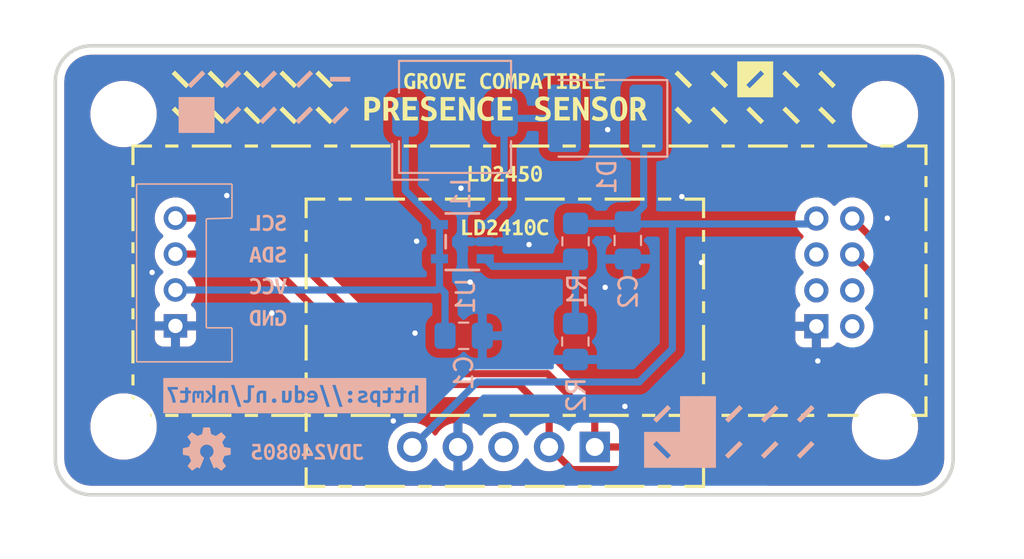
<source format=kicad_pcb>
(kicad_pcb (version 20240108) (generator "pcbnew") (generator_version "8.0")
  (layers (0 "F.Cu" signal) (31 "B.Cu" signal) (34 "B.Paste" user) (35 "F.Paste" user) (36 "B.SilkS" user "B.Silkscreen") (37 "F.SilkS" user "F.Silkscreen") (38 "B.Mask" user) (39 "F.Mask" user) (44 "Edge.Cuts" user))
  (net 0 "")
  (net 1 "+3.3V")
  (net 2 "GND")
  (net 3 "+5V")
  (net 4 "Net-(D1-A)")
  (net 6 "TX")
  (net 7 "RX")
  (net 10 "Net-(U1-FB)")
  (footprint "MountingHole:MountingHole_3.2mm_M3" (layer "F.Cu") (at 103.8 103.8)
    (property "Reference" "H1" (hide yes))
    (property "Value" "MountingHole")
  )
  (footprint "Connector_PinSocket_2.00mm:PinSocket_2x04_P2.00mm_Vertical" (layer "F.Cu") (at 142.38 115.62 180)
    (property "Reference" "J4" (hide yes))
    (property "Value" "Conn_02x04_Odd_Even")
  )
  (footprint "MountingHole:MountingHole_3.2mm_M3" (layer "F.Cu") (at 103.8 121.2)
    (property "Reference" "H4" (hide yes))
    (property "Value" "MountingHole")
  )
  (footprint "MountingHole:MountingHole_3.2mm_M3" (layer "F.Cu") (at 146.2 121.2)
    (property "Reference" "H3" (hide yes))
    (property "Value" "MountingHole")
  )
  (footprint "Connector_PinHeader_2.54mm:PinHeader_1x05_P2.54mm_Vertical" (layer "F.Cu") (at 130.04 122.34 -90)
    (property "Reference" "J3" (hide yes))
    (property "Value" "Conn_01x05_Pin")
  )
  (footprint "MountingHole:MountingHole_3.2mm_M3" (layer "F.Cu") (at 146.2 103.8)
    (property "Reference" "H2" (hide yes))
    (property "Value" "MountingHole")
  )
  (footprint "Capacitor_SMD:C_0805_2012Metric_Pad1.18x1.45mm_HandSolder" (layer "B.Cu") (at 131.88 110.84 -90)
    (property "Reference" "C2")
    (property "Value" "22uF")
  )
  (footprint "Resistor_SMD:R_0805_2012Metric_Pad1.20x1.40mm_HandSolder" (layer "B.Cu") (at 128.96 116.47 -90)
    (property "Reference" "R2")
    (property "Value" "1.87k")
  )
  (footprint "Inductor_SMD:L_TDK_SLF6045" (layer "B.Cu") (at 122.26 103.96)
    (property "Reference" "L1")
    (property "Value" "4.7 uH")
  )
  (footprint "Capacitor_SMD:C_0805_2012Metric_Pad1.18x1.45mm_HandSolder" (layer "B.Cu") (at 122.74 116.15)
    (property "Reference" "C1")
    (property "Value" "4.7uF")
  )
  (footprint "GROVE connector:SEEED_110990030" (layer "B.Cu") (at 106.69 112.5975 90)
    (property "Reference" "J1" (hide yes))
    (property "Value" "110990030")
  )
  (footprint "MIC2288YD5:TSOT-23-5_D5_MCH" (layer "B.Cu") (at 122.66635 110.91 180)
    (property "Reference" "U1")
    (property "Value" "MIC2288YD5-TR")
  )
  (footprint "Diode_SMD:D_2114_3652Metric_Pad1.85x3.75mm_HandSolder" (layer "B.Cu") (at 130.62 104.04 180)
    (property "Reference" "D1")
    (property "Value" "schottky 1a 40v")
  )
  (footprint "Resistor_SMD:R_0805_2012Metric_Pad1.20x1.40mm_HandSolder" (layer "B.Cu") (at 128.97 110.89 -90)
    (property "Reference" "R1")
    (property "Value" "5.62k")
  )
  (gr_poly (pts (xy 142.279379 122.192815) (xy 141.478641 122.993556) (xy 141.291551 122.806465) (xy 142.092288 122.005725)) (stroke (width -0.000001)) (fill solid) (layer "B.SilkS"))
  (gr_poly (pts (xy 113.614485 119.344232) (xy 113.61836 119.344386) (xy 113.622172 119.344642) (xy 113.625919 119.345) (xy 113.629602 119.345459) (xy 113.63322 119.346017) (xy 113.636772 119.346676) (xy 113.640258 119.347432) (xy 113.643676 119.348288) (xy 113.647027 119.34924) (xy 113.650309 119.35029) (xy 113.653522 119.351436) (xy 113.656665 119.352677) (xy 113.659737 119.354013) (xy 113.662739 119.355444) (xy 113.665669 119.356968) (xy 113.668527 119.358586) (xy 113.671311 119.360296) (xy 113.674022 119.362097) (xy 113.676659 119.36399) (xy 113.679221 119.365973) (xy 113.681707 119.368045) (xy 113.684117 119.370207) (xy 113.68645 119.372458) (xy 113.688705 119.374796) (xy 113.690883 119.377221) (xy 113.692981 119.379733) (xy 113.695001 119.382331) (xy 113.69694 119.385014) (xy 113.698798 119.387782) (xy 113.700575 119.390634) (xy 113.70227 119.393569) (xy 113.705493 119.399727) (xy 113.708547 119.406288) (xy 113.711424 119.413242) (xy 113.714121 119.420579) (xy 113.716631 119.428287) (xy 113.718951 119.436357) (xy 113.721074 119.444779) (xy 113.722995 119.453541) (xy 113.72471 119.462635) (xy 113.726213 119.472048) (xy 113.727499 119.481772) (xy 113.728563 119.491796) (xy 113.729399 119.502109) (xy 113.730003 119.512701) (xy 113.730369 119.523561) (xy 113.730492 119.53468) (xy 113.730368 119.545761) (xy 113.729996 119.556522) (xy 113.729376 119.566973) (xy 113.728508 119.577124) (xy 113.727391 119.586985) (xy 113.726027 119.596568) (xy 113.724415 119.605882) (xy 113.722554 119.614937) (xy 113.720446 119.623745) (xy 113.718089 119.632314) (xy 113.715485 119.640657) (xy 113.712632 119.648782) (xy 113.709532 119.6567) (xy 113.706183 119.664423) (xy 113.702586 119.671959) (xy 113.698742 119.679319) (xy 113.694608 119.686348) (xy 113.690143 119.692886) (xy 113.685347 119.698938) (xy 113.680221 119.70451) (xy 113.674764 119.709606) (xy 113.668976 119.714232) (xy 113.662858 119.718393) (xy 113.656409 119.722094) (xy 113.649629 119.72534) (xy 113.642518 119.728136) (xy 113.635077 119.730488) (xy 113.627304 119.732401) (xy 113.619202 119.73388) (xy 113.610768 119.73493) (xy 113.602004 119.735556) (xy 113.592909 119.735764) (xy 113.554103 119.735764) (xy 113.551342 119.735143) (xy 113.548384 119.734599) (xy 113.545282 119.734128) (xy 113.542086 119.733724) (xy 113.53885 119.733382) (xy 113.535623 119.733097) (xy 113.529409 119.732677) (xy 113.523855 119.732422) (xy 113.519376 119.732291) (xy 113.515297 119.732236) (xy 113.515297 119.372403) (xy 113.51177 119.368875) (xy 113.522408 119.363638) (xy 113.527831 119.361123) (xy 113.533378 119.358732) (xy 113.53909 119.356507) (xy 113.54202 119.355469) (xy 113.545008 119.354488) (xy 113.548058 119.353569) (xy 113.551175 119.352717) (xy 113.554364 119.351938) (xy 113.557631 119.351236) (xy 113.560938 119.349994) (xy 113.564245 119.348907) (xy 113.567553 119.347965) (xy 113.57086 119.347157) (xy 113.574167 119.346473) (xy 113.577475 119.345903) (xy 113.580782 119.345436) (xy 113.584089 119.345062) (xy 113.587396 119.344771) (xy 113.590704 119.344552) (xy 113.597318 119.344291) (xy 113.603933 119.344194) (xy 113.610547 119.34418)) (stroke (width -0.000001)) (fill solid) (layer "B.SilkS"))
  (gr_poly (pts (xy 112.356914 101.558185) (xy 111.556173 102.358924) (xy 111.369085 102.171836) (xy 112.169824 101.371097)) (stroke (width -0.000001)) (fill solid) (layer "B.SilkS"))
  (gr_poly (pts (xy 112.551446 109.407225) (xy 112.568018 109.408088) (xy 112.584166 109.409518) (xy 112.599885 109.411512) (xy 112.61517 109.414064) (xy 112.630015 109.417169) (xy 112.644417 109.420822) (xy 112.658369 109.425017) (xy 112.671866 109.42975) (xy 112.684903 109.435015) (xy 112.697475 109.440807) (xy 112.709576 109.447121) (xy 112.721203 109.453951) (xy 112.732348 109.461294) (xy 112.743008 109.469143) (xy 112.753177 109.477493) (xy 112.762808 109.486299) (xy 112.771856 109.495518) (xy 112.780314 109.50515) (xy 112.788179 109.515196) (xy 112.795443 109.525655) (xy 112.802104 109.536528) (xy 112.808154 109.547814) (xy 112.81359 109.559514) (xy 112.818405 109.571627) (xy 112.822595 109.584153) (xy 112.826155 109.597093) (xy 112.829079 109.610446) (xy 112.831362 109.624213) (xy 112.832999 109.638393) (xy 112.833985 109.652986) (xy 112.834315 109.667993) (xy 112.834233 109.675847) (xy 112.833985 109.683531) (xy 112.833571 109.691038) (xy 112.832993 109.698365) (xy 112.832248 109.705506) (xy 112.831339 109.712455) (xy 112.830264 109.719209) (xy 112.829024 109.72576) (xy 112.827618 109.732105) (xy 112.826048 109.738238) (xy 112.824311 109.744155) (xy 112.82241 109.749848) (xy 112.820342 109.755315) (xy 112.81811 109.760549) (xy 112.815712 109.765545) (xy 112.813149 109.770299) (xy 112.810422 109.77551) (xy 112.80754 109.780565) (xy 112.804514 109.785476) (xy 112.801353 109.790253) (xy 112.798068 109.794905) (xy 112.794669 109.799444) (xy 112.791167 109.80388) (xy 112.787572 109.808223) (xy 112.783895 109.812482) (xy 112.780145 109.81667) (xy 112.772469 109.824869) (xy 112.764628 109.832903) (xy 112.756704 109.840855) (xy 112.738128 109.853974) (xy 112.728737 109.860326) (xy 112.719222 109.866431) (xy 112.714405 109.869364) (xy 112.709541 109.872205) (xy 112.704626 109.874942) (xy 112.699653 109.877566) (xy 112.694619 109.880065) (xy 112.689518 109.88243) (xy 112.684344 109.88465) (xy 112.679093 109.886716) (xy 112.668516 109.890829) (xy 112.657981 109.895149) (xy 112.6372 109.903913) (xy 112.627037 109.908109) (xy 112.617081 109.912016) (xy 112.607373 109.91551) (xy 112.602625 109.917062) (xy 112.597954 109.918465) (xy 112.590168 109.921118) (xy 112.58263 109.923812) (xy 112.575257 109.926589) (xy 112.567968 109.92949) (xy 112.560678 109.932556) (xy 112.553306 109.935829) (xy 112.545768 109.93935) (xy 112.537982 109.94316) (xy 112.508879 109.957271) (xy 112.502429 109.960592) (xy 112.496311 109.963996) (xy 112.493375 109.965754) (xy 112.490523 109.967565) (xy 112.487753 109.969437) (xy 112.485066 109.971382) (xy 112.482421 109.973407) (xy 112.479781 109.975509) (xy 112.477151 109.977684) (xy 112.474537 109.979926) (xy 112.471944 109.98223) (xy 112.469376 109.984591) (xy 112.46684 109.987003) (xy 112.464339 109.989462) (xy 112.46188 109.991962) (xy 112.459468 109.994499) (xy 112.457107 109.997066) (xy 112.454803 109.99966) (xy 112.452562 110.002274) (xy 112.450387 110.004903) (xy 112.448285 110.007543) (xy 112.44626 110.010188) (xy 112.444358 110.012874) (xy 112.442615 110.015638) (xy 112.441028 110.018474) (xy 112.43959 110.021378) (xy 112.438298 110.024343) (xy 112.437144 110.027365) (xy 112.436125 110.030439) (xy 112.435236 110.033559) (xy 112.43447 110.036721) (xy 112.433823 110.039919) (xy 112.43329 110.043148) (xy 112.432865 110.046403) (xy 112.432544 110.049678) (xy 112.432321 110.052969) (xy 112.432191 110.05627) (xy 112.432148 110.059577) (xy 112.432162 110.064868) (xy 112.432259 110.07016) (xy 112.432521 110.075452) (xy 112.432739 110.078097) (xy 112.43303 110.080743) (xy 112.433404 110.083389) (xy 112.433871 110.086035) (xy 112.434441 110.088681) (xy 112.435125 110.091327) (xy 112.435933 110.093973) (xy 112.436875 110.096618) (xy 112.437962 110.099264) (xy 112.439204 110.10191) (xy 112.439908 110.104516) (xy 112.440699 110.107044) (xy 112.441584 110.109499) (xy 112.442566 110.111887) (xy 112.443652 110.114214) (xy 112.444847 110.116483) (xy 112.446155 110.118701) (xy 112.447582 110.120872) (xy 112.449133 110.123002) (xy 112.450813 110.125096) (xy 112.452628 110.127158) (xy 112.454582 110.129195) (xy 112.456681 110.131211) (xy 112.45893 110.133212) (xy 112.461334 110.135203) (xy 112.463898 110.137188) (xy 112.465963 110.139132) (xy 112.468184 110.140998) (xy 112.470549 110.142792) (xy 112.473048 110.144519) (xy 112.475672 110.146184) (xy 112.478409 110.147792) (xy 112.481249 110.149348) (xy 112.484183 110.150858) (xy 112.487199 110.152327) (xy 112.490288 110.153759) (xy 112.496641 110.156536) (xy 112.503159 110.15923) (xy 112.50976 110.161882) (xy 112.51315 110.163164) (xy 112.516705 110.164363) (xy 112.520426 110.165479) (xy 112.524312 110.166513) (xy 112.528363 110.167463) (xy 112.53258 110.168332) (xy 112.536962 110.169117) (xy 112.54151 110.16982) (xy 112.546222 110.17044) (xy 112.551101 110.170977) (xy 112.556144 110.171432) (xy 112.561353 110.171804) (xy 112.566727 110.172094) (xy 112.572267 110.1723) (xy 112.577972 110.172424) (xy 112.583842 110.172466) (xy 112.602184 110.172135) (xy 112.620112 110.171143) (xy 112.637545 110.169489) (xy 112.654398 110.167174) (xy 112.662582 110.165769) (xy 112.67059 110.164198) (xy 112.678412 110.162461) (xy 112.686038 110.16056) (xy 112.693457 110.158493) (xy 112.700659 110.15626) (xy 112.707633 110.153862) (xy 112.71437 110.151299) (xy 112.707315 110.151297) (xy 112.720372 110.146006) (xy 112.733057 110.140714) (xy 112.745329 110.135422) (xy 112.757145 110.130131) (xy 112.768466 110.124839) (xy 112.779249 110.119547) (xy 112.789453 110.114256) (xy 112.799037 110.108964) (xy 112.848426 110.250074) (xy 112.844332 110.25272) (xy 112.839985 110.255366) (xy 112.83538 110.258012) (xy 112.830511 110.260658) (xy 112.825374 110.263304) (xy 112.819962 110.26595) (xy 112.814272 110.268596) (xy 112.808297 110.271242) (xy 112.802033 110.273887) (xy 112.795474 110.276533) (xy 112.788616 110.279179) (xy 112.781453 110.281825) (xy 112.766191 110.287117) (xy 112.749648 110.292409) (xy 112.741506 110.295011) (xy 112.73296 110.297521) (xy 112.724022 110.299928) (xy 112.714701 110.30222) (xy 112.705009 110.304389) (xy 112.694954 110.306423) (xy 112.684548 110.308313) (xy 112.673801 110.310047) (xy 112.662723 110.311616) (xy 112.651325 110.31301) (xy 112.639617 110.314217) (xy 112.627609 110.315228) (xy 112.615312 110.316033) (xy 112.602735 110.31662) (xy 112.58989 110.31698) (xy 112.576786 110.317102) (xy 112.556612 110.316854) (xy 112.537099 110.316103) (xy 112.518247 110.314847) (xy 112.500057 110.313079) (xy 112.482529 110.310794) (xy 112.465662 110.307987) (xy 112.449456 110.304653) (xy 112.433912 110.300787) (xy 112.419029 110.296383) (xy 112.404808 110.291437) (xy 112.391248 110.285942) (xy 112.37835 110.279895) (xy 112.366113 110.27329) (xy 112.354537 110.266122) (xy 112.343623 110.258385) (xy 112.333371 110.250074) (xy 112.323739 110.241269) (xy 112.314691 110.23205) (xy 112.306233 110.222418) (xy 112.298368 110.212372) (xy 112.291103 110.201912) (xy 112.284443 110.19104) (xy 112.278393 110.179754) (xy 112.272957 110.168054) (xy 112.268142 110.155941) (xy 112.263952 110.143415) (xy 112.260392 110.130475) (xy 112.257468 110.117122) (xy 112.255185 110.103355) (xy 112.253548 110.089175) (xy 112.252562 110.074581) (xy 112.252232 110.059574) (xy 112.25257 110.041543) (xy 112.253 110.032886) (xy 112.25361 110.024462) (xy 112.254407 110.016265) (xy 112.255395 110.008291) (xy 112.256579 110.000533) (xy 112.257965 109.992988) (xy 112.259557 109.985649) (xy 112.261362 109.978512) (xy 112.263383 109.971571) (xy 112.265627 109.964821) (xy 112.268098 109.958257) (xy 112.270802 109.951874) (xy 112.273743 109.945667) (xy 112.276927 109.93963) (xy 112.283555 109.928048) (xy 112.290266 109.917085) (xy 112.293678 109.911824) (xy 112.297142 109.906702) (xy 112.300668 109.901714) (xy 112.304267 109.896856) (xy 112.307948 109.892122) (xy 112.311722 109.887506) (xy 112.315599 109.883004) (xy 112.31959 109.878611) (xy 112.323705 109.874321) (xy 112.327955 109.870129) (xy 112.332349 109.86603) (xy 112.336898 109.862019) (xy 112.341569 109.858093) (xy 112.346317 109.854254) (xy 112.351138 109.850508) (xy 112.356026 109.846861) (xy 112.360975 109.843317) (xy 112.365982 109.839881) (xy 112.37104 109.836559) (xy 112.376145 109.833356) (xy 112.381291 109.830277) (xy 112.386473 109.827327) (xy 112.391687 109.824512) (xy 112.396926 109.821836) (xy 112.402185 109.819304) (xy 112.407461 109.816923) (xy 112.412746 109.814697) (xy 112.418037 109.81263) (xy 112.428764 109.80851) (xy 112.439699 109.804142) (xy 112.461692 109.794992) (xy 112.502704 109.777353) (xy 112.555621 109.756186) (xy 112.562229 109.753389) (xy 112.568795 109.750343) (xy 112.575279 109.747133) (xy 112.581638 109.743839) (xy 112.59382 109.737335) (xy 112.59956 109.734289) (xy 112.60501 109.731492) (xy 112.610288 109.727516) (xy 112.615484 109.723499) (xy 112.620513 109.719399) (xy 112.62294 109.717306) (xy 112.625295 109.715176) (xy 112.627567 109.713005) (xy 112.629746 109.710787) (xy 112.631822 109.708517) (xy 112.633783 109.706191) (xy 112.635621 109.703803) (xy 112.637325 109.701347) (xy 112.638883 109.69882) (xy 112.640287 109.696214) (xy 112.64219 109.693567) (xy 112.643932 109.690915) (xy 112.645519 109.688253) (xy 112.646957 109.685575) (xy 112.64825 109.682877) (xy 112.649403 109.680153) (xy 112.650422 109.677398) (xy 112.651312 109.674606) (xy 112.652078 109.671774) (xy 112.652724 109.668894) (xy 112.653258 109.665964) (xy 112.653682 109.662976) (xy 112.654004 109.659926) (xy 112.654227 109.656809) (xy 112.654357 109.65362) (xy 112.654399 109.650353) (xy 112.654265 109.644173) (xy 112.653862 109.638198) (xy 112.65319 109.632429) (xy 112.652249 109.626865) (xy 112.65104 109.621504) (xy 112.649562 109.616347) (xy 112.647815 109.611394) (xy 112.6458 109.606642) (xy 112.643516 109.602091) (xy 112.640963 109.597742) (xy 112.638141 109.593593) (xy 112.635051 109.589644) (xy 112.631692 109.585893) (xy 112.628065 109.582341) (xy 112.624168 109.578986) (xy 112.620003 109.575829) (xy 112.615569 109.572867) (xy 112.610867 109.570102) (xy 112.605895 109.567532) (xy 112.600655 109.565156) (xy 112.595147 109.562973) (xy 112.589369 109.560984) (xy 112.583323 109.559188) (xy 112.577008 109.557583) (xy 112.570425 109.55617) (xy 112.563572 109.554947) (xy 112.556451 109.553914) (xy 112.549062 109.55307) (xy 112.541403 109.552415) (xy 112.533476 109.551948) (xy 112.516816 109.551575) (xy 112.502587 109.551747) (xy 112.488979 109.552292) (xy 112.47595 109.553249) (xy 112.463458 109.554662) (xy 112.457401 109.555552) (xy 112.451462 109.556571) (xy 112.445637 109.557724) (xy 112.439921 109.559017) (xy 112.434308 109.560454) (xy 112.428794 109.562042) (xy 112.423372 109.563784) (xy 112.418038 109.565687) (xy 112.396982 109.573679) (xy 112.38666 109.577779) (xy 112.376587 109.582003) (xy 112.366844 109.586392) (xy 112.357515 109.590987) (xy 112.353031 109.593376) (xy 112.348681 109.595831) (xy 112.344476 109.598359) (xy 112.340427 109.600964) (xy 112.291038 109.466909) (xy 112.301801 109.461617) (xy 112.312977 109.456326) (xy 112.324649 109.451034) (xy 112.336899 109.445742) (xy 112.349812 109.440451) (xy 112.363468 109.435159) (xy 112.377951 109.429867) (xy 112.393344 109.424575) (xy 112.408379 109.420779) (xy 112.424322 109.417355) (xy 112.441093 109.414344) (xy 112.458608 109.411787) (xy 112.476785 109.409727) (xy 112.49554 109.408205) (xy 112.514791 109.407261) (xy 112.534456 109.406937)) (stroke (width -0.000001)) (fill solid) (layer "B.SilkS"))
  (gr_poly (pts (xy 109.835706 117.644296) (xy 104.526402 117.644296) (xy 104.526402 117.556102) (xy 109.835706 117.556102)) (stroke (width -0.000001)) (fill solid) (layer "B.SilkS"))
  (gr_poly (pts (xy 111.928697 122.498638) (xy 111.933086 122.499004) (xy 111.937319 122.499608) (xy 111.941402 122.500444) (xy 111.94534 122.501508) (xy 111.949139 122.502794) (xy 111.952804 122.504297) (xy 111.95634 122.506012) (xy 111.959751 122.507934) (xy 111.963044 122.510057) (xy 111.966223 122.512376) (xy 111.969293 122.514887) (xy 111.97226 122.517584) (xy 111.975129 122.520462) (xy 111.977905 122.523515) (xy 111.980593 122.526739) (xy 111.983156 122.530127) (xy 111.985554 122.53367) (xy 111.987786 122.537358) (xy 111.989854 122.541181) (xy 111.991755 122.545127) (xy 111.993492 122.549187) (xy 111.995063 122.55335) (xy 111.996468 122.557607) (xy 111.997709 122.561946) (xy 111.998784 122.566357) (xy 111.999693 122.57083) (xy 112.000437 122.575355) (xy 112.001016 122.579922) (xy 112.00143 122.584519) (xy 112.001678 122.589137) (xy 112.00176 122.593765) (xy 112.001678 122.598355) (xy 112.00143 122.602867) (xy 112.001016 122.607307) (xy 112.000437 122.61168) (xy 111.999693 122.61599) (xy 111.998784 122.620244) (xy 111.997709 122.624446) (xy 111.996468 122.628602) (xy 111.995063 122.632716) (xy 111.993492 122.636794) (xy 111.991755 122.640842) (xy 111.989854 122.644863) (xy 111.987786 122.648864) (xy 111.985554 122.65285) (xy 111.983156 122.656825) (xy 111.980593 122.660795) (xy 111.977905 122.664018) (xy 111.975129 122.667072) (xy 111.97226 122.669949) (xy 111.969293 122.672646) (xy 111.966223 122.675157) (xy 111.963044 122.677476) (xy 111.959751 122.6796) (xy 111.95634 122.681521) (xy 111.952804 122.683236) (xy 111.949139 122.684739) (xy 111.94534 122.686025) (xy 111.943389 122.686585) (xy 111.941402 122.687089) (xy 111.939379 122.687536) (xy 111.937319 122.687925) (xy 111.935221 122.688257) (xy 111.933086 122.688529) (xy 111.928697 122.688895) (xy 111.924149 122.689018) (xy 111.920182 122.688895) (xy 111.916225 122.688529) (xy 111.912289 122.687925) (xy 111.908384 122.687089) (xy 111.90452 122.686025) (xy 111.900708 122.684739) (xy 111.896958 122.683236) (xy 111.893281 122.681521) (xy 111.889686 122.6796) (xy 111.886184 122.677476) (xy 111.882785 122.675157) (xy 111.879501 122.672646) (xy 111.87634 122.669949) (xy 111.873313 122.667072) (xy 111.870431 122.664018) (xy 111.867704 122.660795) (xy 111.865141 122.657445) (xy 111.862743 122.654008) (xy 111.860511 122.650477) (xy 111.858444 122.646849) (xy 111.856542 122.643117) (xy 111.854806 122.639276) (xy 111.853235 122.635322) (xy 111.851829 122.631249) (xy 111.850589 122.627052) (xy 111.849514 122.622726) (xy 111.848605 122.618265) (xy 111.847861 122.613665) (xy 111.847282 122.60892) (xy 111.846869 122.604025) (xy 111.846621 122.598975) (xy 111.846538 122.593765) (xy 111.846621 122.588594) (xy 111.846869 122.583651) (xy 111.847282 122.578914) (xy 111.847861 122.574363) (xy 111.848605 122.569978) (xy 111.849514 122.565737) (xy 111.850589 122.56162) (xy 111.851829 122.557607) (xy 111.853235 122.553676) (xy 111.854806 122.549807) (xy 111.856542 122.545979) (xy 111.858444 122.542173) (xy 111.860511 122.538366) (xy 111.862743 122.534538) (xy 111.865141 122.530669) (xy 111.867704 122.526739) (xy 111.870393 122.523515) (xy 111.873168 122.520462) (xy 111.876037 122.517584) (xy 111.879005 122.514887) (xy 111.882075 122.512376) (xy 111.885254 122.510057) (xy 111.888547 122.507934) (xy 111.891958 122.506012) (xy 111.895494 122.504297) (xy 111.899158 122.502794) (xy 111.902957 122.501508) (xy 111.904909 122.500948) (xy 111.906896 122.500444) (xy 111.908919 122.499997) (xy 111.910979 122.499608) (xy 111.913077 122.499277) (xy 111.915212 122.499004) (xy 111.919601 122.498638) (xy 111.924149 122.498515)) (stroke (width -0.000001)) (fill solid) (layer "B.SilkS"))
  (gr_poly (pts (xy 109.835706 107.741826) (xy 104.526402 107.741826) (xy 104.526402 107.653631) (xy 109.835706 107.653631)) (stroke (width -0.000001)) (fill solid) (layer "B.SilkS"))
  (gr_poly (pts (xy 114.295957 119.337166) (xy 114.300351 119.33729) (xy 114.304601 119.337497) (xy 114.308716 119.337786) (xy 114.312707 119.338158) (xy 114.316584 119.338613) (xy 114.320358 119.339151) (xy 114.32404 119.339771) (xy 114.327638 119.340474) (xy 114.331164 119.341259) (xy 114.334628 119.342127) (xy 114.33804 119.343078) (xy 114.341411 119.344112) (xy 114.344751 119.345228) (xy 114.348071 119.346427) (xy 114.35138 119.347708) (xy 114.353053 119.34842) (xy 114.354762 119.349228) (xy 114.356501 119.350123) (xy 114.358263 119.351098) (xy 114.361837 119.353258) (xy 114.365436 119.355646) (xy 114.369015 119.358199) (xy 114.372526 119.360855) (xy 114.375924 119.363552) (xy 114.379161 119.366229) (xy 114.382192 119.368823) (xy 114.38497 119.371273) (xy 114.389579 119.375489) (xy 114.393713 119.379458) (xy 114.395656 119.382105) (xy 114.397523 119.384757) (xy 114.399317 119.387419) (xy 114.401044 119.390097) (xy 114.404317 119.395519) (xy 114.407383 119.401066) (xy 114.410284 119.406778) (xy 114.41306 119.412697) (xy 114.415754 119.418863) (xy 114.418407 119.425319) (xy 114.419875 119.431934) (xy 114.421549 119.438549) (xy 114.425022 119.451778) (xy 114.426572 119.458392) (xy 114.427247 119.4617) (xy 114.427833 119.465007) (xy 114.428317 119.468314) (xy 114.428681 119.471621) (xy 114.428911 119.474929) (xy 114.428991 119.478236) (xy 114.164407 119.478236) (xy 114.164448 119.474347) (xy 114.164566 119.470609) (xy 114.164756 119.467004) (xy 114.165014 119.463519) (xy 114.165333 119.460136) (xy 114.16571 119.456842) (xy 114.166612 119.450455) (xy 114.16768 119.444233) (xy 114.168872 119.438052) (xy 114.171463 119.425319) (xy 114.172166 119.422053) (xy 114.172952 119.418863) (xy 114.17382 119.415746) (xy 114.174771 119.412696) (xy 114.175804 119.409709) (xy 114.17692 119.406778) (xy 114.178119 119.403899) (xy 114.179401 119.401066) (xy 114.180765 119.398274) (xy 114.182212 119.395519) (xy 114.183741 119.392795) (xy 114.185354 119.390097) (xy 114.187049 119.387419) (xy 114.188826 119.384757) (xy 114.190687 119.382105) (xy 114.19263 119.379458) (xy 114.194655 119.376854) (xy 114.196757 119.374332) (xy 114.198932 119.371893) (xy 114.201174 119.369536) (xy 114.203477 119.367263) (xy 114.205838 119.365071) (xy 114.208251 119.362963) (xy 114.21071 119.360937) (xy 114.21321 119.358994) (xy 114.215746 119.357134) (xy 114.218314 119.355356) (xy 114.220907 119.353661) (xy 114.223521 119.352049) (xy 114.226151 119.350519) (xy 114.22879 119.349072) (xy 114.231435 119.347708) (xy 114.238064 119.345228) (xy 114.241404 119.344112) (xy 114.244775 119.343078) (xy 114.248187 119.342127) (xy 114.251651 119.341259) (xy 114.255177 119.340474) (xy 114.258776 119.339771) (xy 114.262457 119.339151) (xy 114.266231 119.338613) (xy 114.270108 119.338158) (xy 114.274099 119.337786) (xy 114.278215 119.337497) (xy 114.282464 119.33729) (xy 114.286858 119.337166) (xy 114.291408 119.337125)) (stroke (width -0.000001)) (fill solid) (layer "B.SilkS"))
  (gr_poly (pts (xy 113.339808 122.498638) (xy 113.344196 122.499004) (xy 113.348429 122.499608) (xy 113.352513 122.500444) (xy 113.356451 122.501508) (xy 113.36025 122.502794) (xy 113.363915 122.504297) (xy 113.36745 122.506012) (xy 113.370862 122.507934) (xy 113.374155 122.510057) (xy 113.377333 122.512376) (xy 113.380404 122.514887) (xy 113.383371 122.517584) (xy 113.38624 122.520462) (xy 113.389016 122.523515) (xy 113.391704 122.526739) (xy 113.394267 122.530127) (xy 113.396665 122.53367) (xy 113.398897 122.537358) (xy 113.400964 122.541181) (xy 113.402866 122.545127) (xy 113.404603 122.549187) (xy 113.406174 122.55335) (xy 113.407579 122.557607) (xy 113.40882 122.561946) (xy 113.409895 122.566357) (xy 113.410804 122.57083) (xy 113.411548 122.575355) (xy 113.412127 122.579922) (xy 113.412541 122.584519) (xy 113.412789 122.589137) (xy 113.412871 122.593765) (xy 113.412789 122.598355) (xy 113.412541 122.602867) (xy 113.412127 122.607307) (xy 113.411548 122.61168) (xy 113.410804 122.61599) (xy 113.409895 122.620244) (xy 113.40882 122.624446) (xy 113.407579 122.628602) (xy 113.406174 122.632716) (xy 113.404603 122.636794) (xy 113.402866 122.640842) (xy 113.400964 122.644863) (xy 113.398897 122.648864) (xy 113.396665 122.65285) (xy 113.394267 122.656825) (xy 113.391704 122.660795) (xy 113.389016 122.664018) (xy 113.38624 122.667072) (xy 113.383371 122.669949) (xy 113.380404 122.672646) (xy 113.377333 122.675157) (xy 113.374155 122.677476) (xy 113.370862 122.6796) (xy 113.36745 122.681521) (xy 113.363915 122.683236) (xy 113.36025 122.684739) (xy 113.356451 122.686025) (xy 113.3545 122.686585) (xy 113.352513 122.687089) (xy 113.350489 122.687536) (xy 113.348429 122.687925) (xy 113.346332 122.688257) (xy 113.344196 122.688529) (xy 113.339808 122.688895) (xy 113.33526 122.689018) (xy 113.331293 122.688895) (xy 113.327336 122.688529) (xy 113.3234 122.687925) (xy 113.319495 122.687089) (xy 113.315631 122.686025) (xy 113.311819 122.684739) (xy 113.308069 122.683236) (xy 113.304392 122.681521) (xy 113.300797 122.6796) (xy 113.297295 122.677476) (xy 113.293896 122.675157) (xy 113.290611 122.672646) (xy 113.287451 122.669949) (xy 113.284424 122.667072) (xy 113.281542 122.664018) (xy 113.278815 122.660795) (xy 113.276252 122.657445) (xy 113.273854 122.654008) (xy 113.271621 122.650477) (xy 113.269554 122.646849) (xy 113.267653 122.643117) (xy 113.265916 122.639276) (xy 113.264345 122.635322) (xy 113.262939 122.631249) (xy 113.261699 122.627052) (xy 113.260624 122.622726) (xy 113.259715 122.618265) (xy 113.25897 122.613665) (xy 113.258392 122.60892) (xy 113.257978 122.604025) (xy 113.25773 122.598975) (xy 113.257647 122.593765) (xy 113.25773 122.588594) (xy 113.257978 122.583651) (xy 113.258392 122.578914) (xy 113.25897 122.574363) (xy 113.259715 122.569978) (xy 113.260624 122.565737) (xy 113.261699 122.56162) (xy 113.262939 122.557607) (xy 113.264345 122.553676) (xy 113.265916 122.549807) (xy 113.267653 122.545979) (xy 113.269554 122.542173) (xy 113.271621 122.538366) (xy 113.273854 122.534538) (xy 113.276252 122.530669) (xy 113.278815 122.526739) (xy 113.281503 122.523515) (xy 113.284279 122.520462) (xy 113.287148 122.517584) (xy 113.290115 122.514887) (xy 113.293186 122.512376) (xy 113.296365 122.510057) (xy 113.299657 122.507934) (xy 113.303069 122.506012) (xy 113.306604 122.504297) (xy 113.310269 122.502794) (xy 113.314068 122.501508) (xy 113.31602 122.500948) (xy 113.318007 122.500444) (xy 113.32003 122.499997) (xy 113.32209 122.499608) (xy 113.324188 122.499277) (xy 113.326323 122.499004) (xy 113.330712 122.498638) (xy 113.33526 122.498515)) (stroke (width -0.000001)) (fill solid) (layer "B.SilkS"))
  (gr_poly (pts (xy 111.070388 112.931311) (xy 111.080847 112.931683) (xy 111.091224 112.932303) (xy 111.101518 112.933171) (xy 111.111729 112.934287) (xy 111.121858 112.935652) (xy 111.131903 112.937264) (xy 111.141867 112.939124) (xy 111.151747 112.941233) (xy 111.161545 112.943589) (xy 111.17126 112.946194) (xy 111.180893 112.949046) (xy 111.190442 112.952147) (xy 111.199909 112.955496) (xy 111.209294 112.959093) (xy 111.218596 112.962938) (xy 111.227773 112.96699) (xy 111.236786 112.971213) (xy 111.245633 112.975611) (xy 111.254314 112.98019) (xy 111.262831 112.984956) (xy 111.271182 112.989912) (xy 111.279367 112.995065) (xy 111.287387 113.00042) (xy 111.295242 113.005981) (xy 111.302932 113.011754) (xy 111.310456 113.017744) (xy 111.317815 113.023957) (xy 111.325008 113.030396) (xy 111.332037 113.037069) (xy 111.338899 113.043979) (xy 111.345597 113.051132) (xy 111.352128 113.058531) (xy 111.358488 113.066173) (xy 111.364673 113.074053) (xy 111.370677 113.082166) (xy 111.376495 113.090505) (xy 111.382121 113.099067) (xy 111.387552 113.107846) (xy 111.392781 113.116837) (xy 111.397803 113.126034) (xy 111.402613 113.135433) (xy 111.407206 113.145029) (xy 111.411577 113.154815) (xy 111.415721 113.164788) (xy 111.419632 113.174941) (xy 111.423305 113.185271) (xy 111.426736 113.19577) (xy 111.430541 113.206437) (xy 111.434025 113.217275) (xy 111.4372 113.228288) (xy 111.440075 113.239482) (xy 111.442661 113.250862) (xy 111.444967 113.262433) (xy 111.447005 113.2742) (xy 111.448784 113.28617) (xy 111.450316 113.298345) (xy 111.451609 113.310733) (xy 111.453525 113.336165) (xy 111.454614 113.362506) (xy 111.454958 113.389798) (xy 111.454585 113.416546) (xy 111.453463 113.442549) (xy 111.451586 113.467809) (xy 111.44895 113.492324) (xy 111.445549 113.516095) (xy 111.441378 113.539122) (xy 111.436431 113.561405) (xy 111.430705 113.582944) (xy 111.424193 113.603738) (xy 111.41689 113.623789) (xy 111.408791 113.643095) (xy 111.399892 113.661657) (xy 111.390186 113.679475) (xy 111.379669 113.696549) (xy 111.368335 113.712879) (xy 111.35618 113.728465) (xy 111.343903 113.742602) (xy 111.330887 113.755901) (xy 111.317136 113.768354) (xy 111.302658 113.779948) (xy 111.287455 113.790674) (xy 111.271535 113.800522) (xy 111.254901 113.809481) (xy 111.237559 113.817541) (xy 111.219515 113.824691) (xy 111.200772 113.830922) (xy 111.181338 113.836222) (xy 111.161216 113.840582) (xy 111.140412 113.84399) (xy 111.118931 113.846438) (xy 111.096778 113.847914) (xy 111.073959 113.848409) (xy 111.053274 113.848085) (xy 111.033499 113.847141) (xy 111.014551 113.845618) (xy 110.996347 113.843558) (xy 110.978805 113.841002) (xy 110.961841 113.837991) (xy 110.945374 113.834566) (xy 110.92932 113.83077) (xy 110.932844 113.827241) (xy 110.917459 113.82195) (xy 110.903024 113.816658) (xy 110.889499 113.811366) (xy 110.876841 113.806075) (xy 110.865011 113.800783) (xy 110.853966 113.795491) (xy 110.843665 113.7902) (xy 110.834067 113.784908) (xy 110.8764 113.647326) (xy 110.883338 113.651294) (xy 110.890897 113.655263) (xy 110.899034 113.659232) (xy 110.907709 113.6632) (xy 110.91688 113.667169) (xy 110.926506 113.671138) (xy 110.936545 113.675107) (xy 110.946956 113.679076) (xy 110.952371 113.680978) (xy 110.958029 113.682721) (xy 110.963924 113.684308) (xy 110.970052 113.685745) (xy 110.976408 113.687038) (xy 110.982985 113.688192) (xy 110.98978 113.689211) (xy 110.996786 113.6901) (xy 111.003999 113.690866) (xy 111.011414 113.691513) (xy 111.026827 113.692471) (xy 111.042984 113.693015) (xy 111.059845 113.693188) (xy 111.074149 113.692858) (xy 111.087956 113.691871) (xy 111.101268 113.690234) (xy 111.114084 113.687951) (xy 111.126404 113.685027) (xy 111.138227 113.681467) (xy 111.149555 113.677277) (xy 111.160386 113.672461) (xy 111.170721 113.667026) (xy 111.18056 113.660975) (xy 111.189903 113.654315) (xy 111.19875 113.64705) (xy 111.207101 113.639185) (xy 111.214956 113.630727) (xy 111.222315 113.621679) (xy 111.229178 113.612048) (xy 111.235586 113.601837) (xy 111.24158 113.591053) (xy 111.247161 113.579701) (xy 111.252329 113.567785) (xy 111.257083 113.555312) (xy 111.261424 113.542285) (xy 111.265352 113.528711) (xy 111.268866 113.514594) (xy 111.271966 113.499939) (xy 111.274654 113.484752) (xy 111.276927 113.469038) (xy 111.278788 113.452802) (xy 111.280235 113.43605) (xy 111.281268 113.418785) (xy 111.281888 113.401015) (xy 111.282095 113.382742) (xy 111.281771 113.361913) (xy 111.280827 113.341787) (xy 111.279304 113.322405) (xy 111.277244 113.303808) (xy 111.274688 113.286038) (xy 111.271677 113.269137) (xy 111.268252 113.253144) (xy 111.264456 113.238103) (xy 111.26239 113.230911) (xy 111.260164 113.223889) (xy 111.257783 113.217042) (xy 111.255251 113.210377) (xy 111.252576 113.203898) (xy 111.24976 113.19761) (xy 111.24681 113.191518) (xy 111.243731 113.185628) (xy 111.240528 113.179944) (xy 111.237206 113.174472) (xy 111.233771 113.169218) (xy 111.230227 113.164185) (xy 111.226579 113.15938) (xy 111.222834 113.154808) (xy 111.218995 113.150473) (xy 111.215068 113.146381) (xy 111.207117 113.138616) (xy 111.203116 113.134871) (xy 111.199083 113.131224) (xy 111.195009 113.127679) (xy 111.190884 113.124244) (xy 111.186696 113.120922) (xy 111.182436 113.117719) (xy 111.178093 113.11464) (xy 111.173658 113.11169) (xy 111.169119 113.108874) (xy 111.164466 113.106198) (xy 111.159689 113.103667) (xy 111.154778 113.101286) (xy 111.149722 113.09906) (xy 111.144512 113.096994) (xy 111.139841 113.095091) (xy 111.135093 113.093349) (xy 111.130273 113.091761) (xy 111.125385 113.090324) (xy 111.120435 113.089031) (xy 111.115429 113.087878) (xy 111.11037 113.086859) (xy 111.105266 113.085969) (xy 111.10012 113.085203) (xy 111.094937 113.084556) (xy 111.089724 113.084023) (xy 111.084485 113.083599) (xy 111.07395 113.083054) (xy 111.063373 113.082882) (xy 111.048986 113.083054) (xy 111.03493 113.083598) (xy 111.021205 113.084556) (xy 111.007811 113.085969) (xy 110.994747 113.087877) (xy 110.988339 113.089031) (xy 110.982014 113.090323) (xy 110.975772 113.091761) (xy 110.969612 113.093348) (xy 110.963535 113.095091) (xy 110.957541 113.096994) (xy 110.945958 113.100969) (xy 110.934996 113.104986) (xy 110.924612 113.109085) (xy 110.914766 113.113309) (xy 110.905416 113.117698) (xy 110.896521 113.122294) (xy 110.888039 113.127138) (xy 110.879929 113.132271) (xy 110.834069 112.994687) (xy 110.844211 112.988514) (xy 110.853416 112.982781) (xy 110.858039 112.979832) (xy 110.86229 112.977048) (xy 110.872929 112.971757) (xy 110.883898 112.966465) (xy 110.88961 112.96382) (xy 110.895529 112.961174) (xy 110.901696 112.958528) (xy 110.908152 112.955882) (xy 110.915083 112.953243) (xy 110.922593 112.950645) (xy 110.9306 112.94813) (xy 110.939019 112.945739) (xy 110.94777 112.943513) (xy 110.956769 112.941495) (xy 110.965933 112.939724) (xy 110.97518 112.938243) (xy 110.994362 112.935652) (xy 111.004449 112.93446) (xy 111.014867 112.933392) (xy 111.025615 112.932489) (xy 111.036695 112.931793) (xy 111.048105 112.931345) (xy 111.059846 112.931187)) (stroke (width -0.000001)) (fill solid) (layer "B.SilkS"))
  (gr_poly (pts (xy 109.881567 109.593909) (xy 109.793373 109.593909) (xy 109.793373 107.695965) (xy 109.881567 107.695965)) (stroke (width -0.000001)) (fill solid) (layer "B.SilkS"))
  (gr_poly (pts (xy 114.769742 122.156445) (xy 114.779002 122.156811) (xy 114.788263 122.157414) (xy 114.797523 122.158251) (xy 114.806783 122.159314) (xy 114.816044 122.1606) (xy 114.825304 122.162103) (xy 114.834565 122.163818) (xy 114.853086 122.167862) (xy 114.871606 122.172693) (xy 114.890127 122.178267) (xy 114.908648 122.184545) (xy 114.917827 122.188016) (xy 114.926845 122.191807) (xy 114.935708 122.195908) (xy 114.944422 122.200309) (xy 114.952991 122.204999) (xy 114.96142 122.209969) (xy 114.969715 122.215207) (xy 114.97788 122.220703) (xy 114.985922 122.226448) (xy 114.993845 122.23243) (xy 115.001654 122.23864) (xy 115.009355 122.245067) (xy 115.016952 122.251701) (xy 115.024451 122.258531) (xy 115.031857 122.265547) (xy 115.039175 122.272738) (xy 114.954508 122.392683) (xy 114.949177 122.386852) (xy 114.943773 122.381265) (xy 114.938307 122.375916) (xy 114.93279 122.370799) (xy 114.927231 122.365909) (xy 114.921641 122.361242) (xy 114.916031 122.356792) (xy 114.910411 122.352554) (xy 114.90479 122.348522) (xy 114.89918 122.344692) (xy 114.89359 122.341058) (xy 114.888032 122.337616) (xy 114.882514 122.33436) (xy 114.877049 122.331284) (xy 114.866314 122.325656) (xy 114.860983 122.323093) (xy 114.855585 122.320695) (xy 114.850136 122.318463) (xy 114.84465 122.316396) (xy 114.839144 122.314495) (xy 114.833633 122.312758) (xy 114.828132 122.311187) (xy 114.822657 122.309782) (xy 114.817223 122.308541) (xy 114.811846 122.307466) (xy 114.806542 122.306557) (xy 114.801325 122.305812) (xy 114.796212 122.305234) (xy 114.791217 122.30482) (xy 114.786357 122.304572) (xy 114.781647 122.304489) (xy 114.775736 122.304612) (xy 114.769912 122.304978) (xy 114.764182 122.305582) (xy 114.75855 122.306418) (xy 114.753022 122.307482) (xy 114.747602 122.308768) (xy 114.742296 122.310271) (xy 114.737108 122.311985) (xy 114.732045 122.313907) (xy 114.727111 122.31603) (xy 114.722311 122.318349) (xy 114.717651 122.320859) (xy 114.713135 122.323556) (xy 114.708769 122.326433) (xy 114.704559 122.329487) (xy 114.700508 122.33271) (xy 114.696663 122.336141) (xy 114.693066 122.339814) (xy 114.689717 122.343726) (xy 114.686617 122.347869) (xy 114.683764 122.35224) (xy 114.68116 122.356834) (xy 114.678803 122.361644) (xy 114.676695 122.366666) (xy 114.674834 122.371895) (xy 114.673222 122.377325) (xy 114.671858 122.382952) (xy 114.670741 122.38877) (xy 114.669873 122.394773) (xy 114.669253 122.400958) (xy 114.668881 122.407318) (xy 114.668757 122.413849) (xy 114.668879 122.41848) (xy 114.669239 122.42311) (xy 114.669827 122.42774) (xy 114.670631 122.432371) (xy 114.671642 122.437001) (xy 114.67285 122.441631) (xy 114.674243 122.446262) (xy 114.675813 122.450892) (xy 114.677547 122.455522) (xy 114.679437 122.460152) (xy 114.681471 122.464782) (xy 114.68364 122.469413) (xy 114.685933 122.474043) (xy 114.688339 122.478673) (xy 114.693452 122.487933) (xy 114.700239 122.4972) (xy 114.707397 122.506509) (xy 114.71497 122.5159) (xy 114.722997 122.525416) (xy 114.73152 122.535097) (xy 114.74058 122.544984) (xy 114.75022 122.55512) (xy 114.760479 122.565544) (xy 114.845146 122.646683) (xy 114.856887 122.657425) (xy 114.868297 122.668456) (xy 114.879376 122.679736) (xy 114.890125 122.691222) (xy 114.900543 122.702873) (xy 114.910631 122.714648) (xy 114.920387 122.726506) (xy 114.929813 122.738406) (xy 114.935023 122.74444) (xy 114.940073 122.750629) (xy 114.944968 122.756962) (xy 114.949713 122.76343) (xy 114.954313 122.770022) (xy 114.958773 122.776728) (xy 114.963099 122.783537) (xy 114.967296 122.790439) (xy 114.975323 122.804481) (xy 114.982896 122.818772) (xy 114.990054 122.833227) (xy 114.996841 122.847766) (xy 115.000025 122.855084) (xy 115.002966 122.86249) (xy 115.00567 122.869989) (xy 115.008141 122.877587) (xy 115.010384 122.885288) (xy 115.012406 122.893097) (xy 115.01421 122.90102) (xy 115.015802 122.909062) (xy 115.017188 122.917228) (xy 115.018372 122.925523) (xy 115.01936 122.933952) (xy 115.020157 122.942521) (xy 115.020768 122.951234) (xy 115.021197 122.960098) (xy 115.021452 122.969116) (xy 115.021535 122.978294) (xy 115.021535 123.006518) (xy 115.02148 123.016495) (xy 115.021349 123.021091) (xy 115.021094 123.02548) (xy 115.020907 123.02761) (xy 115.020674 123.029704) (xy 115.020389 123.031766) (xy 115.020047 123.033803) (xy 115.019643 123.03582) (xy 115.019172 123.03782) (xy 115.018629 123.039811) (xy 115.018008 123.041796) (xy 114.446509 123.041796) (xy 114.446509 122.897156) (xy 114.820454 122.897156) (xy 114.819737 122.89247) (xy 114.818779 122.887296) (xy 114.818132 122.884199) (xy 114.817367 122.880839) (xy 114.816477 122.877273) (xy 114.815458 122.873556) (xy 114.814305 122.869747) (xy 114.813012 122.865902) (xy 114.811574 122.862077) (xy 114.809987 122.85833) (xy 114.808244 122.854717) (xy 114.807313 122.852979) (xy 114.806342 122.851296) (xy 114.798349 122.83812) (xy 114.79425 122.831636) (xy 114.790026 122.825277) (xy 114.785637 122.819083) (xy 114.783368 122.81606) (xy 114.781041 122.813095) (xy 114.778653 122.810192) (xy 114.776198 122.807356) (xy 114.77367 122.804592) (xy 114.771065 122.801905) (xy 114.765766 122.795442) (xy 114.760426 122.789228) (xy 114.755003 122.783178) (xy 114.749457 122.777212) (xy 114.743745 122.771245) (xy 114.737826 122.765196) (xy 114.725203 122.752518) (xy 114.718754 122.747233) (xy 114.712635 122.741989) (xy 114.706848 122.736828) (xy 114.701391 122.731791) (xy 114.696264 122.72692) (xy 114.691469 122.722255) (xy 114.68287 122.713712) (xy 114.673617 122.705616) (xy 114.664405 122.697231) (xy 114.655275 122.688598) (xy 114.64627 122.679758) (xy 114.63743 122.670753) (xy 114.628796 122.661623) (xy 114.620411 122.652411) (xy 114.612315 122.643158) (xy 114.579241 122.605675) (xy 114.571076 122.595994) (xy 114.567095 122.591079) (xy 114.563201 122.586107) (xy 114.55941 122.581073) (xy 114.555739 122.575971) (xy 114.552201 122.570798) (xy 114.548814 122.565547) (xy 114.535696 122.544931) (xy 114.529343 122.534912) (xy 114.523238 122.524977) (xy 114.517464 122.515041) (xy 114.514727 122.510047) (xy 114.512103 122.505023) (xy 114.509604 122.499957) (xy 114.507239 122.49484) (xy 114.505018 122.48966) (xy 114.502953 122.484408) (xy 114.499156 122.473818) (xy 114.495732 122.463186) (xy 114.492722 122.452471) (xy 114.491384 122.44707) (xy 114.490165 122.441633) (xy 114.489071 122.436154) (xy 114.488105 122.430629) (xy 114.487274 122.425053) (xy 114.486582 122.419419) (xy 114.486036 122.413723) (xy 114.485638 122.40796) (xy 114.485396 122.402125) (xy 114.485315 122.396212) (xy 114.485397 122.388357) (xy 114.485645 122.380661) (xy 114.486059 122.373121) (xy 114.486638 122.36573) (xy 114.487382 122.358484) (xy 114.488291 122.351378) (xy 114.489366 122.344406) (xy 114.490606 122.337563) (xy 114.492012 122.330844) (xy 114.493583 122.324244) (xy 114.495319 122.317758) (xy 114.497221 122.31138) (xy 114.499288 122.305105) (xy 114.50152 122.298929) (xy 114.503918 122.292846) (xy 114.506481 122.28685) (xy 114.51001 122.293905) (xy 114.512737 122.288034) (xy 114.515625 122.282323) (xy 114.518668 122.276767) (xy 114.521861 122.271361) (xy 114.525198 122.266099) (xy 114.528675 122.260977) (xy 114.532287 122.255989) (xy 114.536027 122.251131) (xy 114.539892 122.246396) (xy 114.543875 122.241781) (xy 114.547972 122.237279) (xy 114.552177 122.232885) (xy 114.556486 122.228595) (xy 114.560894 122.224403) (xy 114.565394 122.220304) (xy 114.569982 122.216294) (xy 114.574654 122.212407) (xy 114.579414 122.20868) (xy 114.584267 122.205108) (xy 114.589219 122.201687) (xy 114.594274 122.19841) (xy 114.599437 122.195272) (xy 114.604714 122.192269) (xy 114.61011 122.189395) (xy 114.61563 122.186645) (xy 114.621279 122.184014) (xy 114.627062 122.181497) (xy 114.632985 122.179088) (xy 114.639053 122.176782) (xy 114.645271 122.174575) (xy 114.651643 122.17246) (xy 114.658176 122.170433) (xy 114.664751 122.168531) (xy 114.671254 122.166788) (xy 114.684083 122.163763) (xy 114.696747 122.161317) (xy 114.709328 122.159408) (xy 114.72191 122.157996) (xy 114.734574 122.157038) (xy 114.747404 122.156494) (xy 114.760481 122.156321)) (stroke (width -0.000001)) (fill solid) (layer "B.SilkS"))
  (gr_poly (pts (xy 112.649066 122.149602) (xy 112.6584 122.150032) (xy 112.667518 122.150643) (xy 112.676428 122.151439) (xy 112.685143 122.152427) (xy 112.693671 122.153612) (xy 112.702024 122.154998) (xy 112.710211 122.15659) (xy 112.718243 122.158395) (xy 112.726131 122.160417) (xy 112.733884 122.16266) (xy 112.741513 122.165131) (xy 112.749029 122.167835) (xy 112.756441 122.170776) (xy 112.76376 122.173961) (xy 112.770292 122.176688) (xy 112.776658 122.179576) (xy 112.782859 122.182619) (xy 112.788895 122.185812) (xy 112.794766 122.189149) (xy 112.800471 122.192626) (xy 112.806011 122.196237) (xy 112.811385 122.199977) (xy 112.816594 122.203841) (xy 112.821638 122.207825) (xy 112.826516 122.211921) (xy 112.831229 122.216127) (xy 112.835777 122.220435) (xy 112.840159 122.224842) (xy 112.844376 122.229342) (xy 112.848427 122.23393) (xy 112.852353 122.238601) (xy 112.856186 122.24335) (xy 112.859915 122.24817) (xy 112.863531 122.253058) (xy 112.867023 122.258008) (xy 112.87038 122.263015) (xy 112.873592 122.268073) (xy 112.87665 122.273178) (xy 112.879542 122.278324) (xy 112.882258 122.283506) (xy 112.884789 122.288719) (xy 112.887123 122.293958) (xy 112.88925 122.299218) (xy 112.891161 122.304493) (xy 112.892843 122.309778) (xy 112.894289 122.315069) (xy 112.896191 122.320982) (xy 112.897934 122.326817) (xy 112.899521 122.33258) (xy 112.900959 122.338275) (xy 112.902251 122.343909) (xy 112.903405 122.349486) (xy 112.905313 122.360489) (xy 112.906726 122.371328) (xy 112.907684 122.382042) (xy 112.908228 122.392674) (xy 112.908401 122.403265) (xy 112.908318 122.409878) (xy 112.90807 122.416487) (xy 112.907656 122.423085) (xy 112.907078 122.429668) (xy 112.906333 122.43623) (xy 112.905424 122.442766) (xy 112.904349 122.449272) (xy 112.903109 122.455741) (xy 112.901703 122.462168) (xy 112.900132 122.46855) (xy 112.898395 122.474879) (xy 112.896494 122.481152) (xy 112.894427 122.487362) (xy 112.892194 122.493505) (xy 112.889796 122.499576) (xy 112.887233 122.50557) (xy 112.884422 122.511522) (xy 112.88128 122.517469) (xy 112.877807 122.523406) (xy 112.874004 122.529327) (xy 112.86987 122.535228) (xy 112.865405 122.541103) (xy 112.860609 122.546946) (xy 112.855483 122.552754) (xy 112.850026 122.55852) (xy 112.844238 122.56424) (xy 112.83812 122.569908) (xy 112.83167 122.575519) (xy 112.82489 122.581068) (xy 112.817779 122.58655) (xy 112.810338 122.59196) (xy 112.802566 122.597293) (xy 112.810419 122.602666) (xy 112.818096 122.6082) (xy 112.825587 122.613888) (xy 112.832882 122.619727) (xy 112.839971 122.62571) (xy 112.846842 122.631833) (xy 112.853486 122.63809) (xy 112.859892 122.644476) (xy 112.86605 122.650986) (xy 112.87195 122.657616) (xy 112.877581 122.664359) (xy 112.882933 122.67121) (xy 112.887995 122.678165) (xy 112.892758 122.685218) (xy 112.897211 122.692364) (xy 112.901343 122.699598) (xy 112.905188 122.706914) (xy 112.908785 122.714308) (xy 112.912133 122.721775) (xy 112.915234 122.729309) (xy 112.918086 122.736904) (xy 112.920691 122.744557) (xy 112.923047 122.752261) (xy 112.925156 122.760012) (xy 112.927016 122.767804) (xy 112.928628 122.775632) (xy 112.929993 122.783491) (xy 112.931109 122.791376) (xy 112.931977 122.799281) (xy 112.932597 122.807202) (xy 112.932969 122.815133) (xy 112.933093 122.823069) (xy 112.93301 122.829682) (xy 112.932762 122.836285) (xy 112.932349 122.842867) (xy 112.93177 122.849417) (xy 112.931026 122.855927) (xy 112.930116 122.862385) (xy 112.929042 122.86878) (xy 112.927801 122.875104) (xy 112.926396 122.881344) (xy 112.924825 122.887492) (xy 112.923088 122.893536) (xy 112.921187 122.899467) (xy 112.91912 122.905274) (xy 112.916887 122.910946) (xy 112.91449 122.916474) (xy 112.911927 122.921847) (xy 112.909199 122.927098) (xy 112.906311 122.932265) (xy 112.903268 122.937351) (xy 112.900075 122.942353) (xy 112.896738 122.947273) (xy 112.893261 122.95211) (xy 112.889649 122.956864) (xy 112.885909 122.961535) (xy 112.882044 122.966124) (xy 112.878061 122.97063) (xy 112.873964 122.975053) (xy 112.869758 122.979394) (xy 112.865449 122.983651) (xy 112.861042 122.987827) (xy 112.856542 122.991919) (xy 112.851954 122.995928) (xy 112.847243 122.999815) (xy 112.84237 123.003542) (xy 112.837343 123.007114) (xy 112.832166 123.010536) (xy 112.826844 123.013813) (xy 112.821383 123.01695) (xy 112.815787 123.019954) (xy 112.810062 123.022828) (xy 112.804213 123.025578) (xy 112.798246 123.028209) (xy 112.792164 123.030726) (xy 112.785974 123.033135) (xy 112.779681 123.035441) (xy 112.773289 123.037648) (xy 112.760233 123.041789) (xy 112.746687 123.045586) (xy 112.732562 123.049011) (xy 112.717941 123.052022) (xy 112.702907 123.054579) (xy 112.687541 123.056639) (xy 112.671928 123.058162) (xy 112.65615 123.059107) (xy 112.648224 123.059349) (xy 112.640288 123.05943) (xy 112.619611 123.0591) (xy 112.599884 123.058108) (xy 112.581067 123.056454) (xy 112.563118 123.054139) (xy 112.545996 123.051163) (xy 112.529659 123.047525) (xy 112.521772 123.045458) (xy 112.514066 123.043225) (xy 112.506536 123.040827) (xy 112.499176 123.038264) (xy 112.491983 123.035537) (xy 112.484955 123.032655) (xy 112.478092 123.029629) (xy 112.471395 123.026468) (xy 112.464863 123.023183) (xy 112.458497 123.019784) (xy 112.452296 123.016282) (xy 112.44626 123.012687) (xy 112.44039 123.009009) (xy 112.434685 123.005259) (xy 112.423771 122.997584) (xy 112.413518 122.989743) (xy 112.403927 122.981819) (xy 112.39938 122.977188) (xy 112.394997 122.972551) (xy 112.390781 122.967904) (xy 112.386729 122.963242) (xy 112.382843 122.958559) (xy 112.379122 122.953851) (xy 112.375567 122.949111) (xy 112.372177 122.944335) (xy 112.368953 122.939518) (xy 112.365893 122.934655) (xy 112.362999 122.92974) (xy 112.360271 122.924768) (xy 112.357708 122.919734) (xy 112.35531 122.914632) (xy 112.353077 122.909459) (xy 112.35101 122.904208) (xy 112.347213 122.893624) (xy 112.343789 122.88304) (xy 112.340778 122.872457) (xy 112.33944 122.867165) (xy 112.338222 122.861873) (xy 112.337127 122.856581) (xy 112.336161 122.85129) (xy 112.33533 122.845998) (xy 112.334639 122.840707) (xy 112.334092 122.835415) (xy 112.333695 122.830124) (xy 112.333453 122.824833) (xy 112.333371 122.819542) (xy 112.492124 122.819542) (xy 112.492289 122.824792) (xy 112.492779 122.82996) (xy 112.493589 122.835044) (xy 112.494715 122.840046) (xy 112.496151 122.844966) (xy 112.497891 122.849803) (xy 112.499932 122.854557) (xy 112.502267 122.859228) (xy 112.504891 122.863817) (xy 112.507799 122.868323) (xy 112.510987 122.872746) (xy 112.514448 122.877087) (xy 112.518179 122.881345) (xy 112.522172 122.885521) (xy 112.526425 122.889613) (xy 112.53093 122.893623) (xy 112.530927 122.890099) (xy 112.535681 122.893943) (xy 112.540677 122.897539) (xy 112.545911 122.900888) (xy 112.551377 122.903988) (xy 112.557071 122.90684) (xy 112.562987 122.909445) (xy 112.56912 122.911801) (xy 112.575465 122.913909) (xy 112.582016 122.91577) (xy 112.58877 122.917382) (xy 112.595719 122.918746) (xy 112.60286 122.919863) (xy 112.610187 122.920731) (xy 112.617695 122.921351) (xy 112.625378 122.921723) (xy 112.633233 122.921847) (xy 112.639806 122.921724) (xy 112.646296 122.921358) (xy 112.652704 122.920754) (xy 112.659029 122.919918) (xy 112.665272 122.918854) (xy 112.671432 122.917568) (xy 112.677509 122.916065) (xy 112.683503 122.91435) (xy 112.689415 122.912428) (xy 112.695244 122.910305) (xy 112.700991 122.907986) (xy 112.706655 122.905475) (xy 112.712236 122.902778) (xy 112.717734 122.899901) (xy 112.72315 122.896847) (xy 112.728483 122.893623) (xy 112.731077 122.891939) (xy 112.73357 122.890192) (xy 112.735961 122.888383) (xy 112.738253 122.886513) (xy 112.740447 122.88458) (xy 112.742544 122.882585) (xy 112.744546 122.880529) (xy 112.746453 122.87841) (xy 112.748267 122.876229) (xy 112.749989 122.873986) (xy 112.751621 122.871682) (xy 112.753164 122.869315) (xy 112.754619 122.866886) (xy 112.755987 122.864395) (xy 112.75727 122.861843) (xy 112.758469 122.859228) (xy 112.759586 122.856551) (xy 112.760621 122.853812) (xy 112.761576 122.851011) (xy 112.762452 122.848149) (xy 112.763973 122.842237) (xy 112.765194 122.836077) (xy 112.766126 122.829669) (xy 112.766779 122.823013) (xy 112.767163 122.81611) (xy 112.767289 122.808957) (xy 112.767206 122.804327) (xy 112.766958 122.79969) (xy 112.766544 122.795044) (xy 112.765966 122.790382) (xy 112.765221 122.785699) (xy 112.764312 122.780991) (xy 112.763237 122.776251) (xy 112.761997 122.771476) (xy 112.760591 122.766658) (xy 112.75902 122.761795) (xy 112.757284 122.756879) (xy 112.755382 122.751907) (xy 112.753315 122.746873) (xy 112.751083 122.741772) (xy 112.748685 122.736598) (xy 112.746122 122.731346) (xy 112.743394 122.726134) (xy 112.740506 122.721073) (xy 112.737463 122.716145) (xy 112.734271 122.711337) (xy 112.730933 122.706632) (xy 112.727456 122.702014) (xy 112.723845 122.697469) (xy 112.720104 122.692982) (xy 112.71624 122.688535) (xy 112.712256 122.684114) (xy 112.703954 122.675288) (xy 112.695238 122.666379) (xy 112.68615 122.657262) (xy 112.66096 122.667295) (xy 112.649253 122.672022) (xy 112.638084 122.676666) (xy 112.627411 122.681311) (xy 112.617193 122.686038) (xy 112.607388 122.69093) (xy 112.597955 122.69607) (xy 112.564001 122.715031) (xy 112.556649 122.719255) (xy 112.549834 122.723354) (xy 112.543599 122.727371) (xy 112.537983 122.731346) (xy 112.535339 122.733371) (xy 112.532706 122.735473) (xy 112.530093 122.737648) (xy 112.527511 122.739889) (xy 112.52497 122.742193) (xy 112.522481 122.744554) (xy 112.520054 122.746966) (xy 112.517699 122.749425) (xy 112.515427 122.751926) (xy 112.513248 122.754462) (xy 112.511172 122.75703) (xy 112.50921 122.759623) (xy 112.507372 122.762237) (xy 112.505669 122.764867) (xy 112.50411 122.767507) (xy 112.502706 122.770152) (xy 112.501425 122.772838) (xy 112.500226 122.775602) (xy 112.49911 122.778438) (xy 112.498076 122.781342) (xy 112.497125 122.784307) (xy 112.496257 122.787329) (xy 112.495472 122.790403) (xy 112.494769 122.793523) (xy 112.494149 122.796685) (xy 112.493612 122.799883) (xy 112.493158 122.803112) (xy 112.492786 122.806367) (xy 112.492496 122.809642) (xy 112.49229 122.812933) (xy 112.492166 122.816235) (xy 112.492124 122.819542) (xy 112.333371 122.819542) (xy 112.333495 122.811025) (xy 112.333867 122.802668) (xy 112.334487 122.794466) (xy 112.335355 122.786414) (xy 112.336471 122.778507) (xy 112.337835 122.770739) (xy 112.339448 122.763106) (xy 112.341308 122.755602) (xy 112.343417 122.748221) (xy 112.345773 122.74096) (xy 112.348377 122.733812) (xy 112.35123 122.726773) (xy 112.35433 122.719837) (xy 112.357679 122.712999) (xy 112.361276 122.706255) (xy 112.36512 122.699598) (xy 112.369295 122.692984) (xy 112.373878 122.686375) (xy 112.378864 122.679777) (xy 112.384248 122.673195) (xy 112.390025 122.666633) (xy 112.396189 122.660096) (xy 112.402735 122.653591) (xy 112.409659 122.647122) (xy 112.416955 122.640695) (xy 112.424618 122.634314) (xy 112.432642 122.627984) (xy 112.441023 122.621712) (xy 112.449756 122.615501) (xy 112.458834 122.609358) (xy 112.468254 122.603286) (xy 112.47801 122.597293) (xy 112.470197 122.59254) (xy 112.462638 122.587549) (xy 112.455337 122.582332) (xy 112.4483 122.576897) (xy 112.441531 122.571256) (xy 112.435036 122.565418) (xy 112.42882 122.559394) (xy 112.422889 122.553195) (xy 112.417247 122.54683) (xy 112.411899 122.54031) (xy 112.406851 122.533646) (xy 112.402108 122.526847) (xy 112.397675 122.519924) (xy 112.393557 122.512888) (xy 112.38976 122.505748) (xy 112.386288 122.498515) (xy 112.382483 122.491238) (xy 112.378998 122.483956) (xy 112.375823 122.476664) (xy 112.372948 122.469356) (xy 112.370363 122.462027) (xy 112.368056 122.454673) (xy 112.366018 122.447287) (xy 112.364239 122.439866) (xy 112.362708 122.432403) (xy 112.361414 122.424893) (xy 112.360348 122.417332) (xy 112.359499 122.409714) (xy 112.358856 122.402034) (xy 112.35841 122.394287) (xy 112.358357 122.392683) (xy 112.516817 122.392683) (xy 112.516899 122.397313) (xy 112.517141 122.401943) (xy 112.517538 122.406573) (xy 112.518085 122.411203) (xy 112.518776 122.415834) (xy 112.519608 122.420464) (xy 112.520573 122.425094) (xy 112.521668 122.429725) (xy 112.522886 122.434355) (xy 112.524224 122.438985) (xy 112.525675 122.443615) (xy 112.527235 122.448246) (xy 112.53066 122.457506) (xy 112.534456 122.466767) (xy 112.536564 122.471396) (xy 112.53892 122.47602) (xy 112.541525 122.480634) (xy 112.544377 122.485232) (xy 112.547478 122.489809) (xy 112.550826 122.494361) (xy 112.554423 122.498882) (xy 112.558268 122.503366) (xy 112.562361 122.50781) (xy 112.566702 122.512206) (xy 112.57129 122.516551) (xy 112.576127 122.520839) (xy 112.581212 122.525066) (xy 112.586545 122.529225) (xy 112.592126 122.533311) (xy 112.597955 122.537321) (xy 112.618447 122.529238) (xy 112.637533 122.520949) (xy 112.65513 122.512578) (xy 112.671157 122.504247) (xy 112.68553 122.496082) (xy 112.698166 122.488207) (xy 112.708984 122.480745) (xy 112.7179 122.473821) (xy 112.721784 122.469809) (xy 112.725493 122.465704) (xy 112.729016 122.461495) (xy 112.732342 122.457173) (xy 112.735461 122.452727) (xy 112.738364 122.448147) (xy 112.741039 122.443422) (xy 112.743476 122.438542) (xy 112.745665 122.433497) (xy 112.747596 122.428276) (xy 112.749258 122.422869) (xy 112.750641 122.417266) (xy 112.751735 122.411456) (xy 112.752529 122.405429) (xy 112.753013 122.399174) (xy 112.753177 122.392683) (xy 112.753052 122.386231) (xy 112.752674 122.380094) (xy 112.752037 122.374257) (xy 112.751137 122.368704) (xy 112.749969 122.36342) (xy 112.748526 122.35839) (xy 112.746805 122.353597) (xy 112.744799 122.349026) (xy 112.742504 122.344662) (xy 112.739914 122.340489) (xy 112.737024 122.336492) (xy 112.73383 122.332655) (xy 112.730325 122.328962) (xy 112.726506 122.325399) (xy 112.722366 122.32195) (xy 112.7179 122.318599) (xy 112.713229 122.315414) (xy 112.708481 122.312473) (xy 112.70366 122.30977) (xy 112.698773 122.307299) (xy 112.693823 122.305055) (xy 112.688816 122.303034) (xy 112.683758 122.301229) (xy 112.678653 122.299637) (xy 112.673507 122.298251) (xy 112.668325 122.297067) (xy 112.663111 122.296079) (xy 112.657872 122.295283) (xy 112.652612 122.294672) (xy 112.647337 122.294242) (xy 112.642052 122.293988) (xy 112.636761 122.293905) (xy 112.631432 122.293988) (xy 112.62604 122.294242) (xy 112.620608 122.294672) (xy 112.615154 122.295283) (xy 112.609701 122.296079) (xy 112.604268 122.297067) (xy 112.598876 122.298251) (xy 112.593547 122.299637) (xy 112.5883 122.301229) (xy 112.583156 122.303034) (xy 112.578137 122.305055) (xy 112.573262 122.307299) (xy 112.568552 122.30977) (xy 112.564029 122.312473) (xy 112.559712 122.315414) (xy 112.555623 122.318599) (xy 112.552094 122.318599) (xy 112.547628 122.321989) (xy 112.543488 122.325544) (xy 112.541539 122.327384) (xy 112.539669 122.329265) (xy 112.537877 122.331187) (xy 112.536164 122.333151) (xy 112.534529 122.335156) (xy 112.53297 122.337202) (xy 112.531487 122.33929) (xy 112.53008 122.341419) (xy 112.528748 122.343589) (xy 112.52749 122.345801) (xy 112.525195 122.350349) (xy 112.523189 122.355062) (xy 112.521468 122.35994) (xy 112.520025 122.364983) (xy 112.518856 122.370193) (xy 112.517956 122.375567) (xy 112.51732 122.381107) (xy 112.516942 122.386812) (xy 112.516817 122.392683) (xy 112.358357 122.392683) (xy 112.35815 122.386468) (xy 112.358066 122.378571) (xy 112.358355 122.365546) (xy 112.359223 122.352925) (xy 112.36067 122.340697) (xy 112.362696 122.328851) (xy 112.3653 122.317377) (xy 112.368484 122.306265) (xy 112.372246 122.295504) (xy 112.376586 122.285084) (xy 112.381506 122.274995) (xy 112.387004 122.265227) (xy 112.393081 122.255768) (xy 112.399737 122.246609) (xy 112.406972 122.23774) (xy 112.414785 122.229149) (xy 112.423177 122.220827) (xy 112.432148 122.212764) (xy 112.428621 122.212766) (xy 112.438088 122.205077) (xy 112.447969 122.197883) (xy 112.458263 122.191186) (xy 112.46897 122.184985) (xy 112.480091 122.17928) (xy 112.491625 122.17407) (xy 112.503573 122.169357) (xy 112.515934 122.16514) (xy 112.528708 122.161419) (xy 112.541896 122.158195) (xy 112.555497 122.155466) (xy 112.569512 122.153233) (xy 112.58394 122.151497) (xy 112.598781 122.150257) (xy 112.614036 122.149512) (xy 112.629704 122.149264)) (stroke (width -0.000001)) (fill solid) (layer "B.SilkS"))
  (gr_poly (pts (xy 111.775944 112.931311) (xy 111.786403 112.931683) (xy 111.796779 112.932303) (xy 111.807073 112.933171) (xy 111.817285 112.934287) (xy 111.827413 112.935652) (xy 111.837459 112.937264) (xy 111.847422 112.939124) (xy 111.857303 112.941233) (xy 111.867101 112.943589) (xy 111.876816 112.946194) (xy 111.886448 112.949046) (xy 111.895998 112.952147) (xy 111.905465 112.955496) (xy 111.91485 112.959093) (xy 111.924152 112.962938) (xy 111.933329 112.96699) (xy 111.942342 112.971213) (xy 111.951189 112.975611) (xy 111.95987 112.98019) (xy 111.968387 112.984956) (xy 111.976738 112.989912) (xy 111.984923 112.995065) (xy 111.992943 113.00042) (xy 112.000798 113.005981) (xy 112.008487 113.011754) (xy 112.016012 113.017744) (xy 112.02337 113.023957) (xy 112.030564 113.030396) (xy 112.037592 113.037069) (xy 112.044454 113.043979) (xy 112.051152 113.051132) (xy 112.057683 113.058531) (xy 112.064043 113.066173) (xy 112.070228 113.074053) (xy 112.076232 113.082166) (xy 112.08205 113.090505) (xy 112.087676 113.099067) (xy 112.093107 113.107846) (xy 112.098335 113.116837) (xy 112.103357 113.126034) (xy 112.108168 113.135433) (xy 112.112761 113.145029) (xy 112.117132 113.154815) (xy 112.121275 113.164788) (xy 112.125187 113.174941) (xy 112.12886 113.185271) (xy 112.13229 113.19577) (xy 112.136096 113.206437) (xy 112.139581 113.217275) (xy 112.142755 113.228288) (xy 112.14563 113.239482) (xy 112.148216 113.250862) (xy 112.150522 113.262433) (xy 112.15256 113.2742) (xy 112.15434 113.28617) (xy 112.155871 113.298345) (xy 112.157164 113.310733) (xy 112.15908 113.336165) (xy 112.160168 113.362506) (xy 112.160513 113.389798) (xy 112.16014 113.416546) (xy 112.159018 113.442549) (xy 112.157141 113.467809) (xy 112.154505 113.492324) (xy 112.151103 113.516095) (xy 112.146932 113.539122) (xy 112.141986 113.561405) (xy 112.13626 113.582944) (xy 112.129748 113.603738) (xy 112.122445 113.623789) (xy 112.114347 113.643095) (xy 112.105447 113.661657) (xy 112.095742 113.679475) (xy 112.085225 113.696549) (xy 112.073891 113.712879) (xy 112.061736 113.728465) (xy 112.049459 113.742602) (xy 112.036442 113.755901) (xy 112.022692 113.768354) (xy 112.008213 113.779948) (xy 111.99301 113.790674) (xy 111.97709 113.800522) (xy 111.960456 113.809481) (xy 111.943114 113.817541) (xy 111.925069 113.824691) (xy 111.906327 113.830922) (xy 111.886893 113.836222) (xy 111.866771 113.840582) (xy 111.845967 113.84399) (xy 111.824486 113.846438) (xy 111.802333 113.847914) (xy 111.779514 113.848409) (xy 111.75883 113.848085) (xy 111.739055 113.847141) (xy 111.720107 113.845618) (xy 111.701903 113.843558) (xy 111.684361 113.841002) (xy 111.667397 113.837991) (xy 111.65093 113.834566) (xy 111.634876 113.83077) (xy 111.6384 113.827241) (xy 111.623015 113.82195) (xy 111.60858 113.816658) (xy 111.595054 113.811366) (xy 111.582397 113.806075) (xy 111.570566 113.800783) (xy 111.559521 113.795491) (xy 111.549221 113.7902) (xy 111.539623 113.784908) (xy 111.581956 113.647326) (xy 111.588894 113.651294) (xy 111.596452 113.655263) (xy 111.604589 113.659232) (xy 111.613264 113.6632) (xy 111.622435 113.667169) (xy 111.632061 113.671138) (xy 111.6421 113.675107) (xy 111.652511 113.679076) (xy 111.657926 113.680978) (xy 111.663584 113.682721) (xy 111.669479 113.684308) (xy 111.675608 113.685745) (xy 111.681963 113.687038) (xy 111.688541 113.688192) (xy 111.695335 113.689211) (xy 111.702342 113.6901) (xy 111.709555 113.690866) (xy 111.716969 113.691513) (xy 111.732383 113.692471) (xy 111.74854 113.693015) (xy 111.765401 113.693188) (xy 111.779705 113.692858) (xy 111.793513 113.691871) (xy 111.806824 113.690234) (xy 111.81964 113.687951) (xy 111.83196 113.685027) (xy 111.843783 113.681467) (xy 111.855111 113.677277) (xy 111.865942 113.672461) (xy 111.876277 113.667026) (xy 111.886116 113.660975) (xy 111.895459 113.654315) (xy 111.904306 113.64705) (xy 111.912657 113.639185) (xy 111.920512 113.630727) (xy 111.927871 113.621679) (xy 111.934734 113.612048) (xy 111.941141 113.601837) (xy 111.947136 113.591053) (xy 111.952717 113.579701) (xy 111.957884 113.567785) (xy 111.962638 113.555312) (xy 111.966979 113.542285) (xy 111.970907 113.528711) (xy 111.974421 113.514594) (xy 111.977521 113.499939) (xy 111.980208 113.484752) (xy 111.982482 113.469038) (xy 111.984343 113.452802) (xy 111.985789 113.43605) (xy 111.986823 113.418785) (xy 111.987443 113.401015) (xy 111.98765 113.382742) (xy 111.987326 113.361913) (xy 111.986382 113.341787) (xy 111.98486 113.322405) (xy 111.9828 113.303808) (xy 111.980244 113.286038) (xy 111.977233 113.269137) (xy 111.973808 113.253144) (xy 111.970012 113.238103) (xy 111.967946 113.230911) (xy 111.965719 113.223889) (xy 111.963338 113.217042) (xy 111.960807 113.210377) (xy 111.95813 113.203898) (xy 111.955315 113.19761) (xy 111.952365 113.191518) (xy 111.949286 113.185628) (xy 111.946083 113.179944) (xy 111.942761 113.174472) (xy 111.939325 113.169218) (xy 111.935781 113.164185) (xy 111.932133 113.15938) (xy 111.928388 113.154808) (xy 111.924549 113.150473) (xy 111.920623 113.146381) (xy 111.912672 113.138616) (xy 111.908671 113.134871) (xy 111.904639 113.131224) (xy 111.900565 113.127679) (xy 111.896439 113.124244) (xy 111.892252 113.120922) (xy 111.887992 113.117719) (xy 111.883649 113.11464) (xy 111.879214 113.11169) (xy 111.874675 113.108874) (xy 111.870022 113.106198) (xy 111.865245 113.103667) (xy 111.860334 113.101286) (xy 111.855278 113.09906) (xy 111.850068 113.096994) (xy 111.845397 113.095091) (xy 111.840649 113.093349) (xy 111.835828 113.091761) (xy 111.83094 113.090324) (xy 111.82599 113.089031) (xy 111.820984 113.087878) (xy 111.815925 113.086859) (xy 111.810821 113.085969) (xy 111.805675 113.085203) (xy 111.800492 113.084556) (xy 111.795279 113.084023) (xy 111.79004 113.083599) (xy 111.779505 113.083054) (xy 111.768929 113.082882) (xy 111.754542 113.083054) (xy 111.740486 113.083598) (xy 111.72676 113.084556) (xy 111.713366 113.085969) (xy 111.700302 113.087877) (xy 111.693894 113.089031) (xy 111.687569 113.090323) (xy 111.681327 113.091761) (xy 111.675167 113.093348) (xy 111.66909 113.095091) (xy 111.663095 113.096994) (xy 111.651513 113.100969) (xy 111.640551 113.104986) (xy 111.630167 113.109085) (xy 111.620321 113.113309) (xy 111.610971 113.117698) (xy 111.602076 113.122294) (xy 111.593594 113.127138) (xy 111.585484 113.132271) (xy 111.539623 112.994687) (xy 111.549765 112.988514) (xy 111.55897 112.982781) (xy 111.563593 112.979832) (xy 111.567845 112.977048) (xy 111.578484 112.971757) (xy 111.589454 112.966465) (xy 111.595166 112.96382) (xy 111.601084 112.961174) (xy 111.607251 112.958528) (xy 111.613707 112.955882) (xy 111.620638 112.953243) (xy 111.628149 112.950645) (xy 111.636155 112.94813) (xy 111.644575 112.945739) (xy 111.653325 112.943513) (xy 111.662324 112.941495) (xy 111.671488 112.939724) (xy 111.680735 112.938243) (xy 111.699917 112.935652) (xy 111.710004 112.93446) (xy 111.720422 112.933392) (xy 111.731171 112.932489) (xy 111.74225 112.931793) (xy 111.753661 112.931345) (xy 111.765402 112.931187)) (stroke (width -0.000001)) (fill solid) (layer "B.SilkS"))
  (gr_poly (pts (xy 138.280657 120.189821) (xy 137.479921 120.99056) (xy 137.292831 120.803471) (xy 138.093569 120.002732)) (stroke (width -0.000001)) (fill solid) (layer "B.SilkS"))
  (gr_poly (pts (xy 112.13229 115.587601) (xy 111.977069 115.587601) (xy 111.977069 115.009047) (xy 111.937988 115.081035) (xy 111.899898 115.153685) (xy 111.825374 115.298324) (xy 111.807322 115.334194) (xy 111.790096 115.370313) (xy 111.773532 115.406596) (xy 111.757464 115.442963) (xy 111.694846 115.587601) (xy 111.557261 115.587601) (xy 111.557261 114.716241) (xy 111.712483 114.716241) (xy 111.712483 115.252464) (xy 111.71794 115.239063) (xy 111.723728 115.225289) (xy 111.736295 115.196461) (xy 111.750186 115.165648) (xy 111.765401 115.132519) (xy 111.781386 115.098068) (xy 111.798032 115.063287) (xy 111.80681 115.045668) (xy 111.816002 115.027843) (xy 111.825689 115.00977) (xy 111.835956 114.991408) (xy 111.854532 114.954917) (xy 111.873438 114.919088) (xy 111.893007 114.883259) (xy 111.913567 114.846768) (xy 111.922979 114.828565) (xy 111.93264 114.81094) (xy 111.942465 114.793811) (xy 111.952373 114.777096) (xy 111.972107 114.744574) (xy 111.991178 114.712713) (xy 112.13229 114.712713)) (stroke (width -0.000001)) (fill solid) (layer "B.SilkS"))
  (gr_poly (pts (xy 111.394983 110.299464) (xy 110.844651 110.299464) (xy 110.844651 110.154825) (xy 111.218594 110.154825) (xy 111.218594 109.424575) (xy 111.394983 109.424575)) (stroke (width -0.000001)) (fill solid) (layer "B.SilkS"))
  (gr_poly (pts (xy 136.787918 123.503934) (xy 134.787669 123.503934) (xy 134.787669 121.503685) (xy 136.787918 121.503685)) (stroke (width -0.000001)) (fill solid) (layer "B.SilkS"))
  (gr_poly (pts (xy 136.787918 121.51) (xy 134.787669 121.51) (xy 134.787669 119.50975) (xy 136.787918 119.50975)) (stroke (width -0.000001)) (fill solid) (layer "B.SilkS"))
  (gr_poly (pts (xy 116.250418 122.163434) (xy 116.274781 122.16382) (xy 116.2875 122.16424) (xy 116.300468 122.164867) (xy 116.313601 122.165742) (xy 116.326816 122.166906) (xy 116.353384 122.169662) (xy 116.366875 122.171246) (xy 116.380614 122.173079) (xy 116.394684 122.175243) (xy 116.409167 122.17782) (xy 116.424146 122.180893) (xy 116.439704 122.184545) (xy 116.439704 123.038267) (xy 116.389434 123.048409) (xy 116.377693 123.050635) (xy 116.366282 123.052654) (xy 116.355203 123.054424) (xy 116.344454 123.055906) (xy 116.252732 123.059436) (xy 116.230567 123.059098) (xy 116.209021 123.058058) (xy 116.188055 123.056273) (xy 116.167625 123.053703) (xy 116.157599 123.052111) (xy 116.147692 123.050307) (xy 116.137898 123.048285) (xy 116.128213 123.046042) (xy 116.118632 123.043571) (xy 116.109148 123.040867) (xy 116.099758 123.037926) (xy 116.090455 123.034742) (xy 116.081277 123.03135) (xy 116.072265 123.027789) (xy 116.063418 123.024051) (xy 116.054736 123.020133) (xy 116.04622 123.016029) (xy 116.037869 123.011734) (xy 116.029684 123.007242) (xy 116.021663 123.002549) (xy 116.013809 122.997649) (xy 116.006119 122.992538) (xy 115.998595 122.987209) (xy 115.991236 122.981658) (xy 115.984043 122.97588) (xy 115.977015 122.96987) (xy 115.970152 122.963622) (xy 115.963455 122.95713) (xy 115.956923 122.950392) (xy 115.950557 122.943405) (xy 115.944355 122.93617) (xy 115.93832 122.928687) (xy 115.932449 122.920956) (xy 115.926744 122.912977) (xy 115.921205 122.90475) (xy 115.91583 122.896275) (xy 115.910621 122.887552) (xy 115.905577 122.878581) (xy 115.900699 122.869362) (xy 115.895986 122.859895) (xy 115.891438 122.85018) (xy 115.887056 122.840217) (xy 115.882839 122.830006) (xy 115.878788 122.819547) (xy 115.874943 122.808799) (xy 115.871346 122.797725) (xy 115.867998 122.786331) (xy 115.864897 122.774622) (xy 115.862045 122.762602) (xy 115.85944 122.750278) (xy 115.857084 122.737655) (xy 115.854975 122.724737) (xy 115.853115 122.711529) (xy 115.851503 122.698038) (xy 115.850138 122.684267) (xy 115.849022 122.670222) (xy 115.848154 122.655909) (xy 115.847534 122.641333) (xy 115.847096 122.614932) (xy 116.026954 122.614932) (xy 116.02712 122.646572) (xy 116.027512 122.662186) (xy 116.028277 122.67755) (xy 116.029538 122.692584) (xy 116.030393 122.699952) (xy 116.031418 122.707205) (xy 116.03263 122.714335) (xy 116.034043 122.72133) (xy 116.035673 122.72818) (xy 116.037536 122.734876) (xy 116.040354 122.747939) (xy 116.043545 122.760672) (xy 116.047148 122.773074) (xy 116.049118 122.779151) (xy 116.051206 122.785146) (xy 116.053419 122.791057) (xy 116.055761 122.796886) (xy 116.058237 122.802633) (xy 116.060852 122.808296) (xy 116.063613 122.813877) (xy 116.066523 122.819376) (xy 116.069588 122.824791) (xy 116.072813 122.830124) (xy 116.076162 122.834713) (xy 116.079593 122.839219) (xy 116.083107 122.843642) (xy 116.086704 122.847983) (xy 116.090384 122.852241) (xy 116.094146 122.856416) (xy 116.097991 122.860509) (xy 116.101918 122.864519) (xy 116.105928 122.868447) (xy 116.110021 122.872291) (xy 116.114197 122.876053) (xy 116.118455 122.879733) (xy 116.122796 122.883329) (xy 116.127219 122.886843) (xy 116.131725 122.890275) (xy 116.136314 122.893623) (xy 116.141066 122.896768) (xy 116.146056 122.899597) (xy 116.151274 122.902127) (xy 116.156708 122.904372) (xy 116.16235 122.906349) (xy 116.168187 122.908072) (xy 116.174211 122.909558) (xy 116.18041 122.910821) (xy 116.186775 122.911878) (xy 116.193295 122.912744) (xy 116.19996 122.913433) (xy 116.206759 122.913963) (xy 116.213682 122.914348) (xy 116.220718 122.914604) (xy 116.235092 122.91479) (xy 116.263314 122.91479) (xy 116.263314 122.329178) (xy 116.263315 122.318599) (xy 116.213926 122.318599) (xy 116.206733 122.318682) (xy 116.199705 122.318936) (xy 116.192842 122.319366) (xy 116.186145 122.319977) (xy 116.179613 122.320774) (xy 116.173247 122.321762) (xy 116.167046 122.322946) (xy 116.16101 122.324332) (xy 116.155139 122.325925) (xy 116.149434 122.327729) (xy 116.143895 122.329751) (xy 116.13852 122.331995) (xy 116.133311 122.334466) (xy 116.128267 122.337169) (xy 116.123389 122.340111) (xy 116.118676 122.343295) (xy 116.114128 122.346644) (xy 116.10974 122.350081) (xy 116.105507 122.353611) (xy 116.101423 122.35724) (xy 116.097485 122.360972) (xy 116.093686 122.364812) (xy 116.090021 122.368766) (xy 116.086486 122.372839) (xy 116.083074 122.377036) (xy 116.079781 122.381362) (xy 116.076603 122.385823) (xy 116.073532 122.390423) (xy 116.070565 122.395168) (xy 116.067696 122.400062) (xy 116.06492 122.405112) (xy 116.062233 122.410322) (xy 116.057113 122.421071) (xy 116.05469 122.426569) (xy 116.052365 122.43215) (xy 116.050144 122.437814) (xy 116.048031 122.443561) (xy 116.046032 122.44939) (xy 116.044152 122.455301) (xy 116.042396 122.461296) (xy 116.040769 122.467373) (xy 116.039276 122.473533) (xy 116.037923 122.479775) (xy 116.036714 122.4861) (xy 116.035656 122.492508) (xy 116.034752 122.498999) (xy 116.034009 122.505572) (xy 116.032767 122.512226) (xy 116.03168 122.518952) (xy 116.02993 122.532581) (xy 116.028677 122.546374) (xy 116.027836 122.560251) (xy 116.027326 122.574128) (xy 116.027064 122.587922) (xy 116.026954 122.614932) (xy 115.847096 122.614932) (xy 115.847038 122.61141) (xy 115.847527 122.581644) (xy 115.848967 122.553201) (xy 115.851317 122.526081) (xy 115.854534 122.500284) (xy 115.858579 122.47581) (xy 115.863409 122.452658) (xy 115.868983 122.43083) (xy 115.87526 122.410324) (xy 115.871732 122.406794) (xy 115.875123 122.396335) (xy 115.878684 122.386124) (xy 115.882421 122.376161) (xy 115.886339 122.366445) (xy 115.890443 122.356978) (xy 115.894738 122.347759) (xy 115.89923 122.338788) (xy 115.903923 122.330065) (xy 115.908822 122.32159) (xy 115.913934 122.313364) (xy 115.919263 122.305385) (xy 115.924814 122.297654) (xy 115.930592 122.290171) (xy 115.936603 122.282936) (xy 115.942851 122.27595) (xy 115.949343 122.269211) (xy 115.955419 122.26268) (xy 115.961732 122.25632) (xy 115.968272 122.250135) (xy 115.97503 122.244132) (xy 115.981994 122.238314) (xy 115.989155 122.232687) (xy 115.996502 122.227257) (xy 116.004024 122.222028) (xy 116.011712 122.217006) (xy 116.019555 122.212196) (xy 116.027542 122.207602) (xy 116.035664 122.203231) (xy 116.04391 122.199088) (xy 116.05227 122.195176) (xy 116.060732 122.191503) (xy 116.069288 122.188072) (xy 116.07797 122.184888) (xy 116.086817 122.181947) (xy 116.09583 122.179243) (xy 116.105007 122.176773) (xy 116.11435 122.174529) (xy 116.123859 122.172508) (xy 116.133532 122.170703) (xy 116.143371 122.169111) (xy 116.153376 122.167725) (xy 116.163546 122.166541) (xy 116.173881 122.165553) (xy 116.184382 122.164757) (xy 116.205879 122.163716) (xy 116.228038 122.163379)) (stroke (width -0.000001)) (fill solid) (layer "B.SilkS"))
  (gr_poly (pts (xy 111.775944 109.403534) (xy 111.786403 109.403906) (xy 111.796779 109.404526) (xy 111.807073 109.405395) (xy 111.817285 109.406511) (xy 111.827413 109.407875) (xy 111.837459 109.409488) (xy 111.847422 109.411348) (xy 111.857303 109.413456) (xy 111.867101 109.415813) (xy 111.876816 109.418417) (xy 111.886448 109.42127) (xy 111.895998 109.424371) (xy 111.905465 109.427719) (xy 111.91485 109.431316) (xy 111.924152 109.435161) (xy 111.933329 109.439213) (xy 111.942342 109.443436) (xy 111.951189 109.447834) (xy 111.95987 109.452414) (xy 111.968387 109.457179) (xy 111.976738 109.462136) (xy 111.984923 109.467289) (xy 111.992943 109.472643) (xy 112.000798 109.478204) (xy 112.008487 109.483978) (xy 112.016012 109.489968) (xy 112.02337 109.49618) (xy 112.030564 109.50262) (xy 112.037592 109.509292) (xy 112.044454 109.516202) (xy 112.051152 109.523355) (xy 112.057683 109.530754) (xy 112.064043 109.538396) (xy 112.070228 109.546276) (xy 112.076232 109.554389) (xy 112.08205 109.562728) (xy 112.087676 109.57129) (xy 112.093107 109.580069) (xy 112.098335 109.58906) (xy 112.103357 109.598257) (xy 112.108168 109.607657) (xy 112.112761 109.617252) (xy 112.117132 109.627039) (xy 112.121275 109.637011) (xy 112.125187 109.647165) (xy 112.12886 109.657494) (xy 112.13229 109.667994) (xy 112.136096 109.678661) (xy 112.139581 109.689498) (xy 112.142755 109.700511) (xy 112.14563 109.711705) (xy 112.148216 109.723085) (xy 112.150522 109.734656) (xy 112.15256 109.746424) (xy 112.15434 109.758393) (xy 112.155871 109.770569) (xy 112.157164 109.782956) (xy 112.15908 109.808388) (xy 112.160168 109.834729) (xy 112.160513 109.862021) (xy 112.16014 109.888769) (xy 112.159018 109.914772) (xy 112.157141 109.940032) (xy 112.154505 109.964547) (xy 112.151103 109.988318) (xy 112.146932 110.011345) (xy 112.141986 110.033628) (xy 112.13626 110.055167) (xy 112.129748 110.075961) (xy 112.122445 110.096012) (xy 112.114347 110.115318) (xy 112.105447 110.13388) (xy 112.095742 110.151698) (xy 112.085225 110.168772) (xy 112.073891 110.185102) (xy 112.061736 110.200687) (xy 112.049459 110.214824) (xy 112.036442 110.228124) (xy 112.022692 110.240576) (xy 112.008213 110.252171) (xy 111.99301 110.262897) (xy 111.97709 110.272745) (xy 111.960456 110.281704) (xy 111.943114 110.289764) (xy 111.925069 110.296914) (xy 111.906327 110.303144) (xy 111.886893 110.308445) (xy 111.866771 110.312804) (xy 111.845967 110.316213) (xy 111.824486 110.318661) (xy 111.802333 110.320137) (xy 111.779514 110.320632) (xy 111.75883 110.320308) (xy 111.739055 110.319364) (xy 111.720107 110.317841) (xy 111.701903 110.315781) (xy 111.684361 110.313225) (xy 111.667397 110.310214) (xy 111.65093 110.30679) (xy 111.634876 110.302993) (xy 111.6384 110.299464) (xy 111.623015 110.294172) (xy 111.60858 110.288881) (xy 111.595054 110.283589) (xy 111.582397 110.278297) (xy 111.570566 110.273006) (xy 111.559521 110.267714) (xy 111.549221 110.262422) (xy 111.539623 110.25713) (xy 111.581956 110.119548) (xy 111.588894 110.123516) (xy 111.596452 110.127485) (xy 111.604589 110.131454) (xy 111.613264 110.135422) (xy 111.622435 110.139391) (xy 111.632061 110.14336) (xy 111.6421 110.147329) (xy 111.652511 110.151297) (xy 111.657926 110.1532) (xy 111.663584 110.154942) (xy 111.669479 110.15653) (xy 111.675608 110.157967) (xy 111.681963 110.15926) (xy 111.688541 110.160413) (xy 111.695335 110.161432) (xy 111.702342 110.162322) (xy 111.709555 110.163088) (xy 111.716969 110.163735) (xy 111.732383 110.164693) (xy 111.74854 110.165237) (xy 111.765401 110.165409) (xy 111.779705 110.165079) (xy 111.793513 110.164093) (xy 111.806824 110.162456) (xy 111.81964 110.160173) (xy 111.83196 110.157249) (xy 111.843783 110.153689) (xy 111.855111 110.149499) (xy 111.865942 110.144683) (xy 111.876277 110.139248) (xy 111.886116 110.133197) (xy 111.895459 110.126537) (xy 111.904306 110.119272) (xy 111.912657 110.111408) (xy 111.920512 110.102949) (xy 111.927871 110.093902) (xy 111.934734 110.08427) (xy 111.941141 110.07406) (xy 111.947136 110.063276) (xy 111.952717 110.051923) (xy 111.957884 110.040007) (xy 111.962638 110.027534) (xy 111.966979 110.014507) (xy 111.970907 110.000932) (xy 111.974421 109.986815) (xy 111.977521 109.972161) (xy 111.980208 109.956974) (xy 111.982482 109.94126) (xy 111.984343 109.925024) (xy 111.985789 109.908271) (xy 111.986823 109.891007) (xy 111.987443 109.873237) (xy 111.98765 109.854965) (xy 111.987326 109.834136) (xy 111.986382 109.81401) (xy 111.98486 109.794628) (xy 111.9828 109.776031) (xy 111.980244 109.758261) (xy 111.977233 109.741359) (xy 111.973808 109.725367) (xy 111.970012 109.710326) (xy 111.967946 109.703134) (xy 111.965719 109.696112) (xy 111.963338 109.689265) (xy 111.960807 109.6826) (xy 111.95813 109.67612) (xy 111.955315 109.669832) (xy 111.952365 109.66374) (xy 111.949286 109.65785) (xy 111.946083 109.652167) (xy 111.942761 109.646695) (xy 111.939325 109.64144) (xy 111.935781 109.636408) (xy 111.932133 109.631603) (xy 111.928388 109.62703) (xy 111.924549 109.622695) (xy 111.920623 109.618604) (xy 111.912672 109.610838) (xy 111.908671 109.607093) (xy 111.904639 109.603445) (xy 111.900565 109.599901) (xy 111.896439 109.596465) (xy 111.892252 109.593144) (xy 111.887992 109.589941) (xy 111.883649 109.586861) (xy 111.879214 109.583912) (xy 111.874675 109.581096) (xy 111.870022 109.57842) (xy 111.865245 109.575889) (xy 111.860334 109.573508) (xy 111.855278 109.571281) (xy 111.850068 109.569215) (xy 111.845397 109.567313) (xy 111.840649 109.56557) (xy 111.835828 109.563983) (xy 111.83094 109.562545) (xy 111.82599 109.561252) (xy 111.820984 109.560099) (xy 111.815925 109.55908) (xy 111.810821 109.55819) (xy 111.805675 109.557425) (xy 111.800492 109.556778) (xy 111.795279 109.556245) (xy 111.79004 109.55582) (xy 111.779505 109.555276) (xy 111.768929 109.555104) (xy 111.754542 109.555276) (xy 111.740486 109.55582) (xy 111.72676 109.556778) (xy 111.713366 109.55819) (xy 111.700302 109.560099) (xy 111.693894 109.561252) (xy 111.687569 109.562545) (xy 111.681327 109.563983) (xy 111.675167 109.56557) (xy 111.66909 109.567313) (xy 111.663095 109.569215) (xy 111.651513 109.573191) (xy 111.640551 109.577208) (xy 111.630167 109.581308) (xy 111.620321 109.585531) (xy 111.610971 109.58992) (xy 111.602076 109.594516) (xy 111.593594 109.59936) (xy 111.585484 109.604493) (xy 111.539623 109.46691) (xy 111.549765 109.460736) (xy 111.55897 109.455004) (xy 111.563593 109.452055) (xy 111.567845 109.449271) (xy 111.578484 109.44398) (xy 111.589454 109.438688) (xy 111.595166 109.436042) (xy 111.601084 109.433396) (xy 111.607251 109.43075) (xy 111.613707 109.428105) (xy 111.620638 109.425466) (xy 111.628149 109.422868) (xy 111.636155 109.420353) (xy 111.644575 109.417962) (xy 111.653325 109.415737) (xy 111.662324 109.413718) (xy 111.671488 109.411947) (xy 111.680735 109.410466) (xy 111.699917 109.407875) (xy 111.710004 109.406683) (xy 111.720422 109.405615) (xy 111.731171 109.404713) (xy 111.74225 109.404017) (xy 111.753661 109.403569) (xy 111.765402 109.40341)) (stroke (width -0.000001)) (fill solid) (layer "B.SilkS"))
  (gr_poly (pts (xy 116.355632 103.561178) (xy 115.554894 104.361916) (xy 115.367805 104.174828) (xy 116.168544 103.374089)) (stroke (width -0.000001)) (fill solid) (layer "B.SilkS"))
  (gr_poly (pts (xy 114.355633 103.560929) (xy 113.554894 104.361668) (xy 113.367806 104.174579) (xy 114.168544 103.37384)) (stroke (width -0.000001)) (fill solid) (layer "B.SilkS"))
  (gr_poly (pts (xy 117.695733 119.550674) (xy 117.695714 119.552319) (xy 117.695712 119.548791)) (stroke (width -0.000001)) (fill solid) (layer "B.SilkS"))
  (gr_poly (pts (xy 112.355631 103.560681) (xy 111.554893 104.36142) (xy 111.367804 104.174331) (xy 112.168541 103.373592)) (stroke (width -0.000001)) (fill solid) (layer "B.SilkS"))
  (gr_poly (pts (xy 111.942381 122.153248) (xy 111.96004 122.154606) (xy 111.97713 122.156864) (xy 111.993657 122.160015) (xy 112.009626 122.164055) (xy 112.025042 122.168979) (xy 112.03991 122.174782) (xy 112.054236 122.181457) (xy 112.068024 122.189001) (xy 112.08128 122.197408) (xy 112.094009 122.206673) (xy 112.106216 122.216791) (xy 112.117906 122.227755) (xy 112.129084 122.239563) (xy 112.139756 122.252207) (xy 112.149927 122.265684) (xy 112.159519 122.280068) (xy 112.168455 122.295435) (xy 112.176739 122.311773) (xy 112.184378 122.329072) (xy 112.191376 122.347323) (xy 112.197738 122.366513) (xy 112.20347 122.386634) (xy 112.208576 122.407675) (xy 112.213063 122.429626) (xy 112.216934 122.452475) (xy 112.220196 122.476214) (xy 112.222853 122.500831) (xy 112.224911 122.526316) (xy 112.226374 122.552659) (xy 112.227248 122.57985) (xy 112.227538 122.607877) (xy 112.227248 122.635906) (xy 112.226374 122.663102) (xy 112.224911 122.689462) (xy 112.222853 122.714979) (xy 112.220196 122.739648) (xy 112.216934 122.763465) (xy 112.213063 122.786424) (xy 112.208576 122.80852) (xy 112.20347 122.829748) (xy 112.197738 122.850103) (xy 112.191376 122.869579) (xy 112.184378 122.888171) (xy 112.176739 122.905875) (xy 112.168455 122.922684) (xy 112.159519 122.938595) (xy 112.149927 122.953601) (xy 112.139756 122.967077) (xy 112.129084 122.979722) (xy 112.117905 122.991529) (xy 112.106215 123.002494) (xy 112.094008 123.012611) (xy 112.081279 123.021876) (xy 112.068023 123.030283) (xy 112.061196 123.034163) (xy 112.054235 123.037827) (xy 112.04714 123.041274) (xy 112.03991 123.044503) (xy 112.025041 123.050305) (xy 112.009626 123.055229) (xy 111.993657 123.059269) (xy 111.97713 123.062421) (xy 111.96004 123.064678) (xy 111.942381 123.066036) (xy 111.924149 123.06649) (xy 111.905917 123.066036) (xy 111.888258 123.064678) (xy 111.871168 123.062421) (xy 111.854641 123.059269) (xy 111.838672 123.055229) (xy 111.823256 123.050305) (xy 111.808388 123.044503) (xy 111.794062 123.037827) (xy 111.780274 123.030283) (xy 111.767018 123.021876) (xy 111.754289 123.012611) (xy 111.742082 123.002494) (xy 111.730392 122.991529) (xy 111.719214 122.979722) (xy 111.708542 122.967077) (xy 111.698371 122.953601) (xy 111.688779 122.939215) (xy 111.679843 122.923842) (xy 111.671559 122.907487) (xy 111.66392 122.890155) (xy 111.656922 122.871852) (xy 111.65056 122.852583) (xy 111.644828 122.832352) (xy 111.639722 122.811166) (xy 111.635235 122.789028) (xy 111.631364 122.765945) (xy 111.628102 122.741922) (xy 111.625445 122.716963) (xy 111.623388 122.691074) (xy 111.621924 122.66426) (xy 111.62105 122.636526) (xy 111.62076 122.607877) (xy 111.775983 122.607877) (xy 111.776637 122.644933) (xy 111.778573 122.679425) (xy 111.780009 122.695736) (xy 111.78175 122.711437) (xy 111.78379 122.726538) (xy 111.786125 122.741051) (xy 111.78875 122.754985) (xy 111.791658 122.76835) (xy 111.794846 122.781157) (xy 111.798307 122.793417) (xy 111.802037 122.805139) (xy 111.806031 122.816334) (xy 111.810283 122.827012) (xy 111.814788 122.837184) (xy 111.819543 122.846776) (xy 111.824552 122.855712) (xy 111.829818 122.863996) (xy 111.835349 122.871635) (xy 111.841148 122.878633) (xy 111.84415 122.881893) (xy 111.847221 122.884995) (xy 111.850361 122.88794) (xy 111.853573 122.890727) (xy 111.856855 122.893358) (xy 111.860209 122.895833) (xy 111.863635 122.898154) (xy 111.867134 122.90032) (xy 111.870707 122.902332) (xy 111.874354 122.904191) (xy 111.878076 122.905898) (xy 111.881874 122.907453) (xy 111.885748 122.908856) (xy 111.889699 122.91011) (xy 111.893727 122.911213) (xy 111.897834 122.912167) (xy 111.902019 122.912973) (xy 111.906284 122.913631) (xy 111.915054 122.914505) (xy 111.92415 122.914795) (xy 111.933247 122.914505) (xy 111.942017 122.913631) (xy 111.950467 122.912167) (xy 111.958602 122.91011) (xy 111.966427 122.907453) (xy 111.970224 122.905898) (xy 111.973947 122.904191) (xy 111.977594 122.902332) (xy 111.981167 122.90032) (xy 111.988092 122.895833) (xy 111.994728 122.890727) (xy 112.00108 122.884995) (xy 112.007153 122.878633) (xy 112.012952 122.871635) (xy 112.018482 122.863996) (xy 112.023748 122.855712) (xy 112.028756 122.846776) (xy 112.033511 122.837184) (xy 112.038017 122.826973) (xy 112.042269 122.816189) (xy 112.046263 122.804836) (xy 112.049993 122.792921) (xy 112.053454 122.780447) (xy 112.056642 122.76742) (xy 112.059551 122.753845) (xy 112.062175 122.739728) (xy 112.06451 122.725073) (xy 112.06655 122.709887) (xy 112.068291 122.694173) (xy 112.069726 122.677937) (xy 112.070852 122.661184) (xy 112.071662 122.64392) (xy 112.072153 122.626149) (xy 112.072317 122.607877) (xy 112.071662 122.571835) (xy 112.069726 122.537818) (xy 112.068291 122.521582) (xy 112.06655 122.505868) (xy 112.06451 122.490681) (xy 112.062175 122.476026) (xy 112.059551 122.461909) (xy 112.056642 122.448335) (xy 112.053454 122.435308) (xy 112.049993 122.422834) (xy 112.046263 122.410918) (xy 112.042269 122.399565) (xy 112.038017 122.388781) (xy 112.033511 122.378571) (xy 112.028756 122.368979) (xy 112.023748 122.360043) (xy 112.018482 122.351758) (xy 112.012952 122.344119) (xy 112.007153 122.337122) (xy 112.004151 122.333861) (xy 112.00108 122.330759) (xy 111.997939 122.327815) (xy 111.994728 122.325028) (xy 111.991446 122.322396) (xy 111.988092 122.319921) (xy 111.984666 122.317601) (xy 111.981167 122.315435) (xy 111.977594 122.313422) (xy 111.973947 122.311563) (xy 111.970224 122.309857) (xy 111.966427 122.308302) (xy 111.962553 122.306898) (xy 111.958602 122.305645) (xy 111.954574 122.304541) (xy 111.950467 122.303587) (xy 111.946282 122.302782) (xy 111.942017 122.302124) (xy 111.933247 122.30125) (xy 111.92415 122.300959) (xy 111.915054 122.30125) (xy 111.906284 122.302124) (xy 111.897834 122.303587) (xy 111.889699 122.305645) (xy 111.881874 122.308302) (xy 111.878076 122.309857) (xy 111.874354 122.311563) (xy 111.870707 122.313422) (xy 111.867134 122.315435) (xy 111.860209 122.319921) (xy 111.853573 122.325028) (xy 111.847221 122.330759) (xy 111.841148 122.337122) (xy 111.835349 122.344119) (xy 111.829818 122.351758) (xy 111.824552 122.360043) (xy 111.819543 122.368979) (xy 111.814788 122.378571) (xy 111.810283 122.388743) (xy 111.806031 122.399421) (xy 111.802037 122.410616) (xy 111.798307 122.422338) (xy 111.794846 122.434597) (xy 111.791658 122.447405) (xy 111.78875 122.46077) (xy 111.786125 122.474704) (xy 111.78379 122.489216) (xy 111.78175 122.504318) (xy 111.780009 122.520019) (xy 111.778573 122.53633) (xy 111.777448 122.553261) (xy 111.776637 122.570822) (xy 111.776147 122.589024) (xy 111.775983 122.607877) (xy 111.62076 122.607877) (xy 111.62105 122.579268) (xy 111.621924 122.551646) (xy 111.623388 122.525006) (xy 111.625445 122.499343) (xy 111.628102 122.474651) (xy 111.631364 122.450926) (xy 111.635235 122.428162) (xy 111.639722 122.406353) (xy 111.644828 122.385496) (xy 111.65056 122.365584) (xy 111.656922 122.346613) (xy 111.66392 122.328577) (xy 111.671559 122.311472) (xy 111.679843 122.295291) (xy 111.688779 122.28003) (xy 111.698371 122.265684) (xy 111.708542 122.252207) (xy 111.719214 122.239563) (xy 111.730393 122.227755) (xy 111.742083 122.216791) (xy 111.75429 122.206673) (xy 111.767019 122.197408) (xy 111.780274 122.189001) (xy 111.787102 122.185121) (xy 111.794063 122.181457) (xy 111.801158 122.178011) (xy 111.808388 122.174782) (xy 111.823256 122.168979) (xy 111.838672 122.164055) (xy 111.854641 122.160015) (xy 111.871168 122.156864) (xy 111.888258 122.154606) (xy 111.905917 122.153248) (xy 111.924149 122.152794)) (stroke (width -0.000001)) (fill solid) (layer "B.SilkS"))
  (gr_poly (pts (xy 112.498474 114.698725) (xy 112.508271 114.699091) (xy 112.517987 114.699695) (xy 112.527619 114.700531) (xy 112.537169 114.701595) (xy 112.546636 114.70288) (xy 112.55602 114.704383) (xy 112.565322 114.706098) (xy 112.574541 114.70802) (xy 112.583677 114.710143) (xy 112.592731 114.712462) (xy 112.601702 114.714973) (xy 112.619396 114.720547) (xy 112.636759 114.726824) (xy 112.645276 114.730295) (xy 112.653632 114.734087) (xy 112.661834 114.738188) (xy 112.669886 114.742589) (xy 112.677794 114.74728) (xy 112.685562 114.752249) (xy 112.693195 114.757488) (xy 112.700699 114.762984) (xy 112.70808 114.768729) (xy 112.715341 114.774711) (xy 112.722489 114.780921) (xy 112.729528 114.787348) (xy 112.736464 114.793981) (xy 112.743302 114.800811) (xy 112.750046 114.807827) (xy 112.756703 114.815018) (xy 112.763195 114.822418) (xy 112.769449 114.83006) (xy 112.775477 114.83794) (xy 112.781287 114.846052) (xy 112.78689 114.854392) (xy 112.792297 114.862954) (xy 112.797518 114.871733) (xy 112.802564 114.880723) (xy 112.807444 114.889921) (xy 112.812169 114.89932) (xy 112.816749 114.908916) (xy 112.821195 114.918702) (xy 112.829725 114.938829) (xy 112.837841 114.959658) (xy 112.841647 114.970364) (xy 112.845132 114.981313) (xy 112.848306 114.9925) (xy 112.851181 115.00392) (xy 112.853767 115.015567) (xy 112.856074 115.027436) (xy 112.858112 115.039522) (xy 112.859891 115.05182) (xy 112.861423 115.064325) (xy 112.862716 115.077032) (xy 112.864632 115.103028) (xy 112.865721 115.129769) (xy 112.866065 115.157213) (xy 112.865727 115.184657) (xy 112.864687 115.211398) (xy 112.862902 115.237395) (xy 112.860332 115.262606) (xy 112.856935 115.286991) (xy 112.85267 115.310507) (xy 112.847495 115.333113) (xy 112.844554 115.344062) (xy 112.84137 115.354769) (xy 112.834432 115.375591) (xy 112.826874 115.395669) (xy 112.822875 115.405403) (xy 112.818736 115.41492) (xy 112.814463 115.42421) (xy 112.810062 115.433262) (xy 112.805535 115.442066) (xy 112.800891 115.450612) (xy 112.796132 115.458889) (xy 112.791265 115.466887) (xy 112.786294 115.474595) (xy 112.781226 115.482004) (xy 112.776064 115.489102) (xy 112.770815 115.495881) (xy 112.764818 115.503033) (xy 112.758729 115.509937) (xy 112.752537 115.516593) (xy 112.746231 115.523001) (xy 112.7398 115.52916) (xy 112.733236 115.535072) (xy 112.726526 115.540736) (xy 112.719662 115.546152) (xy 112.712632 115.551319) (xy 112.705427 115.556239) (xy 112.698035 115.560911) (xy 112.690448 115.565334) (xy 112.682653 115.56951) (xy 112.674642 115.573437) (xy 112.666403 115.577117) (xy 112.657926 115.580548) (xy 112.640708 115.586825) (xy 112.63206 115.589703) (xy 112.623365 115.5924) (xy 112.614608 115.594911) (xy 112.605774 115.59723) (xy 112.596847 115.599353) (xy 112.587812 115.601275) (xy 112.578652 115.60299) (xy 112.569353 115.604493) (xy 112.559899 115.605779) (xy 112.550274 115.606842) (xy 112.540463 115.607679) (xy 112.530451 115.608282) (xy 112.520222 115.608648) (xy 112.50976 115.608772) (xy 112.486443 115.608599) (xy 112.464119 115.608055) (xy 112.442787 115.607097) (xy 112.422447 115.605685) (xy 112.4031 115.603776) (xy 112.384744 115.60133) (xy 112.367381 115.598305) (xy 112.35101 115.59466) (xy 112.295448 115.58099) (xy 112.273619 115.575312) (xy 112.264193 115.572618) (xy 112.255759 115.569966) (xy 112.255759 115.132521) (xy 112.428621 115.132521) (xy 112.428621 115.45002) (xy 112.432149 115.450076) (xy 112.436063 115.450206) (xy 112.440969 115.450461) (xy 112.446536 115.450882) (xy 112.449464 115.451167) (xy 112.452434 115.451509) (xy 112.455403 115.451912) (xy 112.458331 115.452384) (xy 112.461177 115.452927) (xy 112.463898 115.453548) (xy 112.499175 115.453548) (xy 112.510915 115.453258) (xy 112.52232 115.45239) (xy 112.533383 115.450943) (xy 112.5441 115.448918) (xy 112.554465 115.446313) (xy 112.564474 115.44313) (xy 112.574121 115.439368) (xy 112.583401 115.435027) (xy 112.59231 115.430108) (xy 112.600841 115.424609) (xy 112.608989 115.418532) (xy 112.61675 115.411876) (xy 112.624118 115.404642) (xy 112.631088 115.396828) (xy 112.637656 115.388436) (xy 112.643814 115.379465) (xy 112.649601 115.369875) (xy 112.655052 115.359628) (xy 112.660162 115.348731) (xy 112.664926 115.337187) (xy 112.669338 115.325002) (xy 112.673394 115.312182) (xy 112.677088 115.298732) (xy 112.680415 115.284656) (xy 112.68337 115.26996) (xy 112.685948 115.254649) (xy 112.688143 115.238728) (xy 112.689951 115.222203) (xy 112.691366 115.205078) (xy 112.692383 115.187359) (xy 112.692998 115.169051) (xy 112.693203 115.150159) (xy 112.693038 115.133278) (xy 112.692542 115.116975) (xy 112.691715 115.101169) (xy 112.690558 115.085776) (xy 112.689069 115.070715) (xy 112.68725 115.055901) (xy 112.685101 115.041253) (xy 112.68262 115.026687) (xy 112.681215 115.019494) (xy 112.67965 115.012466) (xy 112.67793 115.005603) (xy 112.67606 114.998906) (xy 112.674046 114.992374) (xy 112.671892 114.986007) (xy 112.669603 114.979806) (xy 112.667186 114.97377) (xy 112.664644 114.9679) (xy 112.661983 114.962195) (xy 112.659209 114.956655) (xy 112.656327 114.951281) (xy 112.653341 114.946072) (xy 112.650257 114.941028) (xy 112.647079 114.93615) (xy 112.643814 114.931437) (xy 112.640425 114.926848) (xy 112.636876 114.922342) (xy 112.633172 114.917918) (xy 112.629317 114.913578) (xy 112.625319 114.90932) (xy 112.62118 114.905144) (xy 112.616907 114.901052) (xy 112.612506 114.897041) (xy 112.60798 114.893114) (xy 112.603335 114.889269) (xy 112.598576 114.885507) (xy 112.593709 114.881828) (xy 112.588739 114.878231) (xy 112.58367 114.874717) (xy 112.578509 114.871286) (xy 112.573259 114.867937) (xy 112.567885 114.864793) (xy 112.562345 114.861963) (xy 112.556639 114.859434) (xy 112.550769 114.857188) (xy 112.544733 114.855212) (xy 112.538532 114.853488) (xy 112.532165 114.852002) (xy 112.525633 114.850739) (xy 112.518936 114.849682) (xy 112.512073 114.848816) (xy 112.505046 114.848126) (xy 112.497852 114.847596) (xy 112.490494 114.847211) (xy 112.48297 114.846956) (xy 112.467425 114.846769) (xy 112.455526 114.846942) (xy 112.443668 114.847486) (xy 112.431893 114.848444) (xy 112.420242 114.849856) (xy 112.414476 114.850746) (xy 112.408756 114.851765) (xy 112.403088 114.852918) (xy 112.397477 114.854211) (xy 112.391928 114.855649) (xy 112.386446 114.857236) (xy 112.381036 114.858979) (xy 112.375704 114.860881) (xy 112.372176 114.864407) (xy 112.360594 114.868383) (xy 112.349632 114.8724) (xy 112.339248 114.8765) (xy 112.329402 114.880723) (xy 112.320052 114.885112) (xy 112.311157 114.889708) (xy 112.302675 114.894551) (xy 112.294565 114.899684) (xy 112.248704 114.762101) (xy 112.258846 114.755928) (xy 112.268052 114.750196) (xy 112.272676 114.747247) (xy 112.276927 114.744463) (xy 112.287621 114.739171) (xy 112.293174 114.736525) (xy 112.298975 114.733879) (xy 112.305108 114.731233) (xy 112.311653 114.728587) (xy 112.318695 114.725941) (xy 112.326315 114.723295) (xy 112.3423 114.718059) (xy 112.3505 114.715544) (xy 112.358947 114.713153) (xy 112.367725 114.710928) (xy 112.376917 114.708909) (xy 112.381693 114.70799) (xy 112.386605 114.707139) (xy 112.39166 114.706359) (xy 112.396871 114.705658) (xy 112.418148 114.703067) (xy 112.428993 114.701875) (xy 112.440086 114.700807) (xy 112.45151 114.699904) (xy 112.463347 114.699208) (xy 112.475681 114.69876) (xy 112.488593 114.698602)) (stroke (width -0.000001)) (fill solid) (layer "B.SilkS"))
  (gr_poly (pts (xy 138.279377 122.192319) (xy 137.47864 122.993057) (xy 137.291552 122.805967) (xy 138.092289 122.005229)) (stroke (width -0.000001)) (fill solid) (layer "B.SilkS"))
  (gr_poly (pts (xy 109.839234 115.749878) (xy 108.406957 115.749878) (xy 108.406957 115.661684) (xy 109.839234 115.661684)) (stroke (width -0.000001)) (fill solid) (layer "B.SilkS"))
  (gr_poly (pts (xy 112.406298 112.991599) (xy 112.413188 113.029963) (xy 112.428622 113.11463) (xy 112.437111 113.160216) (xy 112.446261 113.206793) (xy 112.455411 113.254032) (xy 112.459779 113.277797) (xy 112.463899 113.301603) (xy 112.468178 113.325408) (xy 112.472995 113.349172) (xy 112.478224 113.372854) (xy 112.483744 113.396411) (xy 112.506232 113.488574) (xy 112.516871 113.532836) (xy 112.522294 113.554368) (xy 112.52784 113.575446) (xy 112.533553 113.596027) (xy 112.539471 113.61607) (xy 112.545638 113.635535) (xy 112.552094 113.654379) (xy 112.575025 113.576769) (xy 112.580964 113.555919) (xy 112.586821 113.534325) (xy 112.592512 113.511904) (xy 112.597955 113.488574) (xy 112.640288 113.301603) (xy 112.65032 113.254584) (xy 112.659691 113.208557) (xy 112.669062 113.163192) (xy 112.673954 113.140654) (xy 112.679094 113.118158) (xy 112.694088 113.033491) (xy 112.697216 113.013978) (xy 112.699931 112.995127) (xy 112.702149 112.976937) (xy 112.703789 112.959408) (xy 112.887233 112.959408) (xy 112.884263 112.97726) (xy 112.880673 112.996394) (xy 112.876505 113.016769) (xy 112.871799 113.038342) (xy 112.86094 113.084919) (xy 112.848427 113.135797) (xy 112.834592 113.191469) (xy 112.819765 113.247803) (xy 112.788456 113.365102) (xy 112.771974 113.425956) (xy 112.754501 113.48681) (xy 112.7179 113.608518) (xy 112.699434 113.667994) (xy 112.681299 113.724494) (xy 112.647344 113.82724) (xy 112.467428 113.82724) (xy 112.463899 113.827241) (xy 112.453474 113.799302) (xy 112.443339 113.771073) (xy 112.423771 113.713912) (xy 112.404864 113.656089) (xy 112.386288 113.597936) (xy 112.367823 113.539231) (xy 112.349688 113.480195) (xy 112.332214 113.421822) (xy 112.315733 113.365102) (xy 112.300464 113.308106) (xy 112.286187 113.253096) (xy 112.259288 113.14638) (xy 112.24672 113.094786) (xy 112.235476 113.045838) (xy 112.225554 112.999536) (xy 112.216955 112.95588) (xy 112.4004 112.95588)) (stroke (width -0.000001)) (fill solid) (layer "B.SilkS"))
  (gr_poly (pts (xy 110.355631 103.560432) (xy 109.554891 104.361172) (xy 109.367804 104.174083) (xy 110.168543 103.373344)) (stroke (width -0.000001)) (fill solid) (layer "B.SilkS"))
  (gr_poly (pts (xy 111.233918 114.705713) (xy 111.258282 114.706098) (xy 111.271001 114.706519) (xy 111.283968 114.707146) (xy 111.297101 114.708021) (xy 111.310316 114.709185) (xy 111.336885 114.71194) (xy 111.350376 114.713525) (xy 111.364115 114.715357) (xy 111.378185 114.717521) (xy 111.392669 114.720098) (xy 111.407648 114.723171) (xy 111.423206 114.726823) (xy 111.423206 115.580544) (xy 111.372935 115.590687) (xy 111.361194 115.592912) (xy 111.349784 115.594931) (xy 111.338704 115.596702) (xy 111.327955 115.598183) (xy 111.236232 115.601711) (xy 111.214067 115.601373) (xy 111.192521 115.600333) (xy 111.171554 115.598548) (xy 111.151125 115.595978) (xy 111.141099 115.594385) (xy 111.131192 115.592581) (xy 111.121398 115.590559) (xy 111.111713 115.588316) (xy 111.102132 115.585845) (xy 111.092648 115.583141) (xy 111.083258 115.5802) (xy 111.073955 115.577016) (xy 111.064777 115.573625) (xy 111.055765 115.570064) (xy 111.046918 115.566327) (xy 111.038236 115.562409) (xy 111.02972 115.558305) (xy 111.021369 115.55401) (xy 111.013184 115.549518) (xy 111.005164 115.544825) (xy 110.997309 115.539925) (xy 110.989619 115.534814) (xy 110.982095 115.529485) (xy 110.974736 115.523934) (xy 110.967543 115.518155) (xy 110.960515 115.512144) (xy 110.953652 115.505896) (xy 110.946955 115.499404) (xy 110.940423 115.492666) (xy 110.934057 115.485679) (xy 110.927856 115.478445) (xy 110.92182 115.470962) (xy 110.91595 115.463231) (xy 110.910244 115.455252) (xy 110.904705 115.447025) (xy 110.899331 115.43855) (xy 110.894122 115.429827) (xy 110.889078 115.420856) (xy 110.8842 115.411637) (xy 110.879487 115.40217) (xy 110.874939 115.392455) (xy 110.870557 115.382492) (xy 110.86634 115.37228) (xy 110.862289 115.361821) (xy 110.858444 115.351073) (xy 110.854848 115.34) (xy 110.851499 115.328606) (xy 110.848399 115.316897) (xy 110.845546 115.304878) (xy 110.842942 115.292554) (xy 110.840585 115.27993) (xy 110.838477 115.267012) (xy 110.836616 115.253804) (xy 110.835004 115.240312) (xy 110.83364 115.226541) (xy 110.832524 115.212497) (xy 110.831655 115.198183) (xy 110.831035 115.183606) (xy 110.830598 115.157212) (xy 111.006927 115.157212) (xy 111.007092 115.188852) (xy 111.007485 115.204465) (xy 111.00825 115.21983) (xy 111.009511 115.234865) (xy 111.010366 115.242232) (xy 111.011392 115.249486) (xy 111.012604 115.256615) (xy 111.014018 115.26361) (xy 111.015648 115.270461) (xy 111.017512 115.277156) (xy 111.020329 115.29022) (xy 111.023519 115.302953) (xy 111.027123 115.315355) (xy 111.029092 115.321432) (xy 111.031181 115.327427) (xy 111.033393 115.333339) (xy 111.035735 115.339168) (xy 111.038211 115.344914) (xy 111.040827 115.350578) (xy 111.043587 115.356159) (xy 111.046498 115.361658) (xy 111.049563 115.367074) (xy 111.052789 115.372407) (xy 111.056137 115.376995) (xy 111.059569 115.381502) (xy 111.063083 115.385925) (xy 111.066679 115.390266) (xy 111.070359 115.394524) (xy 111.074121 115.3987) (xy 111.077966 115.402792) (xy 111.081893 115.406803) (xy 111.085903 115.41073) (xy 111.089996 115.414575) (xy 111.094171 115.418337) (xy 111.09843 115.422016) (xy 111.10277 115.425613) (xy 111.107194 115.429127) (xy 111.1117 115.432559) (xy 111.116289 115.435907) (xy 111.121042 115.439052) (xy 111.126032 115.441881) (xy 111.131249 115.44441) (xy 111.136684 115.446656) (xy 111.142325 115.448632) (xy 111.148163 115.450356) (xy 111.154187 115.451841) (xy 111.160386 115.453105) (xy 111.166751 115.454162) (xy 111.173271 115.455027) (xy 111.179936 115.455717) (xy 111.186734 115.456247) (xy 111.193657 115.456632) (xy 111.200694 115.456888) (xy 111.215067 115.457074) (xy 111.243289 115.457074) (xy 111.243289 114.871463) (xy 111.243288 114.860879) (xy 111.193899 114.860879) (xy 111.186706 114.860962) (xy 111.179678 114.861216) (xy 111.172815 114.861646) (xy 111.166118 114.862257) (xy 111.159586 114.863054) (xy 111.15322 114.864041) (xy 111.147019 114.865226) (xy 111.140983 114.866611) (xy 111.135112 114.868204) (xy 111.129407 114.870008) (xy 111.123868 114.87203) (xy 111.118493 114.874273) (xy 111.113285 114.876744) (xy 111.108241 114.879448) (xy 111.103363 114.882389) (xy 111.09865 114.885573) (xy 111.094102 114.888922) (xy 111.089713 114.89236) (xy 111.08548 114.89589) (xy 111.081397 114.899519) (xy 111.077458 114.903251) (xy 111.073659 114.907091) (xy 111.069994 114.911045) (xy 111.066459 114.915118) (xy 111.063047 114.919315) (xy 111.059754 114.923642) (xy 111.056575 114.928102) (xy 111.053505 114.932702) (xy 111.050538 114.937447) (xy 111.047669 114.942341) (xy 111.044893 114.947391) (xy 111.042205 114.952601) (xy 111.037086 114.963349) (xy 111.034663 114.968848) (xy 111.032338 114.974429) (xy 111.030117 114.980092) (xy 111.028005 114.985839) (xy 111.026006 114.991668) (xy 111.024125 114.997579) (xy 111.022369 115.003574) (xy 111.020742 115.009651) (xy 111.01925 115.015811) (xy 111.017897 115.022053) (xy 111.016688 115.028379) (xy 111.01563 115.034787) (xy 111.014726 115.041277) (xy 111.013983 115.047851) (xy 111.012741 115.054505) (xy 111.011654 115.061232) (xy 111.009904 115.07486) (xy 111.00865 115.088654) (xy 111.007809 115.102531) (xy 111.007299 115.116408) (xy 111.007037 115.130202) (xy 111.006927 115.157212) (xy 110.830598 115.157212) (xy 110.830539 115.153682) (xy 110.831028 115.123917) (xy 110.832469 115.095474) (xy 110.834818 115.068355) (xy 110.838036 115.042558) (xy 110.84208 115.018084) (xy 110.84691 114.994933) (xy 110.852484 114.973105) (xy 110.85876 114.952599) (xy 110.855233 114.949073) (xy 110.858624 114.938614) (xy 110.862185 114.928403) (xy 110.865922 114.918439) (xy 110.86984 114.908724) (xy 110.873944 114.899257) (xy 110.878239 114.890038) (xy 110.882731 114.881067) (xy 110.887424 114.872344) (xy 110.892324 114.863869) (xy 110.897435 114.855642) (xy 110.902764 114.847663) (xy 110.908315 114.839932) (xy 110.914093 114.83245) (xy 110.920104 114.825215) (xy 110.926353 114.818228) (xy 110.932844 114.81149) (xy 110.93892 114.804959) (xy 110.945233 114.798599) (xy 110.951773 114.792414) (xy 110.958531 114.78641) (xy 110.965495 114.780592) (xy 110.972656 114.774965) (xy 110.980002 114.769535) (xy 110.987525 114.764306) (xy 110.995212 114.759284) (xy 111.003055 114.754474) (xy 111.011042 114.749881) (xy 111.019164 114.74551) (xy 111.02741 114.741366) (xy 111.03577 114.737455) (xy 111.044233 114.733782) (xy 111.052789 114.730351) (xy 111.06147 114.727167) (xy 111.070317 114.724226) (xy 111.079329 114.721523) (xy 111.088507 114.719052) (xy 111.09785 114.716808) (xy 111.107359 114.714787) (xy 111.117032 114.712983) (xy 111.126872 114.71139) (xy 111.136876 114.710004) (xy 111.147046 114.70882) (xy 111.157381 114.707832) (xy 111.167882 114.707036) (xy 111.18938 114.705995) (xy 111.211538 114.705658)) (stroke (width -0.000001)) (fill solid) (layer "B.SilkS"))
  (gr_poly (pts (xy 108.356911 101.557689) (xy 107.556173 102.358427) (xy 107.369084 102.171339) (xy 108.169822 101.3706)) (stroke (width -0.000001)) (fill solid) (layer "B.SilkS"))
  (gr_poly (pts (xy 134.787671 123.500404) (xy 132.787423 123.500404) (xy 132.787423 122.195127) (xy 133.291893 122.195127) (xy 134.092697 122.995934) (xy 134.279671 122.80896) (xy 133.478864 122.008156) (xy 133.291893 122.195127) (xy 132.787423 122.195127) (xy 132.787423 121.500156) (xy 134.787671 121.500156)) (stroke (width -0.000001)) (fill solid) (layer "B.SilkS"))
  (gr_poly (pts (xy 101.764153 108.136938) (xy 101.760625 108.136937) (xy 101.762424 108.136917)) (stroke (width -0.000001)) (fill solid) (layer "B.SilkS"))
  (gr_poly (pts (xy 140.280661 120.190071) (xy 139.479921 120.99081) (xy 139.29283 120.80372) (xy 140.093571 120.002983)) (stroke (width -0.000001)) (fill solid) (layer "B.SilkS"))
  (gr_poly (pts (xy 109.839234 109.636242) (xy 108.406957 109.678575) (xy 108.403429 109.590381) (xy 109.835706 109.548048)) (stroke (width -0.000001)) (fill solid) (layer "B.SilkS"))
  (gr_poly (pts (xy 111.557261 115.59113) (xy 111.553736 115.587601) (xy 111.557261 115.587601)) (stroke (width -0.000001)) (fill solid) (layer "B.SilkS"))
  (gr_poly (pts (xy 113.353492 122.153248) (xy 113.371151 122.154606) (xy 113.388241 122.156864) (xy 113.404768 122.160015) (xy 113.420737 122.164055) (xy 113.436153 122.168979) (xy 113.451021 122.174782) (xy 113.465346 122.181457) (xy 113.479135 122.189001) (xy 113.49239 122.197408) (xy 113.505119 122.206673) (xy 113.517326 122.216791) (xy 113.529016 122.227755) (xy 113.540194 122.239563) (xy 113.550866 122.252207) (xy 113.561037 122.265684) (xy 113.570629 122.280068) (xy 113.579565 122.295435) (xy 113.587849 122.311773) (xy 113.595488 122.329072) (xy 113.602486 122.347323) (xy 113.608848 122.366513) (xy 113.61458 122.386634) (xy 113.619687 122.407675) (xy 113.624173 122.429626) (xy 113.628045 122.452475) (xy 113.631307 122.476214) (xy 113.633964 122.500831) (xy 113.636021 122.526316) (xy 113.637485 122.552659) (xy 113.638359 122.57985) (xy 113.638649 122.607877) (xy 113.638359 122.635906) (xy 113.637485 122.663102) (xy 113.636021 122.689462) (xy 113.633964 122.714979) (xy 113.631307 122.739648) (xy 113.628045 122.763465) (xy 113.624173 122.786424) (xy 113.619687 122.80852) (xy 113.61458 122.829748) (xy 113.608848 122.850103) (xy 113.602486 122.869579) (xy 113.595488 122.888171) (xy 113.587849 122.905875) (xy 113.579565 122.922684) (xy 113.570629 122.938595) (xy 113.561037 122.953601) (xy 113.550866 122.967077) (xy 113.540194 122.979722) (xy 113.529015 122.991529) (xy 113.517325 123.002494) (xy 113.505119 123.012611) (xy 113.49239 123.021876) (xy 113.479134 123.030283) (xy 113.472307 123.034163) (xy 113.465346 123.037827) (xy 113.458251 123.041274) (xy 113.45102 123.044503) (xy 113.436152 123.050305) (xy 113.420736 123.055229) (xy 113.404768 123.059269) (xy 113.388241 123.062421) (xy 113.371151 123.064678) (xy 113.353492 123.066036) (xy 113.33526 123.06649) (xy 113.317028 123.066036) (xy 113.299369 123.064678) (xy 113.282279 123.062421) (xy 113.265752 123.059269) (xy 113.249783 123.055229) (xy 113.234367 123.050305) (xy 113.219499 123.044503) (xy 113.205173 123.037827) (xy 113.191385 123.030283) (xy 113.178129 123.021876) (xy 113.1654 123.012611) (xy 113.153193 123.002494) (xy 113.141503 122.991529) (xy 113.130325 122.979722) (xy 113.119653 122.967077) (xy 113.109482 122.953601) (xy 113.09989 122.939215) (xy 113.090954 122.923842) (xy 113.082669 122.907487) (xy 113.075031 122.890155) (xy 113.068033 122.871852) (xy 113.061671 122.852583) (xy 113.055939 122.832352) (xy 113.050832 122.811166) (xy 113.046346 122.789028) (xy 113.042475 122.765945) (xy 113.039213 122.741922) (xy 113.036556 122.716963) (xy 113.034499 122.691074) (xy 113.033035 122.66426) (xy 113.032161 122.636526) (xy 113.031871 122.607877) (xy 113.187093 122.607877) (xy 113.187748 122.644933) (xy 113.189684 122.679425) (xy 113.19112 122.695736) (xy 113.192861 122.711437) (xy 113.194901 122.726538) (xy 113.197236 122.741051) (xy 113.19986 122.754985) (xy 113.202769 122.76835) (xy 113.205956 122.781157) (xy 113.209418 122.793417) (xy 113.213148 122.805139) (xy 113.217142 122.816334) (xy 113.221394 122.827012) (xy 113.225899 122.837184) (xy 113.230654 122.846776) (xy 113.235663 122.855712) (xy 113.240929 122.863996) (xy 113.24646 122.871635) (xy 113.252259 122.878633) (xy 113.25526 122.881893) (xy 113.258331 122.884995) (xy 113.261472 122.88794) (xy 113.264683 122.890727) (xy 113.267966 122.893358) (xy 113.271319 122.895833) (xy 113.274746 122.898154) (xy 113.278245 122.90032) (xy 113.281818 122.902332) (xy 113.285465 122.904191) (xy 113.289187 122.905898) (xy 113.292985 122.907453) (xy 113.296859 122.908856) (xy 113.30081 122.91011) (xy 113.304838 122.911213) (xy 113.308945 122.912167) (xy 113.31313 122.912973) (xy 113.317395 122.913631) (xy 113.326165 122.914505) (xy 113.335261 122.914795) (xy 113.344357 122.914505) (xy 113.353128 122.913631) (xy 113.361578 122.912167) (xy 113.369713 122.91011) (xy 113.377538 122.907453) (xy 113.381335 122.905898) (xy 113.385057 122.904191) (xy 113.388705 122.902332) (xy 113.392277 122.90032) (xy 113.399203 122.895833) (xy 113.405839 122.890727) (xy 113.412191 122.884995) (xy 113.418264 122.878633) (xy 113.424062 122.871635) (xy 113.429593 122.863996) (xy 113.434859 122.855712) (xy 113.439867 122.846776) (xy 113.444622 122.837184) (xy 113.449128 122.826973) (xy 113.45338 122.816189) (xy 113.457374 122.804836) (xy 113.461104 122.792921) (xy 113.464565 122.780447) (xy 113.467753 122.76742) (xy 113.470661 122.753845) (xy 113.473286 122.739728) (xy 113.475621 122.725073) (xy 113.477661 122.709887) (xy 113.479402 122.694173) (xy 113.480837 122.677937) (xy 113.481963 122.661184) (xy 113.482773 122.64392) (xy 113.483263 122.626149) (xy 113.483428 122.607877) (xy 113.482773 122.571835) (xy 113.480837 122.537818) (xy 113.479402 122.521582) (xy 113.477661 122.505868) (xy 113.475621 122.490681) (xy 113.473286 122.476026) (xy 113.470661 122.461909) (xy 113.467753 122.448335) (xy 113.464565 122.435308) (xy 113.461104 122.422834) (xy 113.457374 122.410918) (xy 113.45338 122.399565) (xy 113.449128 122.388781) (xy 113.444622 122.378571) (xy 113.439867 122.368979) (xy 113.434859 122.360043) (xy 113.429593 122.351758) (xy 113.424062 122.344119) (xy 113.418264 122.337122) (xy 113.415262 122.333861) (xy 113.412191 122.330759) (xy 113.40905 122.327815) (xy 113.405839 122.325028) (xy 113.402557 122.322396) (xy 113.399203 122.319921) (xy 113.395777 122.317601) (xy 113.392277 122.315435) (xy 113.388705 122.313422) (xy 113.385057 122.311563) (xy 113.381335 122.309857) (xy 113.377538 122.308302) (xy 113.373664 122.306898) (xy 113.369713 122.305645) (xy 113.365684 122.304541) (xy 113.361578 122.303587) (xy 113.357393 122.302782) (xy 113.353128 122.302124) (xy 113.344357 122.30125) (xy 113.335261 122.300959) (xy 113.326165 122.30125) (xy 113.317395 122.302124) (xy 113.308945 122.303587) (xy 113.30081 122.305645) (xy 113.292985 122.308302) (xy 113.289187 122.309857) (xy 113.285465 122.311563) (xy 113.281818 122.313422) (xy 113.278245 122.315435) (xy 113.271319 122.319921) (xy 113.264683 122.325028) (xy 113.258331 122.330759) (xy 113.252259 122.337122) (xy 113.24646 122.344119) (xy 113.240929 122.351758) (xy 113.235663 122.360043) (xy 113.230654 122.368979) (xy 113.225899 122.378571) (xy 113.221394 122.388743) (xy 113.217142 122.399421) (xy 113.213148 122.410616) (xy 113.209418 122.422338) (xy 113.205956 122.434597) (xy 113.202769 122.447405) (xy 113.19986 122.46077) (xy 113.197236 122.474704) (xy 113.194901 122.489216) (xy 113.192861 122.504318) (xy 113.19112 122.520019) (xy 113.189684 122.53633) (xy 113.188558 122.553261) (xy 113.187748 122.570822) (xy 113.187258 122.589024) (xy 113.187093 122.607877) (xy 113.031871 122.607877) (xy 113.032161 122.579268) (xy 113.033035 122.551646) (xy 113.034499 122.525006) (xy 113.036556 122.499343) (xy 113.039213 122.474651) (xy 113.042475 122.450926) (xy 113.046346 122.428162) (xy 113.050832 122.406353) (xy 113.055939 122.385496) (xy 113.061671 122.365584) (xy 113.068033 122.346613) (xy 113.075031 122.328577) (xy 113.082669 122.311472) (xy 113.090954 122.295291) (xy 113.09989 122.28003) (xy 113.109482 122.265684) (xy 113.119653 122.252207) (xy 113.130325 122.239563) (xy 113.141504 122.227755) (xy 113.153194 122.216791) (xy 113.165401 122.206673) (xy 113.178129 122.197408) (xy 113.191385 122.189001) (xy 113.198213 122.185121) (xy 113.205173 122.181457) (xy 113.212269 122.178011) (xy 113.219499 122.174782) (xy 113.234367 122.168979) (xy 113.249783 122.164055) (xy 113.265752 122.160015) (xy 113.282279 122.156864) (xy 113.299369 122.154606) (xy 113.317028 122.153248) (xy 113.33526 122.152794)) (stroke (width -0.000001)) (fill solid) (layer "B.SilkS"))
  (gr_poly (pts (xy 142.280658 120.190317) (xy 141.47992 120.991056) (xy 141.292832 120.803968) (xy 142.09357 120.003228)) (stroke (width -0.000001)) (fill solid) (layer "B.SilkS"))
  (gr_poly (pts (xy 108.35563 103.560184) (xy 107.554891 104.360923) (xy 107.367802 104.173834) (xy 108.168541 103.373095)) (stroke (width -0.000001)) (fill solid) (layer "B.SilkS"))
  (gr_poly (pts (xy 115.30613 122.209678) (xy 115.31302 122.248042) (xy 115.328455 122.332708) (xy 115.336944 122.378293) (xy 115.346094 122.424871) (xy 115.355244 122.472111) (xy 115.359612 122.495875) (xy 115.363732 122.519681) (xy 115.368011 122.543487) (xy 115.372827 122.567251) (xy 115.378057 122.590932) (xy 115.383576 122.61449) (xy 115.406065 122.706652) (xy 115.416704 122.750915) (xy 115.422126 122.772447) (xy 115.427673 122.793524) (xy 115.433385 122.814105) (xy 115.439304 122.834148) (xy 115.445471 122.853613) (xy 115.451927 122.872457) (xy 115.474858 122.794847) (xy 115.480797 122.773997) (xy 115.486654 122.752403) (xy 115.492345 122.729982) (xy 115.497788 122.706652) (xy 115.540121 122.519681) (xy 115.550153 122.472662) (xy 115.559524 122.426636) (xy 115.568895 122.381271) (xy 115.573787 122.358732) (xy 115.578927 122.336235) (xy 115.593921 122.251569) (xy 115.597049 122.232056) (xy 115.599764 122.213205) (xy 115.601982 122.195015) (xy 115.603622 122.177485) (xy 115.787066 122.177485) (xy 115.784096 122.195338) (xy 115.780506 122.214473) (xy 115.776338 122.234847) (xy 115.771632 122.25642) (xy 115.760773 122.302997) (xy 115.74826 122.353874) (xy 115.734425 122.409547) (xy 115.719597 122.465881) (xy 115.688289 122.583181) (xy 115.671807 122.644035) (xy 115.654334 122.704889) (xy 115.617733 122.826597) (xy 115.599267 122.886074) (xy 115.581132 122.942575) (xy 115.547177 123.045321) (xy 115.363732 123.045321) (xy 115.353307 123.017381) (xy 115.343172 122.989152) (xy 115.323604 122.931991) (xy 115.304697 122.874168) (xy 115.286121 122.816015) (xy 115.267656 122.757311) (xy 115.249521 122.698276) (xy 115.232047 122.639902) (xy 115.215566 122.583181) (xy 115.200296 122.526185) (xy 115.18602 122.471174) (xy 115.159121 122.364459) (xy 115.146553 122.312865) (xy 115.135309 122.263917) (xy 115.125387 122.217614) (xy 115.116788 122.173958) (xy 115.300233 122.173958)) (stroke (width -0.000001)) (fill solid) (layer "B.SilkS"))
  (gr_poly (pts (xy 111.416467 122.193526) (xy 111.417363 122.220432) (xy 111.418754 122.247586) (xy 111.42056 122.274947) (xy 111.425079 122.330123) (xy 111.43026 122.38563) (xy 111.440844 122.4994) (xy 111.451428 122.618464) (xy 111.42548 122.61863) (xy 111.400606 122.619126) (xy 111.37689 122.619952) (xy 111.354414 122.62111) (xy 111.333261 122.622598) (xy 111.313514 122.624417) (xy 111.295255 122.626566) (xy 111.278566 122.629046) (xy 111.263029 122.631864) (xy 111.248194 122.635054) (xy 111.234104 122.638658) (xy 111.22735 122.640627) (xy 111.220799 122.642716) (xy 111.214454 122.644928) (xy 111.20832 122.64727) (xy 111.202404 122.649746) (xy 111.19671 122.652362) (xy 111.191244 122.655122) (xy 111.18601 122.658032) (xy 111.181014 122.661097) (xy 111.17626 122.664322) (xy 111.171752 122.667009) (xy 111.167482 122.669779) (xy 111.163439 122.672632) (xy 111.159614 122.675567) (xy 111.155995 122.678585) (xy 111.152572 122.681686) (xy 111.149335 122.684869) (xy 111.146274 122.688135) (xy 111.143379 122.691484) (xy 111.140638 122.694915) (xy 111.138042 122.698429) (xy 111.135581 122.702026) (xy 111.133244 122.705705) (xy 111.13102 122.709467) (xy 111.1289 122.713312) (xy 111.126873 122.717239) (xy 111.12501 122.721209) (xy 111.123379 122.725185) (xy 111.121966 122.72917) (xy 111.120754 122.733171) (xy 111.119728 122.737192) (xy 111.118873 122.74124) (xy 111.118172 122.745318) (xy 111.117612 122.749432) (xy 111.117175 122.753588) (xy 111.116847 122.75779) (xy 111.116454 122.766355) (xy 111.116309 122.775167) (xy 111.116288 122.784269) (xy 111.116302 122.789712) (xy 111.116398 122.795403) (xy 111.11666 122.80126) (xy 111.116879 122.804224) (xy 111.11717 122.807199) (xy 111.117544 122.810174) (xy 111.118011 122.813138) (xy 111.118581 122.816082) (xy 111.119265 122.818994) (xy 111.120073 122.821866) (xy 111.121015 122.824686) (xy 111.122102 122.827443) (xy 111.123344 122.830129) (xy 111.126873 122.837184) (xy 111.129243 122.841759) (xy 111.131895 122.846672) (xy 111.135251 122.852618) (xy 111.139102 122.859061) (xy 111.141149 122.8623) (xy 111.143243 122.865462) (xy 111.145358 122.868479) (xy 111.147467 122.871284) (xy 111.149545 122.87381) (xy 111.151566 122.875989) (xy 111.157024 122.879951) (xy 111.162811 122.883871) (xy 111.165829 122.885803) (xy 111.16893 122.887709) (xy 111.172113 122.889584) (xy 111.175379 122.891423) (xy 111.178727 122.893221) (xy 111.182159 122.894972) (xy 111.185673 122.896671) (xy 111.189269 122.898314) (xy 111.192949 122.899895) (xy 111.19671 122.901408) (xy 111.200555 122.902849) (xy 111.204483 122.904213) (xy 111.208534 122.905494) (xy 111.212751 122.906693) (xy 111.217133 122.907809) (xy 111.22168 122.908843) (xy 111.226393 122.909793) (xy 111.231272 122.910661) (xy 111.236315 122.911447) (xy 111.241524 122.912149) (xy 111.246899 122.91277) (xy 111.252438 122.913307) (xy 111.264014 122.914134) (xy 111.276251 122.91463) (xy 111.28915 122.914795) (xy 111.307181 122.914623) (xy 111.324262 122.914078) (xy 111.340433 122.913121) (xy 111.355737 122.911708) (xy 111.370213 122.9098) (xy 111.383904 122.907353) (xy 111.390467 122.905916) (xy 111.39685 122.904328) (xy 111.403057 122.902586) (xy 111.409094 122.900683) (xy 111.420821 122.897879) (xy 111.432134 122.894785) (xy 111.442952 122.891444) (xy 111.453191 122.887895) (xy 111.462768 122.884181) (xy 111.471601 122.880343) (xy 111.479608 122.876422) (xy 111.483275 122.874443) (xy 111.486705 122.872459) (xy 111.521982 123.0171) (xy 111.517903 123.018809) (xy 111.513425 123.020635) (xy 111.507871 123.022833) (xy 111.501656 123.025197) (xy 111.495193 123.027519) (xy 111.491998 123.0286) (xy 111.488896 123.029593) (xy 111.485938 123.030472) (xy 111.483177 123.031212) (xy 111.479868 123.032494) (xy 111.476549 123.033699) (xy 111.473209 123.034832) (xy 111.469838 123.035897) (xy 111.462961 123.037847) (xy 111.455837 123.039591) (xy 111.448382 123.041169) (xy 111.440514 123.042623) (xy 111.432149 123.043994) (xy 111.423206 123.045324) (xy 111.391015 123.050615) (xy 111.374092 123.05326) (xy 111.356178 123.055906) (xy 111.285622 123.059436) (xy 111.264635 123.059105) (xy 111.244061 123.058113) (xy 111.223983 123.056459) (xy 111.204483 123.054144) (xy 111.185645 123.051168) (xy 111.167552 123.04753) (xy 111.150285 123.04323) (xy 111.141987 123.040832) (xy 111.133927 123.038269) (xy 111.126072 123.035541) (xy 111.118376 123.032653) (xy 111.110836 123.029611) (xy 111.103445 123.026418) (xy 111.096199 123.023081) (xy 111.089093 123.019604) (xy 111.082121 123.015993) (xy 111.075278 123.012252) (xy 111.06856 123.008388) (xy 111.06196 123.004404) (xy 111.049096 122.996102) (xy 111.036645 122.987386) (xy 111.024566 122.978297) (xy 111.018776 122.973586) (xy 111.013301 122.96872) (xy 111.008126 122.963709) (xy 111.003234 122.958564) (xy 110.998612 122.953294) (xy 110.994243 122.947911) (xy 110.990112 122.942425) (xy 110.986202 122.936846) (xy 110.9825 122.931184) (xy 110.978988 122.925449) (xy 110.975653 122.919653) (xy 110.972477 122.913805) (xy 110.969446 122.907916) (xy 110.966545 122.901996) (xy 110.961067 122.890104) (xy 110.958503 122.883487) (xy 110.956106 122.876861) (xy 110.953873 122.870213) (xy 110.951806 122.863535) (xy 110.949904 122.856816) (xy 110.948168 122.850044) (xy 110.946597 122.843211) (xy 110.945192 122.836305) (xy 110.943951 122.829317) (xy 110.942877 122.822236) (xy 110.941967 122.815051) (xy 110.941223 122.807752) (xy 110.940644 122.80033) (xy 110.940231 122.792773) (xy 110.939983 122.785071) (xy 110.9399 122.777214) (xy 110.940231 122.760886) (xy 110.941223 122.744982) (xy 110.942877 122.729512) (xy 110.945192 122.714487) (xy 110.948169 122.699916) (xy 110.951807 122.68581) (xy 110.956106 122.67218) (xy 110.961067 122.659035) (xy 110.966689 122.646387) (xy 110.972973 122.634244) (xy 110.979918 122.622619) (xy 110.987525 122.611521) (xy 110.995793 122.600959) (xy 111.004723 122.590946) (xy 111.014314 122.581491) (xy 111.024566 122.572604) (xy 111.035521 122.564173) (xy 111.047214 122.556088) (xy 111.059642 122.548364) (xy 111.072798 122.541018) (xy 111.086677 122.534065) (xy 111.101275 122.52752) (xy 111.116586 122.521399) (xy 111.132605 122.515717) (xy 111.149326 122.51049) (xy 111.166746 122.505733) (xy 111.184857 122.501462) (xy 111.203657 122.497692) (xy 111.223138 122.494439) (xy 111.243296 122.491718) (xy 111.264126 122.489545) (xy 111.285622 122.487936) (xy 111.285464 122.479819) (xy 111.285016 122.471289) (xy 111.28432 122.462263) (xy 111.283418 122.452658) (xy 111.278566 122.406797) (xy 111.278408 122.39489) (xy 111.27796 122.382984) (xy 111.277264 122.371078) (xy 111.276362 122.359172) (xy 111.274102 122.335359) (xy 111.271511 122.311547) (xy 110.97165 122.311547) (xy 110.97165 122.166908) (xy 111.41615 122.166908)) (stroke (width -0.000001)) (fill solid) (layer "B.SilkS"))
  (gr_poly (pts (xy 136.28066 120.189572) (xy 135.479919 120.99031) (xy 135.292831 120.803221) (xy 136.093572 120.002482)) (stroke (width -0.000001)) (fill solid) (layer "B.SilkS"))
  (gr_poly (pts (xy 109.881567 117.601963) (xy 109.793373 117.601963) (xy 109.793373 115.704018) (xy 109.881567 115.704018)) (stroke (width -0.000001)) (fill solid) (layer "B.SilkS"))
  (gr_poly (pts (xy 104.572263 117.601962) (xy 104.484068 117.601962) (xy 104.484068 107.695965) (xy 104.572263 107.695965)) (stroke (width -0.000001)) (fill solid) (layer "B.SilkS"))
  (gr_poly (pts (xy 136.27938 122.192068) (xy 135.478637 122.992808) (xy 135.291547 122.805718) (xy 136.09229 122.00498)) (stroke (width -0.000001)) (fill solid) (layer "B.SilkS"))
  (gr_poly (pts (xy 110.356912 101.557936) (xy 109.556173 102.358675) (xy 109.369085 102.171587) (xy 110.169825 101.370847)) (stroke (width -0.000001)) (fill solid) (layer "B.SilkS"))
  (gr_poly (pts (xy 120.659045 120.462486) (xy 106.011716 120.462486) (xy 106.011716 119.128986) (xy 106.251605 119.128986) (xy 106.256896 119.134442) (xy 106.262188 119.140224) (xy 106.26748 119.146326) (xy 106.272771 119.152743) (xy 106.283355 119.166503) (xy 106.293938 119.181462) (xy 106.304521 119.197578) (xy 106.315105 119.21481) (xy 106.325688 119.233117) (xy 106.336271 119.252458) (xy 106.346855 119.272633) (xy 106.357438 119.293469) (xy 106.368021 119.314966) (xy 106.378605 119.337125) (xy 106.389188 119.359945) (xy 106.399771 119.383427) (xy 106.410355 119.40757) (xy 106.420938 119.432375) (xy 106.431204 119.457827) (xy 106.440892 119.483858) (xy 106.450084 119.510386) (xy 106.458862 119.537326) (xy 106.467309 119.564598) (xy 106.475508 119.592117) (xy 106.491494 119.647569) (xy 106.499094 119.675502) (xy 106.505991 119.703683) (xy 106.512144 119.732029) (xy 106.517511 119.760458) (xy 106.522052 119.788887) (xy 106.525724 119.817233) (xy 106.528487 119.845414) (xy 106.530299 119.873347) (xy 106.70316 119.873347) (xy 106.702998 119.862061) (xy 106.702588 119.85218) (xy 106.935994 119.85218) (xy 106.941948 119.854745) (xy 106.947914 119.857155) (xy 106.959916 119.861551) (xy 106.972084 119.865451) (xy 106.9845 119.868937) (xy 106.997247 119.872093) (xy 107.010408 119.875001) (xy 107.024064 119.877743) (xy 107.038299 119.880402) (xy 107.045354 119.880402) (xy 107.059748 119.882731) (xy 107.073852 119.884481) (xy 107.087708 119.885735) (xy 107.101358 119.886576) (xy 107.114842 119.887086) (xy 107.128202 119.887348) (xy 107.154716 119.887458) (xy 107.169247 119.887293) (xy 107.183654 119.886797) (xy 107.197814 119.88597) (xy 107.211601 119.884812) (xy 107.224892 119.883324) (xy 107.237563 119.881505) (xy 107.24949 119.879355) (xy 107.260549 119.876875) (xy 107.265839 119.87547) (xy 107.271118 119.873905) (xy 107.276377 119.872185) (xy 107.281605 119.870315) (xy 107.286792 119.868301) (xy 107.291927 119.866147) (xy 107.297 119.863858) (xy 107.302 119.861441) (xy 107.306918 119.858899) (xy 107.311743 119.856239) (xy 107.316464 119.853464) (xy 107.321072 119.850582) (xy 107.325556 119.847596) (xy 107.329905 119.844511) (xy 107.33411 119.841334) (xy 107.33816 119.838069) (xy 107.342086 119.834057) (xy 107.345925 119.829953) (xy 107.349671 119.825744) (xy 107.353318 119.821423) (xy 107.356862 119.816977) (xy 107.360298 119.812396) (xy 107.36362 119.807671) (xy 107.366823 119.802791) (xy 107.369902 119.797746) (xy 107.372852 119.792525) (xy 107.375668 119.787118) (xy 107.378344 119.781515) (xy 107.380875 119.775704) (xy 107.383256 119.769677) (xy 107.385483 119.763423) (xy 107.387549 119.75693) (xy 107.391345 119.74437) (xy 107.39477 119.730527) (xy 107.397781 119.715444) (xy 107.400337 119.699163) (xy 107.402397 119.681724) (xy 107.40392 119.663169) (xy 107.404864 119.643538) (xy 107.405188 119.622875) (xy 107.405188 119.478236) (xy 107.638021 119.478236) (xy 107.638021 119.873347) (xy 107.779132 119.873347) (xy 107.779132 119.467653) (xy 107.779283 119.458558) (xy 107.779683 119.449793) (xy 107.780248 119.44136) (xy 107.780896 119.433257) (xy 107.782108 119.418043) (xy 107.782508 119.410933) (xy 107.78266 119.404153) (xy 107.783361 119.401508) (xy 107.784134 119.398875) (xy 107.78497 119.396262) (xy 107.785857 119.393679) (xy 107.786785 119.391139) (xy 107.787745 119.38865) (xy 107.789715 119.383868) (xy 107.791686 119.379417) (xy 107.793574 119.375379) (xy 107.796771 119.368875) (xy 107.797473 119.366933) (xy 107.798252 119.365078) (xy 107.799104 119.363317) (xy 107.800023 119.361654) (xy 107.801004 119.360094) (xy 107.802042 119.358643) (xy 107.803131 119.357305) (xy 107.803694 119.356681) (xy 107.804267 119.356087) (xy 107.804851 119.355524) (xy 107.805445 119.354992) (xy 107.806047 119.354493) (xy 107.806658 119.354026) (xy 107.807277 119.353594) (xy 107.807903 119.353195) (xy 107.808535 119.352832) (xy 107.809173 119.352504) (xy 107.809816 119.352212) (xy 107.810464 119.351957) (xy 107.811116 119.351739) (xy 107.811771 119.35156) (xy 107.812428 119.351419) (xy 107.813088 119.351318) (xy 107.813748 119.351257) (xy 107.81441 119.351236) (xy 107.815733 119.350615) (xy 107.817056 119.350072) (xy 107.818378 119.3496) (xy 107.819701 119.349196) (xy 107.821024 119.348855) (xy 107.822347 119.34857) (xy 107.82367 119.348336) (xy 107.824993 119.348149) (xy 107.826316 119.348004) (xy 107.827639 119.347894) (xy 107.830285 119.347763) (xy 107.832931 119.347715) (xy 107.835576 119.347708) (xy 107.863799 119.347708) (xy 107.865161 119.347749) (xy 107.866596 119.347867) (xy 107.868093 119.348057) (xy 107.869642 119.348315) (xy 107.871231 119.348634) (xy 107.872852 119.34901) (xy 107.874494 119.349439) (xy 107.876146 119.349913) (xy 107.877798 119.350429) (xy 107.879439 119.350981) (xy 107.88265 119.352173) (xy 107.885696 119.353448) (xy 107.887131 119.354103) (xy 107.888493 119.354764) (xy 107.887177 119.361537) (xy 107.885902 119.368599) (xy 107.88471 119.37591) (xy 107.883642 119.383427) (xy 107.88274 119.39111) (xy 107.882044 119.398916) (xy 107.881596 119.406805) (xy 107.881438 119.414736) (xy 107.881438 119.619347) (xy 108.022549 119.619347) (xy 108.022549 119.467653) (xy 108.022721 119.451116) (xy 108.022944 119.443344) (xy 108.023265 119.435903) (xy 108.02369 119.428792) (xy 108.024223 119.422012) (xy 108.02487 119.415563) (xy 108.025635 119.409444) (xy 108.026525 119.403657) (xy 108.027544 119.3982) (xy 108.028697 119.393073) (xy 108.02999 119.388278) (xy 108.031428 119.383813) (xy 108.033015 119.379679) (xy 108.034757 119.375875) (xy 108.03666 119.372403) (xy 108.036659 119.37593) (xy 108.038065 119.372707) (xy 108.039636 119.369653) (xy 108.041372 119.366776) (xy 108.043274 119.364079) (xy 108.045341 119.361569) (xy 108.047573 119.359249) (xy 108.049971 119.357126) (xy 108.052534 119.355205) (xy 108.055263 119.35349) (xy 108.058157 119.351987) (xy 108.061216 119.350701) (xy 108.064441 119.349637) (xy 108.067831 119.348801) (xy 108.071386 119.348197) (xy 108.075107 119.347831) (xy 108.078993 119.347708) (xy 108.100159 119.347708) (xy 108.102181 119.348329) (xy 108.104259 119.348873) (xy 108.106368 119.349344) (xy 108.108483 119.349748) (xy 108.110577 119.35009) (xy 108.112624 119.350375) (xy 108.114599 119.350608) (xy 108.116475 119.350795) (xy 108.119831 119.35105) (xy 108.122484 119.351181) (xy 108.124854 119.351236) (xy 108.124854 119.873347) (xy 108.265965 119.873347) (xy 108.318882 119.873347) (xy 108.516437 119.873347) (xy 108.521591 119.864073) (xy 108.52658 119.854716) (xy 108.536722 119.835423) (xy 108.542207 119.825322) (xy 108.548187 119.814808) (xy 108.55483 119.803797) (xy 108.562299 119.792208) (xy 108.592285 119.746788) (xy 108.599575 119.73595) (xy 108.606947 119.725236) (xy 108.614485 119.714604) (xy 108.622271 119.704014) (xy 108.638146 119.682902) (xy 108.654021 119.662121) (xy 108.661958 119.651958) (xy 108.669896 119.642002) (xy 108.677833 119.632294) (xy 108.685771 119.622875) (xy 108.693701 119.61378) (xy 108.701591 119.605015) (xy 108.709397 119.596582) (xy 108.71708 119.588479) (xy 108.724597 119.580707) (xy 108.731907 119.573265) (xy 108.745743 119.559375) (xy 108.745743 119.873347) (xy 108.922132 119.873347) (xy 108.918604 119.866292) (xy 108.918604 119.499403) (xy 109.094993 119.499403) (xy 109.094993 119.873347) (xy 109.267854 119.873347) (xy 109.267854 119.520569) (xy 109.267936 119.508909) (xy 109.268184 119.497735) (xy 109.268598 119.487036) (xy 109.269177 119.476803) (xy 109.269921 119.467024) (xy 109.27083 119.457689) (xy 109.271905 119.448789) (xy 109.273145 119.440312) (xy 109.274551 119.432249) (xy 109.276122 119.424589) (xy 109.277858 119.417321) (xy 109.27976 119.410436) (xy 109.281827 119.403923) (xy 109.28406 119.397772) (xy 109.286457 119.391972) (xy 109.28902 119.386514) (xy 109.292548 119.390042) (xy 109.29536 119.384915) (xy 109.298502 119.38012) (xy 109.301974 119.375655) (xy 109.305778 119.371521) (xy 109.309912 119.367717) (xy 109.314377 119.364245) (xy 109.319172 119.361103) (xy 109.324298 119.358292) (xy 109.329755 119.355811) (xy 109.335543 119.353661) (xy 109.341662 119.351842) (xy 109.348111 119.350354) (xy 109.354891 119.349197) (xy 109.362001 119.34837) (xy 109.369443 119.347874) (xy 109.377215 119.347708) (xy 109.41602 119.347708) (xy 109.4182 119.348329) (xy 109.420726 119.348873) (xy 109.423531 119.349344) (xy 109.426548 119.349748) (xy 109.42971 119.35009) (xy 109.432949 119.350375) (xy 109.439392 119.350795) (xy 109.445338 119.35105) (xy 109.450251 119.351181) (xy 109.454826 119.351236) (xy 109.454826 119.873347) (xy 109.627687 119.873347) (xy 109.627687 119.231292) (xy 109.61545 119.227481) (xy 109.602551 119.22396) (xy 109.588991 119.220688) (xy 109.57477 119.217621) (xy 109.559887 119.214721) (xy 109.544343 119.211944) (xy 109.51127 119.206597) (xy 109.493907 119.204117) (xy 109.476213 119.201967) (xy 109.458188 119.200148) (xy 109.439833 119.19866) (xy 109.421146 119.197502) (xy 109.402129 119.196675) (xy 109.382782 119.196179) (xy 109.363103 119.196014) (xy 109.353305 119.196097) (xy 109.343749 119.196345) (xy 109.334431 119.196758) (xy 109.325345 119.197337) (xy 109.316487 119.198081) (xy 109.307851 119.19899) (xy 109.299432 119.200065) (xy 109.291225 119.201306) (xy 109.283225 119.202711) (xy 109.275426 119.204282) (xy 109.267824 119.206018) (xy 109.260412 119.20792) (xy 109.253187 119.209987) (xy 109.246143 119.21222) (xy 109.239274 119.214617) (xy 109.232576 119.217181) (xy 109.220842 119.223816) (xy 109.20948 119.230575) (xy 109.203952 119.23404) (xy 109.198532 119.237582) (xy 109.193225 119.241218) (xy 109.188038 119.244962) (xy 109.182974 119.24883) (xy 109.17804 119.252837) (xy 109.17324 119.257) (xy 109.16858 119.261333) (xy 109.164064 119.265852) (xy 109.159698 119.270573) (xy 109.155488 119.27551) (xy 109.151437 119.280681) (xy 109.147551 119.285393) (xy 109.14383 119.290272) (xy 109.140275 119.295315) (xy 109.136885 119.300524) (xy 109.133661 119.305899) (xy 109.130601 119.311438) (xy 109.127707 119.317143) (xy 109.124979 119.323014) (xy 109.122416 119.32905) (xy 109.120018 119.335251) (xy 109.117786 119.341617) (xy 109.115719 119.348149) (xy 109.113817 119.354847) (xy 109.11208 119.361709) (xy 109.110509 119.368737) (xy 109.109104 119.37593) (xy 109.107201 119.382627) (xy 109.105459 119.389483) (xy 109.103872 119.396495) (xy 109.102434 119.403657) (xy 109.099988 119.418408) (xy 109.09808 119.433698) (xy 109.096667 119.449483) (xy 109.095709 119.465723) (xy 109.095165 119.482377) (xy 109.094993 119.499403) (xy 108.918604 119.499403) (xy 108.918604 118.91732) (xy 108.742216 118.889097) (xy 108.742216 119.467653) (xy 108.689299 119.404153) (xy 108.682691 119.396064) (xy 108.676125 119.387727) (xy 108.669641 119.379224) (xy 108.663281 119.370639) (xy 108.657087 119.362054) (xy 108.6511 119.353551) (xy 108.64536 119.345214) (xy 108.63991 119.337125) (xy 108.594049 119.270097) (xy 108.583521 119.254222) (xy 108.57836 119.246285) (xy 108.573323 119.238347) (xy 108.568452 119.23041) (xy 108.563787 119.222472) (xy 108.55937 119.214535) (xy 108.555243 119.206597) (xy 108.347104 119.206597) (xy 108.352713 119.214693) (xy 108.3589 119.223079) (xy 108.365584 119.231712) (xy 108.372681 119.240552) (xy 108.380108 119.249558) (xy 108.387784 119.258687) (xy 108.403549 119.277153) (xy 108.470576 119.354764) (xy 108.488546 119.375324) (xy 108.505854 119.394892) (xy 108.514467 119.404408) (xy 108.523162 119.413799) (xy 108.532023 119.423108) (xy 108.541132 119.432375) (xy 108.558991 119.450289) (xy 108.567425 119.458854) (xy 108.575528 119.467212) (xy 108.5833 119.475404) (xy 108.590741 119.483473) (xy 108.597852 119.491458) (xy 108.604632 119.499403) (xy 108.595365 119.507664) (xy 108.586056 119.516546) (xy 108.576665 119.526006) (xy 108.567149 119.536003) (xy 108.557469 119.546497) (xy 108.547581 119.557446) (xy 108.527021 119.580542) (xy 108.505909 119.604409) (xy 108.495457 119.616446) (xy 108.485129 119.628608) (xy 108.474965 119.640934) (xy 108.465009 119.653467) (xy 108.455301 119.666249) (xy 108.445882 119.679319) (xy 108.425377 119.705226) (xy 108.41562 119.717891) (xy 108.406194 119.730472) (xy 108.397099 119.743054) (xy 108.388335 119.755718) (xy 108.379902 119.768547) (xy 108.371799 119.781625) (xy 108.356585 119.807367) (xy 108.342694 119.831455) (xy 108.318882 119.873347) (xy 108.265965 119.873347) (xy 108.265965 119.234819) (xy 108.251571 119.231009) (xy 108.237467 119.227488) (xy 108.223611 119.224215) (xy 108.209961 119.221149) (xy 108.183117 119.215472) (xy 108.156604 119.210125) (xy 108.150031 119.208883) (xy 108.14354 119.207796) (xy 108.137132 119.206854) (xy 108.130807 119.206046) (xy 108.118405 119.204792) (xy 108.106333 119.203951) (xy 108.094592 119.203441) (xy 108.083182 119.20318) (xy 108.061354 119.203069) (xy 108.052107 119.203235) (xy 108.042943 119.203731) (xy 108.038418 119.204103) (xy 108.033945 119.204558) (xy 108.029533 119.205095) (xy 108.025194 119.205715) (xy 108.020938 119.206418) (xy 108.016774 119.207204) (xy 108.012714 119.208072) (xy 108.008768 119.209023) (xy 108.004946 119.210056) (xy 108.001258 119.211172) (xy 107.997714 119.212371) (xy 107.994326 119.213653) (xy 107.99102 119.215017) (xy 107.987719 119.216464) (xy 107.984428 119.217994) (xy 107.981152 119.219606) (xy 107.977897 119.221301) (xy 107.974669 119.223078) (xy 107.971471 119.224939) (xy 107.968309 119.226882) (xy 107.965188 119.228908) (xy 107.962115 119.231016) (xy 107.959092 119.233207) (xy 107.956127 119.235481) (xy 107.953224 119.237837) (xy 107.950387 119.240276) (xy 107.947624 119.242798) (xy 107.944937 119.245403) (xy 107.931653 119.23752) (xy 107.924908 119.233682) (xy 107.918038 119.229969) (xy 107.911003 119.22642) (xy 107.903762 119.223079) (xy 107.90005 119.221498) (xy 107.896272 119.219985) (xy 107.892421 119.218544) (xy 107.888493 119.217181) (xy 107.880548 119.2147) (xy 107.872563 119.21255) (xy 107.864494 119.210731) (xy 107.856302 119.209243) (xy 107.847944 119.208085) (xy 107.83938 119.207259) (xy 107.830567 119.206763) (xy 107.821465 119.206597) (xy 107.814311 119.206679) (xy 107.807395 119.206921) (xy 107.800707 119.207318) (xy 107.794235 119.207865) (xy 107.78797 119.208557) (xy 107.781902 119.209388) (xy 107.776019 119.210353) (xy 107.770312 119.211448) (xy 107.764771 119.212667) (xy 107.759385 119.214004) (xy 107.754143 119.215455) (xy 107.749035 119.217015) (xy 107.744052 119.218678) (xy 107.739182 119.22044) (xy 107.734416 119.222294) (xy 107.729743 119.224236) (xy 107.725194 119.226302) (xy 107.720806 119.228529) (xy 107.716573 119.23091) (xy 107.71249 119.233441) (xy 107.708551 119.236117) (xy 107.704752 119.238933) (xy 107.701087 119.241883) (xy 107.697552 119.244962) (xy 107.69414 119.248165) (xy 107.690848 119.251487) (xy 107.687669 119.254922) (xy 107.684598 119.258467) (xy 107.681631 119.262114) (xy 107.678762 119.26586) (xy 107.675987 119.269698) (xy 107.673299 119.273625) (xy 107.670695 119.277676) (xy 107.668179 119.281893) (xy 107.665756 119.286275) (xy 107.663432 119.290823) (xy 107.661211 119.295536) (xy 107.659098 119.300414) (xy 107.657099 119.305458) (xy 107.655219 119.310667) (xy 107.653463 119.316041) (xy 107.651836 119.321581) (xy 107.650343 119.327286) (xy 107.64899 119.333156) (xy 107.647782 119.339192) (xy 107.646723 119.345393) (xy 107.64582 119.35176) (xy 107.645076 119.358292) (xy 107.642747 119.371693) (xy 107.640997 119.385466) (xy 107.639743 119.399653) (xy 107.638903 119.414295) (xy 107.638393 119.429433) (xy 107.638131 119.445108) (xy 107.638021 119.478236) (xy 107.405188 119.478236) (xy 107.405188 119.351236) (xy 107.556882 119.351236) (xy 107.556882 119.206597) (xy 107.405188 119.206597) (xy 107.405188 119.040792) (xy 107.232327 119.012569) (xy 107.232327 119.206597) (xy 106.953632 119.206597) (xy 106.953632 119.351236) (xy 107.232327 119.351236) (xy 107.232327 119.619347) (xy 107.232313 119.628435) (xy 107.232216 119.637151) (xy 107.231955 119.645454) (xy 107.231736 119.649437) (xy 107.231445 119.653302) (xy 107.231071 119.657042) (xy 107.230604 119.660654) (xy 107.230034 119.664131) (xy 107.22935 119.667468) (xy 107.228542 119.670661) (xy 107.2276 119.673704) (xy 107.226513 119.676592) (xy 107.225271 119.679319) (xy 107.22277 119.684452) (xy 107.220476 119.689296) (xy 107.218264 119.693892) (xy 107.21715 119.69611) (xy 107.216011 119.698281) (xy 107.21483 119.700411) (xy 107.213592 119.702505) (xy 107.212282 119.704567) (xy 107.210884 119.706604) (xy 107.209383 119.708621) (xy 107.207763 119.710621) (xy 107.206009 119.712612) (xy 107.204104 119.714597) (xy 107.20212 119.716539) (xy 107.200136 119.718393) (xy 107.198151 119.720155) (xy 107.196167 119.721818) (xy 107.194183 119.723378) (xy 107.192198 119.724829) (xy 107.190214 119.726166) (xy 107.188229 119.727385) (xy 107.186245 119.72848) (xy 107.184261 119.729445) (xy 107.182276 119.730276) (xy 107.180292 119.730968) (xy 107.178308 119.731515) (xy 107.176323 119.731912) (xy 107.174339 119.732154) (xy 107.172355 119.732236) (xy 107.169709 119.732857) (xy 107.167063 119.7334) (xy 107.164417 119.733871) (xy 107.161771 119.734275) (xy 107.159125 119.734617) (xy 107.15648 119.734902) (xy 107.151188 119.735323) (xy 107.145896 119.735578) (xy 107.140605 119.735708) (xy 107.130021 119.735764) (xy 107.08416 119.735764) (xy 107.045355 119.732236) (xy 107.041227 119.730913) (xy 107.036811 119.72959) (xy 107.027275 119.726944) (xy 107.017077 119.724298) (xy 107.006549 119.721653) (xy 107.003709 119.720873) (xy 107.000527 119.719882) (xy 106.997077 119.718715) (xy 106.99343 119.717408) (xy 106.985837 119.714521) (xy 106.978327 119.71151) (xy 106.965869 119.706274) (xy 106.960688 119.704014) (xy 106.935994 119.85218) (xy 106.702588 119.85218) (xy 106.702526 119.850692) (xy 106.701765 119.83924) (xy 106.700735 119.827706) (xy 106.697951 119.80439) (xy 106.694341 119.780743) (xy 106.690069 119.756765) (xy 106.685301 119.732456) (xy 106.674938 119.682847) (xy 106.669323 119.657712) (xy 106.663087 119.632576) (xy 106.656273 119.607441) (xy 106.648921 119.582305) (xy 106.641073 119.55717) (xy 106.63277 119.532035) (xy 106.624054 119.506899) (xy 106.614966 119.481764) (xy 106.605699 119.456945) (xy 106.59639 119.432706) (xy 106.586999 119.408962) (xy 106.577483 119.385632) (xy 106.567802 119.362632) (xy 106.557915 119.339881) (xy 106.54778 119.317295) (xy 106.537355 119.294792) (xy 106.526778 119.272791) (xy 106.516243 119.251742) (xy 106.505791 119.231602) (xy 106.495462 119.21233) (xy 106.485299 119.193885) (xy 106.475343 119.176225) (xy 106.456216 119.143097) (xy 106.823105 119.143097) (xy 106.823105 118.998458) (xy 106.251605 118.998458) (xy 106.251605 119.128986) (xy 106.011716 119.128986) (xy 106.011716 118.885569) (xy 109.78291 118.885569) (xy 110.174493 120.10618) (xy 110.354409 120.10618) (xy 110.269906 119.845125) (xy 110.467298 119.845125) (xy 110.467319 119.845455) (xy 110.46738 119.845786) (xy 110.467481 119.846117) (xy 110.467622 119.846448) (xy 110.468019 119.847109) (xy 110.468566 119.84777) (xy 110.469258 119.848432) (xy 110.470089 119.849093) (xy 110.471054 119.849755) (xy 110.472149 119.850416) (xy 110.473368 119.851078) (xy 110.474705 119.851739) (xy 110.476156 119.852401) (xy 110.477716 119.853062) (xy 110.479379 119.853724) (xy 110.481141 119.854385) (xy 110.484937 119.855708) (xy 110.489064 119.857183) (xy 110.493481 119.858905) (xy 110.503017 119.862764) (xy 110.508053 119.864734) (xy 110.513214 119.866622) (xy 110.518458 119.868345) (xy 110.521097 119.869118) (xy 110.523742 119.869819) (xy 110.52709 119.871063) (xy 110.530515 119.872162) (xy 110.534013 119.873137) (xy 110.537578 119.874008) (xy 110.544888 119.875524) (xy 110.552406 119.876875) (xy 110.560088 119.878225) (xy 110.567895 119.879741) (xy 110.571832 119.880613) (xy 110.575784 119.881588) (xy 110.579747 119.882687) (xy 110.583715 119.88393) (xy 110.587764 119.885172) (xy 110.591969 119.886259) (xy 110.596319 119.887201) (xy 110.600802 119.888009) (xy 110.60541 119.888693) (xy 110.610132 119.889263) (xy 110.619874 119.890104) (xy 110.629948 119.890614) (xy 110.640269 119.890875) (xy 110.661326 119.890986) (xy 110.67629 119.890697) (xy 110.690754 119.889835) (xy 110.704711 119.888404) (xy 110.718156 119.886411) (xy 110.731085 119.883859) (xy 110.743491 119.880754) (xy 110.755371 119.877101) (xy 110.766718 119.872906) (xy 110.777528 119.868173) (xy 110.787795 119.862908) (xy 110.797515 119.857116) (xy 110.806681 119.850802) (xy 110.81529 119.843971) (xy 110.823335 119.836629) (xy 110.830812 119.82878) (xy 110.837715 119.82043) (xy 110.844743 119.811543) (xy 110.851281 119.802082) (xy 110.857334 119.792052) (xy 110.862905 119.781459) (xy 110.868001 119.770308) (xy 110.872627 119.758605) (xy 110.876788 119.746353) (xy 110.880489 119.733559) (xy 110.883735 119.720227) (xy 110.886532 119.706363) (xy 110.888884 119.691972) (xy 110.890797 119.677059) (xy 110.892276 119.661629) (xy 110.893325 119.645688) (xy 110.893952 119.62924) (xy 110.894159 119.612291) (xy 110.894159 119.499403) (xy 111.211659 119.499403) (xy 111.211659 119.873347) (xy 111.38452 119.873347) (xy 111.38452 119.520569) (xy 111.384603 119.508909) (xy 111.384851 119.497735) (xy 111.385264 119.487036) (xy 111.385843 119.476803) (xy 111.386587 119.467024) (xy 111.387496 119.457689) (xy 111.388571 119.448789) (xy 111.389811 119.440312) (xy 111.391217 119.432249) (xy 111.392788 119.424589) (xy 111.394524 119.417321) (xy 111.396426 119.410436) (xy 111.398493 119.403923) (xy 111.400725 119.397772) (xy 111.403123 119.391972) (xy 111.405686 119.386514) (xy 111.409215 119.390042) (xy 111.412026 119.384915) (xy 111.415168 119.38012) (xy 111.418641 119.375655) (xy 111.422444 119.371521) (xy 111.426578 119.367717) (xy 111.431043 119.364245) (xy 111.435838 119.361103) (xy 111.440965 119.358292) (xy 111.446422 119.355811) (xy 111.452209 119.353661) (xy 111.458328 119.351842) (xy 111.464777 119.350354) (xy 111.471557 119.349197) (xy 111.478668 119.34837) (xy 111.486109 119.347874) (xy 111.493882 119.347708) (xy 111.532687 119.347708) (xy 111.534866 119.348329) (xy 111.537393 119.348873) (xy 111.540198 119.349344) (xy 111.543215 119.349748) (xy 111.546376 119.35009) (xy 111.549616 119.350375) (xy 111.556058 119.350795) (xy 111.562004 119.35105) (xy 111.566917 119.351181) (xy 111.571492 119.351236) (xy 111.571492 119.873347) (xy 111.744353 119.873347) (xy 111.744353 119.760458) (xy 112.058325 119.760458) (xy 112.05849 119.768272) (xy 112.05898 119.775837) (xy 112.05979 119.783154) (xy 112.060916 119.790224) (xy 112.062351 119.797045) (xy 112.064092 119.803618) (xy 112.066132 119.809943) (xy 112.068467 119.816021) (xy 112.071092 119.82185) (xy 112.074 119.827431) (xy 112.077188 119.832764) (xy 112.080649 119.837849) (xy 112.084379 119.842686) (xy 112.088373 119.847274) (xy 112.092625 119.851615) (xy 112.097131 119.855708) (xy 112.097131 119.85218) (xy 112.101842 119.856025) (xy 112.106708 119.859622) (xy 112.111719 119.86297) (xy 112.116864 119.866071) (xy 112.122133 119.868923) (xy 112.127516 119.871528) (xy 112.133003 119.873884) (xy 112.138582 119.875993) (xy 112.144244 119.877853) (xy 112.149979 119.879465) (xy 112.155775 119.88083) (xy 112.161623 119.881946) (xy 112.167512 119.882814) (xy 112.173433 119.883434) (xy 112.179374 119.883806) (xy 112.185325 119.88393) (xy 112.191933 119.883916) (xy 112.198499 119.88382) (xy 112.204983 119.883558) (xy 112.20818 119.883339) (xy 112.211342 119.883048) (xy 112.214462 119.882675) (xy 112.217536 119.882208) (xy 112.220559 119.881638) (xy 112.223524 119.880954) (xy 112.226427 119.880146) (xy 112.229264 119.879204) (xy 112.232028 119.878117) (xy 112.234714 119.876875) (xy 112.239999 119.874222) (xy 112.245242 119.871528) (xy 112.250403 119.868751) (xy 112.252939 119.867319) (xy 112.25544 119.86585) (xy 112.257898 119.864341) (xy 112.260311 119.862784) (xy 112.262672 119.861176) (xy 112.264976 119.859511) (xy 112.267218 119.857785) (xy 112.269392 119.855991) (xy 112.271495 119.854124) (xy 112.273519 119.85218) (xy 112.626297 119.85218) (xy 112.679214 119.864528) (xy 112.694097 119.867821) (xy 112.709641 119.871032) (xy 112.725847 119.874077) (xy 112.742714 119.876875) (xy 112.742713 119.873347) (xy 112.760077 119.876992) (xy 112.77777 119.880017) (xy 112.795795 119.882463) (xy 112.814151 119.884371) (xy 112.832837 119.885784) (xy 112.851854 119.886741) (xy 112.871201 119.887286) (xy 112.89088 119.887458) (xy 112.900718 119.887375) (xy 112.910386 119.887127) (xy 112.919878 119.886714) (xy 112.929189 119.886135) (xy 112.938314 119.885391) (xy 112.947248 119.884481) (xy 112.955986 119.883406) (xy 112.964522 119.882166) (xy 112.972851 119.880761) (xy 112.980969 119.87919) (xy 112.988869 119.877453) (xy 112.996548 119.875552) (xy 113.003998 119.873485) (xy 113.011217 119.871252) (xy 113.018198 119.868854) (xy 113.024935 119.866291) (xy 113.030846 119.863563) (xy 113.036669 119.860669) (xy 113.042399 119.85761) (xy 113.045721 119.855708) (xy 113.342437 119.855708) (xy 113.348473 119.857613) (xy 113.354674 119.859374) (xy 113.367572 119.862543) (xy 113.381132 119.865382) (xy 113.395354 119.868055) (xy 113.425781 119.873567) (xy 113.441986 119.876737) (xy 113.458853 119.880402) (xy 113.467451 119.882265) (xy 113.476044 119.883896) (xy 113.484627 119.885309) (xy 113.493194 119.886521) (xy 113.510261 119.888402) (xy 113.527204 119.889663) (xy 113.543981 119.890428) (xy 113.560552 119.89082) (xy 113.592909 119.890986) (xy 113.612423 119.890615) (xy 113.63128 119.889504) (xy 113.649487 119.88766) (xy 113.667047 119.885088) (xy 113.683967 119.881792) (xy 113.700251 119.877777) (xy 113.715905 119.87305) (xy 113.730933 119.867614) (xy 113.745341 119.861476) (xy 113.759135 119.85464) (xy 113.772318 119.847112) (xy 113.784897 119.838896) (xy 113.796877 119.829998) (xy 113.808262 119.820423) (xy 113.819058 119.810177) (xy 113.82927 119.799264) (xy 113.838901 119.78773) (xy 113.847949 119.775623) (xy 113.856408 119.762948) (xy 113.864272 119.749709) (xy 113.871537 119.735913) (xy 113.878197 119.721563) (xy 113.884247 119.706665) (xy 113.889683 119.691225) (xy 113.894498 119.675248) (xy 113.898688 119.658738) (xy 113.902248 119.641701) (xy 113.905172 119.624143) (xy 113.907455 119.606067) (xy 113.909092 119.58748) (xy 113.910079 119.568386) (xy 113.910408 119.548791) (xy 113.910235 119.534681) (xy 114.00213 119.534681) (xy 114.00213 119.59818) (xy 114.432519 119.59818) (xy 114.432312 119.606034) (xy 114.431692 119.613718) (xy 114.430659 119.621225) (xy 114.429212 119.628552) (xy 114.427351 119.635693) (xy 114.425077 119.642643) (xy 114.42239 119.649396) (xy 114.41929 119.655948) (xy 114.415776 119.662293) (xy 114.411848 119.668426) (xy 114.407507 119.674342) (xy 114.402753 119.680036) (xy 114.397585 119.685502) (xy 114.392004 119.690736) (xy 114.38601 119.695733) (xy 114.379602 119.700486) (xy 114.386658 119.69343) (xy 114.379919 119.697936) (xy 114.372933 119.702188) (xy 114.365698 119.706182) (xy 114.358216 119.709912) (xy 114.350485 119.713373) (xy 114.342506 119.716561) (xy 114.334279 119.719469) (xy 114.325804 119.722094) (xy 114.317081 119.724428) (xy 114.30811 119.726469) (xy 114.298891 119.728209) (xy 114.289424 119.729645) (xy 114.279709 119.730771) (xy 114.269745 119.731581) (xy 114.259534 119.732071) (xy 114.249075 119.732236) (xy 114.236004 119.732071) (xy 114.223223 119.731574) (xy 114.210689 119.730748) (xy 114.198363 119.72959) (xy 114.186202 119.728102) (xy 114.174164 119.726283) (xy 114.16221 119.724133) (xy 114.150297 119.721653) (xy 114.127201 119.716361) (xy 114.116252 119.713715) (xy 114.105759 119.711069) (xy 114.095761 119.708423) (xy 114.086301 119.705778) (xy 114.077419 119.703132) (xy 114.069158 119.700486) (xy 114.044464 119.848653) (xy 114.055213 119.852463) (xy 114.066292 119.855984) (xy 114.077702 119.859257) (xy 114.089443 119.862323) (xy 114.101515 119.865223) (xy 114.113917 119.868) (xy 114.139714 119.873347) (xy 114.145749 119.87521) (xy 114.151944 119.87684) (xy 114.158294 119.878254) (xy 114.164794 119.879466) (xy 114.171439 119.880491) (xy 114.178223 119.881347) (xy 114.192189 119.882607) (xy 114.206652 119.883372) (xy 114.221569 119.883765) (xy 114.252603 119.88393) (xy 114.273445 119.8836) (xy 114.293668 119.882607) (xy 114.313312 119.880954) (xy 114.332419 119.878639) (xy 114.351029 119.875662) (xy 114.369185 119.872024) (xy 114.386927 119.867725) (xy 114.404297 119.862764) (xy 114.412192 119.860035) (xy 114.42 119.857141) (xy 114.427714 119.854082) (xy 114.43533 119.850857) (xy 114.442843 119.847467) (xy 114.450248 119.843912) (xy 114.457538 119.840191) (xy 114.46471 119.836305) (xy 114.471758 119.832254) (xy 114.478677 119.828037) (xy 114.485461 119.823655) (xy 114.492106 119.819107) (xy 114.498606 119.814395) (xy 114.504956 119.809516) (xy 114.511151 119.804473) (xy 114.517186 119.799264) (xy 114.523056 119.793889) (xy 114.528761 119.78835) (xy 114.534301 119.782645) (xy 114.539675 119.776774) (xy 114.544884 119.770738) (xy 114.549928 119.764537) (xy 114.554806 119.758171) (xy 114.559519 119.751639) (xy 114.564066 119.744942) (xy 114.568449 119.738079) (xy 114.572665 119.731051) (xy 114.576717 119.723858) (xy 114.580603 119.716499) (xy 114.584324 119.708975) (xy 114.587879 119.701285) (xy 114.591269 119.69343) (xy 114.594453 119.685449) (xy 114.597394 119.677369) (xy 114.600098 119.669176) (xy 114.602568 119.660854) (xy 114.604812 119.652386) (xy 114.606834 119.643759) (xy 114.608638 119.634956) (xy 114.61023 119.625962) (xy 114.611616 119.616761) (xy 114.6128 119.607338) (xy 114.613788 119.597677) (xy 114.614585 119.587762) (xy 114.615626 119.567113) (xy 114.615963 119.545264) (xy 114.61584 119.534141) (xy 114.615474 119.523257) (xy 114.61487 119.512599) (xy 114.614034 119.502159) (xy 114.61297 119.491925) (xy 114.611684 119.481888) (xy 114.610181 119.472037) (xy 114.608466 119.462361) (xy 114.606545 119.452851) (xy 114.604422 119.443496) (xy 114.602102 119.434285) (xy 114.599592 119.425209) (xy 114.596895 119.416257) (xy 114.594018 119.407419) (xy 114.590964 119.398684) (xy 114.587741 119.390042) (xy 114.584352 119.382147) (xy 114.580802 119.374346) (xy 114.577098 119.366648) (xy 114.573244 119.359063) (xy 114.569245 119.351603) (xy 114.565106 119.344277) (xy 114.560834 119.337096) (xy 114.556432 119.330069) (xy 114.551906 119.323208) (xy 114.547261 119.316523) (xy 114.542502 119.310024) (xy 114.537635 119.303721) (xy 114.532665 119.297625) (xy 114.527596 119.291746) (xy 114.522435 119.286094) (xy 114.517185 119.280681) (xy 114.50643 119.270276) (xy 114.500915 119.265224) (xy 114.495302 119.260286) (xy 114.489586 119.255471) (xy 114.483761 119.250791) (xy 114.477822 119.246255) (xy 114.471765 119.241875) (xy 114.465584 119.23766) (xy 114.459273 119.23362) (xy 114.452828 119.229767) (xy 114.446244 119.22611) (xy 114.439514 119.22266) (xy 114.432635 119.219427) (xy 114.425601 119.216421) (xy 114.418407 119.213653) (xy 114.411131 119.21109) (xy 114.403855 119.208692) (xy 114.396579 119.206459) (xy 114.389303 119.204392) (xy 114.382027 119.202491) (xy 114.374751 119.200754) (xy 114.367475 119.199183) (xy 114.360199 119.197778) (xy 114.352923 119.196538) (xy 114.345647 119.195463) (xy 114.338371 119.194553) (xy 114.331095 119.193809) (xy 114.323819 119.19323) (xy 114.316543 119.192817) (xy 114.309267 119.192569) (xy 114.301991 119.192486) (xy 114.283759 119.192856) (xy 114.266107 119.193961) (xy 114.249033 119.195788) (xy 114.232538 119.198329) (xy 114.216621 119.201573) (xy 114.201284 119.205509) (xy 114.186525 119.210127) (xy 114.172345 119.215417) (xy 114.158744 119.221368) (xy 114.145721 119.227971) (xy 114.133278 119.235214) (xy 114.121413 119.243088) (xy 114.110127 119.251582) (xy 114.099419 119.260685) (xy 114.089291 119.270388) (xy 114.079741 119.280681) (xy 114.070149 119.292215) (xy 114.061213 119.304328) (xy 114.052929 119.317019) (xy 114.04529 119.33029) (xy 114.038292 119.344139) (xy 114.03193 119.358567) (xy 114.026198 119.373574) (xy 114.021092 119.38916) (xy 114.016606 119.405324) (xy 114.012734 119.422067) (xy 114.009473 119.439389) (xy 114.006816 119.45729) (xy 114.004758 119.475769) (xy 114.003295 119.494828) (xy 114.00242 119.514465) (xy 114.00213 119.534681) (xy 113.910235 119.534681) (xy 113.910159 119.528575) (xy 113.909409 119.508932) (xy 113.908153 119.489857) (xy 113.906384 119.471346) (xy 113.904099 119.453392) (xy 113.901293 119.435992) (xy 113.897959 119.41914) (xy 113.894092 119.40283) (xy 113.889688 119.387057) (xy 113.884742 119.371817) (xy 113.879248 119.357104) (xy 113.873201 119.342913) (xy 113.866596 119.329238) (xy 113.859428 119.316075) (xy 113.851691 119.303419) (xy 113.84338 119.291264) (xy 113.835154 119.27973) (xy 113.826355 119.26894) (xy 113.816987 119.258894) (xy 113.807055 119.249592) (xy 113.796566 119.241034) (xy 113.785524 119.233221) (xy 113.773934 119.226151) (xy 113.761801 119.219826) (xy 113.749131 119.214245) (xy 113.735928 119.209408) (xy 113.722199 119.205316) (xy 113.707947 119.201967) (xy 113.693179 119.199362) (xy 113.677899 119.197502) (xy 113.662113 119.196386) (xy 113.645825 119.196014) (xy 113.636572 119.196172) (xy 113.627359 119.19662) (xy 113.61823 119.197316) (xy 113.609224 119.198219) (xy 113.600384 119.199287) (xy 113.591751 119.200479) (xy 113.57527 119.203069) (xy 113.570527 119.203888) (xy 113.565603 119.204992) (xy 113.560566 119.206333) (xy 113.555482 119.207865) (xy 113.550418 119.209542) (xy 113.545443 119.211317) (xy 113.540622 119.213144) (xy 113.536024 119.214976) (xy 113.527762 119.218469) (xy 113.521196 119.221425) (xy 113.515298 119.224236) (xy 113.515298 118.920847) (xy 113.342437 118.892625) (xy 113.342437 119.855708) (xy 113.045721 119.855708) (xy 113.048031 119.854385) (xy 113.05356 119.850995) (xy 113.05898 119.84744) (xy 113.064286 119.843719) (xy 113.069473 119.839833) (xy 113.074537 119.835782) (xy 113.079471 119.831565) (xy 113.084271 119.827183) (xy 113.088931 119.822635) (xy 113.093447 119.817922) (xy 113.097813 119.813044) (xy 113.102023 119.808) (xy 113.106074 119.802791) (xy 113.10996 119.797457) (xy 113.113681 119.792036) (xy 113.117236 119.786521) (xy 113.120626 119.780908) (xy 113.123851 119.775192) (xy 113.12691 119.769367) (xy 113.129804 119.763429) (xy 113.132532 119.757371) (xy 113.135096 119.75119) (xy 113.137493 119.744879) (xy 113.139726 119.738434) (xy 113.141793 119.73185) (xy 113.143695 119.725121) (xy 113.145431 119.718242) (xy 113.147002 119.711208) (xy 113.148408 119.704014) (xy 113.150888 119.690461) (xy 113.153038 119.676287) (xy 113.154857 119.661536) (xy 113.156345 119.646246) (xy 113.157503 119.630461) (xy 113.158329 119.614221) (xy 113.158825 119.597567) (xy 113.158991 119.580541) (xy 113.158991 119.210125) (xy 112.98613 119.210125) (xy 112.98613 119.555847) (xy 112.986048 119.567508) (xy 112.9858 119.578688) (xy 112.985386 119.589403) (xy 112.984807 119.599669) (xy 112.984063 119.6095) (xy 112.983154 119.618913) (xy 112.982079 119.627923) (xy 112.980839 119.636545) (xy 112.979433 119.644795) (xy 112.977862 119.652689) (xy 112.976126 119.660241) (xy 112.974224 119.667468) (xy 112.972157 119.674385) (xy 112.969925 119.681007) (xy 112.967527 119.687351) (xy 112.964964 119.69343) (xy 112.962153 119.699178) (xy 112.959011 119.704517) (xy 112.955538 119.709453) (xy 112.951735 119.713991) (xy 112.947601 119.718136) (xy 112.943136 119.721894) (xy 112.93834 119.725269) (xy 112.933214 119.728267) (xy 112.927757 119.730893) (xy 112.921969 119.733152) (xy 112.915851 119.73505) (xy 112.909402 119.73659) (xy 112.902622 119.73778) (xy 112.895511 119.738623) (xy 112.88807 119.739125) (xy 112.880297 119.739291) (xy 112.870885 119.739133) (xy 112.861225 119.738685) (xy 112.8514 119.737989) (xy 112.841492 119.737087) (xy 112.831584 119.736019) (xy 112.821758 119.734827) (xy 112.802686 119.732236) (xy 112.802686 119.210125) (xy 112.626297 119.210125) (xy 112.626297 119.85218) (xy 112.273519 119.85218) (xy 112.27352 119.85218) (xy 112.275503 119.850155) (xy 112.277482 119.848053) (xy 112.281402 119.843636) (xy 112.28524 119.838972) (xy 112.287115 119.836559) (xy 112.288954 119.8341) (xy 112.290751 119.8316) (xy 112.292502 119.829064) (xy 112.294202 119.826496) (xy 112.295844 119.823903) (xy 112.297424 119.821289) (xy 112.298938 119.818659) (xy 112.300379 119.81602) (xy 112.301742 119.813375) (xy 112.303024 119.810688) (xy 112.304222 119.807918) (xy 112.305339 119.805065) (xy 112.306372 119.80213) (xy 112.307323 119.799112) (xy 112.308191 119.796011) (xy 112.308977 119.792828) (xy 112.309679 119.789562) (xy 112.3103 119.786214) (xy 112.310837 119.782782) (xy 112.311292 119.779268) (xy 112.311664 119.775672) (xy 112.311953 119.771992) (xy 112.31216 119.76823) (xy 112.312284 119.764385) (xy 112.312325 119.760458) (xy 112.312284 119.756531) (xy 112.31216 119.752686) (xy 112.311953 119.748924) (xy 112.311664 119.745244) (xy 112.311292 119.741648) (xy 112.310837 119.738134) (xy 112.3103 119.734702) (xy 112.309679 119.731354) (xy 112.308977 119.728088) (xy 112.308191 119.724905) (xy 112.307323 119.721804) (xy 112.306372 119.718786) (xy 112.305339 119.715851) (xy 112.304222 119.712998) (xy 112.303024 119.710228) (xy 112.301742 119.707541) (xy 112.300379 119.704896) (xy 112.298938 119.702257) (xy 112.297424 119.699627) (xy 112.295844 119.697013) (xy 112.294202 119.69442) (xy 112.292502 119.691852) (xy 112.290751 119.689316) (xy 112.288954 119.686816) (xy 112.287115 119.684357) (xy 112.28524 119.681944) (xy 112.283334 119.679584) (xy 112.281402 119.67728) (xy 112.27945 119.675038) (xy 112.277482 119.672863) (xy 112.275503 119.670761) (xy 112.27352 119.668736) (xy 112.271495 119.666792) (xy 112.269392 119.664926) (xy 112.267218 119.663132) (xy 112.264976 119.661405) (xy 112.262672 119.65974) (xy 112.260311 119.658132) (xy 112.257898 119.656576) (xy 112.25544 119.655066) (xy 112.250403 119.652165) (xy 112.245242 119.649388) (xy 112.234714 119.644041) (xy 112.231446 119.642799) (xy 112.228251 119.641713) (xy 112.225118 119.64077) (xy 112.222036 119.639962) (xy 112.218996 119.639279) (xy 112.215987 119.638708) (xy 112.212998 119.638242) (xy 112.21002 119.637868) (xy 112.207041 119.637577) (xy 112.204053 119.637358) (xy 112.198003 119.637096) (xy 112.191788 119.637) (xy 112.185325 119.636986) (xy 112.178792 119.63711) (xy 112.17242 119.637482) (xy 112.166202 119.638102) (xy 112.160135 119.63897) (xy 112.154212 119.640086) (xy 112.148428 119.641451) (xy 112.142779 119.643063) (xy 112.137259 119.644923) (xy 112.131863 119.647032) (xy 112.126586 119.649388) (xy 112.121423 119.651993) (xy 112.116368 119.654845) (xy 112.111417 119.657946) (xy 112.106563 119.661294) (xy 112.101803 119.664891) (xy 112.097131 119.668736) (xy 112.092625 119.672789) (xy 112.088373 119.677018) (xy 112.084379 119.681433) (xy 112.080649 119.686044) (xy 112.077188 119.690862) (xy 112.074 119.695897) (xy 112.071092 119.701159) (xy 112.068467 119.706659) (xy 112.066132 119.712408) (xy 112.064092 119.718414) (xy 112.062351 119.724689) (xy 112.060916 119.731244) (xy 112.05979 119.738087) (xy 112.05898 119.745231) (xy 112.05849 119.752684) (xy 112.058325 119.760458) (xy 111.744353 119.760458) (xy 111.744353 119.231292) (xy 111.732116 119.227481) (xy 111.719218 119.22396) (xy 111.705658 119.220688) (xy 111.691436 119.217621) (xy 111.676553 119.214721) (xy 111.661009 119.211944) (xy 111.627936 119.206597) (xy 111.610573 119.204117) (xy 111.592879 119.201967) (xy 111.574854 119.200148) (xy 111.556499 119.19866) (xy 111.537812 119.197502) (xy 111.518795 119.196675) (xy 111.499448 119.196179) (xy 111.47977 119.196014) (xy 111.469971 119.196097) (xy 111.460415 119.196345) (xy 111.451097 119.196758) (xy 111.442011 119.197337) (xy 111.433153 119.198081) (xy 111.424517 119.19899) (xy 111.416098 119.200065) (xy 111.407891 119.201306) (xy 111.399891 119.202711) (xy 111.392092 119.204282) (xy 111.38449 119.206018) (xy 111.377078 119.20792) (xy 111.369853 119.209987) (xy 111.362809 119.21222) (xy 111.35594 119.214617) (xy 111.349242 119.217181) (xy 111.337508 119.223816) (xy 111.326146 119.230575) (xy 111.320618 119.23404) (xy 111.315198 119.237582) (xy 111.309891 119.241218) (xy 111.304704 119.244962) (xy 111.29964 119.24883) (xy 111.294706 119.252837) (xy 111.289906 119.257) (xy 111.285246 119.261333) (xy 111.28073 119.265852) (xy 111.276364 119.270573) (xy 111.272154 119.27551) (xy 111.268103 119.280681) (xy 111.264217 119.285393) (xy 111.260496 119.290272) (xy 111.256941 119.295315) (xy 111.253551 119.300524) (xy 111.250327 119.305899) (xy 111.247267 119.311438) (xy 111.244373 119.317143) (xy 111.241645 119.323014) (xy 111.239082 119.32905) (xy 111.236684 119.335251) (xy 111.234452 119.341617) (xy 111.232385 119.348149) (xy 111.230483 119.354847) (xy 111.228746 119.361709) (xy 111.227175 119.368737) (xy 111.22577 119.37593) (xy 111.223867 119.382627) (xy 111.222125 119.389483) (xy 111.220538 119.396495) (xy 111.2191 119.403657) (xy 111.216654 119.418408) (xy 111.214746 119.433698) (xy 111.213333 119.449483) (xy 111.212375 119.465723) (xy 111.211831 119.482377) (xy 111.211659 119.499403) (xy 110.894159 119.499403) (xy 110.894159 119.047847) (xy 111.077603 119.047847) (xy 111.077603 118.903208) (xy 110.721298 118.903208) (xy 110.721298 119.622875) (xy 110.721175 119.631308) (xy 110.720809 119.639404) (xy 110.720205 119.64716) (xy 110.719369 119.65457) (xy 110.718305 119.661628) (xy 110.717019 119.668329) (xy 110.715516 119.674669) (xy 110.713802 119.680642) (xy 110.71188 119.686243) (xy 110.709757 119.691467) (xy 110.707438 119.696308) (xy 110.704927 119.700761) (xy 110.703602 119.702841) (xy 110.70223 119.704822) (xy 110.700814 119.706704) (xy 110.699353 119.708485) (xy 110.697848 119.710166) (xy 110.6963 119.711745) (xy 110.694709 119.713223) (xy 110.693076 119.714597) (xy 110.689548 119.711069) (xy 110.686199 119.714253) (xy 110.682761 119.717194) (xy 110.679231 119.719898) (xy 110.675602 119.722369) (xy 110.67187 119.724613) (xy 110.66803 119.726634) (xy 110.664076 119.728438) (xy 110.660003 119.730031) (xy 110.655806 119.731417) (xy 110.65148 119.732601) (xy 110.647019 119.733589) (xy 110.642419 119.734386) (xy 110.637674 119.734996) (xy 110.63278 119.735426) (xy 110.62773 119.73568) (xy 110.62252 119.735764) (xy 110.615949 119.735683) (xy 110.60947 119.735447) (xy 110.603095 119.735066) (xy 110.596834 119.734551) (xy 110.590696 119.733912) (xy 110.584693 119.733159) (xy 110.578835 119.732303) (xy 110.573131 119.731354) (xy 110.562231 119.729218) (xy 110.552075 119.726834) (xy 110.542746 119.724284) (xy 110.534326 119.721652) (xy 110.526278 119.718869) (xy 110.51823 119.71592) (xy 110.510513 119.712971) (xy 110.503458 119.710187) (xy 110.492654 119.705777) (xy 110.488465 119.704014) (xy 110.467298 119.845125) (xy 110.269906 119.845125) (xy 109.959298 118.885569) (xy 114.721796 118.885569) (xy 115.11338 120.10618) (xy 115.293296 120.10618) (xy 114.898185 118.885569) (xy 115.427352 118.885569) (xy 115.818935 120.10618) (xy 115.998852 120.10618) (xy 115.886942 119.760458) (xy 116.291657 119.760458) (xy 116.291821 119.768272) (xy 116.292312 119.775837) (xy 116.293122 119.783154) (xy 116.294248 119.790224) (xy 116.295684 119.797045) (xy 116.297424 119.803618) (xy 116.299465 119.809943) (xy 116.3018 119.816021) (xy 116.304424 119.82185) (xy 116.307333 119.827431) (xy 116.31052 119.832764) (xy 116.313982 119.837849) (xy 116.317712 119.842686) (xy 116.321706 119.847274) (xy 116.325958 119.851615) (xy 116.330463 119.855708) (xy 116.335174 119.859553) (xy 116.34004 119.863149) (xy 116.345051 119.866498) (xy 116.350196 119.869599) (xy 116.355466 119.872451) (xy 116.360849 119.875056) (xy 116.366335 119.877412) (xy 116.371914 119.879521) (xy 116.377576 119.881381) (xy 116.38331 119.882993) (xy 116.389107 119.884357) (xy 116.394955 119.885474) (xy 116.400844 119.886342) (xy 116.406765 119.886962) (xy 116.412706 119.887334) (xy 116.418657 119.887458) (xy 116.418657 119.88393) (xy 116.425265 119.883916) (xy 116.431831 119.88382) (xy 116.438315 119.883558) (xy 116.441513 119.883339) (xy 116.444674 119.883048) (xy 116.447795 119.882675) (xy 116.450869 119.882208) (xy 116.453891 119.881638) (xy 116.456856 119.880954) (xy 116.45976 119.880146) (xy 116.462596 119.879204) (xy 116.46536 119.878117) (xy 116.468046 119.876875) (xy 116.473331 119.874222) (xy 116.478574 119.871528) (xy 116.483735 119.868751) (xy 116.486271 119.867319) (xy 116.488772 119.86585) (xy 116.491231 119.864341) (xy 116.493643 119.862784) (xy 116.496004 119.861176) (xy 116.498308 119.859511) (xy 116.50055 119.857785) (xy 116.502724 119.855991) (xy 116.504827 119.854124) (xy 116.506852 119.85218) (xy 116.508835 119.850156) (xy 116.510814 119.848053) (xy 116.514734 119.843637) (xy 116.518572 119.838972) (xy 116.520447 119.836559) (xy 116.522286 119.8341) (xy 116.524083 119.8316) (xy 116.525834 119.829064) (xy 116.527533 119.826496) (xy 116.529176 119.823903) (xy 116.530756 119.821289) (xy 116.53227 119.81866) (xy 116.53371 119.81602) (xy 116.535074 119.813375) (xy 116.536356 119.810688) (xy 116.537555 119.807918) (xy 116.538671 119.805065) (xy 116.539704 119.80213) (xy 116.540655 119.799112) (xy 116.541523 119.796011) (xy 116.542309 119.792828) (xy 116.543012 119.789562) (xy 116.543632 119.786214) (xy 116.544169 119.782782) (xy 116.544624 119.779268) (xy 116.544996 119.775672) (xy 116.545285 119.771992) (xy 116.545492 119.76823) (xy 116.545616 119.764386) (xy 116.545657 119.760458) (xy 116.545616 119.756531) (xy 116.545492 119.752686) (xy 116.545285 119.748924) (xy 116.544996 119.745245) (xy 116.544624 119.741648) (xy 116.544169 119.738134) (xy 116.543632 119.734703) (xy 116.543012 119.731354) (xy 116.542309 119.728088) (xy 116.541523 119.724905) (xy 116.540655 119.721804) (xy 116.539704 119.718786) (xy 116.538671 119.715851) (xy 116.537555 119.712998) (xy 116.536356 119.710229) (xy 116.535074 119.707541) (xy 116.53371 119.704896) (xy 116.53227 119.702257) (xy 116.530756 119.699627) (xy 116.529176 119.697013) (xy 116.527533 119.69442) (xy 116.526878 119.69343) (xy 116.852574 119.69343) (xy 116.852747 119.703855) (xy 116.85297 119.708957) (xy 116.853291 119.713991) (xy 116.853716 119.718963) (xy 116.854249 119.723878) (xy 116.854896 119.728742) (xy 116.855661 119.733559) (xy 116.856551 119.738335) (xy 116.85757 119.743074) (xy 116.858724 119.747783) (xy 116.860016 119.752465) (xy 116.861454 119.757128) (xy 116.863041 119.761774) (xy 116.864784 119.76641) (xy 116.866686 119.771041) (xy 116.868753 119.77563) (xy 116.870985 119.780137) (xy 116.873383 119.78456) (xy 116.875946 119.788901) (xy 116.878674 119.793159) (xy 116.881568 119.797334) (xy 116.884628 119.801427) (xy 116.887852 119.805437) (xy 116.891242 119.809365) (xy 116.894798 119.813209) (xy 116.898518 119.816971) (xy 116.902405 119.820651) (xy 116.906456 119.824247) (xy 116.910673 119.827761) (xy 116.915055 119.831193) (xy 116.919602 119.834541) (xy 116.924315 119.837807) (xy 116.929193 119.840991) (xy 116.934237 119.844091) (xy 116.939446 119.847109) (xy 116.94482 119.850044) (xy 116.95036 119.852897) (xy 116.956065 119.855667) (xy 116.961936 119.858354) (xy 116.974173 119.86348) (xy 116.987071 119.868276) (xy 117.000631 119.872741) (xy 117.014853 119.876875) (xy 117.029597 119.88052) (xy 117.044838 119.883544) (xy 117.060741 119.88599) (xy 117.07747 119.887899) (xy 117.095192 119.889312) (xy 117.114071 119.890269) (xy 117.134273 119.890814) (xy 117.155963 119.890986) (xy 117.177957 119.890655) (xy 117.188582 119.890242) (xy 117.198958 119.889663) (xy 117.209087 119.888919) (xy 117.218967 119.888009) (xy 117.2286 119.886934) (xy 117.237984 119.885694) (xy 117.247121 119.884289) (xy 117.256009 119.882718) (xy 117.264649 119.880981) (xy 117.273041 119.87908) (xy 117.281186 119.877013) (xy 117.289082 119.87478) (xy 117.29673 119.872382) (xy 117.30413 119.869819) (xy 117.333951 119.859842) (xy 117.360133 119.850857) (xy 117.371964 119.846634) (xy 117.383009 119.842534) (xy 117.39331 119.838517) (xy 117.402908 119.834541) (xy 117.374684 119.689903) (xy 117.3616 119.694023) (xy 117.348722 119.698391) (xy 117.323091 119.707541) (xy 117.310089 119.712158) (xy 117.296798 119.716692) (xy 117.283094 119.72106) (xy 117.268852 119.72518) (xy 117.26885 119.735764) (xy 117.255463 119.73956) (xy 117.241786 119.742985) (xy 117.227861 119.745996) (xy 117.21373 119.748552) (xy 117.199432 119.750612) (xy 117.185011 119.752135) (xy 117.170507 119.753079) (xy 117.163237 119.753321) (xy 117.155962 119.753402) (xy 117.140431 119.753237) (xy 117.125645 119.752741) (xy 117.111685 119.751914) (xy 117.098635 119.750757) (xy 117.092477 119.750054) (xy 117.086578 119.749268) (xy 117.080947 119.7484) (xy 117.075595 119.747449) (xy 117.070532 119.746416) (xy 117.06577 119.7453) (xy 117.061317 119.744101) (xy 117.057184 119.742819) (xy 117.05491 119.742127) (xy 117.052719 119.741376) (xy 117.050608 119.740567) (xy 117.048578 119.739705) (xy 117.046629 119.738791) (xy 117.044759 119.737827) (xy 117.042967 119.736817) (xy 117.041254 119.735764) (xy 117.039618 119.734669) (xy 117.038059 119.733535) (xy 117.036577 119.732365) (xy 117.03517 119.731161) (xy 117.033838 119.729926) (xy 117.03258 119.728663) (xy 117.031396 119.727374) (xy 117.030285 119.726062) (xy 117.029246 119.724729) (xy 117.028279 119.723379) (xy 117.027383 119.722012) (xy 117.026557 119.720633) (xy 117.025801 119.719243) (xy 117.025114 119.717846) (xy 117.024496 119.716443) (xy 117.023946 119.715038) (xy 117.023046 119.71223) (xy 117.022409 119.709443) (xy 117.022031 119.706697) (xy 117.021906 119.704014) (xy 117.021947 119.701409) (xy 117.022071 119.698887) (xy 117.022278 119.696448) (xy 117.022568 119.694092) (xy 117.02294 119.691818) (xy 117.023394 119.689627) (xy 117.023932 119.687519) (xy 117.024552 119.685493) (xy 117.025255 119.68355) (xy 117.02604 119.681689) (xy 117.026908 119.679912) (xy 117.027859 119.678217) (xy 117.028893 119.676605) (xy 117.030009 119.675075) (xy 117.031208 119.673628) (xy 117.032489 119.672264) (xy 117.035149 119.669618) (xy 117.037891 119.666972) (xy 117.040799 119.664326) (xy 117.042341 119.663003) (xy 117.043955 119.66168) (xy 117.045651 119.660357) (xy 117.047441 119.659035) (xy 117.049334 119.657712) (xy 117.051341 119.656389) (xy 117.053472 119.655066) (xy 117.055737 119.653743) (xy 117.058147 119.65242) (xy 117.060712 119.651097) (xy 117.062737 119.649814) (xy 117.064846 119.648603) (xy 117.067037 119.647454) (xy 117.069311 119.646357) (xy 117.074106 119.644276) (xy 117.079233 119.642278) (xy 117.090478 119.638199) (xy 117.096597 119.635952) (xy 117.103046 119.633458) (xy 117.155962 119.615819) (xy 117.174538 119.610473) (xy 117.193445 119.604795) (xy 117.203125 119.601729) (xy 117.213013 119.598456) (xy 117.223149 119.594935) (xy 117.233573 119.591125) (xy 117.242827 119.586998) (xy 117.252039 119.582581) (xy 117.261168 119.577916) (xy 117.270174 119.573045) (xy 117.279014 119.568008) (xy 117.287647 119.562848) (xy 117.296033 119.557604) (xy 117.304129 119.552319) (xy 117.308056 119.549631) (xy 117.311901 119.546855) (xy 117.315663 119.543987) (xy 117.318454 119.541736) (xy 117.522852 119.541736) (xy 117.523176 119.561256) (xy 117.52412 119.580156) (xy 117.525643 119.598477) (xy 117.527703 119.61626) (xy 117.530259 119.633548) (xy 117.53327 119.65038) (xy 117.536694 119.6668) (xy 117.54049 119.682847) (xy 117.542556 119.690703) (xy 117.544782 119.698398) (xy 117.547164 119.705939) (xy 117.549695 119.713329) (xy 117.552371 119.720575) (xy 117.555187 119.727681) (xy 117.558137 119.734653) (xy 117.561216 119.741496) (xy 117.564419 119.748215) (xy 117.567741 119.754815) (xy 117.571176 119.761301) (xy 117.57472 119.767679) (xy 117.578368 119.773953) (xy 117.582114 119.78013) (xy 117.589879 119.792208) (xy 117.59393 119.797457) (xy 117.59814 119.802619) (xy 117.602506 119.807688) (xy 117.607022 119.812658) (xy 117.611682 119.817525) (xy 117.616482 119.822284) (xy 117.621416 119.826929) (xy 117.62648 119.831455) (xy 117.631667 119.835857) (xy 117.636973 119.840129) (xy 117.642393 119.844268) (xy 117.647922 119.848267) (xy 117.653554 119.852121) (xy 117.659284 119.855825) (xy 117.665107 119.859374) (xy 117.671017 119.862764) (xy 117.677014 119.865948) (xy 117.683103 119.868889) (xy 117.689296 119.871593) (xy 117.695602 119.874063) (xy 117.702032 119.876307) (xy 117.708597 119.878328) (xy 117.715306 119.880133) (xy 117.722171 119.881725) (xy 117.7292 119.883111) (xy 117.736406 119.884295) (xy 117.743797 119.885283) (xy 117.751385 119.88608) (xy 117.75918 119.88669) (xy 117.767191 119.88712) (xy 117.77543 119.887374) (xy 117.783907 119.887458) (xy 117.792506 119.887334) (xy 117.801105 119.886962) (xy 117.809704 119.886342) (xy 117.818303 119.885474) (xy 117.826902 119.884357) (xy 117.8355 119.882993) (xy 117.844099 119.881381) (xy 117.852698 119.87952) (xy 117.861297 119.877412) (xy 117.869896 119.875056) (xy 117.878494 119.872451) (xy 117.887093 119.869599) (xy 117.895692 119.866498) (xy 117.904291 119.863149) (xy 117.91289 119.859553) (xy 117.921489 119.855708) (xy 117.921489 120.10618) (xy 118.094351 120.10618) (xy 118.094351 119.85218) (xy 118.224879 119.85218) (xy 118.230835 119.854745) (xy 118.2368 119.857155) (xy 118.248803 119.861551) (xy 118.260971 119.865451) (xy 118.273387 119.868937) (xy 118.286134 119.872093) (xy 118.299294 119.875001) (xy 118.312951 119.877743) (xy 118.327186 119.880402) (xy 118.341579 119.882731) (xy 118.355684 119.884481) (xy 118.36954 119.885735) (xy 118.38319 119.886576) (xy 118.396674 119.887086) (xy 118.410034 119.887348) (xy 118.436547 119.887458) (xy 118.451079 119.887293) (xy 118.465486 119.886797) (xy 118.479646 119.88597) (xy 118.493433 119.884812) (xy 118.506724 119.883324) (xy 118.519395 119.881505) (xy 118.531322 119.879355) (xy 118.54238 119.876875) (xy 118.54767 119.87547) (xy 118.55295 119.873905) (xy 118.558209 119.872185) (xy 118.563437 119.870315) (xy 118.568624 119.868301) (xy 118.573759 119.866147) (xy 118.578832 119.863858) (xy 118.583832 119.861441) (xy 118.58875 119.858899) (xy 118.593575 119.856239) (xy 118.598296 119.853464) (xy 118.600349 119.85218) (xy 118.926906 119.85218) (xy 118.93286 119.854745) (xy 118.938826 119.857155) (xy 118.950828 119.861551) (xy 118.962996 119.865451) (xy 118.975412 119.868937) (xy 118.988159 119.872093) (xy 119.001319 119.875001) (xy 119.014976 119.877743) (xy 119.029211 119.880402) (xy 119.043604 119.882731) (xy 119.057709 119.884481) (xy 119.071565 119.885735) (xy 119.085215 119.886576) (xy 119.098699 119.887086) (xy 119.11206 119.887348) (xy 119.138573 119.887458) (xy 119.14563 119.887458) (xy 119.160162 119.887293) (xy 119.174569 119.886797) (xy 119.188728 119.88597) (xy 119.202515 119.884812) (xy 119.215806 119.883324) (xy 119.228477 119.881505) (xy 119.240404 119.879355) (xy 119.251463 119.876875) (xy 119.256753 119.87547) (xy 119.262033 119.873905) (xy 119.267292 119.872185) (xy 119.27252 119.870315) (xy 119.277706 119.868301) (xy 119.282841 119.866147) (xy 119.287914 119.863858) (xy 119.292915 119.861441) (xy 119.297833 119.858899) (xy 119.302657 119.856239) (xy 119.307379 119.853464) (xy 119.311986 119.850582) (xy 119.31647 119.847596) (xy 119.32082 119.844511) (xy 119.325024 119.841334) (xy 119.329074 119.838069) (xy 119.333 119.834057) (xy 119.336839 119.829953) (xy 119.340585 119.825744) (xy 119.344232 119.821423) (xy 119.347777 119.816977) (xy 119.351212 119.812396) (xy 119.354534 119.807671) (xy 119.357737 119.802791) (xy 119.360817 119.797746) (xy 119.363767 119.792525) (xy 119.366582 119.787118) (xy 119.369258 119.781515) (xy 119.371789 119.775704) (xy 119.374171 119.769677) (xy 119.376397 119.763423) (xy 119.378463 119.75693) (xy 119.382259 119.74437) (xy 119.385684 119.730527) (xy 119.388695 119.715444) (xy 119.391251 119.699163) (xy 119.393311 119.681724) (xy 119.394834 119.663169) (xy 119.395778 119.643538) (xy 119.396102 119.622875) (xy 119.396102 119.499403) (xy 119.678321 119.499403) (xy 119.678321 119.873347) (xy 119.851182 119.873347) (xy 119.851182 119.520569) (xy 119.851265 119.508909) (xy 119.851513 119.497735) (xy 119.851927 119.487036) (xy 119.852505 119.476803) (xy 119.85325 119.467024) (xy 119.854159 119.457689) (xy 119.855234 119.448789) (xy 119.856474 119.440312) (xy 119.85788 119.432249) (xy 119.859451 119.424589) (xy 119.861188 119.417321) (xy 119.863089 119.410436) (xy 119.865156 119.403923) (xy 119.867389 119.397772) (xy 119.869787 119.391972) (xy 119.87235 119.386514) (xy 119.87516 119.381387) (xy 119.878296 119.376592) (xy 119.881752 119.372127) (xy 119.885524 119.367993) (xy 119.889605 119.36419) (xy 119.893992 119.360717) (xy 119.898678 119.357575) (xy 119.903659 119.354764) (xy 119.908929 119.352283) (xy 119.914483 119.350134) (xy 119.920317 119.348315) (xy 119.926424 119.346826) (xy 119.9328 119.345669) (xy 119.93944 119.344842) (xy 119.946338 119.344346) (xy 119.953489 119.34418) (xy 119.956135 119.344221) (xy 119.958787 119.344339) (xy 119.961449 119.344529) (xy 119.964127 119.344787) (xy 119.96955 119.345483) (xy 119.975096 119.346385) (xy 119.980808 119.347453) (xy 119.986727 119.348645) (xy 119.99935 119.351236) (xy 120.002693 119.351936) (xy 120.006082 119.352704) (xy 120.012855 119.354378) (xy 120.01938 119.356135) (xy 120.025367 119.357851) (xy 120.030528 119.359401) (xy 120.034573 119.360662) (xy 120.038156 119.361819) (xy 120.038156 119.873347) (xy 120.211018 119.873347) (xy 120.211018 118.924375) (xy 120.211016 118.924375) (xy 120.038155 118.896153) (xy 120.038155 119.217181) (xy 120.032849 119.215706) (xy 120.027461 119.213983) (xy 120.016106 119.210125) (xy 120.009974 119.208154) (xy 120.003428 119.206266) (xy 119.999974 119.205379) (xy 119.996386 119.204544) (xy 119.992654 119.20377) (xy 119.988766 119.203069) (xy 119.984838 119.201827) (xy 119.980993 119.200741) (xy 119.977231 119.199798) (xy 119.973552 119.19899) (xy 119.969955 119.198307) (xy 119.966441 119.197736) (xy 119.96301 119.19727) (xy 119.959661 119.196896) (xy 119.956395 119.196605) (xy 119.953212 119.196386) (xy 119.947093 119.196124) (xy 119.941306 119.196028) (xy 119.935848 119.196014) (xy 119.926671 119.196097) (xy 119.917665 119.196345) (xy 119.908835 119.196758) (xy 119.900185 119.197337) (xy 119.891721 119.198081) (xy 119.883449 119.19899) (xy 119.875372 119.200065) (xy 119.867498 119.201306) (xy 119.85983 119.202711) (xy 119.852374 119.204282) (xy 119.845135 119.206018) (xy 119.838118 119.20792) (xy 119.831329 119.209987) (xy 119.824772 119.21222) (xy 119.818453 119.214617) (xy 119.812377 119.217181) (xy 119.806506 119.22049) (xy 119.800794 119.223816) (xy 119.795238 119.227172) (xy 119.789832 119.230575) (xy 119.784571 119.23404) (xy 119.779449 119.237582) (xy 119.774461 119.241218) (xy 119.769602 119.244962) (xy 119.764868 119.24883) (xy 119.760252 119.252837) (xy 119.75575 119.257) (xy 119.751357 119.261333) (xy 119.747067 119.265852) (xy 119.742875 119.270573) (xy 119.738776 119.27551) (xy 119.734766 119.280681) (xy 119.73088 119.285393) (xy 119.727159 119.290272) (xy 119.723604 119.295315) (xy 119.720214 119.300524) (xy 119.716989 119.305899) (xy 119.71393 119.311438) (xy 119.711036 119.317143) (xy 119.708308 119.323014) (xy 119.705744 119.32905) (xy 119.703347 119.335251) (xy 119.701114 119.341617) (xy 119.699047 119.348149) (xy 119.697146 119.354847) (xy 119.695409 119.361709) (xy 119.693838 119.368737) (xy 119.692433 119.37593) (xy 119.69053 119.382627) (xy 119.688787 119.389483) (xy 119.6872 119.396495) (xy 119.685762 119.403657) (xy 119.683316 119.418408) (xy 119.681407 119.433698) (xy 119.679995 119.449483) (xy 119.679037 119.465723) (xy 119.678493 119.482377) (xy 119.678321 119.499403) (xy 119.396102 119.499403) (xy 119.396102 119.351236) (xy 119.547796 119.351236) (xy 119.547796 119.206597) (xy 119.396102 119.206597) (xy 119.396102 119.040792) (xy 119.22324 119.012569) (xy 119.22324 119.206597) (xy 118.944545 119.206597) (xy 118.944545 119.351236) (xy 119.22324 119.351236) (xy 119.22324 119.619347) (xy 119.223226 119.628435) (xy 119.22313 119.637151) (xy 119.222868 119.645454) (xy 119.222649 119.649437) (xy 119.222358 119.653302) (xy 119.221984 119.657042) (xy 119.221518 119.660654) (xy 119.220947 119.664131) (xy 119.220263 119.667468) (xy 119.219456 119.670661) (xy 119.218513 119.673704) (xy 119.217426 119.676592) (xy 119.216184 119.679319) (xy 119.213683 119.684452) (xy 119.211388 119.689296) (xy 119.209176 119.693892) (xy 119.208063 119.69611) (xy 119.206923 119.698281) (xy 119.205742 119.700411) (xy 119.204505 119.702505) (xy 119.203195 119.704567) (xy 119.201797 119.706604) (xy 119.200296 119.708621) (xy 119.198676 119.710621) (xy 119.196922 119.712612) (xy 119.195018 119.714597) (xy 119.193033 119.716539) (xy 119.191049 119.718393) (xy 119.189065 119.720155) (xy 119.18708 119.721818) (xy 119.185096 119.723378) (xy 119.183111 119.724829) (xy 119.181127 119.726166) (xy 119.179142 119.727385) (xy 119.177158 119.72848) (xy 119.175173 119.729445) (xy 119.173189 119.730276) (xy 119.171204 119.730968) (xy 119.16922 119.731515) (xy 119.167236 119.731912) (xy 119.165251 119.732154) (xy 119.163267 119.732236) (xy 119.160621 119.732857) (xy 119.157976 119.7334) (xy 119.15533 119.733871) (xy 119.152684 119.734275) (xy 119.150039 119.734617) (xy 119.147393 119.734902) (xy 119.142101 119.735323) (xy 119.13681 119.735578) (xy 119.131518 119.735708) (xy 119.120934 119.735764) (xy 119.075072 119.735764) (xy 119.036267 119.732236) (xy 119.03214 119.730913) (xy 119.027723 119.72959) (xy 119.018187 119.726944) (xy 119.00799 119.724298) (xy 118.997461 119.721653) (xy 118.99462 119.720873) (xy 118.991439 119.719882) (xy 118.987988 119.718715) (xy 118.984342 119.717408) (xy 118.976749 119.714521) (xy 118.969238 119.71151) (xy 118.956781 119.706274) (xy 118.951599 119.704014) (xy 118.926906 119.85218) (xy 118.600349 119.85218) (xy 118.602904 119.850582) (xy 118.607388 119.847596) (xy 118.611737 119.844511) (xy 118.615942 119.841334) (xy 118.619992 119.838069) (xy 118.623918 119.834057) (xy 118.627757 119.829953) (xy 118.631503 119.825744) (xy 118.63515 119.821423) (xy 118.638694 119.816977) (xy 118.64213 119.812396) (xy 118.645452 119.807671) (xy 118.648655 119.802791) (xy 118.651734 119.797746) (xy 118.654684 119.792525) (xy 118.657499 119.787118) (xy 118.660175 119.781515) (xy 118.662707 119.775704) (xy 118.665088 119.769677) (xy 118.667314 119.763423) (xy 118.669381 119.75693) (xy 118.673177 119.74437) (xy 118.676602 119.730527) (xy 118.679613 119.715444) (xy 118.682169 119.699163) (xy 118.684229 119.681724) (xy 118.685752 119.663169) (xy 118.686696 119.643538) (xy 118.68702 119.622875) (xy 118.68702 119.351236) (xy 118.838714 119.351236) (xy 118.838714 119.206597) (xy 118.68702 119.206597) (xy 118.68702 119.040792) (xy 118.514158 119.012569) (xy 118.514158 119.206597) (xy 118.235463 119.206597) (xy 118.235463 119.351236) (xy 118.514158 119.351236) (xy 118.514158 119.619347) (xy 118.514144 119.628435) (xy 118.514048 119.637151) (xy 118.513786 119.645454) (xy 118.513567 119.649437) (xy 118.513276 119.653302) (xy 118.512902 119.657042) (xy 118.512435 119.660654) (xy 118.511865 119.664131) (xy 118.511181 119.667468) (xy 118.510373 119.670661) (xy 118.509431 119.673704) (xy 118.508344 119.676592) (xy 118.507102 119.679319) (xy 118.504601 119.684452) (xy 118.502306 119.689296) (xy 118.500094 119.693892) (xy 118.498981 119.69611) (xy 118.497841 119.698281) (xy 118.49666 119.700411) (xy 118.495422 119.702505) (xy 118.494112 119.704567) (xy 118.492714 119.706604) (xy 118.491213 119.708621) (xy 118.489593 119.710621) (xy 118.487839 119.712612) (xy 118.485934 119.714597) (xy 118.484912 119.715579) (xy 118.483834 119.716539) (xy 118.482705 119.717478) (xy 118.481532 119.718393) (xy 118.479074 119.720155) (xy 118.476509 119.721818) (xy 118.473881 119.723378) (xy 118.471238 119.724829) (xy 118.468626 119.726166) (xy 118.466091 119.727385) (xy 118.46368 119.72848) (xy 118.46144 119.729445) (xy 118.457657 119.730968) (xy 118.454185 119.732236) (xy 118.461242 119.732236) (xy 118.458596 119.732857) (xy 118.45595 119.7334) (xy 118.453305 119.733871) (xy 118.450659 119.734275) (xy 118.448013 119.734617) (xy 118.445367 119.734902) (xy 118.440076 119.735323) (xy 118.434784 119.735578) (xy 118.429493 119.735708) (xy 118.418909 119.735764) (xy 118.373047 119.735764) (xy 118.334242 119.732236) (xy 118.330115 119.730913) (xy 118.325698 119.72959) (xy 118.316162 119.726944) (xy 118.305964 119.724298) (xy 118.295436 119.721653) (xy 118.292596 119.720873) (xy 118.289414 119.719882) (xy 118.285964 119.718715) (xy 118.282317 119.717408) (xy 118.274724 119.714521) (xy 118.267213 119.71151) (xy 118.254756 119.706274) (xy 118.249575 119.704014) (xy 118.224879 119.85218) (xy 118.094351 119.85218) (xy 118.094351 119.231291) (xy 118.088315 119.229386) (xy 118.082114 119.227626) (xy 118.069215 119.224456) (xy 118.055656 119.221618) (xy 118.041434 119.218944) (xy 118.011007 119.213432) (xy 117.994801 119.210263) (xy 117.977934 119.206597) (xy 117.969335 119.204734) (xy 117.960736 119.203104) (xy 117.952137 119.20169) (xy 117.943538 119.200479) (xy 117.92634 119.198598) (xy 117.909142 119.197337) (xy 117.891944 119.196572) (xy 117.874746 119.196179) (xy 117.84035 119.196014) (xy 117.821418 119.196346) (xy 117.802992 119.19735) (xy 117.785083 119.199037) (xy 117.767701 119.201416) (xy 117.750857 119.204497) (xy 117.73456 119.208292) (xy 117.718821 119.21281) (xy 117.703651 119.218062) (xy 117.689059 119.224058) (xy 117.675056 119.230809) (xy 117.661653 119.238325) (xy 117.64886 119.246615) (xy 117.636687 119.255691) (xy 117.625144 119.265563) (xy 117.614242 119.276241) (xy 117.603991 119.287736) (xy 117.594359 119.29989) (xy 117.585311 119.312541) (xy 117.576853 119.325687) (xy 117.568989 119.33933) (xy 117.561724 119.353468) (xy 117.555064 119.368103) (xy 117.549013 119.383234) (xy 117.543578 119.398861) (xy 117.538762 119.414984) (xy 117.534572 119.431603) (xy 117.531013 119.448718) (xy 117.528089 119.46633) (xy 117.525805 119.484437) (xy 117.524168 119.503041) (xy 117.523182 119.52214) (xy 117.522852 119.541736) (xy 117.318454 119.541736) (xy 117.319342 119.541019) (xy 117.322939 119.537949) (xy 117.326453 119.53477) (xy 117.329884 119.531477) (xy 117.333233 119.528066) (xy 117.336499 119.52453) (xy 117.339682 119.520866) (xy 117.342783 119.517067) (xy 117.345801 119.513128) (xy 117.348736 119.509045) (xy 117.351589 119.504812) (xy 117.354359 119.500423) (xy 117.357046 119.495875) (xy 117.359609 119.491203) (xy 117.362007 119.486442) (xy 117.364239 119.481589) (xy 117.366306 119.476638) (xy 117.368208 119.471583) (xy 117.369944 119.466419) (xy 117.371515 119.461142) (xy 117.372921 119.455746) (xy 117.374161 119.450227) (xy 117.375236 119.444577) (xy 117.376146 119.438794) (xy 117.37689 119.432871) (xy 117.377469 119.426803) (xy 117.377882 119.420586) (xy 117.37813 119.414213) (xy 117.378213 119.407681) (xy 117.378131 119.40239) (xy 117.377889 119.397104) (xy 117.377492 119.391829) (xy 117.376945 119.386569) (xy 117.376253 119.38133) (xy 117.375422 119.376117) (xy 117.374457 119.370934) (xy 117.373362 119.365788) (xy 117.372143 119.360683) (xy 117.370806 119.355625) (xy 117.369355 119.350619) (xy 117.367795 119.345669) (xy 117.366132 119.340781) (xy 117.364371 119.335961) (xy 117.362517 119.331212) (xy 117.360575 119.326542) (xy 117.358547 119.321952) (xy 117.356427 119.31744) (xy 117.354203 119.313) (xy 117.351866 119.308627) (xy 117.349404 119.304316) (xy 117.346808 119.300063) (xy 117.344068 119.29586) (xy 117.341172 119.291705) (xy 117.338111 119.287591) (xy 117.334874 119.283512) (xy 117.331451 119.279465) (xy 117.327832 119.275444) (xy 117.324007 119.271443) (xy 117.319964 119.267458) (xy 117.315694 119.263483) (xy 117.311186 119.259514) (xy 117.306513 119.255627) (xy 117.301753 119.2519) (xy 117.2969 119.248329) (xy 117.291948 119.244907) (xy 117.286894 119.24163) (xy 117.28173 119.238492) (xy 117.276453 119.235489) (xy 117.271057 119.232615) (xy 117.265538 119.229865) (xy 117.259889 119.227233) (xy 117.254105 119.224716) (xy 117.248182 119.222307) (xy 117.242114 119.220001) (xy 117.235897 119.217794) (xy 117.229524 119.215679) (xy 117.222991 119.213653) (xy 117.216294 119.211129) (xy 117.209431 119.208843) (xy 117.202403 119.206785) (xy 117.19521 119.204944) (xy 117.187851 119.203309) (xy 117.180327 119.201871) (xy 117.172638 119.200618) (xy 117.164783 119.199542) (xy 117.148577 119.197874) (xy 117.13171 119.196786) (xy 117.114181 119.196193) (xy 117.095991 119.196014) (xy 117.080275 119.196179) (xy 117.064847 119.196675) (xy 117.049668 119.197502) (xy 117.034696 119.19866) (xy 117.019889 119.200148) (xy 117.005206 119.201967) (xy 116.990606 119.204117) (xy 116.976047 119.206597) (xy 116.962983 119.209402) (xy 116.95025 119.212495) (xy 116.937848 119.215837) (xy 116.925776 119.219385) (xy 116.914035 119.223099) (xy 116.902625 119.226937) (xy 116.891545 119.230858) (xy 116.880797 119.234819) (xy 116.909019 119.382986) (xy 116.914807 119.380333) (xy 116.921586 119.377639) (xy 116.929358 119.374863) (xy 116.938123 119.371962) (xy 116.958628 119.365623) (xy 116.983102 119.358292) (xy 116.989137 119.355768) (xy 116.995332 119.353482) (xy 117.001682 119.351424) (xy 117.008182 119.349583) (xy 117.014827 119.347948) (xy 117.021611 119.346509) (xy 117.028529 119.345257) (xy 117.035577 119.344181) (xy 117.042749 119.343269) (xy 117.05004 119.342513) (xy 117.064957 119.341425) (xy 117.080287 119.340832) (xy 117.09599 119.340653) (xy 117.103802 119.340735) (xy 117.111355 119.340977) (xy 117.11864 119.341374) (xy 117.125646 119.341921) (xy 117.132362 119.342612) (xy 117.138779 119.343443) (xy 117.144885 119.344409) (xy 117.150671 119.345504) (xy 117.156126 119.346722) (xy 117.161241 119.34806) (xy 117.166003 119.349511) (xy 117.170405 119.351071) (xy 117.174434 119.352734) (xy 117.17808 119.354495) (xy 117.181334 119.35635) (xy 117.184185 119.358292) (xy 117.187369 119.360316) (xy 117.19031 119.362412) (xy 117.193014 119.36457) (xy 117.195485 119.36678) (xy 117.197728 119.369032) (xy 117.19975 119.371314) (xy 117.201554 119.373617) (xy 117.203147 119.375931) (xy 117.204533 119.378244) (xy 117.205717 119.380547) (xy 117.206705 119.382829) (xy 117.207502 119.385081) (xy 117.208112 119.387291) (xy 117.208542 119.389449) (xy 117.208796 119.391545) (xy 117.20888 119.393569) (xy 117.208838 119.395553) (xy 117.208714 119.397531) (xy 117.208508 119.399499) (xy 117.208218 119.401452) (xy 117.207846 119.403384) (xy 117.207391 119.40529) (xy 117.206854 119.407165) (xy 117.206233 119.409003) (xy 117.20553 119.410801) (xy 117.204745 119.412552) (xy 117.203877 119.414251) (xy 117.202926 119.415894) (xy 117.201892 119.417474) (xy 117.200776 119.418987) (xy 117.199577 119.420428) (xy 117.198295 119.421792) (xy 117.196932 119.423115) (xy 117.195491 119.424437) (xy 117.193978 119.42576) (xy 117.192398 119.427083) (xy 117.189056 119.429729) (xy 117.185508 119.432375) (xy 117.181794 119.435021) (xy 117.177956 119.437667) (xy 117.170074 119.442958) (xy 117.167428 119.44366) (xy 117.164782 119.44444) (xy 117.162136 119.445291) (xy 117.15949 119.44621) (xy 117.154199 119.448229) (xy 117.148907 119.450455) (xy 117.143615 119.452846) (xy 117.138323 119.455361) (xy 117.12774 119.460597) (xy 117.125054 119.46188) (xy 117.12229 119.463091) (xy 117.119454 119.46424) (xy 117.11655 119.465338) (xy 117.110563 119.467418) (xy 117.104369 119.469417) (xy 117.091525 119.473496) (xy 117.084959 119.475742) (xy 117.078351 119.478236) (xy 117.069084 119.48104) (xy 117.059775 119.484134) (xy 117.050384 119.487476) (xy 117.040869 119.491024) (xy 117.000741 119.506458) (xy 116.995491 119.508483) (xy 116.990323 119.510585) (xy 116.985238 119.51276) (xy 116.980236 119.515002) (xy 116.970479 119.519667) (xy 116.961053 119.524538) (xy 116.951958 119.529575) (xy 116.943193 119.534735) (xy 116.93476 119.539979) (xy 116.926657 119.545264) (xy 116.918885 119.551892) (xy 116.911444 119.558603) (xy 116.907847 119.562015) (xy 116.904333 119.56548) (xy 116.900902 119.569006) (xy 116.897553 119.572604) (xy 116.894287 119.576285) (xy 116.891104 119.580059) (xy 116.888004 119.583937) (xy 116.884986 119.587928) (xy 116.882051 119.592043) (xy 116.879198 119.596292) (xy 116.876428 119.600687) (xy 116.873741 119.605236) (xy 116.871178 119.609908) (xy 116.86878 119.614669) (xy 116.866548 119.619522) (xy 116.864481 119.624473) (xy 116.862579 119.629528) (xy 116.860843 119.634691) (xy 116.859272 119.639969) (xy 116.857866 119.645364) (xy 116.856626 119.650884) (xy 116.855551 119.656533) (xy 116.854641 119.662317) (xy 116.853897 119.66824) (xy 116.853318 119.674307) (xy 116.852905 119.680525) (xy 116.852657 119.686898) (xy 116.852574 119.69343) (xy 116.526878 119.69343) (xy 116.525834 119.691853) (xy 116.524083 119.689316) (xy 116.522286 119.686816) (xy 116.520447 119.684357) (xy 116.518572 119.681944) (xy 116.516666 119.679584) (xy 116.514734 119.67728) (xy 116.512782 119.675038) (xy 116.510814 119.672863) (xy 116.508835 119.670761) (xy 116.506852 119.668736) (xy 116.504827 119.666792) (xy 116.502724 119.664926) (xy 116.50055 119.663132) (xy 116.498308 119.661405) (xy 116.496004 119.65974) (xy 116.493643 119.658132) (xy 116.491231 119.656576) (xy 116.488772 119.655066) (xy 116.483735 119.652165) (xy 116.478574 119.649388) (xy 116.468046 119.644041) (xy 116.464778 119.6428) (xy 116.461583 119.641713) (xy 116.45845 119.64077) (xy 116.455368 119.639963) (xy 116.452328 119.639279) (xy 116.449319 119.638708) (xy 116.44633 119.638242) (xy 116.443352 119.637868) (xy 116.440373 119.637577) (xy 116.437385 119.637358) (xy 116.431335 119.637096) (xy 116.42512 119.637) (xy 116.418657 119.636986) (xy 116.412124 119.63711) (xy 116.405752 119.637482) (xy 116.399534 119.638102) (xy 116.393467 119.63897) (xy 116.387544 119.640087) (xy 116.38176 119.641451) (xy 116.376111 119.643063) (xy 116.370591 119.644923) (xy 116.365195 119.647032) (xy 116.359918 119.649388) (xy 116.354755 119.651993) (xy 116.3497 119.654845) (xy 116.344749 119.657946) (xy 116.339896 119.661295) (xy 116.335135 119.664891) (xy 116.330463 119.668736) (xy 116.325958 119.672789) (xy 116.321706 119.677018) (xy 116.317712 119.681433) (xy 116.313982 119.686044) (xy 116.31052 119.690862) (xy 116.307333 119.695897) (xy 116.304424 119.701159) (xy 116.3018 119.70666) (xy 116.299465 119.712408) (xy 116.297424 119.718414) (xy 116.295684 119.724689) (xy 116.294248 119.731244) (xy 116.293122 119.738087) (xy 116.292312 119.745231) (xy 116.291821 119.752684) (xy 116.291657 119.760458) (xy 115.886942 119.760458) (xy 115.748767 119.333597) (xy 116.291657 119.333597) (xy 116.291821 119.341411) (xy 116.292312 119.348976) (xy 116.293122 119.356293) (xy 116.294248 119.363363) (xy 116.295684 119.370184) (xy 116.297424 119.376757) (xy 116.299465 119.383082) (xy 116.3018 119.38916) (xy 116.304424 119.394989) (xy 116.307333 119.40057) (xy 116.31052 119.405903) (xy 116.313982 119.410988) (xy 116.317712 119.415825) (xy 116.321706 119.420413) (xy 116.325958 119.424754) (xy 116.330463 119.428847) (xy 116.335174 119.432692) (xy 116.34004 119.436288) (xy 116.345051 119.439637) (xy 116.350196 119.442738) (xy 116.355466 119.44559) (xy 116.360849 119.448195) (xy 116.366335 119.450551) (xy 116.371914 119.45266) (xy 116.377576 119.45452) (xy 116.38331 119.456132) (xy 116.389107 119.457496) (xy 116.394955 119.458613) (xy 116.400844 119.459481) (xy 116.406765 119.460101) (xy 116.412706 119.460473) (xy 116.418657 119.460597) (xy 116.418657 119.457069) (xy 116.425265 119.457056) (xy 116.431831 119.456959) (xy 116.438315 119.456697) (xy 116.441513 119.456478) (xy 116.444674 119.456187) (xy 116.447795 119.455814) (xy 116.450869 119.455347) (xy 116.453891 119.454777) (xy 116.456856 119.454093) (xy 116.45976 119.453285) (xy 116.462596 119.452343) (xy 116.46536 119.451256) (xy 116.468046 119.450014) (xy 116.473331 119.447361) (xy 116.478574 119.444667) (xy 116.483735 119.44189) (xy 116.486271 119.440458) (xy 116.488772 119.438989) (xy 116.491231 119.43748) (xy 116.493643 119.435923) (xy 116.496004 119.434315) (xy 116.498308 119.432651) (xy 116.50055 119.430924) (xy 116.502724 119.42913) (xy 116.504827 119.427263) (xy 116.506852 119.425319) (xy 116.508835 119.423294) (xy 116.510814 119.421192) (xy 116.514734 119.416776) (xy 116.518572 119.412111) (xy 116.520447 119.409698) (xy 116.522286 119.407239) (xy 116.524083 119.404739) (xy 116.525834 119.402203) (xy 116.527533 119.399635) (xy 116.529176 119.397042) (xy 116.530756 119.394428) (xy 116.53227 119.391799) (xy 116.53371 119.389159) (xy 116.535074 119.386514) (xy 116.536356 119.383827) (xy 116.537555 119.381057) (xy 116.538671 119.378204) (xy 116.539704 119.375269) (xy 116.540655 119.372251) (xy 116.541523 119.36915) (xy 116.542309 119.365967) (xy 116.543012 119.362701) (xy 116.543632 119.359353) (xy 116.544169 119.355921) (xy 116.544624 119.352407) (xy 116.544996 119.348811) (xy 116.545285 119.345131) (xy 116.545492 119.341369) (xy 116.545616 119.337525) (xy 116.545657 119.333597) (xy 116.545616 119.32967) (xy 116.545492 119.325825) (xy 116.545285 119.322063) (xy 116.544996 119.318384) (xy 116.544624 119.314787) (xy 116.544169 119.311273) (xy 116.543632 119.307842) (xy 116.543012 119.304493) (xy 116.542309 119.301227) (xy 116.541523 119.298044) (xy 116.540655 119.294943) (xy 116.539704 119.291925) (xy 116.538671 119.28899) (xy 116.537555 119.286137) (xy 116.536356 119.283368) (xy 116.535074 119.28068) (xy 116.53371 119.278035) (xy 116.53227 119.275396) (xy 116.530756 119.272766) (xy 116.529176 119.270152) (xy 116.527533 119.267559) (xy 116.525834 119.264991) (xy 116.524083 119.262455) (xy 116.522286 119.259955) (xy 116.520447 119.257496) (xy 116.518572 119.255083) (xy 116.516666 119.252723) (xy 116.514734 119.250419) (xy 116.512782 119.248177) (xy 116.510814 119.246002) (xy 116.508835 119.2439) (xy 116.506852 119.241875) (xy 116.504827 119.239931) (xy 116.502724 119.238065) (xy 116.50055 119.236271) (xy 116.498308 119.234544) (xy 116.496004 119.232879) (xy 116.493643 119.231271) (xy 116.491231 119.229715) (xy 116.488772 119.228205) (xy 116.483735 119.225304) (xy 116.478574 119.222527) (xy 116.468046 119.217181) (xy 116.464778 119.215939) (xy 116.461583 119.214852) (xy 116.45845 119.213909) (xy 116.455368 119.213102) (xy 116.452328 119.212418) (xy 116.449319 119.211848) (xy 116.44633 119.211381) (xy 116.443352 119.211007) (xy 116.440373 119.210716) (xy 116.437385 119.210497) (xy 116.431335 119.210235) (xy 116.42512 119.210139) (xy 116.418657 119.210125) (xy 116.412124 119.210249) (xy 116.405752 119.210621) (xy 116.399534 119.211241) (xy 116.393467 119.212109) (xy 116.387544 119.213226) (xy 116.38176 119.21459) (xy 116.376111 119.216202) (xy 116.370591 119.218062) (xy 116.365195 119.220171) (xy 116.359918 119.222527) (xy 116.354755 119.225132) (xy 116.3497 119.227984) (xy 116.344749 119.231085) (xy 116.339896 119.234434) (xy 116.335135 119.23803) (xy 116.330463 119.241875) (xy 116.325958 119.245928) (xy 116.321706 119.250157) (xy 116.317712 119.254572) (xy 116.313982 119.259183) (xy 116.31052 119.264001) (xy 116.307333 119.269036) (xy 116.304424 119.274298) (xy 116.3018 119.279799) (xy 116.299465 119.285547) (xy 116.297424 119.291553) (xy 116.295684 119.297828) (xy 116.294248 119.304383) (xy 116.293122 119.311226) (xy 116.292312 119.31837) (xy 116.291821 119.325823) (xy 116.291657 119.333597) (xy 115.748767 119.333597) (xy 115.603741 118.885569) (xy 115.427352 118.885569) (xy 114.898185 118.885569) (xy 114.721796 118.885569) (xy 109.959298 118.885569) (xy 109.78291 118.885569) (xy 106.011716 118.885569) (xy 106.011716 118.497514) (xy 120.659045 118.497514)) (stroke (width -0.000001)) (fill solid) (layer "B.SilkS"))
  (gr_poly (pts (xy 108.596683 121.254424) (xy 108.599508 121.255816) (xy 108.601101 121.256672) (xy 108.602746 121.257621) (xy 108.604391 121.258653) (xy 108.605984 121.259757) (xy 108.607474 121.260923) (xy 108.608165 121.261527) (xy 108.608809 121.262141) (xy 108.609403 121.262766) (xy 108.609938 121.263401) (xy 108.610408 121.264042) (xy 108.610808 121.264691) (xy 108.611129 121.265344) (xy 108.611367 121.266002) (xy 108.611515 121.266662) (xy 108.611565 121.267323) (xy 108.675065 121.609518) (xy 108.676829 121.612274) (xy 108.678786 121.615099) (xy 108.679961 121.616692) (xy 108.681239 121.618337) (xy 108.6826 121.619982) (xy 108.684023 121.621576) (xy 108.685487 121.623066) (xy 108.686228 121.623756) (xy 108.686972 121.624401) (xy 108.687715 121.624994) (xy 108.688457 121.625529) (xy 108.689192 121.626) (xy 108.689921 121.626399) (xy 108.690638 121.626721) (xy 108.691343 121.626959) (xy 108.692033 121.627106) (xy 108.692704 121.627157) (xy 108.922009 121.718877) (xy 108.946704 121.718877) (xy 109.232454 121.524849) (xy 109.235265 121.524353) (xy 109.238221 121.523919) (xy 109.239923 121.52371) (xy 109.241714 121.523527) (xy 109.243546 121.523384) (xy 109.245373 121.523299) (xy 109.247148 121.523286) (xy 109.248825 121.523361) (xy 109.250357 121.523539) (xy 109.251054 121.523672) (xy 109.251698 121.523837) (xy 109.252282 121.524035) (xy 109.252801 121.524268) (xy 109.253249 121.524539) (xy 109.25362 121.524849) (xy 109.493509 121.764738) (xy 109.493799 121.765503) (xy 109.494501 121.767549) (xy 109.49493 121.768937) (xy 109.495369 121.770505) (xy 109.495788 121.772208) (xy 109.496155 121.773999) (xy 109.496439 121.775831) (xy 109.49661 121.777658) (xy 109.496643 121.778555) (xy 109.496636 121.779433) (xy 109.496584 121.780287) (xy 109.496486 121.78111) (xy 109.496335 121.781897) (xy 109.496129 121.782642) (xy 109.495864 121.78334) (xy 109.495535 121.783984) (xy 109.495139 121.784568) (xy 109.494672 121.785087) (xy 109.49413 121.785536) (xy 109.493509 121.785907) (xy 109.303009 122.064601) (xy 109.30272 122.065373) (xy 109.302017 122.067467) (xy 109.301588 122.068907) (xy 109.301149 122.070554) (xy 109.30073 122.072366) (xy 109.300363 122.074302) (xy 109.300079 122.076321) (xy 109.299908 122.078381) (xy 109.299875 122.079414) (xy 109.299882 122.080441) (xy 109.299933 122.081458) (xy 109.300032 122.08246) (xy 109.300183 122.083441) (xy 109.300389 122.084396) (xy 109.300654 122.08532) (xy 109.300983 122.086208) (xy 109.301379 122.087055) (xy 109.301846 122.087855) (xy 109.302388 122.088603) (xy 109.303009 122.089295) (xy 109.405315 122.325656) (xy 109.40579 122.326269) (xy 109.407134 122.327916) (xy 109.408092 122.329036) (xy 109.409221 122.330307) (xy 109.410506 122.331691) (xy 109.411929 122.333153) (xy 109.413477 122.334656) (xy 109.415133 122.336164) (xy 109.416882 122.337641) (xy 109.418709 122.339051) (xy 109.419647 122.339719) (xy 109.420598 122.340357) (xy 109.421561 122.340961) (xy 109.422533 122.341524) (xy 109.423513 122.342044) (xy 109.424499 122.342516) (xy 109.425489 122.342934) (xy 109.426481 122.343295) (xy 109.754564 122.403265) (xy 109.756769 122.405029) (xy 109.759029 122.406986) (xy 109.760304 122.40816) (xy 109.76162 122.409439) (xy 109.762936 122.410799) (xy 109.764211 122.412222) (xy 109.765403 122.413687) (xy 109.765955 122.414428) (xy 109.766471 122.415171) (xy 109.766946 122.415915) (xy 109.767374 122.416656) (xy 109.76775 122.417392) (xy 109.76807 122.41812) (xy 109.768327 122.418838) (xy 109.768517 122.419543) (xy 109.768635 122.420232) (xy 109.768676 122.420904) (xy 109.768676 122.759572) (xy 109.767463 122.762329) (xy 109.766071 122.765154) (xy 109.765215 122.766747) (xy 109.764266 122.768392) (xy 109.763234 122.770037) (xy 109.76213 122.77163) (xy 109.760964 122.77312) (xy 109.760361 122.773811) (xy 109.759746 122.774455) (xy 109.759121 122.775049) (xy 109.758487 122.775584) (xy 109.757845 122.776054) (xy 109.757196 122.776454) (xy 109.756543 122.776776) (xy 109.755885 122.777013) (xy 109.755225 122.777161) (xy 109.754564 122.777212) (xy 109.433536 122.837184) (xy 109.43078 122.838947) (xy 109.427956 122.840904) (xy 109.426362 122.842079) (xy 109.424717 122.843357) (xy 109.423072 122.844718) (xy 109.421479 122.84614) (xy 109.419989 122.847605) (xy 109.419299 122.848346) (xy 109.418654 122.849089) (xy 109.418061 122.849833) (xy 109.417526 122.850574) (xy 109.417055 122.85131) (xy 109.416656 122.852039) (xy 109.416334 122.852757) (xy 109.416096 122.853462) (xy 109.415949 122.854151) (xy 109.415898 122.854823) (xy 109.31712 123.105296) (xy 109.31712 123.12999) (xy 109.500564 123.394572) (xy 109.501061 123.397383) (xy 109.501495 123.40034) (xy 109.501704 123.402043) (xy 109.501887 123.403833) (xy 109.50203 123.405665) (xy 109.502115 123.407492) (xy 109.502128 123.409267) (xy 109.502053 123.410944) (xy 109.501875 123.412476) (xy 109.501742 123.413173) (xy 109.501577 123.413817) (xy 109.501379 123.414401) (xy 109.501146 123.41492) (xy 109.500875 123.415368) (xy 109.500564 123.415738) (xy 109.260676 123.655627) (xy 109.259911 123.655916) (xy 109.257865 123.656619) (xy 109.256477 123.657048) (xy 109.254909 123.657487) (xy 109.253206 123.657905) (xy 109.251416 123.658272) (xy 109.249584 123.658556) (xy 109.247757 123.658727) (xy 109.24686 123.65876) (xy 109.245982 123.658753) (xy 109.245128 123.658702) (xy 109.244305 123.658603) (xy 109.243518 123.658452) (xy 109.242773 123.658246) (xy 109.242075 123.657981) (xy 109.241432 123.657652) (xy 109.240848 123.657256) (xy 109.240329 123.656789) (xy 109.239881 123.656247) (xy 109.23951 123.655627) (xy 108.978454 123.47571) (xy 108.975588 123.475214) (xy 108.972501 123.47478) (xy 108.970689 123.47457) (xy 108.968753 123.474387) (xy 108.966734 123.474245) (xy 108.964674 123.474159) (xy 108.962614 123.474146) (xy 108.960595 123.474221) (xy 108.958659 123.4744) (xy 108.957734 123.474533) (xy 108.956846 123.474697) (xy 108.956 123.474895) (xy 108.9552 123.475129) (xy 108.954451 123.4754) (xy 108.95376 123.47571) (xy 108.837343 123.535683) (xy 108.836729 123.535669) (xy 108.835083 123.535572) (xy 108.833962 123.535467) (xy 108.832692 123.535311) (xy 108.831308 123.535092) (xy 108.829846 123.534801) (xy 108.828343 123.534427) (xy 108.826835 123.53396) (xy 108.826091 123.533689) (xy 108.825358 123.53339) (xy 108.824643 123.533063) (xy 108.823948 123.532706) (xy 108.82328 123.532319) (xy 108.822642 123.531899) (xy 108.822039 123.531445) (xy 108.821475 123.530957) (xy 108.820955 123.530432) (xy 108.820484 123.52987) (xy 108.820065 123.529269) (xy 108.819704 123.528628) (xy 108.583343 122.953601) (xy 108.583453 122.950789) (xy 108.583558 122.949402) (xy 108.583715 122.947833) (xy 108.583934 122.946131) (xy 108.584225 122.94434) (xy 108.584599 122.942508) (xy 108.585066 122.940681) (xy 108.585636 122.938906) (xy 108.585963 122.938053) (xy 108.58632 122.937229) (xy 108.586708 122.936442) (xy 108.587128 122.935697) (xy 108.587581 122.935) (xy 108.58807 122.934356) (xy 108.588595 122.933772) (xy 108.589157 122.933253) (xy 108.589758 122.932805) (xy 108.590399 122.932434) (xy 108.618621 122.914795) (xy 108.620881 122.913086) (xy 108.626118 122.909063) (xy 108.629129 122.906699) (xy 108.632016 122.904377) (xy 108.634489 122.902303) (xy 108.63548 122.901423) (xy 108.63626 122.900683) (xy 108.655061 122.887545) (xy 108.67306 122.873301) (xy 108.690202 122.858003) (xy 108.70643 122.841703) (xy 108.721685 122.824451) (xy 108.735913 122.806301) (xy 108.749055 122.787303) (xy 108.761055 122.767509) (xy 108.771856 122.746971) (xy 108.781402 122.725741) (xy 108.785686 122.714882) (xy 108.789635 122.70387) (xy 108.793241 122.69271) (xy 108.796498 122.68141) (xy 108.799399 122.669975) (xy 108.801935 122.658412) (xy 108.804101 122.646728) (xy 108.805889 122.634929) (xy 108.807293 122.623021) (xy 108.808304 122.611011) (xy 108.808915 122.598905) (xy 108.809121 122.586711) (xy 108.808629 122.567326) (xy 108.807169 122.548211) (xy 108.804767 122.52939) (xy 108.801445 122.510885) (xy 108.79723 122.492718) (xy 108.792145 122.474912) (xy 108.786216 122.45749) (xy 108.779466 122.440474) (xy 108.77192 122.423887) (xy 108.763603 122.407752) (xy 108.754539 122.39209) (xy 108.744753 122.376926) (xy 108.734269 122.36228) (xy 108.723112 122.348177) (xy 108.711307 122.334638) (xy 108.698878 122.321687) (xy 108.685849 122.309345) (xy 108.672246 122.297636) (xy 108.658092 122.286581) (xy 108.643412 122.276205) (xy 108.628231 122.266528) (xy 108.612573 122.257574) (xy 108.596463 122.249366) (xy 108.579926 122.241926) (xy 108.562985 122.235276) (xy 108.545666 122.22944) (xy 108.527993 122.224439) (xy 108.50999 122.220297) (xy 108.491683 122.217036) (xy 108.473095 122.214679) (xy 108.454251 122.213248) (xy 108.435176 122.212766) (xy 108.416102 122.213258) (xy 108.397258 122.214718) (xy 108.37867 122.217121) (xy 108.360363 122.220442) (xy 108.34236 122.224657) (xy 108.324687 122.229742) (xy 108.307368 122.235672) (xy 108.290428 122.242422) (xy 108.27389 122.249968) (xy 108.25778 122.258285) (xy 108.242122 122.267349) (xy 108.226941 122.277135) (xy 108.212262 122.287618) (xy 108.198108 122.298775) (xy 108.184504 122.31058) (xy 108.171475 122.32301) (xy 108.159046 122.336038) (xy 108.147241 122.349642) (xy 108.136084 122.363796) (xy 108.125601 122.378476) (xy 108.115815 122.393657) (xy 108.106751 122.409315) (xy 108.098434 122.425424) (xy 108.090888 122.441962) (xy 108.084138 122.458903) (xy 108.078208 122.476222) (xy 108.073123 122.493895) (xy 108.068908 122.511897) (xy 108.065587 122.530205) (xy 108.063184 122.548792) (xy 108.061725 122.567636) (xy 108.061233 122.586711) (xy 108.06205 122.611631) (xy 108.064464 122.636086) (xy 108.068418 122.660024) (xy 108.073855 122.683394) (xy 108.080719 122.706144) (xy 108.088952 122.728222) (xy 108.098497 122.749576) (xy 108.109299 122.770156) (xy 108.121299 122.789908) (xy 108.134441 122.808782) (xy 108.148668 122.826726) (xy 108.163924 122.843688) (xy 108.180151 122.859616) (xy 108.197293 122.874459) (xy 108.215293 122.888165) (xy 108.234094 122.900683) (xy 108.235416 122.901385) (xy 108.236732 122.902158) (xy 108.238039 122.902994) (xy 108.23933 122.903881) (xy 108.2406 122.90481) (xy 108.241845 122.905769) (xy 108.243058 122.90675) (xy 108.244236 122.90774) (xy 108.246461 122.909711) (xy 108.24848 122.911598) (xy 108.251732 122.914795) (xy 108.279955 122.932434) (xy 108.280402 122.933054) (xy 108.281553 122.934749) (xy 108.282301 122.935922) (xy 108.283117 122.937271) (xy 108.283964 122.938765) (xy 108.284805 122.940372) (xy 108.285605 122.942062) (xy 108.286328 122.943803) (xy 108.286649 122.944684) (xy 108.286937 122.945565) (xy 108.287187 122.946444) (xy 108.287396 122.947317) (xy 108.287558 122.948179) (xy 108.287669 122.949028) (xy 108.287724 122.949858) (xy 108.28772 122.950666) (xy 108.28765 122.951448) (xy 108.287512 122.9522) (xy 108.2873 122.952919) (xy 108.28701 122.953601) (xy 108.050649 123.528628) (xy 108.05018 123.529076) (xy 108.048885 123.530226) (xy 108.047979 123.530975) (xy 108.046928 123.53179) (xy 108.045753 123.532637) (xy 108.044475 123.533478) (xy 108.043804 123.533885) (xy 108.043114 123.534278) (xy 108.042409 123.534651) (xy 108.041692 123.535001) (xy 108.040963 123.535321) (xy 108.040227 123.535609) (xy 108.039486 123.53586) (xy 108.038743 123.536068) (xy 108.037999 123.53623) (xy 108.037258 123.536341) (xy 108.036522 123.536397) (xy 108.035794 123.536392) (xy 108.035076 123.536323) (xy 108.034371 123.536185) (xy 108.033681 123.535973) (xy 108.03301 123.535683) (xy 107.916594 123.47571) (xy 107.913728 123.475214) (xy 107.910641 123.47478) (xy 107.908829 123.47457) (xy 107.906893 123.474387) (xy 107.904874 123.474245) (xy 107.902814 123.474159) (xy 107.900753 123.474146) (xy 107.898735 123.474221) (xy 107.896798 123.4744) (xy 107.895874 123.474533) (xy 107.894986 123.474697) (xy 107.89414 123.474895) (xy 107.89334 123.475129) (xy 107.892591 123.4754) (xy 107.891899 123.47571) (xy 107.630844 123.655627) (xy 107.628033 123.656123) (xy 107.625077 123.656558) (xy 107.623374 123.656767) (xy 107.621584 123.65695) (xy 107.619752 123.657093) (xy 107.617925 123.657178) (xy 107.61615 123.657191) (xy 107.614473 123.657116) (xy 107.612941 123.656938) (xy 107.612243 123.656805) (xy 107.6116 123.65664) (xy 107.611016 123.656442) (xy 107.610496 123.656208) (xy 107.610049 123.655937) (xy 107.609677 123.655627) (xy 107.369788 123.415738) (xy 107.369499 123.414974) (xy 107.368796 123.412927) (xy 107.368367 123.41154) (xy 107.367928 123.409971) (xy 107.367509 123.408268) (xy 107.367143 123.406478) (xy 107.366858 123.404646) (xy 107.366688 123.402819) (xy 107.366655 123.401922) (xy 107.366662 123.401044) (xy 107.366713 123.40019) (xy 107.366812 123.399367) (xy 107.366962 123.39858) (xy 107.367168 123.397835) (xy 107.367434 123.397138) (xy 107.367763 123.396494) (xy 107.368159 123.39591) (xy 107.368626 123.395391) (xy 107.369168 123.394943) (xy 107.369788 123.394572) (xy 107.553233 123.12999) (xy 107.553523 123.129218) (xy 107.554225 123.127123) (xy 107.554654 123.125683) (xy 107.555094 123.124036) (xy 107.555512 123.122224) (xy 107.555879 123.120288) (xy 107.556163 123.118269) (xy 107.556334 123.116209) (xy 107.556367 123.115177) (xy 107.55636 123.114149) (xy 107.556309 123.113132) (xy 107.55621 123.11213) (xy 107.556059 123.111149) (xy 107.555853 123.110194) (xy 107.555588 123.10927) (xy 107.555259 123.108382) (xy 107.554863 123.107536) (xy 107.554396 123.106736) (xy 107.553854 123.105987) (xy 107.553233 123.105296) (xy 107.454455 122.854823) (xy 107.452691 122.852563) (xy 107.450734 122.850172) (xy 107.448281 122.847326) (xy 107.446921 122.845823) (xy 107.445498 122.844315) (xy 107.444034 122.842838) (xy 107.442549 122.841428) (xy 107.441064 122.840121) (xy 107.4396 122.838954) (xy 107.438882 122.838434) (xy 107.438177 122.837963) (xy 107.437488 122.837545) (xy 107.436816 122.837184) (xy 107.115789 122.777212) (xy 107.113584 122.775448) (xy 107.111324 122.773491) (xy 107.110049 122.772317) (xy 107.108733 122.771038) (xy 107.107417 122.769678) (xy 107.106142 122.768255) (xy 107.10495 122.766791) (xy 107.104398 122.76605) (xy 107.103882 122.765306) (xy 107.103408 122.764562) (xy 107.10298 122.763821) (xy 107.102603 122.763085) (xy 107.102284 122.762357) (xy 107.102026 122.761639) (xy 107.101836 122.760934) (xy 107.101718 122.760244) (xy 107.101677 122.759572) (xy 107.101677 122.420906) (xy 107.10289 122.41815) (xy 107.104282 122.415325) (xy 107.105138 122.413732) (xy 107.106087 122.412087) (xy 107.107119 122.410442) (xy 107.108223 122.408848) (xy 107.109389 122.407358) (xy 107.109993 122.406668) (xy 107.110607 122.406023) (xy 107.111232 122.40543) (xy 107.111867 122.404895) (xy 107.112508 122.404424) (xy 107.113157 122.404025) (xy 107.11381 122.403703) (xy 107.114468 122.403465) (xy 107.115127 122.403318) (xy 107.115789 122.403267) (xy 107.094623 122.403265) (xy 107.422706 122.343295) (xy 107.425518 122.341531) (xy 107.428473 122.339574) (xy 107.431967 122.337121) (xy 107.433799 122.33576) (xy 107.435625 122.334337) (xy 107.4374 122.332873) (xy 107.439077 122.331388) (xy 107.440609 122.329903) (xy 107.44195 122.328439) (xy 107.442535 122.327721) (xy 107.443054 122.327016) (xy 107.443502 122.326327) (xy 107.443873 122.325656) (xy 107.546179 122.089295) (xy 107.546179 122.064601) (xy 107.355678 121.785907) (xy 107.355182 121.783096) (xy 107.354748 121.78014) (xy 107.354539 121.778437) (xy 107.354355 121.776646) (xy 107.354213 121.774814) (xy 107.354128 121.772987) (xy 107.354115 121.771212) (xy 107.35419 121.769535) (xy 107.354368 121.768002) (xy 107.354501 121.767305) (xy 107.354665 121.766661) (xy 107.354863 121.766076) (xy 107.355097 121.765557) (xy 107.355368 121.765109) (xy 107.355678 121.764738) (xy 107.595567 121.524849) (xy 107.596332 121.52456) (xy 107.598379 121.523857) (xy 107.599766 121.523428) (xy 107.601334 121.522989) (xy 107.603037 121.522571) (xy 107.604828 121.522204) (xy 107.60666 121.52192) (xy 107.608486 121.521749) (xy 107.609383 121.521716) (xy 107.610261 121.521723) (xy 107.611115 121.521774) (xy 107.611938 121.521873) (xy 107.612725 121.522024) (xy 107.613471 121.52223) (xy 107.614168 121.522495) (xy 107.614812 121.522824) (xy 107.615396 121.52322) (xy 107.615915 121.523687) (xy 107.616363 121.524229) (xy 107.616734 121.524849) (xy 107.902483 121.718877) (xy 107.903255 121.719167) (xy 107.90535 121.71987) (xy 107.90679 121.720298) (xy 107.908437 121.720738) (xy 107.910249 121.721156) (xy 107.912185 121.721523) (xy 107.914204 121.721807) (xy 107.916264 121.721978) (xy 107.917296 121.722011) (xy 107.918324 121.722004) (xy 107.919341 121.721952) (xy 107.920343 121.721854) (xy 107.921324 121.721703) (xy 107.922279 121.721497) (xy 107.923203 121.721232) (xy 107.924091 121.720903) (xy 107.924938 121.720507) (xy 107.925738 121.72004) (xy 107.926486 121.719498) (xy 107.927178 121.718877) (xy 108.156484 121.627157) (xy 108.158744 121.625393) (xy 108.161134 121.623436) (xy 108.16398 121.620983) (xy 108.165483 121.619622) (xy 108.166991 121.618199) (xy 108.168468 121.616735) (xy 108.169878 121.61525) (xy 108.171185 121.613765) (xy 108.172351 121.612301) (xy 108.172871 121.611583) (xy 108.173343 121.610878) (xy 108.173761 121.610189) (xy 108.174122 121.609518) (xy 108.237622 121.267323) (xy 108.239386 121.265118) (xy 108.241343 121.262858) (xy 108.242518 121.261583) (xy 108.243796 121.260267) (xy 108.245156 121.258951) (xy 108.246579 121.257676) (xy 108.248043 121.256484) (xy 108.248785 121.255932) (xy 108.249528 121.255416) (xy 108.250272 121.254942) (xy 108.251013 121.254513) (xy 108.251749 121.254137) (xy 108.252477 121.253818) (xy 108.253195 121.25356) (xy 108.2539 121.25337) (xy 108.254589 121.253252) (xy 108.255261 121.253211) (xy 108.593927 121.253211)) (stroke (width -0.000001)) (fill solid) (layer "B.SilkS"))
  (gr_poly (pts (xy 111.939474 111.177935) (xy 111.963838 111.178321) (xy 111.976557 111.178741) (xy 111.989524 111.179368) (xy 112.002657 111.180244) (xy 112.015872 111.181408) (xy 112.04244 111.184164) (xy 112.055931 111.185749) (xy 112.06967 111.187582) (xy 112.08374 111.189745) (xy 112.098223 111.192322) (xy 112.113203 111.195395) (xy 112.128761 111.199046) (xy 112.128761 112.052769) (xy 112.07849 112.062912) (xy 112.066749 112.065137) (xy 112.055339 112.067156) (xy 112.044259 112.068927) (xy 112.03351 112.070408) (xy 111.941788 112.073934) (xy 111.919623 112.073597) (xy 111.898078 112.072556) (xy 111.877111 112.070772) (xy 111.856681 112.068202) (xy 111.846655 112.066609) (xy 111.836748 112.064805) (xy 111.826955 112.062784) (xy 111.817269 112.06054) (xy 111.807688 112.058069) (xy 111.798204 112.055366) (xy 111.788814 112.052424) (xy 111.779511 112.04924) (xy 111.770333 112.045849) (xy 111.761321 112.042288) (xy 111.752474 112.038551) (xy 111.743792 112.034633) (xy 111.735276 112.030529) (xy 111.726925 112.026234) (xy 111.71874 112.021742) (xy 111.71072 112.017049) (xy 111.702865 112.01215) (xy 111.695175 112.007038) (xy 111.687651 112.001709) (xy 111.680292 111.996158) (xy 111.673099 111.99038) (xy 111.666071 111.984369) (xy 111.659208 111.978121) (xy 111.652511 111.971629) (xy 111.645979 111.964891) (xy 111.639613 111.957904) (xy 111.633412 111.950669) (xy 111.627376 111.943187) (xy 111.621506 111.935456) (xy 111.6158 111.927477) (xy 111.610261 111.91925) (xy 111.604886 111.910775) (xy 111.599677 111.902052) (xy 111.594634 111.893081) (xy 111.589755 111.883862) (xy 111.585042 111.874395) (xy 111.580495 111.86468) (xy 111.576112 111.854716) (xy 111.571895 111.844505) (xy 111.567844 111.834046) (xy 111.563999 111.823298) (xy 111.560402 111.812224) (xy 111.557054 111.800831) (xy 111.553953 111.789121) (xy 111.551101 111.777102) (xy 111.548496 111.764778) (xy 111.54614 111.752155) (xy 111.544032 111.739236) (xy 111.542171 111.726029) (xy 111.540559 111.712537) (xy 111.539195 111.698766) (xy 111.538078 111.684721) (xy 111.53721 111.670408) (xy 111.53659 111.655831) (xy 111.536153 111.629436) (xy 111.712483 111.629436) (xy 111.712648 111.661075) (xy 111.713041 111.676688) (xy 111.713806 111.692054) (xy 111.715067 111.707088) (xy 111.715922 111.714455) (xy 111.716948 111.721709) (xy 111.71816 111.728839) (xy 111.719573 111.735834) (xy 111.721203 111.742684) (xy 111.723066 111.74938) (xy 111.725884 111.762443) (xy 111.729074 111.775176) (xy 111.732677 111.787578) (xy 111.734647 111.793656) (xy 111.736736 111.79965) (xy 111.738948 111.805562) (xy 111.74129 111.811391) (xy 111.743766 111.817137) (xy 111.746382 111.822801) (xy 111.749142 111.828382) (xy 111.752053 111.833881) (xy 111.755118 111.839297) (xy 111.758343 111.84463) (xy 111.761692 111.849219) (xy 111.765123 111.853725) (xy 111.768637 111.858149) (xy 111.772234 111.862489) (xy 111.775913 111.866747) (xy 111.779675 111.870923) (xy 111.78352 111.875016) (xy 111.787447 111.879026) (xy 111.791457 111.882953) (xy 111.79555 111.886798) (xy 111.799726 111.89056) (xy 111.803984 111.894239) (xy 111.808324 111.897836) (xy 111.812748 111.90135) (xy 111.817254 111.904781) (xy 111.821843 111.90813) (xy 111.826595 111.911274) (xy 111.831586 111.914104) (xy 111.836803 111.916633) (xy 111.842238 111.918879) (xy 111.847879 111.920855) (xy 111.853717 111.922579) (xy 111.859741 111.924065) (xy 111.86594 111.925328) (xy 111.872305 111.926385) (xy 111.878825 111.927251) (xy 111.885489 111.927941) (xy 111.892288 111.92847) (xy 111.899211 111.928855) (xy 111.906248 111.929111) (xy 111.920621 111.929297) (xy 111.948843 111.929297) (xy 111.948843 111.343687) (xy 111.948844 111.333102) (xy 111.899455 111.333102) (xy 111.892262 111.333186) (xy 111.885234 111.33344) (xy 111.878371 111.33387) (xy 111.871674 111.33448) (xy 111.865142 111.335277) (xy 111.858776 111.336265) (xy 111.852575 111.337449) (xy 111.846539 111.338835) (xy 111.840668 111.340427) (xy 111.834963 111.342232) (xy 111.829424 111.344253) (xy 111.82405 111.346497) (xy 111.818841 111.348968) (xy 111.813797 111.351671) (xy 111.808919 111.354612) (xy 111.804206 111.357796) (xy 111.799658 111.361146) (xy 111.795269 111.364583) (xy 111.791036 111.368113) (xy 111.786953 111.371742) (xy 111.783014 111.375474) (xy 111.779215 111.379314) (xy 111.775551 111.383268) (xy 111.772015 111.387341) (xy 111.768604 111.391538) (xy 111.765311 111.395865) (xy 111.762132 111.400325) (xy 111.759062 111.404925) (xy 111.756094 111.40967) (xy 111.753226 111.414565) (xy 111.75045 111.419614) (xy 111.747761 111.424824) (xy 111.742642 111.435573) (xy 111.740219 111.441071) (xy 111.737894 111.446652) (xy 111.735673 111.452316) (xy 111.733561 111.458062) (xy 111.731562 111.463891) (xy 111.729681 111.469803) (xy 111.727925 111.475797) (xy 111.726299 111.481874) (xy 111.724806 111.488034) (xy 111.723453 111.494276) (xy 111.722245 111.500601) (xy 111.721186 111.507009) (xy 111.720282 111.5135) (xy 111.719539 111.520073) (xy 111.718297 111.526728) (xy 111.71721 111.533454) (xy 111.71546 111.547083) (xy 111.714206 111.560877) (xy 111.713365 111.574754) (xy 111.712855 111.588631) (xy 111.712593 111.602426) (xy 111.712483 111.629436) (xy 111.536153 111.629436) (xy 111.536094 111.625907) (xy 111.536583 111.596141) (xy 111.538023 111.567699) (xy 111.540373 111.540579) (xy 111.543591 111.514782) (xy 111.547635 111.490308) (xy 111.552465 111.467157) (xy 111.558039 111.445329) (xy 111.564316 111.424824) (xy 111.560788 111.421297) (xy 111.564179 111.410837) (xy 111.56774 111.400626) (xy 111.571477 111.390663) (xy 111.575395 111.380948) (xy 111.579499 111.37148) (xy 111.583794 111.362261) (xy 111.588286 111.35329) (xy 111.592979 111.344567) (xy 111.597879 111.336092) (xy 111.602991 111.327865) (xy 111.608319 111.319887) (xy 111.61387 111.312156) (xy 111.619649 111.304673) (xy 111.62566 111.297438) (xy 111.631909 111.290452) (xy 111.6384 111.283713) (xy 111.644476 111.277183) (xy 111.650789 111.270822) (xy 111.657329 111.264637) (xy 111.664087 111.258633) (xy 111.671051 111.252815) (xy 111.678212 111.247189) (xy 111.685558 111.241758) (xy 111.693081 111.236529) (xy 111.700768 111.231507) (xy 111.708611 111.226697) (xy 111.716598 111.222104) (xy 111.72472 111.217733) (xy 111.732966 111.213589) (xy 111.741326 111.209678) (xy 111.749789 111.206005) (xy 111.758345 111.202575) (xy 111.767026 111.199391) (xy 111.775873 111.196449) (xy 111.784886 111.193746) (xy 111.794063 111.191275) (xy 111.803406 111.189031) (xy 111.812915 111.18701) (xy 111.822589 111.185205) (xy 111.832428 111.183613) (xy 111.842432 111.182227) (xy 111.852602 111.181042) (xy 111.862937 111.180055) (xy 111.873438 111.179258) (xy 111.894935 111.178217) (xy 111.917095 111.17788)) (stroke (width -0.000001)) (fill solid) (layer "B.SilkS"))
  (gr_poly (pts (xy 117.064121 122.318599) (xy 116.771315 122.318599) (xy 116.771315 122.745461) (xy 116.77148 122.757159) (xy 116.771976 122.768439) (xy 116.772803 122.779295) (xy 116.773961 122.789723) (xy 116.775449 122.799716) (xy 116.777268 122.80927) (xy 116.779418 122.818379) (xy 116.781898 122.827039) (xy 116.784709 122.835245) (xy 116.787851 122.84299) (xy 116.791324 122.85027) (xy 116.795127 122.85708) (xy 116.799261 122.863415) (xy 116.803726 122.869269) (xy 116.808521 122.874637) (xy 116.813648 122.879514) (xy 116.819023 122.88398) (xy 116.824569 122.888121) (xy 116.83029 122.89194) (xy 116.836192 122.895445) (xy 116.842281 122.89864) (xy 116.84856 122.901529) (xy 116.855036 122.904119) (xy 116.861714 122.906414) (xy 116.868598 122.90842) (xy 116.875694 122.910142) (xy 116.883007 122.911584) (xy 116.890542 122.912753) (xy 116.898305 122.913653) (xy 116.9063 122.914289) (xy 116.914533 122.914668) (xy 116.923009 122.914792) (xy 116.928921 122.91471) (xy 116.934757 122.914462) (xy 116.940519 122.914048) (xy 116.946215 122.91347) (xy 116.951849 122.912726) (xy 116.957425 122.911816) (xy 116.962951 122.910741) (xy 116.968429 122.909501) (xy 116.973866 122.908096) (xy 116.979267 122.906525) (xy 116.984637 122.904788) (xy 116.989981 122.902887) (xy 116.995305 122.90082) (xy 117.000613 122.898587) (xy 117.005911 122.896189) (xy 117.011203 122.893626) (xy 117.03226 122.883042) (xy 117.042582 122.877751) (xy 117.052655 122.872459) (xy 117.062398 122.867168) (xy 117.071727 122.861876) (xy 117.080561 122.856585) (xy 117.088816 122.851293) (xy 117.155842 122.988876) (xy 117.145087 122.996655) (xy 117.133959 123.004144) (xy 117.122418 123.011385) (xy 117.110422 123.018421) (xy 117.09793 123.02529) (xy 117.084901 123.032036) (xy 117.071293 123.038699) (xy 117.057065 123.045321) (xy 117.049665 123.047884) (xy 117.042016 123.050282) (xy 117.03412 123.052515) (xy 117.025976 123.054582) (xy 117.017584 123.056484) (xy 117.008944 123.05822) (xy 117.000055 123.059791) (xy 116.990919 123.061196) (xy 116.981535 123.062437) (xy 116.971902 123.063511) (xy 116.962022 123.064421) (xy 116.951893 123.065165) (xy 116.941517 123.065744) (xy 116.930892 123.066157) (xy 116.908899 123.066488) (xy 116.887057 123.06615) (xy 116.866456 123.06511) (xy 116.856594 123.064313) (xy 116.847012 123.063325) (xy 116.837698 123.062141) (xy 116.828642 123.060755) (xy 116.819835 123.059163) (xy 116.811265 123.057358) (xy 116.802923 123.055337) (xy 116.794797 123.053093) (xy 116.786879 123.050621) (xy 116.779157 123.047918) (xy 116.77162 123.044976) (xy 116.76426 123.041791) (xy 116.757067 123.038442) (xy 116.750039 123.035004) (xy 116.743176 123.031474) (xy 116.736479 123.027845) (xy 116.729947 123.024114) (xy 116.72358 123.020273) (xy 116.717379 123.016319) (xy 116.711343 123.012246) (xy 116.705473 123.008049) (xy 116.699768 123.003723) (xy 116.694228 122.999263) (xy 116.688854 122.994663) (xy 116.683645 122.989918) (xy 116.678602 122.985024) (xy 116.673724 122.979974) (xy 116.669011 122.974765) (xy 116.664463 122.96943) (xy 116.660081 122.964009) (xy 116.655864 122.958494) (xy 116.651813 122.952881) (xy 116.647927 122.947164) (xy 116.644206 122.94134) (xy 116.640651 122.935401) (xy 116.637261 122.929344) (xy 116.634036 122.923163) (xy 116.630977 122.916852) (xy 116.628083 122.910407) (xy 116.625354 122.903823) (xy 116.622791 122.897094) (xy 116.620393 122.890215) (xy 116.618161 122.883181) (xy 116.616093 122.875987) (xy 116.612297 122.861428) (xy 116.608872 122.846827) (xy 116.605861 122.832144) (xy 116.603305 122.817337) (xy 116.601245 122.802365) (xy 116.599722 122.787186) (xy 116.598778 122.771759) (xy 116.598536 122.76394) (xy 116.598454 122.756043) (xy 116.598454 122.173961) (xy 117.064121 122.173961)) (stroke (width -0.000001)) (fill solid) (layer "B.SilkS"))
  (gr_poly (pts (xy 134.280655 120.189327) (xy 133.479917 120.990066) (xy 133.292827 120.802977) (xy 134.093567 120.002236)) (stroke (width -0.000001)) (fill solid) (layer "B.SilkS"))
  (gr_poly (pts (xy 114.356914 101.554905) (xy 113.556175 102.355644) (xy 113.369086 102.168556) (xy 114.169825 101.367816)) (stroke (width -0.000001)) (fill solid) (layer "B.SilkS"))
  (gr_poly (pts (xy 112.551446 111.171115) (xy 112.568018 111.171977) (xy 112.584166 111.173408) (xy 112.599885 111.175401) (xy 112.61517 111.177953) (xy 112.630015 111.181058) (xy 112.644417 111.184711) (xy 112.658369 111.188906) (xy 112.671866 111.193639) (xy 112.684903 111.198904) (xy 112.697475 111.204696) (xy 112.709576 111.21101) (xy 112.721203 111.21784) (xy 112.732348 111.225183) (xy 112.743008 111.233032) (xy 112.753177 111.241382) (xy 112.762808 111.250187) (xy 112.771856 111.259407) (xy 112.780314 111.269039) (xy 112.788179 111.279085) (xy 112.795443 111.289545) (xy 112.802104 111.300417) (xy 112.808154 111.311704) (xy 112.81359 111.323403) (xy 112.818405 111.335516) (xy 112.822595 111.348043) (xy 112.826155 111.360983) (xy 112.829079 111.374336) (xy 112.831362 111.388102) (xy 112.832999 111.402282) (xy 112.833985 111.416876) (xy 112.834315 111.431883) (xy 112.834233 111.439736) (xy 112.833985 111.44742) (xy 112.833571 111.454928) (xy 112.832993 111.462254) (xy 112.832248 111.469395) (xy 112.831339 111.476345) (xy 112.830264 111.483098) (xy 112.829024 111.48965) (xy 112.827618 111.495995) (xy 112.826048 111.502128) (xy 112.824311 111.508044) (xy 112.82241 111.513738) (xy 112.820342 111.519204) (xy 112.81811 111.524438) (xy 112.815712 111.529434) (xy 112.813149 111.534188) (xy 112.810422 111.539399) (xy 112.80754 111.544454) (xy 112.804514 111.549366) (xy 112.801353 111.554142) (xy 112.798068 111.558795) (xy 112.794669 111.563334) (xy 112.791167 111.567769) (xy 112.787572 111.572112) (xy 112.783895 111.576372) (xy 112.780145 111.580559) (xy 112.772469 111.588759) (xy 112.764628 111.596793) (xy 112.756704 111.604744) (xy 112.738128 111.617863) (xy 112.728737 111.624215) (xy 112.719222 111.63032) (xy 112.714405 111.633254) (xy 112.709541 111.636094) (xy 112.704626 111.638831) (xy 112.699653 111.641455) (xy 112.694619 111.643955) (xy 112.689518 111.64632) (xy 112.684344 111.64854) (xy 112.679093 111.650606) (xy 112.668516 111.654719) (xy 112.657981 111.659039) (xy 112.6372 111.667803) (xy 112.627037 111.672) (xy 112.617081 111.675906) (xy 112.607373 111.6794) (xy 112.602625 111.680952) (xy 112.597954 111.682356) (xy 112.590168 111.685008) (xy 112.58263 111.687702) (xy 112.575257 111.690479) (xy 112.567968 111.69338) (xy 112.560678 111.696446) (xy 112.553306 111.699718) (xy 112.545768 111.703239) (xy 112.537982 111.707049) (xy 112.508879 111.721161) (xy 112.502429 111.724482) (xy 112.496311 111.727886) (xy 112.493375 111.729645) (xy 112.490523 111.731455) (xy 112.487753 111.733328) (xy 112.485066 111.735273) (xy 112.482421 111.737298) (xy 112.479781 111.7394) (xy 112.477151 111.741574) (xy 112.474537 111.743816) (xy 112.471944 111.74612) (xy 112.469376 111.748481) (xy 112.46684 111.750893) (xy 112.464339 111.753352) (xy 112.46188 111.755852) (xy 112.459468 111.758389) (xy 112.457107 111.760957) (xy 112.454803 111.76355) (xy 112.452562 111.766164) (xy 112.450387 111.768794) (xy 112.448285 111.771434) (xy 112.44626 111.774079) (xy 112.444358 111.776765) (xy 112.442615 111.779529) (xy 112.441028 111.782365) (xy 112.43959 111.785268) (xy 112.438298 111.788233) (xy 112.437144 111.791256) (xy 112.436125 111.794329) (xy 112.435236 111.79745) (xy 112.43447 111.800611) (xy 112.433823 111.803809) (xy 112.43329 111.807038) (xy 112.432865 111.810293) (xy 112.432544 111.813568) (xy 112.432321 111.816859) (xy 112.432191 111.82016) (xy 112.432148 111.823466) (xy 112.432162 111.828758) (xy 112.432259 111.83405) (xy 112.432521 111.839342) (xy 112.432739 111.841988) (xy 112.43303 111.844634) (xy 112.433404 111.84728) (xy 112.433871 111.849925) (xy 112.434441 111.852571) (xy 112.435125 111.855217) (xy 112.435933 111.857862) (xy 112.436875 111.860508) (xy 112.437962 111.863154) (xy 112.439204 111.865799) (xy 112.439908 111.868405) (xy 112.440699 111.870933) (xy 112.441584 111.873388) (xy 112.442566 111.875777) (xy 112.443652 111.878103) (xy 112.444847 111.880372) (xy 112.446155 111.88259) (xy 112.447582 111.884762) (xy 112.449133 111.886892) (xy 112.450813 111.888985) (xy 112.452628 111.891048) (xy 112.454582 111.893085) (xy 112.456681 111.895101) (xy 112.45893 111.897102) (xy 112.461334 111.899092) (xy 112.463898 111.901078) (xy 112.465963 111.903021) (xy 112.468184 111.904887) (xy 112.470549 111.906681) (xy 112.473048 111.908408) (xy 112.475672 111.910073) (xy 112.478409 111.911681) (xy 112.481249 111.913237) (xy 112.484183 111.914747) (xy 112.487199 111.916215) (xy 112.490288 111.917647) (xy 112.496641 111.920424) (xy 112.503159 111.923118) (xy 112.50976 111.925771) (xy 112.51315 111.927053) (xy 112.516705 111.928252) (xy 112.520426 111.929368) (xy 112.524312 111.930402) (xy 112.528363 111.931353) (xy 112.53258 111.932221) (xy 112.536962 111.933006) (xy 112.54151 111.933709) (xy 112.546222 111.934329) (xy 112.551101 111.934866) (xy 112.556144 111.935321) (xy 112.561353 111.935693) (xy 112.566727 111.935983) (xy 112.572267 111.936189) (xy 112.577972 111.936313) (xy 112.583842 111.936355) (xy 112.602184 111.936024) (xy 112.620112 111.935032) (xy 112.637545 111.933378) (xy 112.654398 111.931063) (xy 112.662582 111.929657) (xy 112.67059 111.928086) (xy 112.678412 111.926349) (xy 112.686038 111.924448) (xy 112.693457 111.922381) (xy 112.700659 111.920148) (xy 112.707633 111.91775) (xy 112.71437 111.915187) (xy 112.707315 111.915186) (xy 112.720372 111.909894) (xy 112.733057 111.904602) (xy 112.745329 111.89931) (xy 112.757145 111.894019) (xy 112.768466 111.888727) (xy 112.779249 111.883436) (xy 112.789453 111.878144) (xy 112.799037 111.872853) (xy 112.848426 112.013965) (xy 112.844332 112.016611) (xy 112.839985 112.019256) (xy 112.83538 112.021902) (xy 112.830511 112.024548) (xy 112.825374 112.027194) (xy 112.819962 112.02984) (xy 112.814272 112.032486) (xy 112.808297 112.035132) (xy 112.802033 112.037777) (xy 112.795474 112.040423) (xy 112.788616 112.043069) (xy 112.781453 112.045715) (xy 112.766191 112.051006) (xy 112.749648 112.056298) (xy 112.741506 112.0589) (xy 112.73296 112.06141) (xy 112.724022 112.063817) (xy 112.714701 112.066109) (xy 112.705009 112.068278) (xy 112.694954 112.070312) (xy 112.684548 112.072202) (xy 112.673801 112.073936) (xy 112.662723 112.075505) (xy 112.651325 112.076899) (xy 112.639617 112.078106) (xy 112.627609 112.079117) (xy 112.615312 112.079922) (xy 112.602735 112.080509) (xy 112.58989 112.080869) (xy 112.576786 112.080991) (xy 112.556612 112.080742) (xy 112.537099 112.079992) (xy 112.518247 112.078736) (xy 112.500057 112.076967) (xy 112.482529 112.074683) (xy 112.465662 112.071876) (xy 112.449456 112.068542) (xy 112.433912 112.064676) (xy 112.419029 112.060272) (xy 112.404808 112.055326) (xy 112.391248 112.049832) (xy 112.37835 112.043785) (xy 112.366113 112.03718) (xy 112.354537 112.030012) (xy 112.343623 112.022275) (xy 112.333371 112.013965) (xy 112.323739 112.005159) (xy 112.314691 111.99594) (xy 112.306233 111.986307) (xy 112.298368 111.976261) (xy 112.291103 111.965802) (xy 112.284443 111.954929) (xy 112.278393 111.943643) (xy 112.272957 111.931943) (xy 112.268142 111.91983) (xy 112.263952 111.907304) (xy 112.260392 111.894364) (xy 112.257468 111.881011) (xy 112.255185 111.867244) (xy 112.253548 111.853064) (xy 112.252562 111.838471) (xy 112.252232 111.823464) (xy 112.25257 111.805432) (xy 112.253 111.796776) (xy 112.25361 111.788352) (xy 112.254407 111.780155) (xy 112.255395 111.772181) (xy 112.256579 111.764423) (xy 112.257965 111.756877) (xy 112.259557 111.749538) (xy 112.261362 111.742401) (xy 112.263383 111.73546) (xy 112.265627 111.72871) (xy 112.268098 111.722146) (xy 112.270802 111.715763) (xy 112.273743 111.709556) (xy 112.276927 111.703519) (xy 112.283555 111.691937) (xy 112.290266 111.680975) (xy 112.293678 111.675713) (xy 112.297142 111.670591) (xy 112.300668 111.665604) (xy 112.304267 111.660745) (xy 112.307948 111.656011) (xy 112.311722 111.651395) (xy 112.315599 111.646893) (xy 112.31959 111.6425) (xy 112.323705 111.63821) (xy 112.327955 111.634018) (xy 112.332349 111.629919) (xy 112.336898 111.625908) (xy 112.341569 111.621981) (xy 112.346317 111.618143) (xy 112.351138 111.614397) (xy 112.356026 111.610749) (xy 112.360975 111.607205) (xy 112.365982 111.60377) (xy 112.37104 111.600448) (xy 112.376145 111.597245) (xy 112.381291 111.594166) (xy 112.386473 111.591216) (xy 112.391687 111.5884) (xy 112.396926 111.585724) (xy 112.402185 111.583193) (xy 112.407461 111.580812) (xy 112.412746 111.578586) (xy 112.418037 111.576519) (xy 112.428764 111.572399) (xy 112.439699 111.568031) (xy 112.461692 111.558881) (xy 112.502704 111.541242) (xy 112.555621 111.520075) (xy 112.562229 111.517277) (xy 112.568795 111.514232) (xy 112.575279 111.511022) (xy 112.581638 111.507728) (xy 112.59382 111.501224) (xy 112.59956 111.498178) (xy 112.60501 111.495381) (xy 112.610288 111.491405) (xy 112.615484 111.487388) (xy 112.620513 111.483289) (xy 112.62294 111.481195) (xy 112.625295 111.479065) (xy 112.627567 111.476894) (xy 112.629746 111.474676) (xy 112.631822 111.472407) (xy 112.633783 111.47008) (xy 112.635621 111.467692) (xy 112.637325 111.465237) (xy 112.638883 111.462709) (xy 112.640287 111.460104) (xy 112.64219 111.457457) (xy 112.643932 111.454805) (xy 112.645519 111.452143) (xy 112.646957 111.449465) (xy 112.64825 111.446767) (xy 112.649403 111.444042) (xy 112.650422 111.441287) (xy 112.651312 111.438496) (xy 112.652078 111.435663) (xy 112.652724 111.432784) (xy 112.653258 111.429853) (xy 112.653682 111.426865) (xy 112.654004 111.423815) (xy 112.654227 111.420698) (xy 112.654357 111.417509) (xy 112.654399 111.414242) (xy 112.654265 111.408062) (xy 112.653862 111.402087) (xy 112.65319 111.396318) (xy 112.652249 111.390754) (xy 112.65104 111.385394) (xy 112.649562 111.380237) (xy 112.647815 111.375283) (xy 112.6458 111.370531) (xy 112.643516 111.365981) (xy 112.640963 111.361632) (xy 112.638141 111.357483) (xy 112.635051 111.353533) (xy 112.631692 111.349783) (xy 112.628065 111.34623) (xy 112.624168 111.342876) (xy 112.620003 111.339718) (xy 112.615569 111.336757) (xy 112.610867 111.333992) (xy 112.605895 111.331421) (xy 112.600655 111.329045) (xy 112.595147 111.326863) (xy 112.589369 111.324874) (xy 112.583323 111.323077) (xy 112.577008 111.321473) (xy 112.570425 111.320059) (xy 112.563572 111.318836) (xy 112.556451 111.317803) (xy 112.549062 111.31696) (xy 112.541403 111.316305) (xy 112.533476 111.315837) (xy 112.516816 111.315464) (xy 112.502587 111.315637) (xy 112.488979 111.316181) (xy 112.47595 111.317139) (xy 112.463458 111.318551) (xy 112.457401 111.319441) (xy 112.451462 111.32046) (xy 112.445637 111.321613) (xy 112.439921 111.322906) (xy 112.434308 111.324344) (xy 112.428794 111.325931) (xy 112.423372 111.327673) (xy 112.418038 111.329576) (xy 112.396982 111.337569) (xy 112.38666 111.341669) (xy 112.376587 111.345893) (xy 112.366844 111.350282) (xy 112.357515 111.354877) (xy 112.353031 111.357265) (xy 112.348681 111.359721) (xy 112.344476 111.362248) (xy 112.340427 111.364853) (xy 112.291038 111.230799) (xy 112.301801 111.225507) (xy 112.312977 111.220215) (xy 112.324649 111.214923) (xy 112.336899 111.209631) (xy 112.349812 111.20434) (xy 112.363468 111.199048) (xy 112.377951 111.193756) (xy 112.393344 111.188464) (xy 112.408379 111.184668) (xy 112.424322 111.181244) (xy 112.441093 111.178233) (xy 112.458608 111.175677) (xy 112.476785 111.173617) (xy 112.49554 111.172094) (xy 112.514791 111.17115) (xy 112.534456 111.170826)) (stroke (width -0.000001)) (fill solid) (layer "B.SilkS"))
  (gr_poly (pts (xy 111.296647 111.387784) (xy 111.359705 111.59416) (xy 111.391455 111.70319) (xy 111.423205 111.818173) (xy 111.454955 111.938449) (xy 111.486705 112.063355) (xy 111.306789 112.063355) (xy 111.267983 111.862272) (xy 111.035151 111.862272) (xy 110.992816 112.063355) (xy 110.805844 112.063355) (xy 110.802317 112.063353) (xy 110.831476 111.940487) (xy 110.860966 111.82126) (xy 110.887303 111.721157) (xy 111.059846 111.721157) (xy 111.229179 111.721157) (xy 111.21154 111.629436) (xy 111.200956 111.586661) (xy 111.195664 111.564447) (xy 111.190373 111.541241) (xy 111.17979 111.498467) (xy 111.174498 111.476253) (xy 111.169207 111.453047) (xy 111.16641 111.441285) (xy 111.163364 111.42973) (xy 111.15686 111.406745) (xy 111.153567 111.395066) (xy 111.150356 111.383097) (xy 111.14731 111.370715) (xy 111.144513 111.357796) (xy 111.140702 111.369702) (xy 111.137181 111.381609) (xy 111.133908 111.393515) (xy 111.130842 111.405421) (xy 111.125165 111.429234) (xy 111.119818 111.453047) (xy 111.116289 111.453047) (xy 111.095123 111.541241) (xy 111.089886 111.562463) (xy 111.087371 111.573177) (xy 111.08498 111.584016) (xy 111.082754 111.595019) (xy 111.080736 111.60623) (xy 111.078965 111.617688) (xy 111.077484 111.629436) (xy 111.074989 111.640177) (xy 111.072743 111.651208) (xy 111.068664 111.673973) (xy 111.064586 111.6974) (xy 111.06234 111.709258) (xy 111.059846 111.721157) (xy 110.887303 111.721157) (xy 110.891117 111.706662) (xy 110.906544 111.65141) (xy 110.922261 111.597687) (xy 110.983997 111.388225) (xy 111.014534 111.28862) (xy 111.045733 111.191993) (xy 111.236234 111.191993)) (stroke (width -0.000001)) (fill solid) (layer "B.SilkS"))
  (gr_poly (pts (xy 113.988189 122.188678) (xy 114.002341 122.203726) (xy 114.016328 122.219105) (xy 114.030232 122.234815) (xy 114.058123 122.267227) (xy 114.086676 122.300962) (xy 114.101063 122.318318) (xy 114.115119 122.335964) (xy 114.128844 122.353858) (xy 114.142239 122.371958) (xy 114.155302 122.390224) (xy 114.168036 122.408614) (xy 114.180438 122.427086) (xy 114.19251 122.4456) (xy 114.205422 122.463969) (xy 114.217755 122.48209) (xy 114.229592 122.500045) (xy 114.241016 122.517918) (xy 114.252109 122.535792) (xy 114.262954 122.553748) (xy 114.273634 122.57187) (xy 114.284231 122.590241) (xy 114.304681 122.625408) (xy 114.323478 122.657268) (xy 114.332152 122.672165) (xy 114.34029 122.686482) (xy 114.347849 122.700304) (xy 114.354787 122.713712) (xy 114.354787 122.840711) (xy 113.991426 122.840711) (xy 113.991426 123.045324) (xy 113.818564 123.045324) (xy 113.818564 122.840711) (xy 113.723315 122.840711) (xy 113.723315 122.6996) (xy 113.818564 122.6996) (xy 113.818564 122.696073) (xy 113.991426 122.696073) (xy 114.188983 122.696073) (xy 114.184849 122.686654) (xy 114.180384 122.676945) (xy 114.175588 122.666988) (xy 114.170462 122.656825) (xy 114.165005 122.646497) (xy 114.159217 122.636044) (xy 114.153099 122.625509) (xy 114.14665 122.614932) (xy 114.141199 122.6045) (xy 114.13546 122.594316) (xy 114.129472 122.584297) (xy 114.123278 122.574361) (xy 114.097261 122.533791) (xy 114.090646 122.523366) (xy 114.084032 122.513231) (xy 114.077417 122.503344) (xy 114.070803 122.493663) (xy 114.057573 122.474756) (xy 114.044343 122.456179) (xy 113.991426 122.385625) (xy 113.991426 122.696073) (xy 113.818564 122.696073) (xy 113.818564 122.173961) (xy 113.973788 122.173961)) (stroke (width -0.000001)) (fill solid) (layer "B.SilkS"))
  (gr_poly (pts (xy 108.865567 104.852578) (xy 106.865318 104.852578) (xy 106.865317 102.852329) (xy 108.865566 102.852329)) (stroke (width -0.000001)) (fill solid) (layer "B.SilkS"))
  (gr_poly (pts (xy 108.44929 115.704018) (xy 108.361095 115.704018) (xy 108.361095 109.636242) (xy 108.44929 109.636242)) (stroke (width -0.000001)) (fill solid) (layer "B.SilkS"))
  (gr_poly (pts (xy 116.42912 101.995078) (xy 115.296704 101.995078) (xy 115.296704 101.730494) (xy 116.42912 101.730494)) (stroke (width -0.000001)) (fill solid) (layer "B.SilkS"))
  (gr_poly (pts (xy 117.917963 119.714597) (xy 117.915897 119.715919) (xy 117.913677 119.717236) (xy 117.911312 119.718543) (xy 117.908812 119.719834) (xy 117.906189 119.721104) (xy 117.903451 119.722349) (xy 117.897677 119.724739) (xy 117.891573 119.726965) (xy 117.88522 119.728984) (xy 117.881976 119.729903) (xy 117.878702 119.730755) (xy 117.875407 119.731534) (xy 117.872101 119.732236) (xy 117.868755 119.733478) (xy 117.865335 119.734565) (xy 117.861854 119.735507) (xy 117.858321 119.736315) (xy 117.854746 119.736999) (xy 117.851141 119.737569) (xy 117.847515 119.738036) (xy 117.843879 119.73841) (xy 117.836616 119.738919) (xy 117.829437 119.739181) (xy 117.822423 119.739278) (xy 117.815657 119.739292) (xy 117.811729 119.73924) (xy 117.807883 119.739086) (xy 117.804117 119.738829) (xy 117.80043 119.738472) (xy 117.79682 119.738013) (xy 117.793286 119.737454) (xy 117.789828 119.736796) (xy 117.786443 119.736039) (xy 117.78313 119.735184) (xy 117.779888 119.734231) (xy 117.776717 119.733182) (xy 117.773613 119.732036) (xy 117.770577 119.730795) (xy 117.767607 119.729458) (xy 117.764701 119.728028) (xy 117.761859 119.726503) (xy 117.759078 119.724886) (xy 117.756359 119.723176) (xy 117.753699 119.721375) (xy 117.751096 119.719482) (xy 117.748551 119.717499) (xy 117.746061 119.715426) (xy 117.743626 119.713264) (xy 117.741243 119.711014) (xy 117.736632 119.70625) (xy 117.732217 119.70114) (xy 117.727988 119.695689) (xy 117.723935 119.689903) (xy 117.720711 119.683744) (xy 117.717657 119.677183) (xy 117.71478 119.670229) (xy 117.712083 119.662893) (xy 117.709572 119.655185) (xy 117.707253 119.647114) (xy 117.70513 119.638693) (xy 117.703208 119.62993) (xy 117.701494 119.620837) (xy 117.699991 119.611423) (xy 117.698705 119.6017) (xy 117.697642 119.591676) (xy 117.696805 119.581363) (xy 117.696202 119.570771) (xy 117.695836 119.559911) (xy 117.695733 119.550674) (xy 117.695839 119.54182) (xy 117.696217 119.53149) (xy 117.696853 119.521337) (xy 117.697753 119.511364) (xy 117.698922 119.501577) (xy 117.700364 119.491982) (xy 117.702086 119.482583) (xy 117.704092 119.473385) (xy 117.706387 119.464395) (xy 117.708977 119.455616) (xy 117.711866 119.447054) (xy 117.71506 119.438714) (xy 117.718565 119.430602) (xy 117.722385 119.422722) (xy 117.726525 119.41508) (xy 117.730991 119.407681) (xy 117.735125 119.400652) (xy 117.739589 119.394114) (xy 117.744385 119.388062) (xy 117.749511 119.38249) (xy 117.754968 119.377394) (xy 117.760756 119.372768) (xy 117.766874 119.368607) (xy 117.773324 119.364906) (xy 117.780104 119.36166) (xy 117.787214 119.358863) (xy 117.794656 119.356511) (xy 117.802428 119.354598) (xy 117.810531 119.35312) (xy 117.818964 119.35207) (xy 117.827728 119.351444) (xy 117.836823 119.351236) (xy 117.917963 119.351236)) (stroke (width -0.000001)) (fill solid) (layer "B.SilkS"))
  (gr_poly (pts (xy 140.279377 122.192566) (xy 139.478639 122.993304) (xy 139.291551 122.806216) (xy 140.092291 122.005478)) (stroke (width -0.000001)) (fill solid) (layer "B.SilkS"))
  (gr_poly (pts (xy 131.935415 105.670017) (xy 129.723499 105.670017) (xy 129.723499 105.493628) (xy 131.935415 105.493628)) (stroke (width -0.000001)) (fill solid) (layer "F.SilkS"))
  (gr_poly (pts (xy 145.213969 105.670017) (xy 143.002055 105.670017) (xy 143.002055 105.493628) (xy 145.213969 105.493628)) (stroke (width -0.000001)) (fill solid) (layer "F.SilkS"))
  (gr_poly (pts (xy 114.056643 122.818538) (xy 113.880254 122.818538) (xy 113.880254 122.158845) (xy 114.056643 122.158845)) (stroke (width -0.000001)) (fill solid) (layer "F.SilkS"))
  (gr_poly (pts (xy 148.572407 117.685624) (xy 148.396021 117.685624) (xy 148.396021 115.844125) (xy 148.572407 115.844125)) (stroke (width -0.000001)) (fill solid) (layer "F.SilkS"))
  (gr_poly (pts (xy 148.572407 111.55082) (xy 148.396021 111.55082) (xy 148.396021 110.936988) (xy 148.572407 110.936988)) (stroke (width -0.000001)) (fill solid) (layer "F.SilkS"))
  (gr_poly (pts (xy 123.920306 108.626294) (xy 121.697805 108.626294) (xy 121.697805 108.449905) (xy 123.920306 108.449905)) (stroke (width -0.000001)) (fill solid) (layer "F.SilkS"))
  (gr_poly (pts (xy 104.411702 115.230292) (xy 104.235313 115.230292) (xy 104.235313 114.616458) (xy 104.411702 114.616458)) (stroke (width -0.000001)) (fill solid) (layer "F.SilkS"))
  (gr_poly (pts (xy 123.927198 106.67577) (xy 123.947868 106.676811) (xy 123.968208 106.678595) (xy 123.988217 106.681165) (xy 123.998098 106.682758) (xy 124.007895 106.684562) (xy 124.01761 106.686584) (xy 124.027243 106.688827) (xy 124.036793 106.691298) (xy 124.04626 106.694002) (xy 124.055645 106.696943) (xy 124.064946 106.700127) (xy 124.073502 106.703519) (xy 124.081965 106.707086) (xy 124.090324 106.710839) (xy 124.09857 106.714789) (xy 124.106692 106.718946) (xy 124.114679 106.723319) (xy 124.122522 106.72792) (xy 124.130209 106.732759) (xy 124.137731 106.737846) (xy 124.145078 106.743191) (xy 124.152238 106.748804) (xy 124.159203 106.754697) (xy 124.16596 106.760879) (xy 124.1725 106.767361) (xy 124.178813 106.774153) (xy 124.184888 106.781266) (xy 124.190798 106.788004) (xy 124.196615 106.794991) (xy 124.202328 106.802226) (xy 124.207928 106.809709) (xy 124.213404 106.817439) (xy 124.218746 106.825418) (xy 124.223943 106.833645) (xy 124.228985 106.84212) (xy 124.233861 106.850843) (xy 124.238562 106.859814) (xy 124.243077 106.869033) (xy 124.247396 106.8785) (xy 124.251508 106.888215) (xy 124.255402 106.898179) (xy 124.25907 106.90839) (xy 124.262499 106.918849) (xy 124.268777 106.940512) (xy 124.274352 106.963167) (xy 124.279182 106.986814) (xy 124.283227 107.011453) (xy 124.286445 107.037085) (xy 124.288794 107.063708) (xy 124.290234 107.091324) (xy 124.2906 107.105504) (xy 124.290723 107.119932) (xy 124.287196 107.12346) (xy 124.2867 107.15324) (xy 124.285211 107.181779) (xy 124.282731 107.209161) (xy 124.279258 107.235468) (xy 124.274793 107.260782) (xy 124.269336 107.285187) (xy 124.262886 107.308766) (xy 124.255445 107.3316) (xy 124.251394 107.342059) (xy 124.247177 107.35227) (xy 124.242796 107.362233) (xy 124.238248 107.371949) (xy 124.233535 107.381416) (xy 124.228657 107.390635) (xy 124.223614 107.399606) (xy 124.218405 107.408329) (xy 124.21303 107.416804) (xy 124.207491 107.425031) (xy 124.201785 107.433009) (xy 124.195915 107.44074) (xy 124.189879 107.448223) (xy 124.183678 107.455457) (xy 124.177311 107.462444) (xy 124.170779 107.469183) (xy 124.164082 107.475674) (xy 124.15722 107.481923) (xy 124.150192 107.487934) (xy 124.142998 107.493712) (xy 124.13564 107.499263) (xy 124.128116 107.504591) (xy 124.120426 107.509703) (xy 124.112571 107.514603) (xy 124.104551 107.519296) (xy 124.096366 107.523787) (xy 124.088015 107.528083) (xy 124.079498 107.532187) (xy 124.070817 107.536104) (xy 124.06197 107.539842) (xy 124.052958 107.543403) (xy 124.04378 107.546794) (xy 124.034478 107.549978) (xy 124.025087 107.552919) (xy 124.015604 107.555623) (xy 124.006022 107.558093) (xy 123.996337 107.560337) (xy 123.986544 107.562358) (xy 123.976637 107.564163) (xy 123.966611 107.565755) (xy 123.95646 107.567141) (xy 123.946181 107.568325) (xy 123.925214 107.57011) (xy 123.903669 107.57115) (xy 123.881503 107.571488) (xy 123.858242 107.571432) (xy 123.846901 107.571302) (xy 123.835642 107.571047) (xy 123.824383 107.570626) (xy 123.813042 107.57) (xy 123.801535 107.569125) (xy 123.78978 107.56796) (xy 123.784446 107.567878) (xy 123.779031 107.567636) (xy 123.773532 107.567239) (xy 123.767951 107.566692) (xy 123.762287 107.566001) (xy 123.756541 107.56517) (xy 123.7448 107.563109) (xy 123.732729 107.560553) (xy 123.720327 107.557542) (xy 123.707595 107.554118) (xy 123.694532 107.550321) (xy 123.694532 107.419794) (xy 123.870916 107.419794) (xy 123.899139 107.419794) (xy 123.906372 107.419712) (xy 123.913512 107.419464) (xy 123.920549 107.41905) (xy 123.927472 107.418471) (xy 123.934271 107.417727) (xy 123.940936 107.416818) (xy 123.947455 107.415743) (xy 123.95382 107.414503) (xy 123.96002 107.413097) (xy 123.966043 107.411526) (xy 123.971881 107.40979) (xy 123.977523 107.407888) (xy 123.982957 107.405821) (xy 123.988175 107.403589) (xy 123.993165 107.401191) (xy 123.997917 107.398628) (xy 124.003126 107.395899) (xy 124.00817 107.393005) (xy 124.013048 107.389946) (xy 124.017761 107.386721) (xy 124.022309 107.383331) (xy 124.026691 107.379776) (xy 124.030908 107.376055) (xy 124.034959 107.372169) (xy 124.038845 107.368118) (xy 124.042565 107.363901) (xy 124.046121 107.359519) (xy 124.04951 107.354971) (xy 124.052735 107.350258) (xy 124.055794 107.34538) (xy 124.058688 107.340337) (xy 124.061417 107.335128) (xy 124.064643 107.329833) (xy 124.067708 107.324524) (xy 124.070619 107.319183) (xy 124.073379 107.313796) (xy 124.075995 107.308346) (xy 124.078471 107.302819) (xy 124.080813 107.2972) (xy 124.083026 107.291471) (xy 124.085114 107.285619) (xy 124.087084 107.279627) (xy 124.08894 107.27348) (xy 124.090687 107.267163) (xy 124.092331 107.260659) (xy 124.093877 107.253954) (xy 124.09533 107.247032) (xy 124.096695 107.239877) (xy 124.099175 107.226476) (xy 124.101325 107.212702) (xy 124.103143 107.198516) (xy 124.104631 107.183874) (xy 124.105789 107.168736) (xy 124.106616 107.153061) (xy 124.107112 107.136807) (xy 124.107277 107.119933) (xy 124.107167 107.091435) (xy 124.106905 107.077579) (xy 124.106395 107.063929) (xy 124.105555 107.050445) (xy 124.104301 107.037085) (xy 124.102551 107.023808) (xy 124.101464 107.017188) (xy 124.100222 107.010572) (xy 124.097563 106.997508) (xy 124.094821 106.984775) (xy 124.091913 106.972373) (xy 124.088757 106.960301) (xy 124.085271 106.94856) (xy 124.083378 106.942814) (xy 124.081371 106.93715) (xy 124.07924 106.931569) (xy 124.076975 106.92607) (xy 124.074566 106.920655) (xy 124.072001 106.915322) (xy 124.069313 106.910112) (xy 124.066537 106.905062) (xy 124.063668 106.900168) (xy 124.060701 106.895423) (xy 124.05763 106.890823) (xy 124.054451 106.886363) (xy 124.051158 106.882036) (xy 124.047747 106.877839) (xy 124.044211 106.873766) (xy 124.040546 106.869812) (xy 124.036747 106.865972) (xy 124.032808 106.86224) (xy 124.028724 106.858611) (xy 124.024491 106.855081) (xy 124.020103 106.851643) (xy 124.015554 106.848294) (xy 124.010841 106.845109) (xy 124.005962 106.842168) (xy 124.000918 106.839465) (xy 123.995709 106.836994) (xy 123.990335 106.83475) (xy 123.984795 106.832729) (xy 123.97909 106.830924) (xy 123.97322 106.829332) (xy 123.967184 106.827946) (xy 123.960983 106.826762) (xy 123.954617 106.825774) (xy 123.948086 106.824978) (xy 123.941389 106.824367) (xy 123.934526 106.823937) (xy 123.927499 106.823683) (xy 123.920306 106.8236) (xy 123.870916 106.8236) (xy 123.870916 107.419794) (xy 123.694532 107.419794) (xy 123.694532 106.696599) (xy 123.723581 106.691363) (xy 123.752299 106.686457) (xy 123.766431 106.684231) (xy 123.780355 106.682213) (xy 123.794032 106.680442) (xy 123.807419 106.678961) (xy 123.906197 106.675433)) (stroke (width -0.000001)) (fill solid) (layer "F.SilkS"))
  (gr_poly (pts (xy 114.233032 120.670123) (xy 112.021116 120.670123) (xy 112.021116 120.493734) (xy 114.233032 120.493734)) (stroke (width -0.000001)) (fill solid) (layer "F.SilkS"))
  (gr_poly (pts (xy 114.056643 118.84979) (xy 113.880254 118.84979) (xy 113.880254 118.190096) (xy 114.056643 118.190096)) (stroke (width -0.000001)) (fill solid) (layer "F.SilkS"))
  (gr_poly (pts (xy 125.66611 101.645705) (xy 125.670355 101.700606) (xy 125.673609 101.754184) (xy 125.678294 101.809141) (xy 125.681987 101.863105) (xy 125.685019 101.916407) (xy 125.687721 101.969379) (xy 125.698303 102.184573) (xy 125.698909 102.238151) (xy 125.700507 102.293052) (xy 125.705357 102.406823) (xy 125.546608 102.406823) (xy 125.553662 101.72949) (xy 125.447827 102.099907) (xy 125.320828 102.099907) (xy 125.218523 101.72949) (xy 125.225575 102.406823) (xy 125.066828 102.406823) (xy 125.067138 102.3802) (xy 125.067986 102.353245) (xy 125.070796 102.298344) (xy 125.074269 102.24212) (xy 125.07741 102.184573) (xy 125.07772 102.155476) (xy 125.078568 102.12642) (xy 125.081379 102.068598) (xy 125.087995 101.955268) (xy 125.088311 101.926474) (xy 125.089207 101.898217) (xy 125.090598 101.870374) (xy 125.092403 101.84282) (xy 125.096922 101.788084) (xy 125.102104 101.733018) (xy 125.103586 101.706732) (xy 125.105357 101.680818) (xy 125.109602 101.630271) (xy 125.114508 101.581709) (xy 125.119746 101.535462) (xy 125.263135 101.535462) (xy 125.266208 101.544998) (xy 125.271886 101.563244) (xy 125.278225 101.583473) (xy 125.285555 101.606018) (xy 125.30143 101.654084) (xy 125.309367 101.678944) (xy 125.317304 101.704796) (xy 125.325297 101.731309) (xy 125.33362 101.758153) (xy 125.342605 101.785659) (xy 125.347449 101.799763) (xy 125.352582 101.814157) (xy 125.368456 101.866632) (xy 125.376394 101.892043) (xy 125.38433 101.916462) (xy 125.388451 101.903226) (xy 125.39282 101.889949) (xy 125.40197 101.863105) (xy 125.406586 101.849455) (xy 125.41112 101.835599) (xy 125.415488 101.821495) (xy 125.419609 101.807101) (xy 125.424742 101.792714) (xy 125.429586 101.778658) (xy 125.43857 101.751539) (xy 125.454885 101.701268) (xy 125.462822 101.675471) (xy 125.47076 101.650997) (xy 125.478696 101.627846) (xy 125.486633 101.606018) (xy 125.493965 101.583528) (xy 125.500305 101.563685) (xy 125.505983 101.546487) (xy 125.508677 101.53888) (xy 125.511329 101.531935) (xy 125.655967 101.531935)) (stroke (width -0.000001)) (fill solid) (layer "F.SilkS"))
  (gr_poly (pts (xy 109.468457 104.184763) (xy 109.281368 104.371852) (xy 108.480628 103.571112) (xy 108.667717 103.384024)) (stroke (width -0.000001)) (fill solid) (layer "F.SilkS"))
  (gr_poly (pts (xy 124.328642 109.660104) (xy 124.341823 109.660648) (xy 124.354921 109.661606) (xy 124.367895 109.663018) (xy 124.380704 109.664927) (xy 124.387034 109.66608) (xy 124.393306 109.667373) (xy 124.399517 109.668811) (xy 124.405661 109.670398) (xy 124.411733 109.672141) (xy 124.417727 109.674043) (xy 124.42962 109.678184) (xy 124.44143 109.682697) (xy 124.453074 109.687624) (xy 124.458808 109.690255) (xy 124.46447 109.693005) (xy 124.470049 109.695879) (xy 124.475535 109.698882) (xy 124.480918 109.70202) (xy 124.486187 109.705297) (xy 124.491332 109.708719) (xy 124.496343 109.712291) (xy 124.501209 109.716017) (xy 124.50592 109.719904) (xy 124.510508 109.723915) (xy 124.515008 109.728014) (xy 124.519415 109.732206) (xy 124.523724 109.736496) (xy 124.52793 109.740889) (xy 124.532027 109.745391) (xy 124.53601 109.750006) (xy 124.539875 109.754741) (xy 124.543615 109.759599) (xy 124.547226 109.764587) (xy 124.550703 109.769709) (xy 124.554041 109.77497) (xy 124.557234 109.780376) (xy 124.560277 109.785932) (xy 124.563165 109.791643) (xy 124.565892 109.797515) (xy 124.568456 109.80351) (xy 124.570854 109.809593) (xy 124.573086 109.815769) (xy 124.575153 109.822044) (xy 124.577055 109.828422) (xy 124.578791 109.834908) (xy 124.580362 109.841508) (xy 124.581768 109.848227) (xy 124.583008 109.855069) (xy 124.584083 109.862041) (xy 124.584992 109.869148) (xy 124.585736 109.876394) (xy 124.586315 109.883784) (xy 124.586728 109.891325) (xy 124.586976 109.89902) (xy 124.587017 109.902868) (xy 124.586977 109.905733) (xy 124.586735 109.911568) (xy 124.586338 109.917331) (xy 124.585791 109.923027) (xy 124.5851 109.92866) (xy 124.584268 109.934237) (xy 124.583303 109.939762) (xy 124.582208 109.945241) (xy 124.580989 109.950678) (xy 124.579652 109.956079) (xy 124.57664 109.966793) (xy 124.573215 109.977425) (xy 124.569417 109.988015) (xy 124.565277 109.998592) (xy 124.560764 110.009127) (xy 124.555837 110.019579) (xy 124.553206 110.024761) (xy 124.550456 110.029907) (xy 124.547582 110.035012) (xy 124.544579 110.04007) (xy 124.541441 110.045077) (xy 124.538164 110.050027) (xy 124.534742 110.054914) (xy 124.531171 110.059735) (xy 124.527444 110.064483) (xy 124.523557 110.069154) (xy 124.516777 110.078566) (xy 124.509666 110.088226) (xy 124.502225 110.098051) (xy 124.494453 110.107959) (xy 124.48635 110.117867) (xy 124.477916 110.127693) (xy 124.469152 110.137352) (xy 124.464646 110.142095) (xy 124.460057 110.146764) (xy 124.450949 110.156018) (xy 124.442088 110.16523) (xy 124.42478 110.183365) (xy 124.416168 110.192205) (xy 124.407473 110.200839) (xy 124.398612 110.209224) (xy 124.394094 110.213311) (xy 124.389503 110.21732) (xy 124.380905 110.225864) (xy 124.37611 110.230529) (xy 124.370983 110.2354) (xy 124.365526 110.240437) (xy 124.359737 110.245598) (xy 124.353618 110.250841) (xy 124.347168 110.256126) (xy 124.343901 110.258812) (xy 124.340712 110.261576) (xy 124.337595 110.264413) (xy 124.334545 110.267316) (xy 124.331558 110.270281) (xy 124.328627 110.273304) (xy 124.325748 110.276377) (xy 124.322915 110.279498) (xy 124.317369 110.285857) (xy 124.311946 110.292341) (xy 124.301308 110.305515) (xy 124.296175 110.311978) (xy 124.291332 110.318193) (xy 124.286736 110.324242) (xy 124.282347 110.330209) (xy 124.278123 110.336176) (xy 124.274024 110.342226) (xy 124.270007 110.348441) (xy 124.266032 110.354904) (xy 124.26413 110.35817) (xy 124.262387 110.36136) (xy 124.2608 110.364477) (xy 124.259363 110.367526) (xy 124.25807 110.370514) (xy 124.256917 110.373445) (xy 124.255898 110.376324) (xy 124.255008 110.379157) (xy 124.254242 110.381948) (xy 124.253595 110.384703) (xy 124.253062 110.387427) (xy 124.252637 110.390126) (xy 124.252316 110.392803) (xy 124.252092 110.395466) (xy 124.251962 110.398117) (xy 124.25192 110.400764) (xy 124.625865 110.400764) (xy 124.625865 110.545403) (xy 124.054362 110.545403) (xy 124.053866 110.541875) (xy 124.053432 110.537962) (xy 124.053039 110.533056) (xy 124.052897 110.530334) (xy 124.052812 110.527489) (xy 124.052799 110.52456) (xy 124.052874 110.521591) (xy 124.053052 110.518621) (xy 124.053349 110.515692) (xy 124.053781 110.512847) (xy 124.054052 110.511468) (xy 124.054362 110.510125) (xy 124.054362 110.481903) (xy 124.0547 110.464719) (xy 124.05574 110.447618) (xy 124.056537 110.439124) (xy 124.057524 110.430681) (xy 124.058709 110.422301) (xy 124.060095 110.413993) (xy 124.061687 110.405768) (xy 124.063492 110.397636) (xy 124.065513 110.389607) (xy 124.067757 110.381692) (xy 124.070228 110.373901) (xy 124.072932 110.366244) (xy 124.075874 110.358732) (xy 124.079058 110.351375) (xy 124.085845 110.336837) (xy 124.093004 110.322381) (xy 124.100576 110.308091) (xy 124.108603 110.294049) (xy 124.1128 110.287146) (xy 124.117126 110.280337) (xy 124.121587 110.273631) (xy 124.126187 110.267039) (xy 124.130931 110.260571) (xy 124.135826 110.254237) (xy 124.140875 110.248048) (xy 124.146085 110.242014) (xy 124.167253 110.218257) (xy 124.18842 110.19483) (xy 124.199003 110.183344) (xy 124.209586 110.172065) (xy 124.220169 110.161033) (xy 124.230751 110.150292) (xy 124.315417 110.069153) (xy 124.320627 110.064483) (xy 124.325677 110.059741) (xy 124.330572 110.054937) (xy 124.335317 110.050081) (xy 124.339917 110.045184) (xy 124.344377 110.040256) (xy 124.352901 110.030348) (xy 124.360928 110.02044) (xy 124.3685 110.010614) (xy 124.375659 110.000954) (xy 124.382446 109.991542) (xy 124.38563 109.986912) (xy 124.388572 109.982282) (xy 124.391275 109.977652) (xy 124.393746 109.973022) (xy 124.39599 109.968391) (xy 124.398011 109.963761) (xy 124.399815 109.959131) (xy 124.401408 109.954501) (xy 124.402794 109.949871) (xy 124.403978 109.94524) (xy 124.404966 109.94061) (xy 124.405762 109.93598) (xy 124.406373 109.93135) (xy 124.406802 109.926719) (xy 124.407056 109.922089) (xy 124.40714 109.917459) (xy 124.407016 109.910928) (xy 124.406644 109.904568) (xy 124.406024 109.898383) (xy 124.405156 109.892379) (xy 124.40404 109.886561) (xy 124.402676 109.880934) (xy 124.401063 109.875504) (xy 124.399203 109.870275) (xy 124.397095 109.865253) (xy 124.394739 109.860443) (xy 124.392134 109.85585) (xy 124.389282 109.851479) (xy 124.386181 109.847335) (xy 124.382833 109.843424) (xy 124.379236 109.839751) (xy 124.375392 109.83632) (xy 124.371341 109.833097) (xy 124.36713 109.830044) (xy 124.362765 109.827166) (xy 124.358249 109.824469) (xy 124.353589 109.821959) (xy 124.348789 109.819639) (xy 124.343855 109.817516) (xy 124.338791 109.815595) (xy 124.333604 109.81388) (xy 124.328298 109.812377) (xy 124.322878 109.811091) (xy 124.317349 109.810027) (xy 124.311717 109.809191) (xy 124.305987 109.808587) (xy 124.300164 109.808221) (xy 124.294253 109.808098) (xy 124.288961 109.808181) (xy 124.283669 109.808429) (xy 124.278377 109.808842) (xy 124.273085 109.809421) (xy 124.267793 109.810165) (xy 124.262502 109.811075) (xy 124.25721 109.81215) (xy 124.251918 109.81339) (xy 124.246626 109.814795) (xy 124.241335 109.816366) (xy 124.236043 109.818103) (xy 124.230752 109.820004) (xy 124.225461 109.822071) (xy 124.220169 109.824304) (xy 124.214878 109.826701) (xy 124.209587 109.829265) (xy 124.198852 109.834894) (xy 124.193387 109.83797) (xy 124.18787 109.841226) (xy 124.182311 109.844669) (xy 124.176721 109.848302) (xy 124.171111 109.852132) (xy 124.16549 109.856164) (xy 124.159869 109.860402) (xy 124.154259 109.864853) (xy 124.148669 109.86952) (xy 124.14311 109.874409) (xy 124.137593 109.879526) (xy 124.132127 109.884876) (xy 124.126723 109.890463) (xy 124.121391 109.896293) (xy 124.036725 109.776348) (xy 124.044044 109.769195) (xy 124.05145 109.762285) (xy 124.058949 109.755613) (xy 124.066546 109.749173) (xy 124.074247 109.742961) (xy 124.082057 109.736971) (xy 124.08998 109.731198) (xy 124.098022 109.725636) (xy 124.106187 109.720282) (xy 124.114482 109.715129) (xy 124.122912 109.710172) (xy 124.131481 109.705407) (xy 124.140194 109.700827) (xy 124.149057 109.696429) (xy 124.158076 109.692206) (xy 124.167254 109.688154) (xy 124.185775 109.681877) (xy 124.204295 109.676303) (xy 124.222816 109.671473) (xy 124.241337 109.667428) (xy 124.250597 109.665713) (xy 124.259858 109.66421) (xy 124.269118 109.662925) (xy 124.278378 109.661861) (xy 124.287639 109.661024) (xy 124.296899 109.660421) (xy 124.306159 109.660055) (xy 124.315419 109.659931)) (stroke (width -0.000001)) (fill solid) (layer "F.SilkS"))
  (gr_poly (pts (xy 125.401975 108.626294) (xy 124.66114 108.626294) (xy 124.66114 108.449905) (xy 125.401975 108.449905)) (stroke (width -0.000001)) (fill solid) (layer "F.SilkS"))
  (gr_poly (pts (xy 124.077512 101.503822) (xy 124.088592 101.504084) (xy 124.09934 101.504594) (xy 124.109758 101.505435) (xy 124.114843 101.506005) (xy 124.119846 101.506689) (xy 124.124765 101.507497) (xy 124.129602 101.508439) (xy 124.134356 101.509526) (xy 124.139028 101.510768) (xy 124.14813 101.512249) (xy 124.156943 101.51402) (xy 124.165508 101.516039) (xy 124.173865 101.518264) (xy 124.182058 101.520655) (xy 124.190126 101.52317) (xy 124.206057 101.528407) (xy 124.219176 101.533698) (xy 124.225529 101.536344) (xy 124.231634 101.53899) (xy 124.237408 101.541636) (xy 124.242768 101.544282) (xy 124.247632 101.546927) (xy 124.249852 101.54825) (xy 124.251917 101.549573) (xy 124.254482 101.550895) (xy 124.256892 101.552212) (xy 124.259158 101.553519) (xy 124.261288 101.55481) (xy 124.265188 101.557325) (xy 124.268675 101.559716) (xy 124.274738 101.56396) (xy 124.277481 101.565731) (xy 124.278816 101.56651) (xy 124.280141 101.567212) (xy 124.234281 101.704795) (xy 124.230231 101.70219) (xy 124.226026 101.699662) (xy 124.221677 101.697207) (xy 124.217193 101.694818) (xy 124.212585 101.692492) (xy 124.207864 101.690223) (xy 124.198121 101.685834) (xy 124.188047 101.68161) (xy 124.177726 101.67751) (xy 124.15667 101.669518) (xy 124.150675 101.667615) (xy 124.144598 101.665873) (xy 124.138439 101.664285) (xy 124.132196 101.662848) (xy 124.125871 101.661555) (xy 124.119463 101.660402) (xy 124.112972 101.659383) (xy 124.106399 101.658493) (xy 124.093004 101.657081) (xy 124.079278 101.656123) (xy 124.065222 101.655579) (xy 124.050835 101.655407) (xy 124.040402 101.655579) (xy 124.030218 101.656123) (xy 124.025194 101.656548) (xy 124.0202 101.657081) (xy 124.015227 101.657728) (xy 124.010264 101.658493) (xy 124.005301 101.659383) (xy 124.000328 101.660402) (xy 123.995335 101.661555) (xy 123.99031 101.662848) (xy 123.985244 101.664286) (xy 123.980126 101.665873) (xy 123.974946 101.667615) (xy 123.969694 101.669518) (xy 123.96044 101.673666) (xy 123.955827 101.675889) (xy 123.951228 101.678227) (xy 123.946651 101.680688) (xy 123.942099 101.683284) (xy 123.937578 101.686025) (xy 123.933094 101.688921) (xy 123.928651 101.691981) (xy 123.924254 101.695218) (xy 123.919909 101.698641) (xy 123.915621 101.70226) (xy 123.911394 101.706086) (xy 123.907235 101.710129) (xy 123.903149 101.714399) (xy 123.899139 101.718907) (xy 123.895252 101.72358) (xy 123.891519 101.728346) (xy 123.887931 101.733216) (xy 123.884478 101.738199) (xy 123.881148 101.743306) (xy 123.877932 101.748548) (xy 123.87482 101.753935) (xy 123.8718 101.759476) (xy 123.868863 101.765183) (xy 123.865999 101.771065) (xy 123.863196 101.777134) (xy 123.860446 101.783399) (xy 123.857736 101.78987) (xy 123.855057 101.796559) (xy 123.849752 101.810629) (xy 123.847228 101.818028) (xy 123.844942 101.82567) (xy 123.842884 101.83355) (xy 123.841042 101.841662) (xy 123.839407 101.850002) (xy 123.837968 101.858564) (xy 123.836716 101.867343) (xy 123.835639 101.876334) (xy 123.833971 101.89493) (xy 123.832882 101.914312) (xy 123.832289 101.934439) (xy 123.83211 101.955268) (xy 123.832317 101.97354) (xy 123.832937 101.99131) (xy 123.833971 102.008574) (xy 123.835418 102.025327) (xy 123.837278 102.041563) (xy 123.839552 102.057277) (xy 123.84224 102.072464) (xy 123.84534 102.087118) (xy 123.848855 102.101235) (xy 123.852782 102.11481) (xy 123.857123 102.127837) (xy 123.861877 102.140311) (xy 123.867045 102.152226) (xy 123.872626 102.163579) (xy 123.87862 102.174363) (xy 123.885028 102.184573) (xy 123.888397 102.189462) (xy 123.89189 102.194205) (xy 123.895508 102.198802) (xy 123.899249 102.203252) (xy 123.903115 102.207556) (xy 123.907104 102.211711) (xy 123.911218 102.215718) (xy 123.915455 102.219575) (xy 123.919817 102.223283) (xy 123.924302 102.22684) (xy 123.928912 102.230246) (xy 123.933645 102.2335) (xy 123.938503 102.236602) (xy 123.943485 102.239551) (xy 123.94859 102.242346) (xy 123.95382 102.244986) (xy 123.959174 102.247472) (xy 123.964651 102.249802) (xy 123.970253 102.251975) (xy 123.975979 102.253992) (xy 123.981829 102.255851) (xy 123.987803 102.257551) (xy 123.9939 102.259093) (xy 124.000122 102.260475) (xy 124.012938 102.262759) (xy 124.02625 102.264396) (xy 124.040058 102.265382) (xy 124.054362 102.265712) (xy 124.071077 102.26554) (xy 124.086884 102.264995) (xy 124.101863 102.264038) (xy 124.116099 102.262625) (xy 124.129673 102.260717) (xy 124.142668 102.258271) (xy 124.148974 102.256833) (xy 124.155167 102.255246) (xy 124.161256 102.253504) (xy 124.167252 102.251601) (xy 124.178675 102.247632) (xy 124.189189 102.243664) (xy 124.198877 102.239695) (xy 124.207821 102.235726) (xy 124.216103 102.231757) (xy 124.223806 102.227788) (xy 124.231013 102.22382) (xy 124.237806 102.219851) (xy 124.280141 102.357434) (xy 124.270542 102.362726) (xy 124.260241 102.368017) (xy 124.249196 102.373309) (xy 124.237365 102.378601) (xy 124.224708 102.383892) (xy 124.211183 102.389184) (xy 124.196748 102.394476) (xy 124.181363 102.399767) (xy 124.173382 102.402291) (xy 124.165309 102.404577) (xy 124.157131 102.406635) (xy 124.148841 102.408477) (xy 124.140426 102.410111) (xy 124.131877 102.41155) (xy 124.123183 102.412802) (xy 124.114334 102.413879) (xy 124.09613 102.415546) (xy 124.077182 102.416635) (xy 124.057407 102.417227) (xy 124.036723 102.417406) (xy 124.04025 102.420934) (xy 124.017431 102.420479) (xy 123.995278 102.419108) (xy 123.973797 102.416818) (xy 123.952993 102.413603) (xy 123.932871 102.409458) (xy 123.913437 102.404377) (xy 123.894694 102.398356) (xy 123.87665 102.391389) (xy 123.859308 102.383471) (xy 123.842674 102.374598) (xy 123.826754 102.364763) (xy 123.811551 102.353961) (xy 123.797073 102.342189) (xy 123.783322 102.329439) (xy 123.770306 102.315708) (xy 123.758029 102.30099) (xy 123.746455 102.286024) (xy 123.735553 102.270232) (xy 123.725333 102.253613) (xy 123.715806 102.236167) (xy 123.706981 102.217894) (xy 123.69887 102.198794) (xy 123.691482 102.178868) (xy 123.684828 102.158115) (xy 123.678917 102.136535) (xy 123.673762 102.114128) (xy 123.669371 102.090894) (xy 123.665755 102.066834) (xy 123.662925 102.041946) (xy 123.660891 102.016232) (xy 123.659663 101.989691) (xy 123.659251 101.962323) (xy 123.65974 101.935031) (xy 123.66118 101.90869) (xy 123.66353 101.883258) (xy 123.666747 101.858695) (xy 123.670792 101.834958) (xy 123.675622 101.812007) (xy 123.681197 101.7898) (xy 123.687475 101.768295) (xy 123.69559 101.747611) (xy 123.70412 101.727836) (xy 123.708566 101.718264) (xy 123.713146 101.708888) (xy 123.717871 101.699698) (xy 123.722751 101.690684) (xy 123.727797 101.681836) (xy 123.733018 101.673142) (xy 123.738425 101.664593) (xy 123.744028 101.656178) (xy 123.749839 101.647888) (xy 123.755866 101.639711) (xy 123.762121 101.631637) (xy 123.768613 101.623657) (xy 123.775311 101.616504) (xy 123.782173 101.609594) (xy 123.789201 101.602921) (xy 123.796395 101.596482) (xy 123.803754 101.590269) (xy 123.811278 101.584279) (xy 123.818967 101.578506) (xy 123.826822 101.572945) (xy 123.834842 101.56759) (xy 123.843028 101.562437) (xy 123.851379 101.557481) (xy 123.859895 101.552715) (xy 123.868577 101.548136) (xy 123.877424 101.543737) (xy 123.886437 101.539514) (xy 123.895615 101.535462) (xy 123.904916 101.531617) (xy 123.9143 101.528021) (xy 123.923767 101.524672) (xy 123.933317 101.521572) (xy 123.94295 101.518719) (xy 123.952665 101.516114) (xy 123.962462 101.513758) (xy 123.972343 101.51165) (xy 123.982306 101.509789) (xy 123.992352 101.508177) (xy 124.00248 101.506813) (xy 124.012691 101.505696) (xy 124.022985 101.504828) (xy 124.033361 101.504208) (xy 124.04382 101.503836) (xy 124.054362 101.503712)) (stroke (width -0.000001)) (fill solid) (layer "F.SilkS"))
  (gr_poly (pts (xy 124.587059 109.906876) (xy 124.587017 109.902868) (xy 124.587059 109.899821)) (stroke (width -0.000001)) (fill solid) (layer "F.SilkS"))
  (gr_poly (pts (xy 137.468469 104.181186) (xy 137.281381 104.368277) (xy 136.480641 103.567537) (xy 136.667732 103.380447)) (stroke (width -0.000001)) (fill solid) (layer "F.SilkS"))
  (gr_poly (pts (xy 120.135003 105.670017) (xy 119.397697 105.670017) (xy 119.397697 105.493628) (xy 120.135003 105.493628)) (stroke (width -0.000001)) (fill solid) (layer "F.SilkS"))
  (gr_poly (pts (xy 136.186386 118.84979) (xy 136.009997 118.84979) (xy 136.009997 118.190096) (xy 136.186386 118.190096)) (stroke (width -0.000001)) (fill solid) (layer "F.SilkS"))
  (gr_poly (pts (xy 126.928946 101.625531) (xy 126.959483 101.725962) (xy 127.021219 101.934101) (xy 127.052363 102.044565) (xy 127.082514 102.158997) (xy 127.112003 102.277398) (xy 127.141161 102.399768) (xy 126.95419 102.399768) (xy 126.950668 102.399768) (xy 126.908332 102.198684) (xy 126.675498 102.198684) (xy 126.636693 102.399768) (xy 126.456776 102.399768) (xy 126.488526 102.273374) (xy 126.520276 102.153264) (xy 126.545909 102.061101) (xy 126.710779 102.061101) (xy 126.880114 102.061101) (xy 126.862472 101.969379) (xy 126.859978 101.958789) (xy 126.857732 101.948157) (xy 126.853653 101.926604) (xy 126.849574 101.90439) (xy 126.847327 101.892932) (xy 126.844833 101.881184) (xy 126.834249 101.83841) (xy 126.828958 101.816196) (xy 126.823666 101.79299) (xy 126.820869 101.782241) (xy 126.817824 101.771162) (xy 126.811319 101.748011) (xy 126.808026 101.735939) (xy 126.804815 101.723537) (xy 126.80177 101.710804) (xy 126.798972 101.69774) (xy 126.795445 101.69774) (xy 126.791634 101.709646) (xy 126.788113 101.721553) (xy 126.78484 101.733459) (xy 126.781773 101.745365) (xy 126.776095 101.769178) (xy 126.770749 101.79299) (xy 126.765459 101.816196) (xy 126.760168 101.83841) (xy 126.749585 101.881184) (xy 126.739002 101.923959) (xy 126.73371 101.946173) (xy 126.728418 101.969379) (xy 126.725924 101.980121) (xy 126.723678 101.991152) (xy 126.7196 102.013917) (xy 126.71552 102.037344) (xy 126.713274 102.049202) (xy 126.710779 102.061101) (xy 126.545909 102.061101) (xy 126.552025 102.039108) (xy 126.583775 101.930573) (xy 126.646835 101.724198) (xy 126.707247 101.528407) (xy 126.897748 101.528407)) (stroke (width -0.000001)) (fill solid) (layer "F.SilkS"))
  (gr_poly (pts (xy 128.605196 103.070045) (xy 128.072501 103.070045) (xy 128.072501 103.36285) (xy 128.534639 103.36285) (xy 128.534639 103.578045) (xy 128.072501 103.578045) (xy 128.072501 103.944933) (xy 128.651056 103.944933) (xy 128.651056 104.160128) (xy 127.811446 104.160128) (xy 127.811446 102.854851) (xy 128.605196 102.854851)) (stroke (width -0.000001)) (fill solid) (layer "F.SilkS"))
  (gr_poly (pts (xy 126.336835 106.834182) (xy 126.036974 106.834182) (xy 126.036816 106.845944) (xy 126.036368 106.857499) (xy 126.035672 106.868971) (xy 126.03477 106.880484) (xy 126.03251 106.904132) (xy 126.029919 106.929433) (xy 126.02984 106.935344) (xy 126.029616 106.941167) (xy 126.028817 106.952529) (xy 126.027687 106.963477) (xy 126.026392 106.973971) (xy 126.023967 106.993429) (xy 126.023168 107.00231) (xy 126.022944 107.006521) (xy 126.022865 107.010571) (xy 126.044361 107.012142) (xy 126.065191 107.014209) (xy 126.08535 107.016773) (xy 126.104831 107.019832) (xy 126.12363 107.023387) (xy 126.141742 107.027438) (xy 126.159161 107.031986) (xy 126.175883 107.03703) (xy 126.191902 107.042569) (xy 126.207212 107.048605) (xy 126.22181 107.055137) (xy 126.235689 107.062165) (xy 126.248845 107.069689) (xy 126.261272 107.077709) (xy 126.272966 107.086226) (xy 126.28392 107.095238) (xy 126.294173 107.104706) (xy 126.303764 107.114592) (xy 126.312694 107.124903) (xy 126.320963 107.135642) (xy 126.328569 107.146815) (xy 126.335515 107.158428) (xy 126.341798 107.170485) (xy 126.34742 107.182991) (xy 126.352381 107.195952) (xy 126.35668 107.209374) (xy 126.360318 107.22326) (xy 126.363295 107.237617) (xy 126.365609 107.252449) (xy 126.367263 107.267761) (xy 126.368255 107.28356) (xy 126.368586 107.299849) (xy 126.368503 107.307124) (xy 126.368255 107.314394) (xy 126.367842 107.321654) (xy 126.367263 107.328898) (xy 126.366519 107.336121) (xy 126.365609 107.343319) (xy 126.364535 107.350486) (xy 126.363294 107.357616) (xy 126.361889 107.364705) (xy 126.360318 107.371748) (xy 126.358582 107.378739) (xy 126.35668 107.385673) (xy 126.354613 107.392545) (xy 126.35238 107.39935) (xy 126.349982 107.406083) (xy 126.347419 107.412738) (xy 126.344691 107.41927) (xy 126.341797 107.425643) (xy 126.338738 107.431861) (xy 126.335514 107.437928) (xy 126.332124 107.443851) (xy 126.328569 107.449635) (xy 126.324848 107.455284) (xy 126.320962 107.460804) (xy 126.316911 107.4662) (xy 126.312694 107.471477) (xy 126.308312 107.47664) (xy 126.303764 107.481695) (xy 126.299051 107.486646) (xy 126.294173 107.4915) (xy 126.289129 107.49626) (xy 126.28392 107.500932) (xy 126.278506 107.50552) (xy 126.272854 107.51002) (xy 126.266975 107.514427) (xy 126.260879 107.518736) (xy 126.254576 107.522942) (xy 126.248077 107.527039) (xy 126.241392 107.531022) (xy 126.234531 107.534887) (xy 126.227505 107.538627) (xy 126.220323 107.542238) (xy 126.212997 107.545715) (xy 126.205537 107.549053) (xy 126.197953 107.552246) (xy 126.190255 107.555289) (xy 126.182454 107.558177) (xy 126.17456 107.560904) (xy 126.166539 107.563468) (xy 126.158347 107.565865) (xy 126.149979 107.568098) (xy 126.141431 107.570165) (xy 126.132697 107.572066) (xy 126.123771 107.573803) (xy 126.114649 107.575374) (xy 126.105326 107.576779) (xy 126.095796 107.57802) (xy 126.086054 107.579094) (xy 126.065914 107.580748) (xy 126.044865 107.58174) (xy 126.022865 107.582071) (xy 126.006385 107.582016) (xy 125.997752 107.581885) (xy 125.988911 107.58163) (xy 125.979906 107.58121) (xy 125.970776 107.580582) (xy 125.961564 107.579707) (xy 125.952311 107.578543) (xy 125.947721 107.578463) (xy 125.943209 107.578233) (xy 125.938769 107.577868) (xy 125.934397 107.577385) (xy 125.930086 107.576799) (xy 125.925832 107.576124) (xy 125.917474 107.574574) (xy 125.901213 107.571101) (xy 125.893227 107.569427) (xy 125.885281 107.567959) (xy 125.877352 107.566485) (xy 125.869463 107.564762) (xy 125.861656 107.562874) (xy 125.853974 107.560904) (xy 125.839146 107.557045) (xy 125.832084 107.555322) (xy 125.825312 107.553848) (xy 125.818869 107.55136) (xy 125.812798 107.549162) (xy 125.80194 107.545469) (xy 125.793066 107.542438) (xy 125.789476 107.541066) (xy 125.786506 107.539737) (xy 125.821782 107.395098) (xy 125.829892 107.39906) (xy 125.838373 107.40298) (xy 125.847269 107.406818) (xy 125.856618 107.410532) (xy 125.866465 107.41408) (xy 125.871587 107.415779) (xy 125.876848 107.417422) (xy 125.882254 107.419002) (xy 125.887811 107.420515) (xy 125.893522 107.421956) (xy 125.899393 107.42332) (xy 125.911637 107.425952) (xy 125.924583 107.428501) (xy 125.938274 107.430886) (xy 125.95275 107.433022) (xy 125.968053 107.434827) (xy 125.984224 107.436219) (xy 125.992649 107.436734) (xy 126.001305 107.437115) (xy 126.0102 107.437351) (xy 126.019337 107.437432) (xy 126.032235 107.437266) (xy 126.044472 107.43677) (xy 126.056047 107.435943) (xy 126.066961 107.434786) (xy 126.077214 107.433297) (xy 126.086805 107.431478) (xy 126.095735 107.429328) (xy 126.104003 107.426848) (xy 126.107931 107.425484) (xy 126.111775 107.424043) (xy 126.115538 107.42253) (xy 126.119217 107.42095) (xy 126.122814 107.419307) (xy 126.126328 107.417608) (xy 126.129759 107.415857) (xy 126.133108 107.414059) (xy 126.139557 107.410346) (xy 126.145676 107.406508) (xy 126.151464 107.402587) (xy 126.156921 107.398625) (xy 126.159485 107.3966) (xy 126.161889 107.394498) (xy 126.164138 107.392323) (xy 126.166236 107.390082) (xy 126.16819 107.387778) (xy 126.170005 107.385417) (xy 126.171685 107.383005) (xy 126.173236 107.380546) (xy 126.174663 107.378045) (xy 126.175971 107.375509) (xy 126.177166 107.372941) (xy 126.178252 107.370348) (xy 126.179234 107.367734) (xy 126.180119 107.365105) (xy 126.180911 107.362465) (xy 126.181615 107.35982) (xy 126.182931 107.354376) (xy 126.184205 107.348685) (xy 126.185397 107.342828) (xy 126.186465 107.336889) (xy 126.187367 107.33095) (xy 126.188063 107.325093) (xy 126.188511 107.319402) (xy 126.188629 107.316644) (xy 126.188669 107.313959) (xy 126.192194 107.306905) (xy 126.192029 107.297803) (xy 126.191533 107.288991) (xy 126.190706 107.280426) (xy 126.189549 107.272069) (xy 126.188061 107.263876) (xy 126.186242 107.255808) (xy 126.184092 107.247822) (xy 126.181612 107.239877) (xy 126.180166 107.23595) (xy 126.178477 107.232105) (xy 126.176551 107.228343) (xy 126.174392 107.224664) (xy 126.172005 107.221067) (xy 126.169396 107.217553) (xy 126.16657 107.214122) (xy 126.163533 107.210773) (xy 126.160288 107.207507) (xy 126.156842 107.204324) (xy 126.1532 107.201223) (xy 126.149366 107.198205) (xy 126.145346 107.19527) (xy 126.141145 107.192418) (xy 126.136769 107.189648) (xy 126.132222 107.18696) (xy 126.127507 107.184355) (xy 126.122617 107.181827) (xy 126.117541 107.179372) (xy 126.112268 107.176984) (xy 126.106789 107.174657) (xy 126.101092 107.172388) (xy 126.095168 107.17017) (xy 126.089007 107.167999) (xy 126.082597 107.165869) (xy 126.075929 107.163775) (xy 126.061777 107.159676) (xy 126.046467 107.155659) (xy 126.029917 107.151683) (xy 126.012216 107.149202) (xy 125.993482 107.147052) (xy 125.973673 107.145233) (xy 125.952748 107.143745) (xy 125.930665 107.142588) (xy 125.907383 107.141761) (xy 125.882861 107.141265) (xy 125.857058 107.1411) (xy 125.860861 107.111995) (xy 125.864333 107.082891) (xy 125.867475 107.053787) (xy 125.870286 107.024683) (xy 125.872766 106.995579) (xy 125.874916 106.966474) (xy 125.876734 106.93737) (xy 125.878222 106.908266) (xy 125.882907 106.852759) (xy 125.8866 106.797582) (xy 125.892334 106.689544) (xy 126.336835 106.689544)) (stroke (width -0.000001)) (fill solid) (layer "F.SilkS"))
  (gr_poly (pts (xy 120.135003 120.670123) (xy 119.397697 120.670123) (xy 119.397697 120.493734) (xy 120.135003 120.493734)) (stroke (width -0.000001)) (fill solid) (layer "F.SilkS"))
  (gr_poly (pts (xy 128.368832 108.626294) (xy 126.146331 108.626294) (xy 126.146331 108.449905) (xy 128.368832 108.449905)) (stroke (width -0.000001)) (fill solid) (layer "F.SilkS"))
  (gr_poly (pts (xy 139.975218 102.868962) (xy 137.97497 102.868962) (xy 137.97497 102.177518) (xy 138.479443 102.177518) (xy 138.666414 102.36449) (xy 139.467218 101.563685) (xy 139.280247 101.376712) (xy 138.479443 102.177518) (xy 137.97497 102.177518) (xy 137.97497 100.868713) (xy 139.975218 100.868713)) (stroke (width -0.000001)) (fill solid) (layer "F.SilkS"))
  (gr_poly (pts (xy 115.46846 104.181981) (xy 115.28137 104.36907) (xy 114.480631 103.56833) (xy 114.667719 103.381242)) (stroke (width -0.000001)) (fill solid) (layer "F.SilkS"))
  (gr_poly (pts (xy 115.707644 105.670017) (xy 114.970338 105.670017) (xy 114.970338 105.493628) (xy 115.707644 105.493628)) (stroke (width -0.000001)) (fill solid) (layer "F.SilkS"))
  (gr_poly (pts (xy 104.411702 114.002626) (xy 104.235313 114.002626) (xy 104.235313 112.161126) (xy 104.411702 112.161126)) (stroke (width -0.000001)) (fill solid) (layer "F.SilkS"))
  (gr_poly (pts (xy 113.468459 104.181732) (xy 113.281371 104.368821) (xy 112.480632 103.568081) (xy 112.667719 103.380993)) (stroke (width -0.000001)) (fill solid) (layer "F.SilkS"))
  (gr_poly (pts (xy 114.056643 114.884569) (xy 113.880254 114.884569) (xy 113.880254 114.224876) (xy 114.056643 114.224876)) (stroke (width -0.000001)) (fill solid) (layer "F.SilkS"))
  (gr_poly (pts (xy 139.468469 104.181437) (xy 139.281378 104.368524) (xy 138.480638 103.567785) (xy 138.667729 103.380697)) (stroke (width -0.000001)) (fill solid) (layer "F.SilkS"))
  (gr_poly (pts (xy 132.393261 102.841077) (xy 132.420098 102.842118) (xy 132.446357 102.843902) (xy 132.472078 102.846472) (xy 132.497303 102.849869) (xy 132.522073 102.854134) (xy 132.54643 102.859309) (xy 132.570415 102.865434) (xy 132.592567 102.872386) (xy 132.603382 102.876123) (xy 132.614016 102.880041) (xy 132.624464 102.884145) (xy 132.634721 102.88844) (xy 132.644782 102.892932) (xy 132.654641 102.897625) (xy 132.664293 102.902525) (xy 132.673734 102.907636) (xy 132.682958 102.912965) (xy 132.691959 102.918516) (xy 132.700733 102.924294) (xy 132.709275 102.930305) (xy 132.717579 102.936554) (xy 132.72564 102.943045) (xy 132.733494 102.949783) (xy 132.741177 102.956763) (xy 132.748685 102.963982) (xy 132.756012 102.971433) (xy 132.763152 102.979111) (xy 132.770102 102.987011) (xy 132.776855 102.995129) (xy 132.783407 103.003458) (xy 132.789752 103.011994) (xy 132.795885 103.020732) (xy 132.801801 103.029666) (xy 132.807495 103.038791) (xy 132.812961 103.048102) (xy 132.818195 103.057595) (xy 132.823192 103.067262) (xy 132.827945 103.077101) (xy 132.83241 103.087147) (xy 132.83655 103.097441) (xy 132.84037 103.107983) (xy 132.843874 103.118773) (xy 132.847069 103.129811) (xy 132.849958 103.141097) (xy 132.852548 103.152631) (xy 132.854843 103.164413) (xy 132.856849 103.176443) (xy 132.85857 103.188722) (xy 132.860013 103.201248) (xy 132.861181 103.214023) (xy 132.862081 103.227045) (xy 132.862718 103.240316) (xy 132.863096 103.253834) (xy 132.863221 103.267601) (xy 132.863054 103.281449) (xy 132.862552 103.29521) (xy 132.861709 103.308877) (xy 132.86052 103.322447) (xy 132.858979 103.335913) (xy 132.857082 103.34927) (xy 132.854823 103.362514) (xy 132.852197 103.375639) (xy 132.8492 103.38864) (xy 132.845824 103.401511) (xy 132.842067 103.414249) (xy 132.837922 103.426847) (xy 132.833384 103.4393) (xy 132.828449 103.451603) (xy 132.82311 103.463751) (xy 132.817363 103.475739) (xy 132.811201 103.48744) (xy 132.804616 103.498732) (xy 132.797596 103.509621) (xy 132.790132 103.520112) (xy 132.782213 103.530211) (xy 132.773829 103.539922) (xy 132.76497 103.54925) (xy 132.755625 103.558201) (xy 132.745784 103.56678) (xy 132.735437 103.574993) (xy 132.724572 103.582843) (xy 132.713181 103.590337) (xy 132.701252 103.59748) (xy 132.688775 103.604276) (xy 132.675741 103.610731) (xy 132.662138 103.61685) (xy 132.671406 103.630397) (xy 132.680715 103.644522) (xy 132.699622 103.674177) (xy 132.719189 103.705155) (xy 132.729325 103.720934) (xy 132.739749 103.736795) (xy 132.750174 103.752987) (xy 132.76031 103.769758) (xy 132.770198 103.787024) (xy 132.779879 103.804705) (xy 132.789394 103.822716) (xy 132.798786 103.840975) (xy 132.817363 103.877906) (xy 132.854404 103.951548) (xy 132.872924 103.987542) (xy 132.891444 104.022545) (xy 132.900388 104.0409) (xy 132.908752 104.058925) (xy 132.916621 104.076619) (xy 132.924077 104.093982) (xy 132.951416 104.160128) (xy 132.679779 104.160128) (xy 132.66755 104.128543) (xy 132.6547 104.09729) (xy 132.641271 104.066366) (xy 132.627304 104.035774) (xy 132.612841 104.005512) (xy 132.597923 103.975581) (xy 132.582593 103.945981) (xy 132.56689 103.916712) (xy 132.534477 103.857952) (xy 132.500743 103.798531) (xy 132.48338 103.768779) (xy 132.465686 103.73911) (xy 132.447661 103.709606) (xy 132.429306 103.68035) (xy 132.295253 103.68035) (xy 132.295253 104.163656) (xy 132.034198 104.163656) (xy 132.034198 103.073573) (xy 132.288193 103.073573) (xy 132.288193 103.468684) (xy 132.344638 103.468684) (xy 132.360886 103.468477) (xy 132.37656 103.467857) (xy 132.391666 103.466823) (xy 132.406208 103.465377) (xy 132.420193 103.463516) (xy 132.433625 103.461242) (xy 132.446508 103.458555) (xy 132.45885 103.455455) (xy 132.470654 103.451941) (xy 132.481925 103.448013) (xy 132.49267 103.443672) (xy 132.502892 103.438918) (xy 132.512598 103.433751) (xy 132.521792 103.42817) (xy 132.53048 103.422175) (xy 132.538666 103.415767) (xy 132.545735 103.408987) (xy 132.552385 103.401877) (xy 132.558611 103.394435) (xy 132.564408 103.386663) (xy 132.569771 103.37856) (xy 132.574695 103.370127) (xy 132.579174 103.361362) (xy 132.583204 103.352267) (xy 132.58678 103.342841) (xy 132.589895 103.333085) (xy 132.592545 103.322998) (xy 132.594725 103.31258) (xy 132.596429 103.301831) (xy 132.597653 103.290752) (xy 132.598391 103.279342) (xy 132.598638 103.267601) (xy 132.595111 103.267601) (xy 132.594863 103.254619) (xy 132.594119 103.242128) (xy 132.592879 103.230122) (xy 132.591142 103.218598) (xy 132.58891 103.207548) (xy 132.586181 103.196969) (xy 132.582957 103.186855) (xy 132.579236 103.177201) (xy 132.575019 103.168002) (xy 132.570306 103.159252) (xy 132.565097 103.150947) (xy 132.559391 103.143081) (xy 132.55319 103.135649) (xy 132.546493 103.128646) (xy 132.539299 103.122067) (xy 132.531609 103.115906) (xy 132.523507 103.110119) (xy 132.51508 103.104668) (xy 132.506332 103.099558) (xy 132.497268 103.094795) (xy 132.487895 103.090382) (xy 132.478217 103.086326) (xy 132.468239 103.082632) (xy 132.457967 103.079305) (xy 132.447405 103.07635) (xy 132.436559 103.073773) (xy 132.425434 103.071577) (xy 132.414035 103.069769) (xy 132.402368 103.068354) (xy 132.390437 103.067337) (xy 132.378247 103.066723) (xy 132.365805 103.066517) (xy 132.330526 103.066517) (xy 132.325234 103.066531) (xy 132.319942 103.066627) (xy 132.314651 103.066889) (xy 132.312005 103.067108) (xy 132.309359 103.067399) (xy 132.306713 103.067773) (xy 132.304067 103.06824) (xy 132.301421 103.06881) (xy 132.298776 103.069494) (xy 132.29613 103.070302) (xy 132.293484 103.071244) (xy 132.290839 103.072331) (xy 132.288193 103.073573) (xy 132.034198 103.073573) (xy 132.034198 102.87249) (xy 132.043624 102.870002) (xy 132.05338 102.867804) (xy 132.063467 102.865854) (xy 132.073886 102.864111) (xy 132.084634 102.862533) (xy 132.095714 102.86108) (xy 132.118864 102.858378) (xy 132.210587 102.847795) (xy 132.29878 102.844268) (xy 132.372864 102.844268) (xy 132.365805 102.84074)) (stroke (width -0.000001)) (fill solid) (layer "F.SilkS"))
  (gr_poly (pts (xy 104.411702 118.91329) (xy 104.235313 118.91329) (xy 104.235313 118.299457) (xy 104.411702 118.299457)) (stroke (width -0.000001)) (fill solid) (layer "F.SilkS"))
  (gr_poly (pts (xy 136.362775 105.670017) (xy 134.150861 105.670017) (xy 134.150861 105.493628) (xy 136.362775 105.493628)) (stroke (width -0.000001)) (fill solid) (layer "F.SilkS"))
  (gr_poly (pts (xy 128.986192 105.670017) (xy 128.24889 105.670017) (xy 128.24889 105.493628) (xy 128.986192 105.493628)) (stroke (width -0.000001)) (fill solid) (layer "F.SilkS"))
  (gr_poly (pts (xy 123.084224 120.670123) (xy 120.872309 120.670123) (xy 120.872309 120.493734) (xy 123.084224 120.493734)) (stroke (width -0.000001)) (fill solid) (layer "F.SilkS"))
  (gr_poly (pts (xy 137.837386 120.670123) (xy 137.100082 120.670123) (xy 137.100082 120.493734) (xy 137.837386 120.493734)) (stroke (width -0.000001)) (fill solid) (layer "F.SilkS"))
  (gr_poly (pts (xy 122.190153 101.572063) (xy 122.180231 101.618365) (xy 122.168986 101.667313) (xy 122.156418 101.718907) (xy 122.12952 101.826945) (xy 122.115243 101.882122) (xy 122.099974 101.937629) (xy 122.083492 101.995837) (xy 122.066019 102.054046) (xy 122.047885 102.112254) (xy 122.029419 102.170462) (xy 122.020007 102.200572) (xy 122.010346 102.230104) (xy 121.990613 102.287761) (xy 121.970879 102.344095) (xy 121.951806 102.399768) (xy 121.771892 102.399768) (xy 121.768362 102.399768) (xy 121.734407 102.297021) (xy 121.716272 102.240522) (xy 121.697805 102.181045) (xy 121.661206 102.059337) (xy 121.643732 101.998483) (xy 121.627251 101.937629) (xy 121.595942 101.819007) (xy 121.581115 101.762508) (xy 121.567279 101.708323) (xy 121.543907 101.609546) (xy 121.539201 101.588365) (xy 121.535033 101.568425) (xy 121.531443 101.549642) (xy 121.528474 101.531935) (xy 121.711917 101.531935) (xy 121.722943 101.606018) (xy 121.729282 101.647028) (xy 121.736614 101.690684) (xy 121.74074 101.713181) (xy 121.745157 101.735719) (xy 121.754693 101.781084) (xy 121.775419 101.874129) (xy 121.796585 101.968938) (xy 121.817752 102.061101) (xy 121.823195 102.083418) (xy 121.828886 102.105364) (xy 121.840681 102.147972) (xy 121.863612 102.226906) (xy 121.874251 102.189093) (xy 121.885221 102.149295) (xy 121.909473 102.061101) (xy 121.915777 102.03744) (xy 121.921545 102.014027) (xy 121.926898 101.99078) (xy 121.931963 101.967615) (xy 121.951806 101.874129) (xy 121.956939 101.850323) (xy 121.961783 101.826559) (xy 121.970769 101.77932) (xy 121.987084 101.687157) (xy 122.002518 101.60249) (xy 122.009409 101.564126) (xy 122.015308 101.528407) (xy 122.198751 101.528407)) (stroke (width -0.000001)) (fill solid) (layer "F.SilkS"))
  (gr_poly (pts (xy 116.508448 108.626294) (xy 115.767615 108.626294) (xy 115.767615 108.449905) (xy 116.508448 108.449905)) (stroke (width -0.000001)) (fill solid) (layer "F.SilkS"))
  (gr_poly (pts (xy 136.186386 122.818538) (xy 136.009997 122.818538) (xy 136.009997 122.158845) (xy 136.186386 122.158845)) (stroke (width -0.000001)) (fill solid) (layer "F.SilkS"))
  (gr_poly (pts (xy 129.540055 102.255129) (xy 129.914 102.255129) (xy 129.914 102.399768) (xy 129.363669 102.399768) (xy 129.363669 101.524879) (xy 129.540055 101.524879)) (stroke (width -0.000001)) (fill solid) (layer "F.SilkS"))
  (gr_poly (pts (xy 120.956974 108.626294) (xy 120.216142 108.626294) (xy 120.216142 108.449905) (xy 120.956974 108.449905)) (stroke (width -0.000001)) (fill solid) (layer "F.SilkS"))
  (gr_poly (pts (xy 145.213969 120.670123) (xy 143.002055 120.670123) (xy 143.002055 120.493734) (xy 145.213969 120.493734)) (stroke (width -0.000001)) (fill solid) (layer "F.SilkS"))
  (gr_poly (pts (xy 118.634932 102.841077) (xy 118.661769 102.842118) (xy 118.688028 102.843902) (xy 118.713749 102.846472) (xy 118.738974 102.849869) (xy 118.763745 102.854134) (xy 118.788102 102.859309) (xy 118.812087 102.865434) (xy 118.834238 102.872386) (xy 118.845053 102.876123) (xy 118.855687 102.880041) (xy 118.866135 102.884145) (xy 118.876392 102.88844) (xy 118.886453 102.892932) (xy 118.896312 102.897625) (xy 118.905964 102.902525) (xy 118.915404 102.907636) (xy 118.924628 102.912965) (xy 118.933629 102.918516) (xy 118.942403 102.924294) (xy 118.950944 102.930305) (xy 118.959247 102.936554) (xy 118.967308 102.943045) (xy 118.975162 102.949783) (xy 118.982845 102.956763) (xy 118.990353 102.963982) (xy 118.99768 102.971433) (xy 119.004821 102.979111) (xy 119.01177 102.987011) (xy 119.018524 102.995129) (xy 119.025075 103.003458) (xy 119.031421 103.011994) (xy 119.037554 103.020732) (xy 119.04347 103.029666) (xy 119.049164 103.038791) (xy 119.05463 103.048102) (xy 119.059865 103.057595) (xy 119.064861 103.067262) (xy 119.069614 103.077101) (xy 119.07408 103.087147) (xy 119.07822 103.097441) (xy 119.08204 103.107983) (xy 119.085544 103.118773) (xy 119.088739 103.129811) (xy 119.091628 103.141097) (xy 119.094218 103.152631) (xy 119.096513 103.164413) (xy 119.098519 103.176443) (xy 119.100241 103.188722) (xy 119.101683 103.201248) (xy 119.102852 103.214023) (xy 119.103752 103.227045) (xy 119.104388 103.240316) (xy 119.104767 103.253834) (xy 119.104891 103.267601) (xy 119.104725 103.281449) (xy 119.104223 103.29521) (xy 119.10338 103.308877) (xy 119.10219 103.322447) (xy 119.100649 103.335913) (xy 119.098752 103.34927) (xy 119.096493 103.362514) (xy 119.093867 103.375639) (xy 119.090869 103.38864) (xy 119.087493 103.401511) (xy 119.083735 103.414249) (xy 119.07959 103.426847) (xy 119.075052 103.4393) (xy 119.070116 103.451603) (xy 119.064777 103.463751) (xy 119.05903 103.475739) (xy 119.052868 103.48744) (xy 119.046283 103.498732) (xy 119.039264 103.509621) (xy 119.0318 103.520112) (xy 119.023882 103.530211) (xy 119.015498 103.539922) (xy 119.006639 103.54925) (xy 118.997294 103.558201) (xy 118.987453 103.56678) (xy 118.977106 103.574993) (xy 118.966242 103.582843) (xy 118.954851 103.590337) (xy 118.942922 103.59748) (xy 118.930446 103.604276) (xy 118.917411 103.610731) (xy 118.903809 103.61685) (xy 118.913076 103.630397) (xy 118.922384 103.644522) (xy 118.941291 103.674177) (xy 118.960859 103.705155) (xy 118.970995 103.720934) (xy 118.98142 103.736795) (xy 118.991845 103.752987) (xy 119.00198 103.769758) (xy 119.011868 103.787024) (xy 119.021549 103.804705) (xy 119.031064 103.822716) (xy 119.040455 103.840975) (xy 119.059031 103.877906) (xy 119.096072 103.951548) (xy 119.114593 103.987542) (xy 119.133114 104.022545) (xy 119.142057 104.0409) (xy 119.150422 104.058925) (xy 119.158291 104.076619) (xy 119.165746 104.093982) (xy 119.193086 104.160128) (xy 118.921446 104.160128) (xy 118.909217 104.128543) (xy 118.896366 104.09729) (xy 118.882937 104.066366) (xy 118.868971 104.035774) (xy 118.854509 104.005512) (xy 118.839591 103.975581) (xy 118.824261 103.945981) (xy 118.808558 103.916712) (xy 118.776147 103.857952) (xy 118.742412 103.798531) (xy 118.725049 103.768779) (xy 118.707355 103.73911) (xy 118.68933 103.709606) (xy 118.670975 103.68035) (xy 118.536919 103.68035) (xy 118.536919 104.163656) (xy 118.275863 104.163656) (xy 118.275863 103.073573) (xy 118.529864 103.073573) (xy 118.529864 103.468684) (xy 118.586309 103.468684) (xy 118.602557 103.468477) (xy 118.618231 103.467857) (xy 118.633337 103.466823) (xy 118.64788 103.465377) (xy 118.661864 103.463516) (xy 118.675296 103.461242) (xy 118.688179 103.458555) (xy 118.70052 103.455455) (xy 118.712324 103.451941) (xy 118.723596 103.448013) (xy 118.73434 103.443672) (xy 118.744562 103.438918) (xy 118.754268 103.433751) (xy 118.763462 103.42817) (xy 118.772149 103.422175) (xy 118.780336 103.415767) (xy 118.787404 103.408987) (xy 118.794055 103.401877) (xy 118.800281 103.394435) (xy 118.806078 103.386663) (xy 118.811441 103.37856) (xy 118.816365 103.370127) (xy 118.820845 103.361362) (xy 118.824874 103.352267) (xy 118.82845 103.342841) (xy 118.831565 103.333085) (xy 118.834215 103.322998) (xy 118.836394 103.31258) (xy 118.838099 103.301831) (xy 118.839323 103.290752) (xy 118.840061 103.279342) (xy 118.840308 103.267601) (xy 118.836781 103.267601) (xy 118.836533 103.254619) (xy 118.835788 103.242128) (xy 118.834548 103.230122) (xy 118.832812 103.218598) (xy 118.830579 103.207548) (xy 118.827851 103.196969) (xy 118.824626 103.186855) (xy 118.820906 103.177201) (xy 118.816689 103.168002) (xy 118.811976 103.159252) (xy 118.806767 103.150947) (xy 118.801062 103.143081) (xy 118.794861 103.135649) (xy 118.788164 103.128646) (xy 118.780971 103.122067) (xy 118.773281 103.115906) (xy 118.765179 103.110119) (xy 118.756752 103.104668) (xy 118.748004 103.099558) (xy 118.738941 103.094795) (xy 118.729567 103.090382) (xy 118.719889 103.086326) (xy 118.709911 103.082632) (xy 118.699639 103.079305) (xy 118.689077 103.07635) (xy 118.678231 103.073773) (xy 118.667105 103.071577) (xy 118.655706 103.069769) (xy 118.644039 103.068354) (xy 118.632107 103.067337) (xy 118.619917 103.066723) (xy 118.607474 103.066517) (xy 118.572197 103.066517) (xy 118.566906 103.066531) (xy 118.561614 103.066627) (xy 118.556323 103.066889) (xy 118.553677 103.067108) (xy 118.551031 103.067399) (xy 118.548385 103.067773) (xy 118.545739 103.06824) (xy 118.543093 103.06881) (xy 118.540447 103.069494) (xy 118.537802 103.070302) (xy 118.535156 103.071244) (xy 118.53251 103.072331) (xy 118.529864 103.073573) (xy 118.275863 103.073573) (xy 118.275863 102.87249) (xy 118.285289 102.870002) (xy 118.295045 102.867804) (xy 118.305133 102.865854) (xy 118.315551 102.864111) (xy 118.326299 102.862533) (xy 118.337379 102.86108) (xy 118.36053 102.858378) (xy 118.452252 102.847795) (xy 118.540446 102.844268) (xy 118.614529 102.844268) (xy 118.607474 102.84074)) (stroke (width -0.000001)) (fill solid) (layer "F.SilkS"))
  (gr_poly (pts (xy 126.074866 101.518072) (xy 126.094615 101.518822) (xy 126.113848 101.520079) (xy 126.132553 101.521847) (xy 126.150721 101.524132) (xy 126.168341 101.526939) (xy 126.185403 101.530273) (xy 126.201896 101.534139) (xy 126.217811 101.538543) (xy 126.233136 101.543489) (xy 126.247863 101.548983) (xy 126.261979 101.55503) (xy 126.275475 101.561635) (xy 126.288341 101.568804) (xy 126.300567 101.576541) (xy 126.312141 101.584851) (xy 126.323054 101.593781) (xy 126.333301 101.603372) (xy 126.342875 101.613625) (xy 126.351773 101.624539) (xy 126.359989 101.636114) (xy 126.367518 101.648351) (xy 126.374354 101.66125) (xy 126.380492 101.674809) (xy 126.385928 101.689031) (xy 126.390655 101.703914) (xy 126.39467 101.719458) (xy 126.397966 101.735664) (xy 126.400538 101.752531) (xy 126.402383 101.770059) (xy 126.403493 101.78825) (xy 126.403864 101.807101) (xy 126.403493 101.825992) (xy 126.402383 101.844294) (xy 126.400539 101.861997) (xy 126.397966 101.87909) (xy 126.39467 101.895563) (xy 126.390656 101.911405) (xy 126.385928 101.926606) (xy 126.380493 101.941157) (xy 126.374355 101.955045) (xy 126.367519 101.968263) (xy 126.35999 101.980798) (xy 126.351774 101.99264) (xy 126.342876 102.00378) (xy 126.333301 102.014206) (xy 126.323054 102.02391) (xy 126.312141 102.032879) (xy 126.300566 102.041229) (xy 126.288335 102.049078) (xy 126.275452 102.05642) (xy 126.261924 102.063251) (xy 126.247756 102.069565) (xy 126.232951 102.075357) (xy 126.217516 102.080622) (xy 126.201456 102.085354) (xy 126.184776 102.08955) (xy 126.167481 102.093202) (xy 126.149577 102.096307) (xy 126.131067 102.098859) (xy 126.111958 102.100853) (xy 126.092255 102.102284) (xy 126.071962 102.103146) (xy 126.051086 102.103434) (xy 125.987586 102.103434) (xy 125.987586 102.399768) (xy 125.814725 102.399768) (xy 125.814725 101.669518) (xy 125.987584 101.669518) (xy 125.987584 101.95174) (xy 126.058138 101.95174) (xy 126.068556 101.951616) (xy 126.078643 101.951244) (xy 126.0884 101.950624) (xy 126.097826 101.949756) (xy 126.106921 101.948639) (xy 126.115685 101.947275) (xy 126.124119 101.945663) (xy 126.132221 101.943803) (xy 126.139993 101.941694) (xy 126.147435 101.939338) (xy 126.154545 101.936733) (xy 126.161325 101.933881) (xy 126.167774 101.93078) (xy 126.173892 101.927431) (xy 126.17968 101.923835) (xy 126.185137 101.91999) (xy 126.187742 101.917954) (xy 126.190263 101.915815) (xy 126.192703 101.913575) (xy 126.195059 101.911233) (xy 126.197333 101.90879) (xy 126.199524 101.906247) (xy 126.201633 101.903604) (xy 126.203659 101.900863) (xy 126.205602 101.898023) (xy 126.207462 101.895086) (xy 126.210935 101.888922) (xy 126.214077 101.882376) (xy 126.216889 101.875452) (xy 126.219369 101.868156) (xy 126.221519 101.860493) (xy 126.223338 101.852469) (xy 126.224826 101.844088) (xy 126.225984 101.835355) (xy 126.226811 101.826277) (xy 126.227307 101.816857) (xy 126.227472 101.807101) (xy 126.227307 101.797385) (xy 126.226811 101.788077) (xy 126.225984 101.779173) (xy 126.224826 101.770666) (xy 126.223338 101.762552) (xy 126.221519 101.754825) (xy 126.219369 101.747481) (xy 126.216889 101.740514) (xy 126.214077 101.73392) (xy 126.210935 101.727692) (xy 126.207462 101.721826) (xy 126.203659 101.716316) (xy 126.199524 101.711158) (xy 126.195059 101.706346) (xy 126.190263 101.701875) (xy 126.185137 101.69774) (xy 126.179762 101.693895) (xy 126.174216 101.690299) (xy 126.168495 101.68695) (xy 126.162593 101.68385) (xy 126.156504 101.680997) (xy 126.150225 101.678392) (xy 126.143749 101.676036) (xy 126.137072 101.673928) (xy 126.130188 101.672067) (xy 126.123092 101.670455) (xy 126.115779 101.669091) (xy 126.108243 101.667974) (xy 126.100481 101.667106) (xy 126.092486 101.666486) (xy 126.084253 101.666114) (xy 126.075777 101.66599) (xy 126.072252 101.669518) (xy 125.987584 101.669518) (xy 125.814725 101.669518) (xy 125.814725 101.53899) (xy 125.83501 101.535021) (xy 125.853422 101.531549) (xy 125.862669 101.529874) (xy 125.871172 101.528407) (xy 125.879109 101.528248) (xy 125.887046 101.5278) (xy 125.894983 101.527104) (xy 125.902921 101.526202) (xy 125.910859 101.525134) (xy 125.918796 101.523942) (xy 125.934672 101.521351) (xy 126.054616 101.521351) (xy 126.054611 101.517823)) (stroke (width -0.000001)) (fill solid) (layer "F.SilkS"))
  (gr_poly (pts (xy 104.411702 111.55082) (xy 104.235313 111.55082) (xy 104.235313 110.936988) (xy 104.411702 110.936988)) (stroke (width -0.000001)) (fill solid) (layer "F.SilkS"))
  (gr_poly (pts (xy 118.660392 105.670017) (xy 116.448476 105.670017) (xy 116.448476 105.493628) (xy 118.660392 105.493628)) (stroke (width -0.000001)) (fill solid) (layer "F.SilkS"))
  (gr_poly (pts (xy 128.485249 101.669518) (xy 128.29475 101.669518) (xy 128.29475 102.255129) (xy 128.485249 102.255129) (xy 128.485249 102.399768) (xy 127.931388 102.399768) (xy 127.931388 102.255129) (xy 128.121889 102.255129) (xy 128.121889 101.669518) (xy 127.931388 101.669518) (xy 127.931388 101.524879) (xy 128.485249 101.524879)) (stroke (width -0.000001)) (fill solid) (layer "F.SilkS"))
  (gr_poly (pts (xy 130.374315 102.816535) (xy 130.403254 102.817975) (xy 130.431201 102.820324) (xy 130.458155 102.823542) (xy 130.484117 102.827587) (xy 130.509087 102.832417) (xy 130.533064 102.837991) (xy 130.556049 102.844268) (xy 130.578049 102.851041) (xy 130.599099 102.858103) (xy 130.619239 102.865414) (xy 130.638511 102.872931) (xy 130.656957 102.880614) (xy 130.674616 102.88842) (xy 130.691532 102.896309) (xy 130.707744 102.90424) (xy 130.630133 103.105323) (xy 130.623477 103.101435) (xy 130.616738 103.097703) (xy 130.609917 103.094115) (xy 130.603013 103.090661) (xy 130.588957 103.084115) (xy 130.57457 103.077983) (xy 130.559853 103.072181) (xy 130.544804 103.066628) (xy 130.529426 103.06124) (xy 130.513716 103.055934) (xy 130.505695 103.053371) (xy 130.49751 103.050973) (xy 130.489159 103.048741) (xy 130.480642 103.046674) (xy 130.47196 103.044772) (xy 130.463113 103.043036) (xy 130.454101 103.041465) (xy 130.444923 103.040059) (xy 130.43558 103.038819) (xy 130.426072 103.037744) (xy 130.40656 103.03609) (xy 130.386386 103.035098) (xy 130.365551 103.034767) (xy 130.34054 103.035347) (xy 130.317106 103.037089) (xy 130.295253 103.04) (xy 130.274986 103.044083) (xy 130.256311 103.049345) (xy 130.247572 103.052419) (xy 130.239233 103.055789) (xy 130.231295 103.059457) (xy 130.223757 103.063423) (xy 130.216621 103.067687) (xy 130.209888 103.07225) (xy 130.203558 103.077113) (xy 130.197632 103.082276) (xy 130.192109 103.08774) (xy 130.186992 103.093506) (xy 130.182281 103.099575) (xy 130.177976 103.105946) (xy 130.174078 103.112621) (xy 130.170587 103.1196) (xy 130.167505 103.126883) (xy 130.164831 103.134473) (xy 130.162567 103.142369) (xy 130.160714 103.150571) (xy 130.159271 103.159081) (xy 130.158239 103.167899) (xy 130.15762 103.177026) (xy 130.157413 103.186462) (xy 130.157496 103.191052) (xy 130.157744 103.195564) (xy 130.158157 103.200004) (xy 130.158736 103.204376) (xy 130.15948 103.208687) (xy 130.160389 103.212941) (xy 130.161463 103.217143) (xy 130.162703 103.221299) (xy 130.164109 103.225413) (xy 130.165679 103.229491) (xy 130.167415 103.233538) (xy 130.169317 103.237559) (xy 130.171384 103.24156) (xy 130.173616 103.245545) (xy 130.176014 103.24952) (xy 130.178577 103.253489) (xy 130.184034 103.260097) (xy 130.186887 103.263388) (xy 130.189822 103.266664) (xy 130.19284 103.269918) (xy 130.19594 103.273147) (xy 130.199124 103.276345) (xy 130.202389 103.279507) (xy 130.205738 103.282627) (xy 130.209169 103.285701) (xy 130.212683 103.288724) (xy 130.21628 103.291689) (xy 130.21996 103.294592) (xy 130.223722 103.297428) (xy 130.227567 103.300192) (xy 130.231495 103.302879) (xy 130.239597 103.308163) (xy 130.248031 103.313407) (xy 130.256795 103.318567) (xy 130.26589 103.323604) (xy 130.275316 103.328476) (xy 130.285073 103.33314) (xy 130.290075 103.335382) (xy 130.29516 103.337557) (xy 130.300328 103.339659) (xy 130.305579 103.341684) (xy 130.326691 103.349621) (xy 130.347472 103.357559) (xy 130.367591 103.365497) (xy 130.386717 103.373434) (xy 130.402593 103.378891) (xy 130.418468 103.384679) (xy 130.434343 103.390797) (xy 130.450218 103.397247) (xy 130.466093 103.404026) (xy 130.481968 103.411137) (xy 130.497843 103.418578) (xy 130.513719 103.426351) (xy 130.522236 103.42978) (xy 130.530599 103.433447) (xy 130.538817 103.437342) (xy 130.546901 103.441454) (xy 130.554861 103.445772) (xy 130.562707 103.450287) (xy 130.57045 103.454988) (xy 130.5781 103.459864) (xy 130.593162 103.470103) (xy 130.607976 103.480921) (xy 130.622624 103.492235) (xy 130.63719 103.503962) (xy 130.644344 103.509998) (xy 130.65126 103.516206) (xy 130.657949 103.522589) (xy 130.66442 103.529152) (xy 130.670685 103.535902) (xy 130.676754 103.542843) (xy 130.682637 103.54998) (xy 130.688344 103.557319) (xy 130.693885 103.564865) (xy 130.699272 103.572622) (xy 130.704513 103.580597) (xy 130.709621 103.588794) (xy 130.714604 103.597218) (xy 130.719474 103.605874) (xy 130.72424 103.614769) (xy 130.728913 103.623906) (xy 130.733379 103.63267) (xy 130.737519 103.641765) (xy 130.741338 103.651191) (xy 130.744843 103.660948) (xy 130.748037 103.671035) (xy 130.750926 103.681453) (xy 130.753516 103.692202) (xy 130.755811 103.703281) (xy 130.757817 103.714691) (xy 130.759539 103.726432) (xy 130.760981 103.738504) (xy 130.76215 103.750906) (xy 130.76305 103.763639) (xy 130.763686 103.776703) (xy 130.764064 103.790098) (xy 130.764189 103.803823) (xy 130.763733 103.826643) (xy 130.762363 103.848802) (xy 130.760073 103.8703) (xy 130.756858 103.891135) (xy 130.752713 103.91131) (xy 130.747632 103.930823) (xy 130.741611 103.949674) (xy 130.734644 103.967865) (xy 130.726727 103.985393) (xy 130.717853 104.00226) (xy 130.708018 104.018466) (xy 130.697217 104.03401) (xy 130.685445 104.048893) (xy 130.672696 104.063115) (xy 130.658965 104.076675) (xy 130.644247 104.089573) (xy 130.628578 104.101768) (xy 130.611994 104.113213) (xy 130.59449 104.123904) (xy 130.576061 104.133835) (xy 130.556702 104.143002) (xy 130.536408 104.151398) (xy 130.515174 104.15902) (xy 130.492993 104.165861) (xy 130.469862 104.171917) (xy 130.445775 104.177182) (xy 130.420727 104.181651) (xy 130.394713 104.185319) (xy 130.367726 104.188181) (xy 130.339764 104.190232) (xy 130.310819 104.191466) (xy 130.280887 104.191878) (xy 130.241021 104.191375) (xy 130.203387 104.189839) (xy 130.167902 104.187228) (xy 130.134484 104.1835) (xy 130.103051 104.178615) (xy 130.088052 104.175725) (xy 130.073519 104.172531) (xy 130.059441 104.169026) (xy 130.045807 104.165206) (xy 130.032608 104.161066) (xy 130.019832 104.1566) (xy 129.974908 104.138741) (xy 129.954534 104.130308) (xy 129.935606 104.122205) (xy 129.918167 104.114433) (xy 129.902257 104.106991) (xy 129.887918 104.09988) (xy 129.875192 104.0931) (xy 129.952803 103.881434) (xy 129.967686 103.889371) (xy 129.98323 103.897309) (xy 129.999436 103.905246) (xy 130.016303 103.913184) (xy 130.033831 103.921121) (xy 130.052022 103.929059) (xy 130.070873 103.936996) (xy 130.090386 103.944934) (xy 130.100433 103.948739) (xy 130.110733 103.952224) (xy 130.121292 103.955398) (xy 130.132114 103.958273) (xy 130.143205 103.960859) (xy 130.154569 103.963165) (xy 130.166213 103.965203) (xy 130.17814 103.966982) (xy 130.190358 103.968514) (xy 130.202869 103.969807) (xy 130.215681 103.970874) (xy 130.228797 103.971723) (xy 130.255965 103.972812) (xy 130.284415 103.973156) (xy 130.300111 103.972984) (xy 130.315394 103.972439) (xy 130.330181 103.971482) (xy 130.344388 103.970069) (xy 130.357934 103.968161) (xy 130.364433 103.967007) (xy 130.370736 103.965715) (xy 130.376831 103.964277) (xy 130.38271 103.96269) (xy 130.388361 103.960947) (xy 130.393774 103.959045) (xy 130.404186 103.955062) (xy 130.414225 103.950997) (xy 130.423851 103.946767) (xy 130.428496 103.944563) (xy 130.433022 103.942288) (xy 130.437424 103.93993) (xy 130.441697 103.937479) (xy 130.445835 103.934924) (xy 130.449834 103.932256) (xy 130.453688 103.929464) (xy 130.457392 103.926537) (xy 130.460942 103.923466) (xy 130.464331 103.92024) (xy 130.467556 103.916931) (xy 130.470622 103.913618) (xy 130.473532 103.910294) (xy 130.476292 103.906955) (xy 130.478908 103.903595) (xy 130.481384 103.90021) (xy 130.483726 103.896793) (xy 130.485938 103.89334) (xy 130.488026 103.889846) (xy 130.489996 103.886305) (xy 130.491852 103.882713) (xy 130.493599 103.879064) (xy 130.495243 103.875352) (xy 130.496789 103.871574) (xy 130.498242 103.867723) (xy 130.499607 103.863795) (xy 130.502087 103.855858) (xy 130.504236 103.84792) (xy 130.506055 103.839983) (xy 130.507543 103.832045) (xy 130.508701 103.824108) (xy 130.509527 103.81617) (xy 130.510023 103.808233) (xy 130.510189 103.800295) (xy 130.510105 103.795084) (xy 130.509851 103.790029) (xy 130.509422 103.785118) (xy 130.508811 103.780341) (xy 130.508015 103.775689) (xy 130.507027 103.77115) (xy 130.505843 103.766714) (xy 130.504457 103.762372) (xy 130.502865 103.758112) (xy 130.501061 103.753924) (xy 130.49904 103.749799) (xy 130.496796 103.745725) (xy 130.494325 103.741692) (xy 130.491621 103.737691) (xy 130.48868 103.73371) (xy 130.485495 103.72974) (xy 130.482767 103.725811) (xy 130.479879 103.721961) (xy 130.476836 103.718182) (xy 130.473644 103.714471) (xy 130.470306 103.710822) (xy 130.46683 103.707229) (xy 130.463218 103.703689) (xy 130.459478 103.700194) (xy 130.455614 103.696742) (xy 130.45163 103.693325) (xy 130.447533 103.689939) (xy 130.443328 103.686579) (xy 130.434611 103.679917) (xy 130.425523 103.673295) (xy 130.416249 103.666839) (xy 130.406892 103.660672) (xy 130.39737 103.654754) (xy 130.3876 103.649042) (xy 130.377499 103.643495) (xy 130.366985 103.638072) (xy 130.355974 103.632733) (xy 130.344384 103.627434) (xy 130.321178 103.617402) (xy 130.298964 103.608031) (xy 130.288125 103.603387) (xy 130.277411 103.598661) (xy 130.266779 103.593769) (xy 130.256188 103.588629) (xy 130.241478 103.583178) (xy 130.226478 103.577439) (xy 130.195775 103.565257) (xy 130.164411 103.552414) (xy 130.132717 103.539239) (xy 130.124821 103.53585) (xy 130.117008 103.532301) (xy 130.109278 103.528597) (xy 130.10163 103.524743) (xy 130.086582 103.516605) (xy 130.071864 103.507931) (xy 130.057477 103.49876) (xy 130.04342 103.489134) (xy 130.029695 103.479095) (xy 130.0163 103.468684) (xy 130.009768 103.46331) (xy 130.003402 103.45777) (xy 129.997201 103.452065) (xy 129.991166 103.446195) (xy 129.985295 103.440159) (xy 129.97959 103.433958) (xy 129.97405 103.427591) (xy 129.968676 103.421059) (xy 129.963467 103.414362) (xy 129.958423 103.407499) (xy 129.953545 103.400471) (xy 129.948832 103.393278) (xy 129.944284 103.385919) (xy 129.939902 103.378395) (xy 129.935685 103.370706) (xy 129.931634 103.362851) (xy 129.92775 103.354829) (xy 129.924042 103.346631) (xy 129.92052 103.338248) (xy 129.917194 103.329668) (xy 129.914074 103.320881) (xy 129.911172 103.311877) (xy 129.908497 103.302646) (xy 129.90606 103.293177) (xy 129.90387 103.28346) (xy 129.901939 103.273485) (xy 129.900277 103.263241) (xy 129.898894 103.252718) (xy 129.8978 103.241906) (xy 129.897006 103.230794) (xy 129.896522 103.219371) (xy 129.896358 103.207629) (xy 129.896814 103.184808) (xy 129.898184 103.162643) (xy 129.900474 103.141129) (xy 129.903689 103.120261) (xy 129.907835 103.100034) (xy 129.912915 103.080443) (xy 129.918936 103.061482) (xy 129.925903 103.043146) (xy 129.933821 103.025431) (xy 129.942694 103.00833) (xy 129.952529 102.991839) (xy 129.96333 102.975953) (xy 129.975102 102.960666) (xy 129.987851 102.945974) (xy 130.001582 102.931871) (xy 130.0163 102.918351) (xy 130.031845 102.905575) (xy 130.048051 102.893698) (xy 130.064918 102.88271) (xy 130.082447 102.8726) (xy 130.100637 102.863359) (xy 130.119489 102.854975) (xy 130.139002 102.847439) (xy 130.159176 102.84074) (xy 130.180012 102.834868) (xy 130.20151 102.829812) (xy 130.223668 102.825563) (xy 130.246489 102.822109) (xy 130.26997 102.819441) (xy 130.294113 102.817548) (xy 130.318918 102.816419) (xy 130.344384 102.816046)) (stroke (width -0.000001)) (fill solid) (layer "F.SilkS"))
  (gr_poly (pts (xy 129.222556 102.14224) (xy 129.222531 102.140672) (xy 129.222556 102.138712)) (stroke (width -0.000001)) (fill solid) (layer "F.SilkS"))
  (gr_poly (pts (xy 129.850501 124.624761) (xy 129.109669 124.624761) (xy 129.109669 124.448372) (xy 129.850501 124.448372)) (stroke (width -0.000001)) (fill solid) (layer "F.SilkS"))
  (gr_poly (pts (xy 109.463716 102.176245) (xy 109.276628 102.363334) (xy 108.475888 101.562594) (xy 108.662977 101.375506)) (stroke (width -0.000001)) (fill solid) (layer "F.SilkS"))
  (gr_poly (pts (xy 134.299026 108.626294) (xy 133.558195 108.626294) (xy 133.558195 108.449905) (xy 134.299026 108.449905)) (stroke (width -0.000001)) (fill solid) (layer "F.SilkS"))
  (gr_poly (pts (xy 148.572407 118.91329) (xy 148.396021 118.91329) (xy 148.396021 118.299457) (xy 148.572407 118.299457)) (stroke (width -0.000001)) (fill solid) (layer "F.SilkS"))
  (gr_poly (pts (xy 115.467247 102.176991) (xy 115.280159 102.36408) (xy 114.479418 101.56334) (xy 114.666508 101.376252)) (stroke (width -0.000001)) (fill solid) (layer "F.SilkS"))
  (gr_poly (pts (xy 133.410024 120.670123) (xy 132.672722 120.670123) (xy 132.672722 120.493734) (xy 133.410024 120.493734)) (stroke (width -0.000001)) (fill solid) (layer "F.SilkS"))
  (gr_poly (pts (xy 116.508448 124.624761) (xy 115.767615 124.624761) (xy 115.767615 124.448372) (xy 116.508448 124.448372)) (stroke (width -0.000001)) (fill solid) (layer "F.SilkS"))
  (gr_poly (pts (xy 119.47178 108.626294) (xy 117.249281 108.626294) (xy 117.249281 108.449905) (xy 119.47178 108.449905)) (stroke (width -0.000001)) (fill solid) (layer "F.SilkS"))
  (gr_poly (pts (xy 105.38184 105.670017) (xy 104.411702 105.670017) (xy 104.411702 106.640155) (xy 104.235313 106.640155) (xy 104.235313 105.493628) (xy 105.38184 105.493628)) (stroke (width -0.000001)) (fill solid) (layer "F.SilkS"))
  (gr_poly (pts (xy 106.856451 105.670017) (xy 106.119145 105.670017) (xy 106.119145 105.493628) (xy 106.856451 105.493628)) (stroke (width -0.000001)) (fill solid) (layer "F.SilkS"))
  (gr_poly (pts (xy 126.450161 109.995194) (xy 126.454118 109.99556) (xy 126.458054 109.996164) (xy 126.461959 109.997) (xy 126.465823 109.998064) (xy 126.469635 109.99935) (xy 126.473386 110.000853) (xy 126.477064 110.002567) (xy 126.480659 110.004489) (xy 126.484161 110.006612) (xy 126.48756 110.008931) (xy 126.490845 110.011442) (xy 126.494006 110.014138) (xy 126.497033 110.017016) (xy 126.499915 110.020069) (xy 126.502642 110.023293) (xy 126.505205 110.026681) (xy 126.507602 110.030224) (xy 126.509834 110.033912) (xy 126.511901 110.037734) (xy 126.513802 110.041681) (xy 126.515538 110.045741) (xy 126.517109 110.049904) (xy 126.518515 110.054161) (xy 126.519755 110.0585) (xy 126.520829 110.062911) (xy 126.521739 110.067385) (xy 126.522483 110.07191) (xy 126.523062 110.076477) (xy 126.523475 110.081074) (xy 126.523723 110.085692) (xy 126.523806 110.090321) (xy 126.523723 110.09491) (xy 126.523475 110.099423) (xy 126.523062 110.103863) (xy 126.522483 110.108235) (xy 126.521739 110.112546) (xy 126.520829 110.1168) (xy 126.519755 110.121002) (xy 126.518515 110.125158) (xy 126.517109 110.129272) (xy 126.515538 110.13335) (xy 126.513802 110.137397) (xy 126.511901 110.141418) (xy 126.509834 110.145419) (xy 126.507602 110.149404) (xy 126.505205 110.153379) (xy 126.502642 110.157349) (xy 126.499954 110.160572) (xy 126.497178 110.163626) (xy 126.494309 110.166503) (xy 126.491342 110.1692) (xy 126.488271 110.17171) (xy 126.485092 110.17403) (xy 126.4818 110.176153) (xy 126.478388 110.178074) (xy 126.474853 110.179789) (xy 126.471188 110.181292) (xy 126.467389 110.182578) (xy 126.465437 110.183138) (xy 126.46345 110.183642) (xy 126.461426 110.184089) (xy 126.459366 110.184478) (xy 126.457268 110.184809) (xy 126.455132 110.185082) (xy 126.450744 110.185448) (xy 126.446194 110.185571) (xy 126.441646 110.185448) (xy 126.437258 110.185082) (xy 126.433025 110.184478) (xy 126.428942 110.183642) (xy 126.425003 110.182578) (xy 126.421204 110.181292) (xy 126.417539 110.179789) (xy 126.414004 110.178074) (xy 126.410592 110.176153) (xy 126.407299 110.17403) (xy 126.40412 110.17171) (xy 126.40105 110.1692) (xy 126.398083 110.166503) (xy 126.395214 110.163626) (xy 126.392438 110.160572) (xy 126.38975 110.157349) (xy 126.387186 110.153999) (xy 126.384788 110.150562) (xy 126.382556 110.147032) (xy 126.380489 110.143403) (xy 126.378587 110.139671) (xy 126.376851 110.135831) (xy 126.37528 110.131877) (xy 126.373874 110.127804) (xy 126.372634 110.123607) (xy 126.371559 110.11928) (xy 126.37065 110.11482) (xy 126.369906 110.11022) (xy 126.369327 110.105475) (xy 126.368914 110.10058) (xy 126.368666 110.095531) (xy 126.368583 110.090321) (xy 126.368666 110.08515) (xy 126.368914 110.080206) (xy 126.369327 110.075469) (xy 126.369906 110.070918) (xy 126.37065 110.066532) (xy 126.371559 110.062291) (xy 126.372634 110.058175) (xy 126.373874 110.054161) (xy 126.37528 110.05023) (xy 126.376851 110.046361) (xy 126.378587 110.042534) (xy 126.380489 110.038727) (xy 126.382556 110.03492) (xy 126.384788 110.031093) (xy 126.387186 110.027224) (xy 126.38975 110.023293) (xy 126.392438 110.020069) (xy 126.395214 110.017016) (xy 126.398083 110.014138) (xy 126.40105 110.011442) (xy 126.40412 110.008931) (xy 126.407299 110.006612) (xy 126.410591 110.004489) (xy 126.414003 110.002567) (xy 126.417538 110.000853) (xy 126.421203 109.99935) (xy 126.425002 109.998064) (xy 126.426953 109.997504) (xy 126.428941 109.997) (xy 126.430964 109.996553) (xy 126.433024 109.996164) (xy 126.435122 109.995833) (xy 126.437257 109.99556) (xy 126.441646 109.995194) (xy 126.446194 109.995071)) (stroke (width -0.000001)) (fill solid) (layer "F.SilkS"))
  (gr_poly (pts (xy 111.28381 105.670017) (xy 110.546505 105.670017) (xy 110.546505 105.493628) (xy 111.28381 105.493628)) (stroke (width -0.000001)) (fill solid) (layer "F.SilkS"))
  (gr_poly (pts (xy 104.411702 107.867822) (xy 104.235313 107.867822) (xy 104.235313 107.253989) (xy 104.411702 107.253989)) (stroke (width -0.000001)) (fill solid) (layer "F.SilkS"))
  (gr_poly (pts (xy 132.813833 108.626294) (xy 130.591332 108.626294) (xy 130.591332 108.449905) (xy 132.813833 108.449905)) (stroke (width -0.000001)) (fill solid) (layer "F.SilkS"))
  (gr_poly (pts (xy 136.186386 113.561652) (xy 136.009997 113.561652) (xy 136.009997 111.579043) (xy 136.186386 111.579043)) (stroke (width -0.000001)) (fill solid) (layer "F.SilkS"))
  (gr_poly (pts (xy 121.172842 101.504167) (xy 121.190724 101.505531) (xy 121.208162 101.507805) (xy 121.22514 101.510988) (xy 121.241643 101.515081) (xy 121.257655 101.520083) (xy 121.27316 101.525995) (xy 121.288144 101.532816) (xy 121.30259 101.540547) (xy 121.316483 101.549188) (xy 121.329808 101.558737) (xy 121.342549 101.569197) (xy 121.35469 101.580565) (xy 121.366217 101.592844) (xy 121.377113 101.606032) (xy 121.387363 101.620129) (xy 121.396995 101.635095) (xy 121.406042 101.650894) (xy 121.414501 101.667529) (xy 121.422365 101.685007) (xy 121.42963 101.703332) (xy 121.43629 101.72251) (xy 121.442341 101.742546) (xy 121.447776 101.763445) (xy 121.452591 101.785212) (xy 121.456782 101.807852) (xy 121.460341 101.831371) (xy 121.463265 101.855773) (xy 121.465548 101.881065) (xy 121.467185 101.90725) (xy 121.468172 101.934334) (xy 121.468501 101.962323) (xy 121.468172 101.990312) (xy 121.467185 102.017397) (xy 121.465548 102.043582) (xy 121.463265 102.068873) (xy 121.460341 102.093276) (xy 121.456781 102.116795) (xy 121.452591 102.139435) (xy 121.447775 102.161202) (xy 121.44234 102.182101) (xy 121.436289 102.202136) (xy 121.429629 102.221314) (xy 121.422364 102.23964) (xy 121.4145 102.257118) (xy 121.406042 102.273753) (xy 121.396994 102.289551) (xy 121.387363 102.304518) (xy 121.37657 102.318615) (xy 121.365349 102.331803) (xy 121.353683 102.344081) (xy 121.341557 102.35545) (xy 121.328956 102.365909) (xy 121.315864 102.375459) (xy 121.302265 102.384099) (xy 121.295271 102.388078) (xy 121.288145 102.39183) (xy 121.280884 102.395355) (xy 121.273487 102.398651) (xy 121.265951 102.401721) (xy 121.258276 102.404563) (xy 121.242496 102.409566) (xy 121.226133 102.413658) (xy 121.20917 102.416842) (xy 121.191593 102.419115) (xy 121.173384 102.42048) (xy 121.15453 102.420934) (xy 121.135636 102.42048) (xy 121.117316 102.419115) (xy 121.099564 102.416842) (xy 121.082376 102.413658) (xy 121.065746 102.409566) (xy 121.049668 102.404563) (xy 121.034139 102.398651) (xy 121.019152 102.39183) (xy 121.004702 102.384099) (xy 120.990785 102.375459) (xy 120.977395 102.365909) (xy 120.964526 102.35545) (xy 120.952175 102.344081) (xy 120.940335 102.331803) (xy 120.929001 102.318615) (xy 120.918169 102.304518) (xy 120.908538 102.289551) (xy 120.89949 102.273753) (xy 120.891032 102.257118) (xy 120.883167 102.23964) (xy 120.875902 102.221314) (xy 120.869242 102.202136) (xy 120.863192 102.182101) (xy 120.857756 102.161202) (xy 120.852941 102.139435) (xy 120.848751 102.116795) (xy 120.845191 102.093276) (xy 120.842267 102.068873) (xy 120.839984 102.043582) (xy 120.838347 102.017397) (xy 120.83736 101.990312) (xy 120.837031 101.962323) (xy 121.013418 101.962323) (xy 121.013473 101.993467) (xy 121.013859 102.023618) (xy 121.014279 102.038426) (xy 121.014906 102.053109) (xy 121.015781 102.067709) (xy 121.016946 102.082268) (xy 121.017067 102.089461) (xy 121.017421 102.096489) (xy 121.017992 102.103352) (xy 121.018765 102.110049) (xy 121.019723 102.116581) (xy 121.020852 102.122947) (xy 121.022137 102.129149) (xy 121.02356 102.135184) (xy 121.025108 102.141055) (xy 121.026764 102.14676) (xy 121.03034 102.157674) (xy 121.034164 102.167927) (xy 121.038112 102.177518) (xy 121.040138 102.182727) (xy 121.042246 102.18777) (xy 121.044437 102.192649) (xy 121.046711 102.197361) (xy 121.049068 102.201909) (xy 121.051507 102.206291) (xy 121.054029 102.210508) (xy 121.056633 102.214559) (xy 121.05932 102.218445) (xy 121.06209 102.222166) (xy 121.064943 102.225721) (xy 121.067878 102.229111) (xy 121.070896 102.232336) (xy 121.073996 102.235395) (xy 121.077179 102.238289) (xy 121.080445 102.241018) (xy 121.083834 102.244202) (xy 121.087384 102.247143) (xy 121.091088 102.249847) (xy 121.094942 102.252318) (xy 121.098941 102.254561) (xy 121.103079 102.256583) (xy 121.107352 102.258387) (xy 121.111754 102.25998) (xy 121.11628 102.261365) (xy 121.120925 102.26255) (xy 121.125684 102.263537) (xy 121.130551 102.264334) (xy 121.135521 102.264945) (xy 121.14059 102.265375) (xy 121.145752 102.265629) (xy 121.151002 102.265712) (xy 121.156251 102.265629) (xy 121.161413 102.265375) (xy 121.166482 102.264945) (xy 121.171452 102.264334) (xy 121.176319 102.263537) (xy 121.181078 102.26255) (xy 121.185723 102.261365) (xy 121.190249 102.25998) (xy 121.194651 102.258387) (xy 121.198923 102.256583) (xy 121.203062 102.254561) (xy 121.207061 102.252318) (xy 121.210915 102.249847) (xy 121.214619 102.247143) (xy 121.218168 102.244202) (xy 121.221557 102.241018) (xy 121.224823 102.23825) (xy 121.228006 102.235244) (xy 121.231107 102.23201) (xy 121.234125 102.22856) (xy 121.23706 102.224903) (xy 121.239913 102.22105) (xy 121.242682 102.217011) (xy 121.24537 102.212795) (xy 121.247974 102.208415) (xy 121.250496 102.20388) (xy 121.252935 102.199199) (xy 121.255291 102.194385) (xy 121.257565 102.189446) (xy 121.259756 102.184394) (xy 121.261864 102.179238) (xy 121.26389 102.17399) (xy 121.267693 102.163241) (xy 121.271166 102.152162) (xy 121.274308 102.140752) (xy 121.277119 102.129011) (xy 121.2796 102.116939) (xy 121.28175 102.104537) (xy 121.283569 102.091804) (xy 121.285058 102.07874) (xy 121.285209 102.065194) (xy 121.285609 102.051069) (xy 121.286821 102.021414) (xy 121.288034 101.990435) (xy 121.288434 101.974657) (xy 121.288585 101.958796) (xy 121.28853 101.927652) (xy 121.288144 101.8975) (xy 121.287724 101.882693) (xy 121.287097 101.86801) (xy 121.286222 101.85341) (xy 121.285058 101.838851) (xy 121.28357 101.82463) (xy 121.281751 101.81107) (xy 121.279601 101.798171) (xy 121.27712 101.785934) (xy 121.274309 101.774359) (xy 121.271167 101.763445) (xy 121.267694 101.753192) (xy 121.26389 101.743601) (xy 121.261864 101.738392) (xy 121.259756 101.733348) (xy 121.257565 101.72847) (xy 121.255291 101.723757) (xy 121.252935 101.71921) (xy 121.250496 101.714828) (xy 121.247974 101.710611) (xy 121.24537 101.706559) (xy 121.242682 101.702673) (xy 121.239913 101.698953) (xy 121.23706 101.695397) (xy 121.234125 101.692007) (xy 121.231107 101.688783) (xy 121.228006 101.685723) (xy 121.224823 101.68283) (xy 121.221557 101.680101) (xy 121.218168 101.677498) (xy 121.214619 101.674989) (xy 121.210915 101.672582) (xy 121.207061 101.67029) (xy 121.203062 101.668121) (xy 121.198923 101.666087) (xy 121.194651 101.664197) (xy 121.190249 101.662462) (xy 121.185723 101.660893) (xy 121.181078 101.659499) (xy 121.176319 101.658292) (xy 121.171452 101.657281) (xy 121.166482 101.656476) (xy 121.161413 101.655889) (xy 121.156251 101.655529) (xy 121.151002 101.655407) (xy 121.145752 101.65549) (xy 121.14059 101.655744) (xy 121.135521 101.656174) (xy 121.130551 101.656785) (xy 121.125684 101.657581) (xy 121.120925 101.658569) (xy 121.11628 101.659753) (xy 121.111754 101.661139) (xy 121.107352 101.662732) (xy 121.103079 101.664536) (xy 121.098941 101.666558) (xy 121.094942 101.668801) (xy 121.091088 101.671272) (xy 121.087384 101.673976) (xy 121.083834 101.676917) (xy 121.080445 101.680101) (xy 121.077179 101.683451) (xy 121.073996 101.686888) (xy 121.070896 101.690418) (xy 121.067878 101.694047) (xy 121.064943 101.697779) (xy 121.06209 101.701619) (xy 121.05932 101.705573) (xy 121.056633 101.709646) (xy 121.054029 101.713843) (xy 121.051507 101.718169) (xy 121.049068 101.72263) (xy 121.046711 101.72723) (xy 121.044437 101.731975) (xy 121.042246 101.736869) (xy 121.040138 101.741919) (xy 121.038112 101.747129) (xy 121.034309 101.757878) (xy 121.030837 101.768957) (xy 121.027695 101.780367) (xy 121.024884 101.792108) (xy 121.022403 101.80418) (xy 121.020253 101.816582) (xy 121.018434 101.829315) (xy 121.016946 101.842379) (xy 121.016794 101.855925) (xy 121.016395 101.87005) (xy 121.015182 101.899705) (xy 121.013969 101.930684) (xy 121.01357 101.946462) (xy 121.013418 101.962323) (xy 120.837031 101.962323) (xy 120.837029 101.962323) (xy 120.83736 101.934335) (xy 120.838352 101.90725) (xy 120.840006 101.881065) (xy 120.842321 101.855774) (xy 120.845298 101.831371) (xy 120.848936 101.807852) (xy 120.853236 101.785212) (xy 120.858197 101.763445) (xy 120.863819 101.742546) (xy 120.870103 101.72251) (xy 120.877048 101.703332) (xy 120.884655 101.685007) (xy 120.892923 101.667529) (xy 120.901853 101.650894) (xy 120.911444 101.635095) (xy 120.921696 101.620129) (xy 120.932528 101.606032) (xy 120.943855 101.592844) (xy 120.955679 101.580565) (xy 120.967999 101.569197) (xy 120.980815 101.558737) (xy 120.994126 101.549188) (xy 121.007934 101.540547) (xy 121.022239 101.532816) (xy 121.037039 101.525995) (xy 121.052335 101.520083) (xy 121.068127 101.515081) (xy 121.084416 101.510988) (xy 121.1012 101.507805) (xy 121.118481 101.505531) (xy 121.136258 101.504167) (xy 121.15453 101.503712)) (stroke (width -0.000001)) (fill solid) (layer "F.SilkS"))
  (gr_poly (pts (xy 107.468455 104.184514) (xy 107.281367 104.371603) (xy 106.480628 103.570864) (xy 106.667717 103.383775)) (stroke (width -0.000001)) (fill solid) (layer "F.SilkS"))
  (gr_poly (pts (xy 125.264386 101.535462) (xy 125.263135 101.535462) (xy 125.260861 101.528407)) (stroke (width -0.000001)) (fill solid) (layer "F.SilkS"))
  (gr_poly (pts (xy 119.471779 124.624761) (xy 117.249279 124.624761) (xy 117.249279 124.448372) (xy 119.471779 124.448372)) (stroke (width -0.000001)) (fill solid) (layer "F.SilkS"))
  (gr_poly (pts (xy 125.401975 124.624761) (xy 124.66114 124.624761) (xy 124.66114 124.448372) (xy 125.401975 124.448372)) (stroke (width -0.000001)) (fill solid) (layer "F.SilkS"))
  (gr_poly (pts (xy 114.233032 105.670017) (xy 112.021116 105.670017) (xy 112.021116 105.493628) (xy 114.233032 105.493628)) (stroke (width -0.000001)) (fill solid) (layer "F.SilkS"))
  (gr_poly (pts (xy 124.558835 105.670017) (xy 123.821531 105.670017) (xy 123.821531 105.493628) (xy 124.558835 105.493628)) (stroke (width -0.000001)) (fill solid) (layer "F.SilkS"))
  (gr_poly (pts (xy 136.186386 114.884569) (xy 136.009997 114.884569) (xy 136.009997 114.224876) (xy 136.186386 114.224876)) (stroke (width -0.000001)) (fill solid) (layer "F.SilkS"))
  (gr_poly (pts (xy 124.700619 101.504167) (xy 124.718502 101.505531) (xy 124.73594 101.507805) (xy 124.752918 101.510988) (xy 124.769421 101.515081) (xy 124.785433 101.520083) (xy 124.800939 101.525995) (xy 124.815922 101.532816) (xy 124.830368 101.540547) (xy 124.844261 101.549188) (xy 124.857586 101.558737) (xy 124.870327 101.569197) (xy 124.882468 101.580565) (xy 124.893994 101.592844) (xy 124.90489 101.606032) (xy 124.915141 101.620129) (xy 124.924772 101.635095) (xy 124.93382 101.650894) (xy 124.942279 101.667529) (xy 124.950143 101.685007) (xy 124.957408 101.703332) (xy 124.964069 101.72251) (xy 124.97012 101.742546) (xy 124.975555 101.763445) (xy 124.980371 101.785212) (xy 124.984561 101.807852) (xy 124.988121 101.831371) (xy 124.991045 101.855773) (xy 124.993328 101.881065) (xy 124.994966 101.90725) (xy 124.995952 101.934334) (xy 124.996282 101.962323) (xy 124.995952 101.990312) (xy 124.994966 102.017397) (xy 124.993328 102.043582) (xy 124.991045 102.068873) (xy 124.988121 102.093276) (xy 124.984561 102.116795) (xy 124.980371 102.139435) (xy 124.975555 102.161202) (xy 124.97012 102.182101) (xy 124.964069 102.202136) (xy 124.957408 102.221314) (xy 124.950143 102.23964) (xy 124.942279 102.257118) (xy 124.93382 102.273753) (xy 124.924772 102.289551) (xy 124.915141 102.304518) (xy 124.904348 102.318615) (xy 124.893126 102.331803) (xy 124.88146 102.344081) (xy 124.869334 102.35545) (xy 124.856733 102.365909) (xy 124.843641 102.375459) (xy 124.830042 102.384099) (xy 124.823048 102.388078) (xy 124.815921 102.39183) (xy 124.80866 102.395355) (xy 124.801263 102.398651) (xy 124.793728 102.401721) (xy 124.786052 102.404563) (xy 124.770273 102.409566) (xy 124.753909 102.413658) (xy 124.736947 102.416842) (xy 124.719369 102.419115) (xy 124.701161 102.42048) (xy 124.682307 102.420934) (xy 124.663413 102.42048) (xy 124.645093 102.419115) (xy 124.627341 102.416842) (xy 124.610153 102.413658) (xy 124.593523 102.409566) (xy 124.577445 102.404563) (xy 124.561916 102.398651) (xy 124.546929 102.39183) (xy 124.532479 102.384099) (xy 124.518562 102.375459) (xy 124.505171 102.365909) (xy 124.492303 102.35545) (xy 124.479951 102.344081) (xy 124.468112 102.331803) (xy 124.456778 102.318615) (xy 124.445946 102.304518) (xy 124.436314 102.289551) (xy 124.427266 102.273753) (xy 124.418807 102.257118) (xy 124.410943 102.23964) (xy 124.403678 102.221314) (xy 124.397018 102.202136) (xy 124.390968 102.182101) (xy 124.385532 102.161202) (xy 124.380717 102.139435) (xy 124.376527 102.116795) (xy 124.372967 102.093276) (xy 124.370043 102.068873) (xy 124.36776 102.043582) (xy 124.366123 102.017397) (xy 124.365137 101.990312) (xy 124.364807 101.962323) (xy 124.541196 101.962323) (xy 124.541251 101.993467) (xy 124.541637 102.023618) (xy 124.542057 102.038426) (xy 124.542684 102.053109) (xy 124.543559 102.067709) (xy 124.544723 102.082268) (xy 124.544845 102.089461) (xy 124.545199 102.096489) (xy 124.54577 102.103352) (xy 124.546542 102.110049) (xy 124.547501 102.116581) (xy 124.54863 102.122947) (xy 124.549914 102.129149) (xy 124.551337 102.135184) (xy 124.552885 102.141055) (xy 124.554541 102.14676) (xy 124.558117 102.157674) (xy 124.561941 102.167927) (xy 124.56589 102.177518) (xy 124.567915 102.182727) (xy 124.570024 102.18777) (xy 124.572215 102.192649) (xy 124.574488 102.197361) (xy 124.576845 102.201909) (xy 124.579284 102.206291) (xy 124.581805 102.210508) (xy 124.58441 102.214559) (xy 124.587097 102.218445) (xy 124.589867 102.222166) (xy 124.59272 102.225721) (xy 124.595655 102.229111) (xy 124.598673 102.232336) (xy 124.601773 102.235395) (xy 124.604957 102.238289) (xy 124.608223 102.241018) (xy 124.611612 102.244202) (xy 124.615162 102.247143) (xy 124.618867 102.249847) (xy 124.622721 102.252318) (xy 124.62672 102.254561) (xy 124.630859 102.256583) (xy 124.635132 102.258387) (xy 124.639534 102.25998) (xy 124.644059 102.261365) (xy 124.648704 102.26255) (xy 124.653462 102.263537) (xy 124.658329 102.264334) (xy 124.663299 102.264945) (xy 124.668367 102.265375) (xy 124.673528 102.265629) (xy 124.678777 102.265712) (xy 124.684026 102.265629) (xy 124.689188 102.265375) (xy 124.694256 102.264945) (xy 124.699227 102.264334) (xy 124.704094 102.263537) (xy 124.708852 102.26255) (xy 124.713497 102.261365) (xy 124.718023 102.25998) (xy 124.722426 102.258387) (xy 124.726699 102.256583) (xy 124.730837 102.254561) (xy 124.734836 102.252318) (xy 124.73869 102.249847) (xy 124.742395 102.247143) (xy 124.745944 102.244202) (xy 124.749334 102.241018) (xy 124.7526 102.23825) (xy 124.755783 102.235244) (xy 124.758883 102.23201) (xy 124.761901 102.22856) (xy 124.764836 102.224903) (xy 124.767689 102.22105) (xy 124.770458 102.217011) (xy 124.773146 102.212795) (xy 124.77575 102.208415) (xy 124.778272 102.20388) (xy 124.780711 102.199199) (xy 124.783067 102.194385) (xy 124.785341 102.189446) (xy 124.787532 102.184394) (xy 124.789641 102.179238) (xy 124.791666 102.17399) (xy 124.79547 102.163241) (xy 124.798943 102.152162) (xy 124.802085 102.140752) (xy 124.804896 102.129011) (xy 124.807377 102.116939) (xy 124.809526 102.104537) (xy 124.811345 102.091804) (xy 124.812833 102.07874) (xy 124.812985 102.065194) (xy 124.813384 102.051069) (xy 124.814597 102.021414) (xy 124.815809 101.990435) (xy 124.816209 101.974657) (xy 124.81636 101.958796) (xy 124.816305 101.927652) (xy 124.815919 101.8975) (xy 124.815499 101.882693) (xy 124.814872 101.86801) (xy 124.813997 101.85341) (xy 124.812833 101.838851) (xy 124.811344 101.82463) (xy 124.809525 101.81107) (xy 124.807375 101.798171) (xy 124.804895 101.785934) (xy 124.802084 101.774359) (xy 124.798943 101.763445) (xy 124.79547 101.753192) (xy 124.791666 101.743601) (xy 124.789641 101.738392) (xy 124.787533 101.733348) (xy 124.785342 101.72847) (xy 124.783068 101.723757) (xy 124.780712 101.71921) (xy 124.778273 101.714828) (xy 124.775751 101.710611) (xy 124.773146 101.706559) (xy 124.770459 101.702673) (xy 124.767689 101.698953) (xy 124.764837 101.695397) (xy 124.761901 101.692007) (xy 124.758884 101.688783) (xy 124.755783 101.685723) (xy 124.7526 101.68283) (xy 124.749334 101.680101) (xy 124.745944 101.677498) (xy 124.742394 101.674989) (xy 124.73869 101.672582) (xy 124.734835 101.67029) (xy 124.730836 101.668121) (xy 124.726697 101.666087) (xy 124.722425 101.664197) (xy 124.718023 101.662462) (xy 124.713497 101.660893) (xy 124.708852 101.659499) (xy 124.704093 101.658292) (xy 124.699226 101.657281) (xy 124.694256 101.656476) (xy 124.689188 101.655889) (xy 124.684026 101.655529) (xy 124.678777 101.655407) (xy 124.673528 101.65549) (xy 124.668367 101.655744) (xy 124.663299 101.656174) (xy 124.658329 101.656785) (xy 124.653462 101.657581) (xy 124.648703 101.658569) (xy 124.644059 101.659753) (xy 124.639533 101.661139) (xy 124.635131 101.662732) (xy 124.630858 101.664536) (xy 124.626719 101.666558) (xy 124.62272 101.668801) (xy 124.618866 101.671272) (xy 124.615161 101.673976) (xy 124.611612 101.676917) (xy 124.608223 101.680101) (xy 124.604957 101.683451) (xy 124.601774 101.686888) (xy 124.598673 101.690418) (xy 124.595655 101.694047) (xy 124.59272 101.697779) (xy 124.589868 101.701619) (xy 124.587098 101.705573) (xy 124.584411 101.709646) (xy 124.581806 101.713843) (xy 124.579285 101.718169) (xy 124.576846 101.72263) (xy 124.574489 101.72723) (xy 124.572215 101.731975) (xy 124.570024 101.736869) (xy 124.567916 101.741919) (xy 124.56589 101.747129) (xy 124.562086 101.757878) (xy 124.558613 101.768957) (xy 124.555471 101.780367) (xy 124.552659 101.792108) (xy 124.550179 101.80418) (xy 124.548029 101.816582) (xy 124.546211 101.829315) (xy 124.544723 101.842379) (xy 124.544572 101.855925) (xy 124.544172 101.87005) (xy 124.54296 101.899705) (xy 124.541747 101.930684) (xy 124.541348 101.946462) (xy 124.541196 101.962323) (xy 124.364807 101.962323) (xy 124.365138 101.934335) (xy 124.36613 101.90725) (xy 124.367784 101.881065) (xy 124.370099 101.855774) (xy 124.373075 101.831371) (xy 124.376713 101.807852) (xy 124.381012 101.785212) (xy 124.385973 101.763445) (xy 124.391596 101.742546) (xy 124.397879 101.72251) (xy 124.404825 101.703332) (xy 124.412431 101.685007) (xy 124.420699 101.667529) (xy 124.429629 101.650894) (xy 124.43922 101.635095) (xy 124.449473 101.620129) (xy 124.460304 101.606032) (xy 124.471632 101.592844) (xy 124.483455 101.580565) (xy 124.495775 101.569197) (xy 124.508591 101.558737) (xy 124.521902 101.549188) (xy 124.53571 101.540547) (xy 124.550014 101.532816) (xy 124.564814 101.525995) (xy 124.58011 101.520083) (xy 124.595903 101.515081) (xy 124.612191 101.510988) (xy 124.628976 101.507805) (xy 124.646257 101.505531) (xy 124.664034 101.504167) (xy 124.682307 101.503712)) (stroke (width -0.000001)) (fill solid) (layer "F.SilkS"))
  (gr_poly (pts (xy 148.572407 115.230292) (xy 148.396021 115.230292) (xy 148.396021 114.616458) (xy 148.572407 114.616458)) (stroke (width -0.000001)) (fill solid) (layer "F.SilkS"))
  (gr_poly (pts (xy 148.572407 110.323154) (xy 148.396021 110.323154) (xy 148.396021 108.481655) (xy 148.572407 108.481655)) (stroke (width -0.000001)) (fill solid) (layer "F.SilkS"))
  (gr_poly (pts (xy 135.467252 102.175948) (xy 135.280169 102.363038) (xy 134.479426 101.562298) (xy 134.666517 101.375208)) (stroke (width -0.000001)) (fill solid) (layer "F.SilkS"))
  (gr_poly (pts (xy 115.026783 108.626294) (xy 114.056643 108.626294) (xy 114.056643 109.596432) (xy 113.880254 109.596432) (xy 113.880254 108.449905) (xy 115.026783 108.449905)) (stroke (width -0.000001)) (fill solid) (layer "F.SilkS"))
  (gr_poly (pts (xy 134.299026 124.624761) (xy 133.558195 124.624761) (xy 133.558195 124.448372) (xy 134.299026 124.448372)) (stroke (width -0.000001)) (fill solid) (layer "F.SilkS"))
  (gr_poly (pts (xy 140.786607 105.670017) (xy 138.574693 105.670017) (xy 138.574693 105.493628) (xy 140.786607 105.493628)) (stroke (width -0.000001)) (fill solid) (layer "F.SilkS"))
  (gr_poly (pts (xy 125.253807 109.670515) (xy 125.253807 110.196154) (xy 125.349057 110.196154) (xy 125.349057 110.337265) (xy 125.253807 110.337265) (xy 125.253807 110.541876) (xy 125.080948 110.541876) (xy 125.080948 110.337265) (xy 124.717588 110.337265) (xy 124.717588 110.210264) (xy 124.723005 110.199682) (xy 124.883387 110.199682) (xy 125.080943 110.199682) (xy 125.080943 109.892765) (xy 125.080945 109.889238) (xy 125.07433 109.897334) (xy 125.067715 109.905719) (xy 125.0611 109.914352) (xy 125.054485 109.923192) (xy 125.041257 109.941327) (xy 125.028028 109.959793) (xy 125.014798 109.978369) (xy 125.001569 109.997276) (xy 124.994954 110.006957) (xy 124.98834 110.016844) (xy 124.981725 110.02698) (xy 124.97511 110.037405) (xy 124.949093 110.077974) (xy 124.942899 110.087909) (xy 124.936911 110.097928) (xy 124.931172 110.108111) (xy 124.925723 110.118543) (xy 124.919272 110.128975) (xy 124.913153 110.139159) (xy 124.907365 110.149177) (xy 124.901908 110.159112) (xy 124.896782 110.169048) (xy 124.891986 110.179066) (xy 124.887521 110.18925) (xy 124.883387 110.199682) (xy 124.723005 110.199682) (xy 124.724526 110.196711) (xy 124.732085 110.182538) (xy 124.740222 110.167786) (xy 124.748896 110.152497) (xy 124.758067 110.136712) (xy 124.767692 110.120472) (xy 124.788142 110.086792) (xy 124.809914 110.05179) (xy 124.83268 110.015796) (xy 124.879865 109.942154) (xy 124.93278 109.868511) (xy 124.959239 109.832517) (xy 124.985697 109.797515) (xy 125.01425 109.763781) (xy 125.042142 109.731369) (xy 125.056047 109.715659) (xy 125.070034 109.70028) (xy 125.084186 109.685232) (xy 125.098587 109.670515) (xy 125.253809 109.670515)) (stroke (width -0.000001)) (fill solid) (layer "F.SilkS"))
  (gr_poly (pts (xy 148.572407 120.670123) (xy 147.425882 120.670123) (xy 147.425882 120.493734) (xy 148.396021 120.493734) (xy 148.396021 119.523596) (xy 148.572407 119.523596)) (stroke (width -0.000001)) (fill solid) (layer "F.SilkS"))
  (gr_poly (pts (xy 128.368834 124.624761) (xy 126.146334 124.624761) (xy 126.146334 124.448372) (xy 128.368834 124.448372)) (stroke (width -0.000001)) (fill solid) (layer "F.SilkS"))
  (gr_poly (pts (xy 107.463715 102.175997) (xy 107.276627 102.363085) (xy 106.475887 101.562346) (xy 106.662976 101.375257)) (stroke (width -0.000001)) (fill solid) (layer "F.SilkS"))
  (gr_poly (pts (xy 124.939834 106.925905) (xy 124.939792 106.921898) (xy 124.939834 106.91885)) (stroke (width -0.000001)) (fill solid) (layer "F.SilkS"))
  (gr_poly (pts (xy 127.199316 102.816535) (xy 127.228255 102.817975) (xy 127.256202 102.820324) (xy 127.283157 102.823542) (xy 127.309119 102.827587) (xy 127.334089 102.832417) (xy 127.358066 102.837991) (xy 127.381052 102.844268) (xy 127.403051 102.851041) (xy 127.4241 102.858103) (xy 127.44424 102.865414) (xy 127.463512 102.872931) (xy 127.481957 102.880614) (xy 127.499617 102.88842) (xy 127.516532 102.896309) (xy 127.532744 102.90424) (xy 127.455133 103.105323) (xy 127.448478 103.101435) (xy 127.441739 103.097703) (xy 127.434918 103.094115) (xy 127.428015 103.090661) (xy 127.413959 103.084115) (xy 127.399572 103.077983) (xy 127.384855 103.072181) (xy 127.369806 103.066628) (xy 127.354427 103.06124) (xy 127.338716 103.055934) (xy 127.330696 103.053371) (xy 127.322511 103.050973) (xy 127.31416 103.048741) (xy 127.305643 103.046674) (xy 127.296962 103.044772) (xy 127.288115 103.043036) (xy 127.279102 103.041465) (xy 127.269925 103.040059) (xy 127.260582 103.038819) (xy 127.251073 103.037744) (xy 127.23156 103.03609) (xy 127.211386 103.035098) (xy 127.190551 103.034767) (xy 127.16554 103.035347) (xy 127.142106 103.037089) (xy 127.120253 103.04) (xy 127.099987 103.044083) (xy 127.081312 103.049345) (xy 127.072573 103.052419) (xy 127.064234 103.055789) (xy 127.056295 103.059457) (xy 127.048757 103.063423) (xy 127.041622 103.067687) (xy 127.034888 103.07225) (xy 127.028558 103.077113) (xy 127.022632 103.082276) (xy 127.01711 103.08774) (xy 127.011993 103.093506) (xy 127.007281 103.099575) (xy 127.002976 103.105946) (xy 126.999078 103.112621) (xy 126.995587 103.1196) (xy 126.992505 103.126883) (xy 126.989832 103.134473) (xy 126.987568 103.142369) (xy 126.985714 103.150571) (xy 126.984271 103.159081) (xy 126.983239 103.167899) (xy 126.98262 103.177026) (xy 126.982414 103.186462) (xy 126.982496 103.191052) (xy 126.982744 103.195564) (xy 126.983158 103.200004) (xy 126.983736 103.204376) (xy 126.98448 103.208687) (xy 126.98539 103.212941) (xy 126.986465 103.217143) (xy 126.987705 103.221299) (xy 126.98911 103.225413) (xy 126.990681 103.229491) (xy 126.992418 103.233538) (xy 126.994319 103.237559) (xy 126.996386 103.24156) (xy 126.998619 103.245545) (xy 127.001017 103.24952) (xy 127.00358 103.253489) (xy 127.009036 103.260097) (xy 127.011889 103.263388) (xy 127.014824 103.266664) (xy 127.017842 103.269918) (xy 127.020942 103.273147) (xy 127.024125 103.276345) (xy 127.027391 103.279507) (xy 127.03074 103.282627) (xy 127.034171 103.285701) (xy 127.037685 103.288724) (xy 127.041281 103.291689) (xy 127.044961 103.294592) (xy 127.048723 103.297428) (xy 127.052568 103.300192) (xy 127.056495 103.302879) (xy 127.064598 103.308163) (xy 127.073031 103.313407) (xy 127.081795 103.318567) (xy 127.09089 103.323604) (xy 127.100316 103.328476) (xy 127.110073 103.33314) (xy 127.115075 103.335382) (xy 127.12016 103.337557) (xy 127.125328 103.339659) (xy 127.130579 103.341684) (xy 127.151691 103.349621) (xy 127.172472 103.357559) (xy 127.192592 103.365497) (xy 127.21172 103.373434) (xy 127.227595 103.378891) (xy 127.24347 103.384679) (xy 127.259345 103.390797) (xy 127.275219 103.397247) (xy 127.291094 103.404026) (xy 127.306969 103.411137) (xy 127.322844 103.418578) (xy 127.338719 103.426351) (xy 127.347237 103.42978) (xy 127.3556 103.433447) (xy 127.363818 103.437342) (xy 127.371902 103.441454) (xy 127.379861 103.445772) (xy 127.387708 103.450287) (xy 127.39545 103.454988) (xy 127.4031 103.459864) (xy 127.418162 103.470103) (xy 127.432976 103.480921) (xy 127.447625 103.492235) (xy 127.46219 103.503962) (xy 127.469344 103.509998) (xy 127.47626 103.516206) (xy 127.482949 103.522589) (xy 127.489421 103.529152) (xy 127.495686 103.535902) (xy 127.501754 103.542843) (xy 127.507637 103.54998) (xy 127.513344 103.557319) (xy 127.518885 103.564865) (xy 127.524272 103.572622) (xy 127.529514 103.580597) (xy 127.534621 103.588794) (xy 127.539604 103.597218) (xy 127.544474 103.605874) (xy 127.54924 103.614769) (xy 127.553914 103.623906) (xy 127.558379 103.63267) (xy 127.562519 103.641765) (xy 127.566339 103.651191) (xy 127.569843 103.660948) (xy 127.573038 103.671035) (xy 127.575928 103.681453) (xy 127.578517 103.692202) (xy 127.580813 103.703281) (xy 127.582819 103.714691) (xy 127.584541 103.726432) (xy 127.585983 103.738504) (xy 127.587152 103.750906) (xy 127.588052 103.763639) (xy 127.588689 103.776703) (xy 127.589067 103.790098) (xy 127.589192 103.803823) (xy 127.588736 103.826643) (xy 127.587366 103.848802) (xy 127.585076 103.8703) (xy 127.581861 103.891135) (xy 127.577715 103.91131) (xy 127.572635 103.930823) (xy 127.566614 103.949674) (xy 127.559647 103.967865) (xy 127.551729 103.985393) (xy 127.542855 104.00226) (xy 127.53302 104.018466) (xy 127.522219 104.03401) (xy 127.510447 104.048893) (xy 127.497697 104.063115) (xy 127.483966 104.076675) (xy 127.469248 104.089573) (xy 127.453579 104.101768) (xy 127.436995 104.113213) (xy 127.419491 104.123904) (xy 127.401062 104.133835) (xy 127.381704 104.143002) (xy 127.36141 104.151398) (xy 127.340175 104.15902) (xy 127.317995 104.165861) (xy 127.294863 104.171917) (xy 127.270776 104.177182) (xy 127.245728 104.181651) (xy 127.219713 104.185319) (xy 127.192727 104.188181) (xy 127.164764 104.190232) (xy 127.135819 104.191466) (xy 127.105888 104.191878) (xy 127.066021 104.191375) (xy 127.028387 104.189839) (xy 126.992903 104.187228) (xy 126.959485 104.1835) (xy 126.928052 104.178615) (xy 126.913054 104.175725) (xy 126.898521 104.172531) (xy 126.884442 104.169026) (xy 126.870808 104.165206) (xy 126.857609 104.161066) (xy 126.844833 104.1566) (xy 126.799909 104.138741) (xy 126.779534 104.130308) (xy 126.760607 104.122205) (xy 126.743167 104.114433) (xy 126.727258 104.106991) (xy 126.712919 104.09988) (xy 126.700192 104.0931) (xy 126.777803 103.881434) (xy 126.792686 103.889371) (xy 126.80823 103.897309) (xy 126.824436 103.905246) (xy 126.841303 103.913184) (xy 126.858832 103.921121) (xy 126.877022 103.929059) (xy 126.895874 103.936996) (xy 126.915387 103.944934) (xy 126.925434 103.948739) (xy 126.935734 103.952224) (xy 126.946292 103.955398) (xy 126.957114 103.958273) (xy 126.968205 103.960859) (xy 126.979569 103.963165) (xy 126.991213 103.965203) (xy 127.003141 103.966982) (xy 127.015358 103.968514) (xy 127.02787 103.969807) (xy 127.040681 103.970874) (xy 127.053797 103.971723) (xy 127.080965 103.972812) (xy 127.109415 103.973156) (xy 127.125112 103.972984) (xy 127.140394 103.972439) (xy 127.155181 103.971482) (xy 127.169389 103.970069) (xy 127.182935 103.968161) (xy 127.189434 103.967007) (xy 127.195737 103.965715) (xy 127.201833 103.964277) (xy 127.207712 103.96269) (xy 127.213363 103.960947) (xy 127.218777 103.959045) (xy 127.229188 103.955062) (xy 127.239227 103.950997) (xy 127.248853 103.946767) (xy 127.253497 103.944563) (xy 127.258023 103.942288) (xy 127.262425 103.93993) (xy 127.266698 103.937479) (xy 127.270837 103.934924) (xy 127.274835 103.932256) (xy 127.278689 103.929464) (xy 127.282394 103.926537) (xy 127.285943 103.923466) (xy 127.289331 103.92024) (xy 127.292557 103.916931) (xy 127.295622 103.913618) (xy 127.298532 103.910294) (xy 127.301293 103.906955) (xy 127.303908 103.903595) (xy 127.306384 103.90021) (xy 127.308726 103.896793) (xy 127.310938 103.89334) (xy 127.313027 103.889846) (xy 127.314996 103.886305) (xy 127.316852 103.882713) (xy 127.3186 103.879064) (xy 127.320244 103.875352) (xy 127.321789 103.871574) (xy 127.323242 103.867723) (xy 127.324607 103.863795) (xy 127.327087 103.855858) (xy 127.329237 103.84792) (xy 127.331056 103.839983) (xy 127.332545 103.832045) (xy 127.333703 103.824108) (xy 127.33453 103.81617) (xy 127.335026 103.808233) (xy 127.335192 103.800295) (xy 127.335108 103.795084) (xy 127.334854 103.790029) (xy 127.334424 103.785118) (xy 127.333814 103.780341) (xy 127.333017 103.775689) (xy 127.332029 103.77115) (xy 127.330845 103.766714) (xy 127.329459 103.762372) (xy 127.327867 103.758112) (xy 127.326063 103.753924) (xy 127.324041 103.749799) (xy 127.321798 103.745725) (xy 127.319327 103.741692) (xy 127.316623 103.737691) (xy 127.313682 103.73371) (xy 127.310498 103.72974) (xy 127.30777 103.725811) (xy 127.304882 103.721961) (xy 127.301839 103.718182) (xy 127.298646 103.714471) (xy 127.295309 103.710822) (xy 127.291832 103.707229) (xy 127.28822 103.703689) (xy 127.28448 103.700194) (xy 127.280615 103.696742) (xy 127.276632 103.693325) (xy 127.272535 103.689939) (xy 127.268329 103.686579) (xy 127.259614 103.679917) (xy 127.250526 103.673295) (xy 127.241252 103.666839) (xy 127.231895 103.660672) (xy 127.222372 103.654754) (xy 127.212602 103.649042) (xy 127.2025 103.643495) (xy 127.191985 103.638072) (xy 127.180974 103.632733) (xy 127.169385 103.627434) (xy 127.146178 103.617402) (xy 127.123964 103.608031) (xy 127.113126 103.603387) (xy 127.102412 103.598661) (xy 127.091781 103.593769) (xy 127.081191 103.588629) (xy 127.066481 103.583178) (xy 127.05148 103.577439) (xy 127.020777 103.565257) (xy 126.989413 103.552414) (xy 126.95772 103.539239) (xy 126.949824 103.53585) (xy 126.94201 103.532301) (xy 126.934279 103.528597) (xy 126.926631 103.524743) (xy 126.911583 103.516605) (xy 126.896865 103.507931) (xy 126.882478 103.49876) (xy 126.868422 103.489134) (xy 126.854697 103.479095) (xy 126.841303 103.468684) (xy 126.834771 103.46331) (xy 126.828404 103.45777) (xy 126.822203 103.452065) (xy 126.816167 103.446195) (xy 126.810296 103.440159) (xy 126.804591 103.433958) (xy 126.799051 103.427591) (xy 126.793677 103.421059) (xy 126.788468 103.414362) (xy 126.783424 103.407499) (xy 126.778546 103.400471) (xy 126.773833 103.393278) (xy 126.769286 103.385919) (xy 126.764904 103.378395) (xy 126.760688 103.370706) (xy 126.756637 103.362851) (xy 126.752753 103.354829) (xy 126.749044 103.346631) (xy 126.745521 103.338248) (xy 126.742195 103.329668) (xy 126.739075 103.320881) (xy 126.736173 103.311877) (xy 126.733498 103.302646) (xy 126.73106 103.293177) (xy 126.728871 103.28346) (xy 126.72694 103.273485) (xy 126.725278 103.263241) (xy 126.723894 103.252718) (xy 126.7228 103.241906) (xy 126.722006 103.230794) (xy 126.721522 103.219371) (xy 126.721359 103.207629) (xy 126.721814 103.184808) (xy 126.723184 103.162643) (xy 126.725475 103.141129) (xy 126.72869 103.120261) (xy 126.732835 103.100034) (xy 126.737916 103.080443) (xy 126.743937 103.061482) (xy 126.750904 103.043146) (xy 126.758821 103.025431) (xy 126.767695 103.00833) (xy 126.77753 102.991839) (xy 126.788331 102.975953) (xy 126.800104 102.960666) (xy 126.812853 102.945974) (xy 126.826585 102.931871) (xy 126.841303 102.918351) (xy 126.856847 102.905575) (xy 126.873053 102.893698) (xy 126.88992 102.88271) (xy 126.907448 102.8726) (xy 126.925638 102.863359) (xy 126.94449 102.854975) (xy 126.964003 102.847439) (xy 126.984177 102.84074) (xy 127.005013 102.834868) (xy 127.02651 102.829812) (xy 127.048669 102.825563) (xy 127.071489 102.822109) (xy 127.094971 102.819441) (xy 127.119114 102.817548) (xy 127.143918 102.816419) (xy 127.169385 102.816046)) (stroke (width -0.000001)) (fill solid) (layer "F.SilkS"))
  (gr_poly (pts (xy 136.186386 121.495622) (xy 136.009997 121.495622) (xy 136.009997 119.513012) (xy 136.186386 119.513012)) (stroke (width -0.000001)) (fill solid) (layer "F.SilkS"))
  (gr_poly (pts (xy 126.813677 106.668832) (xy 126.831335 106.67019) (xy 126.848425 106.672447) (xy 126.864952 106.675599) (xy 126.880921 106.679639) (xy 126.896336 106.684563) (xy 126.911205 106.690365) (xy 126.92553 106.697041) (xy 126.939318 106.704585) (xy 126.952574 106.712992) (xy 126.965303 106.722257) (xy 126.97751 106.732374) (xy 126.9892 106.743339) (xy 127.000379 106.755146) (xy 127.011051 106.767791) (xy 127.021222 106.781267) (xy 127.030814 106.795652) (xy 127.03975 106.811019) (xy 127.048034 106.827357) (xy 127.055673 106.844656) (xy 127.062671 106.862907) (xy 127.069033 106.882098) (xy 127.074765 106.902219) (xy 127.079871 106.92326) (xy 127.084358 106.94521) (xy 127.088229 106.96806) (xy 127.091491 106.991798) (xy 127.094148 107.016415) (xy 127.096205 107.0419) (xy 127.097669 107.068243) (xy 127.098543 107.095433) (xy 127.098833 107.12346) (xy 127.098543 107.15207) (xy 127.097669 107.179698) (xy 127.096205 107.206355) (xy 127.094148 107.23205) (xy 127.091491 107.256794) (xy 127.088229 107.280598) (xy 127.084358 107.303472) (xy 127.079871 107.325426) (xy 127.074765 107.34647) (xy 127.069033 107.366615) (xy 127.062671 107.385872) (xy 127.055673 107.40425) (xy 127.048034 107.421759) (xy 127.03975 107.438411) (xy 127.030814 107.454215) (xy 127.021222 107.469183) (xy 127.011051 107.482659) (xy 127.000379 107.495303) (xy 126.9892 107.50711) (xy 126.97751 107.518075) (xy 126.965303 107.528193) (xy 126.952574 107.537457) (xy 126.939318 107.545864) (xy 126.932491 107.549744) (xy 126.92553 107.553408) (xy 126.918435 107.556855) (xy 126.911205 107.560084) (xy 126.896336 107.565886) (xy 126.880921 107.57081) (xy 126.864952 107.574851) (xy 126.848425 107.578002) (xy 126.831335 107.580259) (xy 126.813677 107.581618) (xy 126.795445 107.582071) (xy 126.777213 107.581618) (xy 126.759554 107.580259) (xy 126.742464 107.578002) (xy 126.725937 107.574851) (xy 126.709968 107.57081) (xy 126.694552 107.565886) (xy 126.679684 107.560084) (xy 126.665358 107.553408) (xy 126.65157 107.545864) (xy 126.638314 107.537457) (xy 126.625585 107.528193) (xy 126.613378 107.518075) (xy 126.601688 107.50711) (xy 126.590509 107.495303) (xy 126.579837 107.482659) (xy 126.569666 107.469183) (xy 126.560074 107.454797) (xy 126.551138 107.439424) (xy 126.542853 107.423069) (xy 126.535215 107.405738) (xy 126.528217 107.387435) (xy 126.521854 107.368166) (xy 126.516123 107.347935) (xy 126.511016 107.326749) (xy 126.50653 107.304611) (xy 126.502658 107.281528) (xy 126.499397 107.257505) (xy 126.49674 107.232546) (xy 126.494682 107.206657) (xy 126.493219 107.179843) (xy 126.492345 107.152109) (xy 126.492055 107.12346) (xy 126.647277 107.12346) (xy 126.647932 107.160516) (xy 126.649868 107.195008) (xy 126.651304 107.211319) (xy 126.653044 107.22702) (xy 126.655085 107.242122) (xy 126.65742 107.256634) (xy 126.660044 107.270568) (xy 126.662953 107.283933) (xy 126.66614 107.29674) (xy 126.669602 107.309) (xy 126.673332 107.320722) (xy 126.677326 107.331916) (xy 126.681578 107.342595) (xy 126.686083 107.352766) (xy 126.690838 107.362358) (xy 126.695847 107.371294) (xy 126.701114 107.379578) (xy 126.706644 107.387217) (xy 126.712443 107.394215) (xy 126.715445 107.397475) (xy 126.718516 107.400577) (xy 126.721657 107.403521) (xy 126.724868 107.406309) (xy 126.72815 107.40894) (xy 126.731504 107.411415) (xy 126.73493 107.413736) (xy 126.738429 107.415901) (xy 126.742002 107.417914) (xy 126.745649 107.419773) (xy 126.749371 107.42148) (xy 126.753169 107.423035) (xy 126.757043 107.424438) (xy 126.760994 107.425692) (xy 126.765022 107.426795) (xy 126.769128 107.427749) (xy 126.773314 107.428555) (xy 126.777578 107.429212) (xy 126.786349 107.430087) (xy 126.795445 107.430377) (xy 126.804541 107.430087) (xy 126.813311 107.429212) (xy 126.821761 107.427749) (xy 126.829895 107.425692) (xy 126.83772 107.423035) (xy 126.841518 107.42148) (xy 126.84524 107.419773) (xy 126.848887 107.417914) (xy 126.85246 107.415901) (xy 126.859385 107.411415) (xy 126.866021 107.406309) (xy 126.872373 107.400577) (xy 126.878446 107.394215) (xy 126.884245 107.387217) (xy 126.889775 107.379578) (xy 126.895042 107.371294) (xy 126.90005 107.362358) (xy 126.904805 107.352766) (xy 126.90931 107.342556) (xy 126.913562 107.331772) (xy 126.917556 107.320419) (xy 126.921286 107.308504) (xy 126.924747 107.29603) (xy 126.927935 107.283003) (xy 126.930843 107.269428) (xy 126.933468 107.255311) (xy 126.935803 107.240657) (xy 126.937843 107.22547) (xy 126.939584 107.209756) (xy 126.94102 107.19352) (xy 126.942145 107.176767) (xy 126.942956 107.159503) (xy 126.943446 107.141732) (xy 126.94361 107.12346) (xy 126.942956 107.087418) (xy 126.94102 107.053401) (xy 126.939584 107.037165) (xy 126.937843 107.021451) (xy 126.935803 107.006264) (xy 126.933468 106.99161) (xy 126.930843 106.977493) (xy 126.927935 106.963918) (xy 126.924747 106.950892) (xy 126.921286 106.938418) (xy 126.917556 106.926502) (xy 126.913562 106.91515) (xy 126.90931 106.904366) (xy 126.904805 106.894155) (xy 126.90005 106.884563) (xy 126.895042 106.875628) (xy 126.889775 106.867343) (xy 126.884245 106.859705) (xy 126.878446 106.852707) (xy 126.875444 106.849446) (xy 126.872373 106.846345) (xy 126.869232 106.8434) (xy 126.866021 106.840613) (xy 126.862739 106.837982) (xy 126.859385 106.835506) (xy 126.855959 106.833186) (xy 126.85246 106.83102) (xy 126.848887 106.829008) (xy 126.84524 106.827149) (xy 126.841518 106.825442) (xy 126.83772 106.823887) (xy 126.833846 106.822483) (xy 126.829895 106.82123) (xy 126.825867 106.820126) (xy 126.821761 106.819172) (xy 126.817576 106.818367) (xy 126.813311 106.817709) (xy 126.804541 106.816835) (xy 126.795445 106.816545) (xy 126.786349 106.816835) (xy 126.777578 106.817709) (xy 126.769128 106.819172) (xy 126.760994 106.82123) (xy 126.753169 106.823887) (xy 126.749371 106.825442) (xy 126.745649 106.827149) (xy 126.742002 106.829008) (xy 126.738429 106.83102) (xy 126.731504 106.835506) (xy 126.724868 106.840613) (xy 126.718516 106.846345) (xy 126.712443 106.852707) (xy 126.706644 106.859705) (xy 126.701114 106.867343) (xy 126.695847 106.875628) (xy 126.690838 106.884563) (xy 126.686083 106.894155) (xy 126.681578 106.904327) (xy 126.677326 106.915005) (xy 126.673332 106.9262) (xy 126.669602 106.937922) (xy 126.66614 106.950181) (xy 126.662953 106.962988) (xy 126.660044 106.976354) (xy 126.65742 106.990287) (xy 126.655085 107.0048) (xy 126.653044 107.019901) (xy 126.651304 107.035602) (xy 126.649868 107.051913) (xy 126.648742 107.068844) (xy 126.647932 107.086405) (xy 126.647442 107.104607) (xy 126.647277 107.12346) (xy 126.492055 107.12346) (xy 126.492384 107.09489) (xy 126.493364 107.067375) (xy 126.494985 107.040892) (xy 126.497236 107.015423) (xy 126.500108 106.990945) (xy 126.503589 106.96744) (xy 126.50767 106.944885) (xy 126.51234 106.92326) (xy 126.517589 106.902544) (xy 126.523406 106.882718) (xy 126.529781 106.863759) (xy 126.536704 106.845649) (xy 126.544164 106.828365) (xy 126.552151 106.811887) (xy 126.560655 106.796194) (xy 126.569666 106.781267) (xy 126.579837 106.767791) (xy 126.590509 106.755146) (xy 126.601688 106.743339) (xy 126.613378 106.732374) (xy 126.625585 106.722257) (xy 126.638314 106.712992) (xy 126.65157 106.704585) (xy 126.658397 106.700705) (xy 126.665358 106.697041) (xy 126.672453 106.693594) (xy 126.679684 106.690365) (xy 126.694552 106.684563) (xy 126.709968 106.679639) (xy 126.725937 106.675599) (xy 126.742464 106.672447) (xy 126.759554 106.67019) (xy 126.777213 106.668832) (xy 126.795445 106.668378)) (stroke (width -0.000001)) (fill solid) (layer "F.SilkS"))
  (gr_poly (pts (xy 123.084224 105.670017) (xy 120.872308 105.670017) (xy 120.872308 105.493628) (xy 123.084224 105.493628)) (stroke (width -0.000001)) (fill solid) (layer "F.SilkS"))
  (gr_poly (pts (xy 143.464763 102.17591) (xy 143.277675 102.362998) (xy 142.476937 101.562258) (xy 142.664025 101.375171)) (stroke (width -0.000001)) (fill solid) (layer "F.SilkS"))
  (gr_poly (pts (xy 122.837281 110.400765) (xy 123.211225 110.400765) (xy 123.211225 110.545404) (xy 122.660892 110.545404) (xy 122.660892 109.670515) (xy 122.837281 109.670515)) (stroke (width -0.000001)) (fill solid) (layer "F.SilkS"))
  (gr_poly (pts (xy 136.186386 109.596432) (xy 136.009997 109.596432) (xy 136.009997 108.626294) (xy 135.039858 108.626294) (xy 135.039858 108.449905) (xy 136.186386 108.449905)) (stroke (width -0.000001)) (fill solid) (layer "F.SilkS"))
  (gr_poly (pts (xy 126.802939 107.014223) (xy 126.806896 107.014589) (xy 126.810832 107.015192) (xy 126.814737 107.016029) (xy 126.818601 107.017092) (xy 126.822413 107.018378) (xy 126.826163 107.019881) (xy 126.829841 107.021596) (xy 126.833436 107.023517) (xy 126.836938 107.02564) (xy 126.840337 107.02796) (xy 126.843622 107.03047) (xy 126.846783 107.033167) (xy 126.849809 107.036044) (xy 126.852691 107.039098) (xy 126.855417 107.042321) (xy 126.85798 107.045709) (xy 126.860378 107.049253) (xy 126.862611 107.052941) (xy 126.864678 107.056763) (xy 126.86658 107.060709) (xy 126.868316 107.064769) (xy 126.869887 107.068933) (xy 126.871292 107.073189) (xy 126.872533 107.077528) (xy 126.873607 107.08194) (xy 126.874517 107.086413) (xy 126.875261 107.090939) (xy 126.87584 107.095505) (xy 126.876253 107.100103) (xy 126.876501 107.104721) (xy 126.876584 107.109349) (xy 126.876501 107.113939) (xy 126.876253 107.118451) (xy 126.87584 107.122891) (xy 126.875261 107.127264) (xy 126.874517 107.131574) (xy 126.873607 107.135828) (xy 126.872533 107.14003) (xy 126.871292 107.144186) (xy 126.869887 107.1483) (xy 126.868316 107.152378) (xy 126.86658 107.156426) (xy 126.864678 107.160447) (xy 126.862611 107.164448) (xy 126.860378 107.168433) (xy 126.85798 107.172408) (xy 126.855417 107.176377) (xy 126.852729 107.179601) (xy 126.849954 107.182654) (xy 126.847085 107.185532) (xy 126.844118 107.188228) (xy 126.841048 107.190739) (xy 126.837869 107.193058) (xy 126.834576 107.195181) (xy 126.831165 107.197103) (xy 126.827629 107.198818) (xy 126.823965 107.200321) (xy 126.820165 107.201607) (xy 126.818214 107.202167) (xy 126.816227 107.20267) (xy 126.814203 107.203117) (xy 126.812143 107.203507) (xy 126.810045 107.203838) (xy 126.80791 107.20411) (xy 126.803521 107.204476) (xy 126.798972 107.2046) (xy 126.794424 107.204476) (xy 126.790036 107.20411) (xy 126.785803 107.203507) (xy 126.78172 107.20267) (xy 126.777781 107.201607) (xy 126.773982 107.200321) (xy 126.770317 107.198818) (xy 126.766782 107.197103) (xy 126.76337 107.195181) (xy 126.760078 107.193058) (xy 126.756898 107.190739) (xy 126.753828 107.188228) (xy 126.750861 107.185532) (xy 126.747992 107.182654) (xy 126.745216 107.179601) (xy 126.742528 107.176377) (xy 126.739964 107.173028) (xy 126.737566 107.169591) (xy 126.735334 107.16606) (xy 126.733267 107.162432) (xy 126.731365 107.1587) (xy 126.729629 107.154859) (xy 126.728058 107.150905) (xy 126.726652 107.146832) (xy 126.725412 107.142635) (xy 126.724337 107.138309) (xy 126.723428 107.133848) (xy 126.722684 107.129248) (xy 126.722105 107.124503) (xy 126.721692 107.119609) (xy 126.721444 107.114559) (xy 126.721361 107.109349) (xy 126.721444 107.104178) (xy 126.721692 107.099234) (xy 126.722105 107.094497) (xy 126.722684 107.089946) (xy 126.723428 107.085561) (xy 126.724337 107.08132) (xy 126.725412 107.077203) (xy 126.726652 107.073189) (xy 126.728058 107.069259) (xy 126.729629 107.06539) (xy 126.731365 107.061562) (xy 126.733267 107.057755) (xy 126.735334 107.053949) (xy 126.737566 107.050121) (xy 126.739964 107.046252) (xy 126.742528 107.042321) (xy 126.745216 107.039098) (xy 126.747992 107.036044) (xy 126.750861 107.033167) (xy 126.753828 107.03047) (xy 126.756898 107.02796) (xy 126.760077 107.02564) (xy 126.763369 107.023517) (xy 126.766781 107.021596) (xy 126.770316 107.019881) (xy 126.773981 107.018378) (xy 126.77778 107.017092) (xy 126.779732 107.016532) (xy 126.781719 107.016029) (xy 126.783742 107.015582) (xy 126.785802 107.015192) (xy 126.7879 107.014861) (xy 126.790035 107.014589) (xy 126.794424 107.014223) (xy 126.798972 107.014099)) (stroke (width -0.000001)) (fill solid) (layer "F.SilkS"))
  (gr_poly (pts (xy 142.261218 120.670123) (xy 141.523914 120.670123) (xy 141.523914 120.493734) (xy 142.261218 120.493734)) (stroke (width -0.000001)) (fill solid) (layer "F.SilkS"))
  (gr_poly (pts (xy 120.414405 101.518147) (xy 120.432382 101.519091) (xy 120.449945 101.520614) (xy 120.467054 101.522674) (xy 120.483666 101.52523) (xy 120.499741 101.528241) (xy 120.515237 101.531666) (xy 120.530113 101.535462) (xy 120.537348 101.537529) (xy 120.5445 101.539762) (xy 120.551569 101.54216) (xy 120.558556 101.544723) (xy 120.56546 101.547451) (xy 120.572281 101.550345) (xy 120.57902 101.553404) (xy 120.585676 101.556629) (xy 120.592249 101.560019) (xy 120.59874 101.563574) (xy 120.605147 101.567295) (xy 120.611473 101.571181) (xy 120.617715 101.575232) (xy 120.623875 101.579449) (xy 120.629952 101.583831) (xy 120.635946 101.588379) (xy 120.641195 101.593051) (xy 120.646351 101.597812) (xy 120.651403 101.602665) (xy 120.656342 101.607616) (xy 120.661156 101.612671) (xy 120.665836 101.617835) (xy 120.670372 101.623112) (xy 120.674752 101.628508) (xy 120.678967 101.634027) (xy 120.683007 101.639677) (xy 120.68686 101.64546) (xy 120.690517 101.651383) (xy 120.693967 101.657451) (xy 120.6972 101.663668) (xy 120.700205 101.670041) (xy 120.702973 101.676573) (xy 120.708086 101.690133) (xy 120.710492 101.697161) (xy 120.712785 101.704355) (xy 120.714953 101.711713) (xy 120.716988 101.719237) (xy 120.718878 101.726927) (xy 120.720612 101.734782) (xy 120.722182 101.742802) (xy 120.723575 101.750987) (xy 120.724783 101.759338) (xy 120.725794 101.767855) (xy 120.726599 101.776536) (xy 120.727186 101.785383) (xy 120.727546 101.794396) (xy 120.727668 101.803573) (xy 120.727544 101.812831) (xy 120.727172 101.822074) (xy 120.726552 101.831285) (xy 120.725684 101.84045) (xy 120.724568 101.849553) (xy 120.723203 101.858578) (xy 120.721591 101.86751) (xy 120.719731 101.876334) (xy 120.717622 101.885034) (xy 120.715266 101.893594) (xy 120.712661 101.901999) (xy 120.709809 101.910234) (xy 120.706708 101.918282) (xy 120.703359 101.926129) (xy 120.699762 101.933759) (xy 120.695917 101.941157) (xy 120.691784 101.948389) (xy 120.687325 101.955523) (xy 120.682546 101.962543) (xy 120.677452 101.969434) (xy 120.672047 101.97618) (xy 120.666338 101.982767) (xy 120.660329 101.989177) (xy 120.654025 101.995396) (xy 120.647432 102.001409) (xy 120.640555 102.007199) (xy 120.633399 102.012752) (xy 120.625969 102.018051) (xy 120.61827 102.023082) (xy 120.610307 102.027828) (xy 120.602086 102.032275) (xy 120.593612 102.036407) (xy 120.604802 102.055534) (xy 120.616983 102.075653) (xy 120.629827 102.096434) (xy 120.643001 102.117546) (xy 120.649615 102.128287) (xy 120.65623 102.139319) (xy 120.669459 102.162084) (xy 120.682688 102.18551) (xy 120.695917 102.209268) (xy 120.702381 102.221181) (xy 120.708596 102.233135) (xy 120.714646 102.245172) (xy 120.720613 102.257334) (xy 120.732629 102.282193) (xy 120.745306 102.308045) (xy 120.751604 102.320958) (xy 120.757323 102.333291) (xy 120.762546 102.345129) (xy 120.767355 102.356552) (xy 120.771834 102.367646) (xy 120.776065 102.378491) (xy 120.784112 102.399768) (xy 120.600668 102.399768) (xy 120.592565 102.378759) (xy 120.584131 102.358041) (xy 120.575367 102.33757) (xy 120.566272 102.317306) (xy 120.556846 102.297207) (xy 120.547089 102.277232) (xy 120.537002 102.25734) (xy 120.526584 102.23749) (xy 120.515842 102.217646) (xy 120.504811 102.197802) (xy 120.482047 102.158115) (xy 120.458621 102.118427) (xy 120.434864 102.07874) (xy 120.343142 102.07874) (xy 120.343142 102.399768) (xy 120.17028 102.399768) (xy 120.17028 101.930573) (xy 120.339613 101.930573) (xy 120.378419 101.930573) (xy 120.389457 101.930448) (xy 120.400081 101.93007) (xy 120.410292 101.929434) (xy 120.42009 101.928534) (xy 120.429475 101.927365) (xy 120.438446 101.925922) (xy 120.447004 101.924201) (xy 120.455148 101.922195) (xy 120.462879 101.9199) (xy 120.470196 101.91731) (xy 120.4771 101.91442) (xy 120.483591 101.911226) (xy 120.489668 101.907721) (xy 120.495332 101.903901) (xy 120.500582 101.899761) (xy 120.505419 101.895296) (xy 120.510506 101.890582) (xy 120.515189 101.885698) (xy 120.51948 101.880638) (xy 120.523389 101.875397) (xy 120.526925 101.86997) (xy 120.5301 101.864352) (xy 120.532923 101.858537) (xy 120.535405 101.852521) (xy 120.537557 101.846299) (xy 120.539388 101.839864) (xy 120.540909 101.833212) (xy 120.54213 101.826338) (xy 120.543062 101.819237) (xy 120.543715 101.811904) (xy 120.544099 101.804332) (xy 120.544225 101.796518) (xy 120.547752 101.803573) (xy 120.547587 101.795099) (xy 120.547091 101.786878) (xy 120.546264 101.778916) (xy 120.545106 101.771217) (xy 120.543618 101.763787) (xy 120.541799 101.75663) (xy 120.539649 101.749753) (xy 120.537168 101.74316) (xy 120.534357 101.736856) (xy 120.531215 101.730847) (xy 120.527743 101.725138) (xy 120.523939 101.719733) (xy 120.519805 101.714639) (xy 120.515341 101.70986) (xy 120.510545 101.705401) (xy 120.505419 101.701268) (xy 120.500004 101.697423) (xy 120.494346 101.693826) (xy 120.488451 101.690478) (xy 120.482323 101.687377) (xy 120.475968 101.684525) (xy 120.46939 101.68192) (xy 120.462596 101.679564) (xy 120.45559 101.677455) (xy 120.448376 101.675595) (xy 120.440962 101.673983) (xy 120.433351 101.672618) (xy 120.425549 101.671502) (xy 120.41756 101.670634) (xy 120.409391 101.670014) (xy 120.401046 101.669642) (xy 120.392531 101.669518) (xy 120.339613 101.669518) (xy 120.339613 101.930573) (xy 120.17028 101.930573) (xy 120.17028 101.53899) (xy 120.190564 101.535021) (xy 120.208975 101.531549) (xy 120.218221 101.529874) (xy 120.226724 101.528407) (xy 120.230692 101.528327) (xy 120.234655 101.528103) (xy 120.238607 101.527755) (xy 120.242544 101.527304) (xy 120.250351 101.526174) (xy 120.258033 101.524879) (xy 120.26555 101.523583) (xy 120.27286 101.522454) (xy 120.276425 101.522002) (xy 120.279923 101.521654) (xy 120.283348 101.52143) (xy 120.286696 101.521351) (xy 120.396056 101.521351) (xy 120.396057 101.517823)) (stroke (width -0.000001)) (fill solid) (layer "F.SilkS"))
  (gr_poly (pts (xy 123.574421 109.660269) (xy 123.595092 109.66131) (xy 123.615431 109.663094) (xy 123.63544 109.665664) (xy 123.64532 109.667257) (xy 123.655118 109.669061) (xy 123.664833 109.671083) (xy 123.674465 109.673326) (xy 123.684015 109.675797) (xy 123.693482 109.678501) (xy 123.702867 109.681442) (xy 123.712168 109.684626) (xy 123.720724 109.688018) (xy 123.729187 109.691585) (xy 123.737546 109.695338) (xy 123.745792 109.699288) (xy 123.753914 109.703445) (xy 123.761901 109.707818) (xy 123.769744 109.712419) (xy 123.777431 109.717258) (xy 123.784953 109.722344) (xy 123.7923 109.72769) (xy 123.79946 109.733303) (xy 123.806424 109.739196) (xy 123.813182 109.745378) (xy 123.819722 109.75186) (xy 123.826035 109.758652) (xy 123.83211 109.765764) (xy 123.83802 109.772503) (xy 123.843837 109.77949) (xy 123.84955 109.786725) (xy 123.85515 109.794207) (xy 123.860626 109.801938) (xy 123.865968 109.809917) (xy 123.871165 109.818144) (xy 123.876207 109.826619) (xy 123.881083 109.835342) (xy 123.885784 109.844313) (xy 123.890299 109.853532) (xy 123.894618 109.862999) (xy 123.89873 109.872714) (xy 123.902624 109.882677) (xy 123.906292 109.892889) (xy 123.909721 109.903348) (xy 123.915999 109.925011) (xy 123.921574 109.947665) (xy 123.926404 109.971313) (xy 123.930449 109.995952) (xy 123.933667 110.021583) (xy 123.936016 110.048207) (xy 123.937456 110.075823) (xy 123.937822 110.090003) (xy 123.937945 110.104431) (xy 123.934418 110.107959) (xy 123.933922 110.137739) (xy 123.932433 110.166278) (xy 123.929953 110.193659) (xy 123.92648 110.219966) (xy 123.922015 110.245281) (xy 123.916559 110.269686) (xy 123.91011 110.293264) (xy 123.902669 110.316099) (xy 123.898618 110.326558) (xy 123.894401 110.336769) (xy 123.890019 110.346732) (xy 123.885471 110.356447) (xy 123.880758 110.365915) (xy 123.87588 110.375134) (xy 123.870836 110.384105) (xy 123.865627 110.392828) (xy 123.860253 110.401303) (xy 123.854713 110.409529) (xy 123.849008 110.417508) (xy 123.843138 110.425239) (xy 123.837102 110.432722) (xy 123.830901 110.439956) (xy 123.824535 110.446943) (xy 123.818003 110.453681) (xy 123.811306 110.460173) (xy 123.804443 110.466421) (xy 123.797415 110.472432) (xy 123.790222 110.47821) (xy 123.782863 110.483761) (xy 123.775339 110.48909) (xy 123.767649 110.494202) (xy 123.759795 110.499101) (xy 123.751774 110.503794) (xy 123.743589 110.508286) (xy 123.735238 110.512581) (xy 123.726721 110.516685) (xy 123.71804 110.520603) (xy 123.709192 110.52434) (xy 123.70018 110.527901) (xy 123.691002 110.531292) (xy 123.6817 110.534476) (xy 123.672309 110.537417) (xy 123.662826 110.540121) (xy 123.653244 110.542592) (xy 123.643559 110.544836) (xy 123.633766 110.546857) (xy 123.623859 110.548661) (xy 123.613833 110.550254) (xy 123.603682 110.55164) (xy 123.593403 110.552824) (xy 123.572436 110.554608) (xy 123.550891 110.555649) (xy 123.528725 110.555986) (xy 123.505464 110.555931) (xy 123.494123 110.5558) (xy 123.482864 110.555545) (xy 123.471605 110.555125) (xy 123.460264 110.554498) (xy 123.448757 110.553623) (xy 123.437002 110.552458) (xy 123.431668 110.552377) (xy 123.426253 110.552135) (xy 123.420754 110.551738) (xy 123.415173 110.551191) (xy 123.409509 110.550499) (xy 123.403763 110.549668) (xy 123.392022 110.547608) (xy 123.379951 110.545052) (xy 123.367549 110.542041) (xy 123.354817 110.538616) (xy 123.341754 110.53482) (xy 123.341754 110.404293) (xy 123.51814 110.404293) (xy 123.546361 110.404293) (xy 123.553594 110.40421) (xy 123.560734 110.403962) (xy 123.567771 110.403548) (xy 123.574694 110.40297) (xy 123.581493 110.402226) (xy 123.588158 110.401316) (xy 123.594677 110.400241) (xy 123.601042 110.399001) (xy 123.607242 110.397595) (xy 123.613265 110.396024) (xy 123.619103 110.394288) (xy 123.624744 110.392386) (xy 123.630179 110.390319) (xy 123.635397 110.388087) (xy 123.640387 110.385689) (xy 123.645139 110.383126) (xy 123.650348 110.380398) (xy 123.655392 110.377504) (xy 123.660271 110.374444) (xy 123.664984 110.37122) (xy 123.669531 110.36783) (xy 123.673914 110.364274) (xy 123.67813 110.360554) (xy 123.682182 110.356668) (xy 123.686068 110.352616) (xy 123.689788 110.348399) (xy 123.693344 110.344017) (xy 123.696733 110.33947) (xy 123.699958 110.334757) (xy 123.703017 110.329879) (xy 123.70591 110.324835) (xy 123.708639 110.319626) (xy 123.711865 110.314332) (xy 123.71493 110.309022) (xy 123.717841 110.303681) (xy 123.720601 110.298294) (xy 123.723217 110.292845) (xy 123.725693 110.287318) (xy 123.728035 110.281698) (xy 123.730248 110.27597) (xy 123.732336 110.270118) (xy 123.734306 110.264126) (xy 123.736162 110.257979) (xy 123.737909 110.251661) (xy 123.739553 110.245158) (xy 123.741099 110.238453) (xy 123.742552 110.231531) (xy 123.743917 110.224376) (xy 123.746397 110.210975) (xy 123.748547 110.197201) (xy 123.750365 110.183014) (xy 123.751853 110.168372) (xy 123.753011 110.153235) (xy 123.753838 110.13756) (xy 123.754334 110.121306) (xy 123.754499 110.104431) (xy 123.754389 110.075934) (xy 123.754127 110.062077) (xy 123.753617 110.048428) (xy 123.752777 110.034944) (xy 123.751523 110.021584) (xy 123.749773 110.008307) (xy 123.748686 110.001686) (xy 123.747444 109.995071) (xy 123.744786 109.982007) (xy 123.742044 109.969274) (xy 123.739137 109.956871) (xy 123.735981 109.9448) (xy 123.732495 109.933059) (xy 123.730601 109.927312) (xy 123.728594 109.921649) (xy 123.726463 109.916068) (xy 123.724198 109.910569) (xy 123.721788 109.905154) (xy 123.719223 109.899821) (xy 123.716535 109.894611) (xy 123.713759 109.889561) (xy 123.71089 109.884666) (xy 123.707923 109.879922) (xy 123.704853 109.875322) (xy 123.701674 109.870861) (xy 123.698381 109.866535) (xy 123.69497 109.862338) (xy 123.691434 109.858265) (xy 123.687769 109.854311) (xy 123.68397 109.85047) (xy 123.680031 109.846738) (xy 123.675947 109.84311) (xy 123.671714 109.839579) (xy 123.667325 109.836142) (xy 123.662776 109.832793) (xy 123.658063 109.829608) (xy 123.653184 109.826667) (xy 123.64814 109.823963) (xy 123.642931 109.821492) (xy 123.637557 109.819249) (xy 123.632017 109.817227) (xy 123.626312 109.815423) (xy 123.620442 109.813831) (xy 123.614406 109.812445) (xy 123.608205 109.811261) (xy 123.601839 109.810273) (xy 123.595308 109.809476) (xy 123.588611 109.808865) (xy 123.581748 109.808436) (xy 123.574721 109.808182) (xy 123.567528 109.808098) (xy 123.51814 109.808098) (xy 123.51814 110.404293) (xy 123.341754 110.404293) (xy 123.341754 109.681098) (xy 123.370803 109.675862) (xy 123.399521 109.670956) (xy 123.413653 109.66873) (xy 123.427577 109.666711) (xy 123.441254 109.664941) (xy 123.454641 109.663459) (xy 123.553419 109.659931)) (stroke (width -0.000001)) (fill solid) (layer "F.SilkS"))
  (gr_poly (pts (xy 127.511583 105.670017) (xy 125.299667 105.670017) (xy 125.299667 105.493628) (xy 127.511583 105.493628)) (stroke (width -0.000001)) (fill solid) (layer "F.SilkS"))
  (gr_poly (pts (xy 111.468457 104.185011) (xy 111.28137 104.3721) (xy 110.48063 103.57136) (xy 110.667718 103.384272)) (stroke (width -0.000001)) (fill solid) (layer "F.SilkS"))
  (gr_poly (pts (xy 141.467255 102.173167) (xy 141.28017 102.360255) (xy 140.47943 101.559515) (xy 140.666518 101.372428)) (stroke (width -0.000001)) (fill solid) (layer "F.SilkS"))
  (gr_poly (pts (xy 131.935415 120.670123) (xy 129.723499 120.670123) (xy 129.723499 120.493734) (xy 131.935415 120.493734)) (stroke (width -0.000001)) (fill solid) (layer "F.SilkS"))
  (gr_poly (pts (xy 122.826696 101.669518) (xy 122.470391 101.669518) (xy 122.470391 101.867073) (xy 122.780836 101.867073) (xy 122.780836 102.011712) (xy 122.470391 102.011712) (xy 122.470391 102.258656) (xy 122.858447 102.258656) (xy 122.858447 102.403295) (xy 122.297529 102.403295) (xy 122.297529 101.524879) (xy 122.826696 101.524879)) (stroke (width -0.000001)) (fill solid) (layer "F.SilkS"))
  (gr_poly (pts (xy 115.707644 120.670123) (xy 114.970338 120.670123) (xy 114.970338 120.493734) (xy 115.707644 120.493734)) (stroke (width -0.000001)) (fill solid) (layer "F.SilkS"))
  (gr_poly (pts (xy 137.837386 105.670017) (xy 137.100082 105.670017) (xy 137.100082 105.493628) (xy 137.837386 105.493628)) (stroke (width -0.000001)) (fill solid) (layer "F.SilkS"))
  (gr_poly (pts (xy 131.405515 102.823763) (xy 131.432399 102.825754) (xy 131.458651 102.829077) (xy 131.484248 102.83374) (xy 131.509162 102.839745) (xy 131.533368 102.8471) (xy 131.55684 102.855808) (xy 131.579553 102.865875) (xy 131.60148 102.877307) (xy 131.622596 102.890108) (xy 131.642874 102.904284) (xy 131.66229 102.919839) (xy 131.680816 102.936779) (xy 131.698428 102.95511) (xy 131.7151 102.974836) (xy 131.730805 102.995962) (xy 131.745524 103.018411) (xy 131.759255 103.042106) (xy 131.772005 103.067051) (xy 131.783778 103.093251) (xy 131.794579 103.120713) (xy 131.804414 103.149441) (xy 131.813288 103.17944) (xy 131.821205 103.210716) (xy 131.828172 103.243273) (xy 131.834193 103.277116) (xy 131.839273 103.312252) (xy 131.843418 103.348685) (xy 131.846633 103.38642) (xy 131.848923 103.425462) (xy 131.850294 103.465817) (xy 131.850749 103.507489) (xy 131.850254 103.549162) (xy 131.848772 103.589517) (xy 131.846308 103.628559) (xy 131.842867 103.666294) (xy 131.838454 103.702727) (xy 131.833075 103.737863) (xy 131.826735 103.771707) (xy 131.81944 103.804264) (xy 131.811193 103.835539) (xy 131.802 103.865538) (xy 131.791868 103.894266) (xy 131.780799 103.921728) (xy 131.768801 103.947928) (xy 131.755878 103.972873) (xy 131.742035 103.996568) (xy 131.727278 104.019017) (xy 131.711651 104.040143) (xy 131.695203 104.059869) (xy 131.677939 104.078199) (xy 131.659863 104.09514) (xy 131.640981 104.110695) (xy 131.63124 104.117955) (xy 131.621299 104.124871) (xy 131.611159 104.131443) (xy 131.60082 104.137672) (xy 131.579551 104.149104) (xy 131.557497 104.159171) (xy 131.534662 104.16788) (xy 131.511052 104.175234) (xy 131.486672 104.18124) (xy 131.461527 104.185902) (xy 131.435622 104.189225) (xy 131.408963 104.191216) (xy 131.381554 104.191878) (xy 131.354066 104.191216) (xy 131.327183 104.189225) (xy 131.30093 104.185902) (xy 131.275334 104.18124) (xy 131.25042 104.175234) (xy 131.226214 104.16788) (xy 131.202742 104.159171) (xy 131.180029 104.149104) (xy 131.158102 104.137672) (xy 131.136987 104.124871) (xy 131.116708 104.110695) (xy 131.097293 104.09514) (xy 131.078766 104.078199) (xy 131.061154 104.059869) (xy 131.044482 104.040143) (xy 131.028776 104.019017) (xy 131.014058 103.996568) (xy 131.000326 103.972873) (xy 130.987576 103.947928) (xy 130.975804 103.921728) (xy 130.965002 103.894266) (xy 130.955168 103.865538) (xy 130.946294 103.835539) (xy 130.938376 103.804264) (xy 130.93141 103.771707) (xy 130.925389 103.737863) (xy 130.920308 103.702727) (xy 130.916163 103.666294) (xy 130.912948 103.628559) (xy 130.910658 103.589517) (xy 130.909288 103.549162) (xy 130.908832 103.507489) (xy 131.16989 103.507489) (xy 131.173417 103.507489) (xy 131.173527 103.554453) (xy 131.173789 103.577439) (xy 131.174299 103.600094) (xy 131.175139 103.622418) (xy 131.176393 103.644412) (xy 131.178143 103.666074) (xy 131.180472 103.687406) (xy 131.182118 103.708091) (xy 131.184385 103.727865) (xy 131.187231 103.746813) (xy 131.190614 103.765017) (xy 131.194493 103.78256) (xy 131.198827 103.799523) (xy 131.203574 103.815991) (xy 131.208693 103.832045) (xy 131.211421 103.839859) (xy 131.214315 103.847431) (xy 131.217375 103.854765) (xy 131.220599 103.861866) (xy 131.223989 103.86874) (xy 131.227545 103.875391) (xy 131.231266 103.881826) (xy 131.235152 103.888049) (xy 131.239203 103.894064) (xy 131.24342 103.899879) (xy 131.247802 103.905497) (xy 131.25235 103.910924) (xy 131.257063 103.916165) (xy 131.261942 103.921225) (xy 131.266985 103.926109) (xy 131.272195 103.930823) (xy 131.27757 103.935288) (xy 131.283115 103.939429) (xy 131.288837 103.943248) (xy 131.294739 103.946753) (xy 131.300827 103.949947) (xy 131.307107 103.952837) (xy 131.313582 103.955427) (xy 131.32026 103.957722) (xy 131.327144 103.959728) (xy 131.33424 103.96145) (xy 131.341553 103.962892) (xy 131.349088 103.964061) (xy 131.356851 103.964961) (xy 131.364846 103.965597) (xy 131.373079 103.965976) (xy 131.381554 103.9661) (xy 131.38999 103.965976) (xy 131.398111 103.965598) (xy 131.405932 103.964961) (xy 131.413469 103.964061) (xy 131.420738 103.962892) (xy 131.427753 103.96145) (xy 131.43453 103.959728) (xy 131.441086 103.957722) (xy 131.447434 103.955427) (xy 131.453592 103.952837) (xy 131.459573 103.949947) (xy 131.465395 103.946753) (xy 131.471072 103.943248) (xy 131.476619 103.939429) (xy 131.482053 103.935289) (xy 131.487389 103.930823) (xy 131.492598 103.926109) (xy 131.497642 103.921225) (xy 131.50252 103.916165) (xy 131.507232 103.910924) (xy 131.51178 103.905497) (xy 131.516162 103.899879) (xy 131.520379 103.894064) (xy 131.52443 103.888048) (xy 131.528316 103.881826) (xy 131.532037 103.875391) (xy 131.535592 103.86874) (xy 131.538982 103.861866) (xy 131.542207 103.854765) (xy 131.545266 103.847431) (xy 131.54816 103.839859) (xy 131.550889 103.832045) (xy 131.556008 103.815991) (xy 131.560756 103.799523) (xy 131.56509 103.78256) (xy 131.568969 103.765017) (xy 131.572352 103.746813) (xy 131.575198 103.727865) (xy 131.577465 103.708091) (xy 131.578369 103.697867) (xy 131.579112 103.687406) (xy 131.581702 103.644963) (xy 131.583961 103.601858) (xy 131.585559 103.55743) (xy 131.586006 103.534513) (xy 131.586165 103.511017) (xy 131.586054 103.464054) (xy 131.585793 103.441068) (xy 131.585283 103.418413) (xy 131.584443 103.396089) (xy 131.583189 103.374096) (xy 131.58144 103.352433) (xy 131.579112 103.331101) (xy 131.577465 103.310416) (xy 131.575198 103.290642) (xy 131.572352 103.271694) (xy 131.568969 103.25349) (xy 131.56509 103.235947) (xy 131.560756 103.218984) (xy 131.556008 103.202516) (xy 131.550889 103.186462) (xy 131.54816 103.178648) (xy 131.545266 103.171076) (xy 131.542207 103.163743) (xy 131.538982 103.156641) (xy 131.535592 103.149768) (xy 131.532037 103.143116) (xy 131.528316 103.136681) (xy 131.52443 103.130459) (xy 131.520379 103.124443) (xy 131.516162 103.118628) (xy 131.51178 103.11301) (xy 131.507232 103.107583) (xy 131.50252 103.102342) (xy 131.497642 103.097282) (xy 131.492598 103.092398) (xy 131.487389 103.087684) (xy 131.482014 103.083219) (xy 131.476468 103.079078) (xy 131.470746 103.075259) (xy 131.464844 103.071754) (xy 131.458755 103.06856) (xy 131.452475 103.06567) (xy 131.445999 103.06308) (xy 131.439322 103.060785) (xy 131.432438 103.058779) (xy 131.425342 103.057057) (xy 131.418029 103.055615) (xy 131.410493 103.054446) (xy 131.402731 103.053546) (xy 131.394736 103.052909) (xy 131.386503 103.052531) (xy 131.378027 103.052406) (xy 131.369551 103.052531) (xy 131.361319 103.052909) (xy 131.353323 103.053546) (xy 131.345561 103.054446) (xy 131.338026 103.055615) (xy 131.330713 103.057057) (xy 131.323617 103.058779) (xy 131.316733 103.060785) (xy 131.310055 103.06308) (xy 131.303579 103.06567) (xy 131.2973 103.06856) (xy 131.291211 103.071754) (xy 131.285309 103.075259) (xy 131.279588 103.079078) (xy 131.274042 103.083219) (xy 131.268667 103.087684) (xy 131.263459 103.092398) (xy 131.258415 103.097282) (xy 131.253537 103.102342) (xy 131.248824 103.107583) (xy 131.244277 103.11301) (xy 131.239895 103.118628) (xy 131.235678 103.124443) (xy 131.231627 103.130459) (xy 131.227741 103.136681) (xy 131.22402 103.143116) (xy 131.220465 103.149768) (xy 131.217075 103.156641) (xy 131.21385 103.163743) (xy 131.210791 103.171076) (xy 131.207897 103.178648) (xy 131.205168 103.186462) (xy 131.200048 103.202661) (xy 131.195301 103.21948) (xy 131.190967 103.236878) (xy 131.187088 103.254813) (xy 131.183705 103.273244) (xy 131.180859 103.29213) (xy 131.178592 103.311429) (xy 131.176944 103.331101) (xy 131.174354 103.373544) (xy 131.172094 103.416649) (xy 131.170496 103.461077) (xy 131.170048 103.483994) (xy 131.16989 103.507489) (xy 130.908832 103.507489) (xy 130.909327 103.465817) (xy 130.91081 103.425462) (xy 130.913274 103.386419) (xy 130.916715 103.348684) (xy 130.921127 103.312252) (xy 130.926506 103.277116) (xy 130.932846 103.243272) (xy 130.940142 103.210715) (xy 130.948389 103.17944) (xy 130.957581 103.149441) (xy 130.967714 103.120713) (xy 130.978782 103.093251) (xy 130.99078 103.067051) (xy 131.003703 103.042106) (xy 131.017546 103.018411) (xy 131.032304 102.995962) (xy 131.048511 102.974836) (xy 131.06539 102.95511) (xy 131.082951 102.936779) (xy 131.101205 102.919839) (xy 131.120162 102.904284) (xy 131.139832 102.890108) (xy 131.160225 102.877307) (xy 131.181352 102.865875) (xy 131.203223 102.855808) (xy 131.225849 102.8471) (xy 131.24924 102.839745) (xy 131.273406 102.83374) (xy 131.298357 102.829077) (xy 131.324104 102.825754) (xy 131.350657 102.823763) (xy 131.378027 102.823101)) (stroke (width -0.000001)) (fill solid) (layer "F.SilkS"))
  (gr_poly (pts (xy 106.856451 120.670123) (xy 106.119145 120.670123) (xy 106.119145 120.493734) (xy 106.856451 120.493734)) (stroke (width -0.000001)) (fill solid) (layer "F.SilkS"))
  (gr_poly (pts (xy 130.587805 101.669518) (xy 130.231497 101.669518) (xy 130.231497 101.867073) (xy 130.541942 101.867073) (xy 130.541942 102.011712) (xy 130.231497 102.011712) (xy 130.231497 102.258656) (xy 130.619554 102.258656) (xy 130.619554 102.403295) (xy 130.058638 102.403295) (xy 130.058638 101.524879) (xy 130.587805 101.524879)) (stroke (width -0.000001)) (fill solid) (layer "F.SilkS"))
  (gr_poly (pts (xy 119.832163 101.510878) (xy 119.844 101.51114) (xy 119.855425 101.51165) (xy 119.866518 101.512491) (xy 119.877363 101.513745) (xy 119.882718 101.514552) (xy 119.888043 101.515495) (xy 119.893346 101.516582) (xy 119.898639 101.517824) (xy 119.90385 101.518526) (xy 119.908906 101.519305) (xy 119.918594 101.521076) (xy 119.927785 101.523095) (xy 119.936563 101.52532) (xy 119.94501 101.527711) (xy 119.95321 101.530226) (xy 119.969195 101.535462) (xy 119.976816 101.538108) (xy 119.983858 101.540754) (xy 119.990403 101.5434) (xy 119.996536 101.546046) (xy 120.002337 101.548692) (xy 120.00789 101.551337) (xy 120.018584 101.556629) (xy 120.021149 101.557951) (xy 120.023559 101.559268) (xy 120.025824 101.560575) (xy 120.027955 101.561866) (xy 120.031855 101.564381) (xy 120.035341 101.566772) (xy 120.041405 101.571016) (xy 120.044148 101.572787) (xy 120.045483 101.573566) (xy 120.046807 101.574268) (xy 120.000946 101.711851) (xy 119.996935 101.709246) (xy 119.992836 101.706718) (xy 119.988644 101.704263) (xy 119.984354 101.701874) (xy 119.97996 101.699548) (xy 119.975458 101.697279) (xy 119.970843 101.695061) (xy 119.966108 101.69289) (xy 119.956262 101.688666) (xy 119.945879 101.684566) (xy 119.934917 101.680549) (xy 119.923335 101.676574) (xy 119.918002 101.674671) (xy 119.912592 101.672929) (xy 119.90711 101.671341) (xy 119.901561 101.669904) (xy 119.89595 101.668611) (xy 119.890282 101.667458) (xy 119.884562 101.666439) (xy 119.878796 101.665549) (xy 119.872988 101.664784) (xy 119.867145 101.664137) (xy 119.85537 101.663179) (xy 119.843512 101.662635) (xy 119.831613 101.662462) (xy 119.828085 101.658934) (xy 119.820231 101.659017) (xy 119.812541 101.659265) (xy 119.805017 101.659679) (xy 119.797658 101.660257) (xy 119.790465 101.661002) (xy 119.783437 101.661911) (xy 119.776574 101.662986) (xy 119.769877 101.664226) (xy 119.763345 101.665632) (xy 119.756979 101.667203) (xy 119.750777 101.668939) (xy 119.744741 101.670841) (xy 119.738871 101.672908) (xy 119.733166 101.67514) (xy 119.727626 101.677538) (xy 119.722252 101.680101) (xy 119.717002 101.68283) (xy 119.711841 101.685723) (xy 119.706772 101.688783) (xy 119.701802 101.692007) (xy 119.696935 101.695397) (xy 119.692177 101.698953) (xy 119.687532 101.702673) (xy 119.683006 101.706559) (xy 119.678604 101.710611) (xy 119.674331 101.714828) (xy 119.670193 101.71921) (xy 119.666194 101.723757) (xy 119.662339 101.72847) (xy 119.658635 101.733348) (xy 119.655086 101.738392) (xy 119.651696 101.743601) (xy 119.645254 101.75435) (xy 119.64217 101.759848) (xy 119.639184 101.765429) (xy 119.636301 101.771093) (xy 119.633527 101.776839) (xy 119.630866 101.782668) (xy 119.628325 101.78858) (xy 119.625907 101.794575) (xy 119.623619 101.800652) (xy 119.621465 101.806812) (xy 119.61945 101.813054) (xy 119.61758 101.819379) (xy 119.61586 101.825787) (xy 119.614296 101.832278) (xy 119.612891 101.838851) (xy 119.61041 101.853417) (xy 119.60826 101.868065) (xy 119.606441 101.882879) (xy 119.604953 101.897941) (xy 119.603796 101.913334) (xy 119.602969 101.92914) (xy 119.602473 101.945442) (xy 119.602307 101.962323) (xy 119.602513 101.981797) (xy 119.603127 102.000536) (xy 119.604145 102.018552) (xy 119.60556 102.035855) (xy 119.607368 102.052455) (xy 119.609563 102.068363) (xy 119.612141 102.083589) (xy 119.615096 102.098143) (xy 119.618423 102.112035) (xy 119.622117 102.125276) (xy 119.626173 102.137877) (xy 119.630585 102.149847) (xy 119.635349 102.161196) (xy 119.640459 102.171936) (xy 119.64591 102.182077) (xy 119.651696 102.191629) (xy 119.654724 102.196187) (xy 119.657855 102.2006) (xy 119.661088 102.204868) (xy 119.664422 102.208992) (xy 119.667858 102.212971) (xy 119.671393 102.216806) (xy 119.675027 102.220495) (xy 119.678761 102.22404) (xy 119.682593 102.227441) (xy 119.686522 102.230696) (xy 119.690548 102.233807) (xy 119.69467 102.236773) (xy 119.698888 102.239595) (xy 119.703201 102.242272) (xy 119.707608 102.244804) (xy 119.712109 102.247191) (xy 119.716703 102.249434) (xy 119.72139 102.251532) (xy 119.726168 102.253485) (xy 119.731037 102.255294) (xy 119.735996 102.256958) (xy 119.741046 102.258477) (xy 119.751411 102.261082) (xy 119.762128 102.263108) (xy 119.773191 102.264554) (xy 119.784596 102.265423) (xy 119.796336 102.265712) (xy 119.831613 102.265712) (xy 119.841589 102.265657) (xy 119.846185 102.265526) (xy 119.850574 102.265271) (xy 119.852704 102.265084) (xy 119.854798 102.264851) (xy 119.85686 102.264566) (xy 119.858897 102.264224) (xy 119.860913 102.26382) (xy 119.862914 102.263349) (xy 119.864905 102.262805) (xy 119.86689 102.262184) (xy 119.86689 101.944684) (xy 120.039751 101.944684) (xy 120.039751 102.382129) (xy 120.031317 102.384781) (xy 120.021891 102.387475) (xy 120.011473 102.390252) (xy 120.000063 102.393153) (xy 119.944501 102.406823) (xy 119.93644 102.408726) (xy 119.92813 102.410468) (xy 119.910767 102.413493) (xy 119.892411 102.415939) (xy 119.873064 102.417847) (xy 119.852724 102.41926) (xy 119.831392 102.420218) (xy 119.809067 102.420762) (xy 119.785751 102.420934) (xy 119.775289 102.420811) (xy 119.76506 102.420445) (xy 119.755047 102.419841) (xy 119.745237 102.419005) (xy 119.735612 102.417941) (xy 119.726158 102.416655) (xy 119.716858 102.415152) (xy 119.707699 102.413438) (xy 119.698663 102.411516) (xy 119.689736 102.409393) (xy 119.680902 102.407074) (xy 119.672145 102.404563) (xy 119.654803 102.398989) (xy 119.637585 102.392712) (xy 119.629108 102.389242) (xy 119.620869 102.385457) (xy 119.612858 102.381372) (xy 119.605063 102.377002) (xy 119.597475 102.372364) (xy 119.590084 102.367473) (xy 119.582879 102.362344) (xy 119.575849 102.356993) (xy 119.568985 102.351436) (xy 119.562275 102.345687) (xy 119.555711 102.339762) (xy 119.54928 102.333677) (xy 119.542974 102.327447) (xy 119.536782 102.321089) (xy 119.524696 102.308045) (xy 119.518827 102.300686) (xy 119.513128 102.293156) (xy 119.507604 102.28545) (xy 119.502262 102.277563) (xy 119.497105 102.269491) (xy 119.49214 102.261227) (xy 119.487371 102.252766) (xy 119.482804 102.244104) (xy 119.478443 102.235236) (xy 119.474294 102.226156) (xy 119.470363 102.216858) (xy 119.466653 102.207338) (xy 119.463171 102.197591) (xy 119.459922 102.187612) (xy 119.45691 102.177395) (xy 119.454141 102.166934) (xy 119.449028 102.145278) (xy 119.444329 102.122672) (xy 119.440126 102.099156) (xy 119.436501 102.074771) (xy 119.433539 102.04956) (xy 119.43132 102.023563) (xy 119.429928 101.996823) (xy 119.429446 101.969379) (xy 119.429935 101.941935) (xy 119.431375 101.915194) (xy 119.433725 101.889198) (xy 119.436942 101.863987) (xy 119.440987 101.839602) (xy 119.445817 101.816086) (xy 119.451392 101.793479) (xy 119.457669 101.771823) (xy 119.465786 101.750994) (xy 119.474316 101.730868) (xy 119.483342 101.711486) (xy 119.488067 101.702087) (xy 119.492947 101.692889) (xy 119.497992 101.683899) (xy 119.503213 101.67512) (xy 119.50862 101.666558) (xy 119.514224 101.658218) (xy 119.520034 101.650106) (xy 119.526061 101.642226) (xy 119.532316 101.634584) (xy 119.538808 101.627185) (xy 119.545465 101.620032) (xy 119.552209 101.613122) (xy 119.559047 101.606449) (xy 119.565983 101.60001) (xy 119.573022 101.593797) (xy 119.580169 101.587807) (xy 119.587431 101.582034) (xy 119.594811 101.576473) (xy 119.602315 101.571118) (xy 119.609949 101.565965) (xy 119.617717 101.561009) (xy 119.625624 101.556243) (xy 119.633676 101.551664) (xy 119.641878 101.547265) (xy 119.650235 101.543043) (xy 119.658752 101.53899) (xy 119.667393 101.535185) (xy 119.676116 101.5317) (xy 119.684921 101.528526) (xy 119.69381 101.525651) (xy 119.702781 101.523065) (xy 119.711835 101.520759) (xy 119.720971 101.518721) (xy 119.73019 101.516942) (xy 119.739492 101.51541) (xy 119.748876 101.514117) (xy 119.758343 101.51305) (xy 119.767893 101.512201) (xy 119.777525 101.511559) (xy 119.78724 101.511113) (xy 119.806918 101.510768)) (stroke (width -0.000001)) (fill solid) (layer "F.SilkS"))
  (gr_poly (pts (xy 123.345279 104.160128) (xy 123.137141 104.160128) (xy 123.137141 104.163656) (xy 123.091446 104.055177) (xy 123.044096 103.946698) (xy 122.994762 103.838219) (xy 122.943113 103.729739) (xy 122.88948 103.62126) (xy 122.834193 103.512781) (xy 122.776922 103.404302) (xy 122.717336 103.295823) (xy 122.717336 104.167184) (xy 122.480975 104.167184) (xy 122.480975 102.858378) (xy 122.689113 102.858378) (xy 122.718272 102.906665) (xy 122.747762 102.956274) (xy 122.809054 103.059462) (xy 122.824619 103.086072) (xy 122.839647 103.11293) (xy 122.854261 103.139953) (xy 122.868586 103.167059) (xy 122.896864 103.221188) (xy 122.911066 103.248046) (xy 122.925474 103.274656) (xy 122.939709 103.301107) (xy 122.953365 103.327518) (xy 122.966525 103.353845) (xy 122.979272 103.380048) (xy 123.027779 103.482795) (xy 123.072316 103.577604) (xy 123.091775 103.620213) (xy 123.108917 103.659184) (xy 123.108917 102.851323) (xy 123.345279 102.851323)) (stroke (width -0.000001)) (fill solid) (layer "F.SilkS"))
  (gr_poly (pts (xy 136.186386 124.624761) (xy 135.039858 124.624761) (xy 135.039858 124.448372) (xy 136.009997 124.448372) (xy 136.009997 123.478234) (xy 136.186386 123.478234)) (stroke (width -0.000001)) (fill solid) (layer "F.SilkS"))
  (gr_poly (pts (xy 125.857053 110.404293) (xy 126.029912 110.404293) (xy 126.029912 110.548932) (xy 125.500745 110.548932) (xy 125.500745 110.404293) (xy 125.684188 110.404293) (xy 125.684194 110.400765) (xy 125.684194 109.913932) (xy 125.662916 109.927106) (xy 125.652071 109.93359) (xy 125.640977 109.939949) (xy 125.629554 109.946144) (xy 125.617716 109.952131) (xy 125.611617 109.955035) (xy 125.605383 109.957871) (xy 125.599004 109.960634) (xy 125.59247 109.963321) (xy 125.544846 109.982282) (xy 125.534594 109.986506) (xy 125.525003 109.990606) (xy 125.516073 109.994623) (xy 125.507805 109.998598) (xy 125.45136 109.85396) (xy 125.459462 109.851149) (xy 125.467896 109.848007) (xy 125.47666 109.844534) (xy 125.485755 109.840731) (xy 125.49518 109.836597) (xy 125.504937 109.832132) (xy 125.515024 109.827336) (xy 125.525441 109.82221) (xy 125.603055 109.779876) (xy 125.623559 109.767198) (xy 125.642741 109.755182) (xy 125.651836 109.749215) (xy 125.6606 109.743165) (xy 125.669034 109.73695) (xy 125.673126 109.733755) (xy 125.677136 109.730487) (xy 125.681686 109.727179) (xy 125.68608 109.723866) (xy 125.690329 109.720542) (xy 125.694445 109.717203) (xy 125.698436 109.713844) (xy 125.702313 109.710458) (xy 125.706088 109.707041) (xy 125.709769 109.703588) (xy 125.716893 109.696553) (xy 125.72377 109.689312) (xy 125.730481 109.681822) (xy 125.737108 109.674043) (xy 125.857053 109.674043)) (stroke (width -0.000001)) (fill solid) (layer "F.SilkS"))
  (gr_poly (pts (xy 146.688578 120.670123) (xy 145.951273 120.670123) (xy 145.951273 120.493734) (xy 146.688578 120.493734)) (stroke (width -0.000001)) (fill solid) (layer "F.SilkS"))
  (gr_poly (pts (xy 120.849324 102.816535) (xy 120.878262 102.817975) (xy 120.906209 102.820324) (xy 120.933163 102.823542) (xy 120.959125 102.827587) (xy 120.984095 102.832417) (xy 121.008073 102.837991) (xy 121.031059 102.844268) (xy 121.053059 102.851041) (xy 121.074108 102.858103) (xy 121.094248 102.865414) (xy 121.11352 102.872931) (xy 121.131965 102.880614) (xy 121.149625 102.88842) (xy 121.16654 102.896309) (xy 121.182753 102.90424) (xy 121.105141 103.105323) (xy 121.098486 103.101435) (xy 121.091747 103.097703) (xy 121.084926 103.094115) (xy 121.078022 103.090661) (xy 121.063966 103.084115) (xy 121.049579 103.077983) (xy 121.034862 103.072181) (xy 121.019814 103.066628) (xy 121.004434 103.06124) (xy 120.988725 103.055934) (xy 120.980704 103.053371) (xy 120.972519 103.050973) (xy 120.964168 103.048741) (xy 120.955651 103.046674) (xy 120.94697 103.044772) (xy 120.938123 103.043036) (xy 120.92911 103.041465) (xy 120.919933 103.040059) (xy 120.91059 103.038819) (xy 120.901081 103.037744) (xy 120.881568 103.03609) (xy 120.861394 103.035098) (xy 120.840558 103.034767) (xy 120.815547 103.035347) (xy 120.792113 103.037089) (xy 120.77026 103.04) (xy 120.749993 103.044083) (xy 120.731318 103.049345) (xy 120.722579 103.052419) (xy 120.71424 103.055789) (xy 120.706301 103.059457) (xy 120.698764 103.063423) (xy 120.691628 103.067687) (xy 120.684895 103.07225) (xy 120.678565 103.077113) (xy 120.672638 103.082276) (xy 120.667116 103.08774) (xy 120.661999 103.093506) (xy 120.657287 103.099575) (xy 120.652982 103.105946) (xy 120.649084 103.112621) (xy 120.645593 103.1196) (xy 120.642511 103.126883) (xy 120.639837 103.134473) (xy 120.637573 103.142369) (xy 120.63572 103.150571) (xy 120.634277 103.159081) (xy 120.633245 103.167899) (xy 120.632626 103.177026) (xy 120.632419 103.186462) (xy 120.632502 103.191052) (xy 120.63275 103.195564) (xy 120.633163 103.200004) (xy 120.633742 103.204376) (xy 120.634486 103.208687) (xy 120.635396 103.212941) (xy 120.636471 103.217143) (xy 120.637711 103.221299) (xy 120.639117 103.225413) (xy 120.640688 103.229491) (xy 120.642424 103.233538) (xy 120.644325 103.237559) (xy 120.646393 103.24156) (xy 120.648625 103.245545) (xy 120.651023 103.24952) (xy 120.653586 103.253489) (xy 120.659043 103.260097) (xy 120.661896 103.263388) (xy 120.664831 103.266664) (xy 120.667849 103.269918) (xy 120.67095 103.273147) (xy 120.674133 103.276345) (xy 120.677399 103.279507) (xy 120.680748 103.282627) (xy 120.684179 103.285701) (xy 120.687693 103.288724) (xy 120.69129 103.291689) (xy 120.694969 103.294592) (xy 120.698731 103.297428) (xy 120.702576 103.300192) (xy 120.706503 103.302879) (xy 120.714606 103.308163) (xy 120.72304 103.313407) (xy 120.731805 103.318567) (xy 120.7409 103.323604) (xy 120.750325 103.328476) (xy 120.760082 103.33314) (xy 120.765084 103.335382) (xy 120.770169 103.337557) (xy 120.775337 103.339659) (xy 120.780587 103.341684) (xy 120.801699 103.349621) (xy 120.822479 103.357559) (xy 120.842598 103.365497) (xy 120.861726 103.373434) (xy 120.877601 103.378891) (xy 120.893476 103.384679) (xy 120.909351 103.390797) (xy 120.925226 103.397247) (xy 120.941101 103.404026) (xy 120.956976 103.411137) (xy 120.972851 103.418578) (xy 120.988726 103.426351) (xy 120.997244 103.42978) (xy 121.005607 103.433447) (xy 121.013825 103.437342) (xy 121.021909 103.441454) (xy 121.029869 103.445772) (xy 121.037715 103.450287) (xy 121.045458 103.454988) (xy 121.053108 103.459864) (xy 121.06817 103.470103) (xy 121.082984 103.480921) (xy 121.097632 103.492235) (xy 121.112197 103.503962) (xy 121.119351 103.509998) (xy 121.126267 103.516206) (xy 121.132956 103.522589) (xy 121.139427 103.529152) (xy 121.145692 103.535902) (xy 121.151761 103.542843) (xy 121.157643 103.54998) (xy 121.16335 103.557319) (xy 121.168891 103.564865) (xy 121.174277 103.572622) (xy 121.179519 103.580597) (xy 121.184626 103.588794) (xy 121.18961 103.597218) (xy 121.194479 103.605874) (xy 121.199246 103.614769) (xy 121.203919 103.623906) (xy 121.208385 103.63267) (xy 121.212525 103.641765) (xy 121.216344 103.651191) (xy 121.219849 103.660948) (xy 121.223043 103.671035) (xy 121.225933 103.681453) (xy 121.228523 103.692202) (xy 121.230818 103.703281) (xy 121.232824 103.714691) (xy 121.234545 103.726432) (xy 121.235988 103.738504) (xy 121.237157 103.750906) (xy 121.238057 103.763639) (xy 121.238693 103.776703) (xy 121.239071 103.790098) (xy 121.239196 103.803823) (xy 121.238741 103.826643) (xy 121.23737 103.848802) (xy 121.23508 103.8703) (xy 121.231865 103.891135) (xy 121.22772 103.91131) (xy 121.222639 103.930823) (xy 121.216618 103.949674) (xy 121.209651 103.967865) (xy 121.201733 103.985393) (xy 121.19286 104.00226) (xy 121.183025 104.018466) (xy 121.172224 104.03401) (xy 121.160451 104.048893) (xy 121.147701 104.063115) (xy 121.13397 104.076675) (xy 121.119252 104.089573) (xy 121.103583 104.101768) (xy 121.086999 104.113213) (xy 121.069495 104.123904) (xy 121.051066 104.133835) (xy 121.031707 104.143002) (xy 121.011413 104.151398) (xy 120.990178 104.15902) (xy 120.967998 104.165861) (xy 120.944867 104.171917) (xy 120.920779 104.177182) (xy 120.895731 104.181651) (xy 120.869716 104.185319) (xy 120.84273 104.188181) (xy 120.814767 104.190232) (xy 120.785822 104.191466) (xy 120.755891 104.191878) (xy 120.716024 104.191375) (xy 120.67839 104.189839) (xy 120.642906 104.187228) (xy 120.609488 104.1835) (xy 120.578055 104.178615) (xy 120.563057 104.175725) (xy 120.548524 104.172531) (xy 120.534445 104.169026) (xy 120.520811 104.165206) (xy 120.507611 104.161066) (xy 120.494835 104.1566) (xy 120.449911 104.138741) (xy 120.429537 104.130308) (xy 120.410609 104.122205) (xy 120.39317 104.114433) (xy 120.377261 104.106991) (xy 120.362923 104.09988) (xy 120.350196 104.0931) (xy 120.427808 103.881434) (xy 120.442691 103.889371) (xy 120.458235 103.897309) (xy 120.474441 103.905246) (xy 120.491308 103.913184) (xy 120.508837 103.921121) (xy 120.527027 103.929059) (xy 120.545878 103.936996) (xy 120.565391 103.944934) (xy 120.575438 103.948739) (xy 120.585738 103.952224) (xy 120.596296 103.955398) (xy 120.607118 103.958273) (xy 120.618209 103.960859) (xy 120.629573 103.963165) (xy 120.641217 103.965203) (xy 120.653144 103.966982) (xy 120.665362 103.968514) (xy 120.677873 103.969807) (xy 120.690685 103.970874) (xy 120.703801 103.971723) (xy 120.730969 103.972812) (xy 120.759418 103.973156) (xy 120.759419 103.973156) (xy 120.775115 103.972984) (xy 120.790397 103.972439) (xy 120.805184 103.971482) (xy 120.819391 103.970069) (xy 120.832937 103.968161) (xy 120.839437 103.967007) (xy 120.845739 103.965715) (xy 120.851836 103.964277) (xy 120.857715 103.96269) (xy 120.863366 103.960947) (xy 120.86878 103.959045) (xy 120.879192 103.955062) (xy 120.889231 103.950997) (xy 120.898857 103.946767) (xy 120.903502 103.944563) (xy 120.908028 103.942288) (xy 120.91243 103.93993) (xy 120.916703 103.937479) (xy 120.920841 103.934924) (xy 120.92484 103.932256) (xy 120.928694 103.929464) (xy 120.932398 103.926537) (xy 120.935948 103.923466) (xy 120.939337 103.92024) (xy 120.942562 103.916931) (xy 120.945627 103.913618) (xy 120.948538 103.910294) (xy 120.951298 103.906955) (xy 120.953914 103.903595) (xy 120.95639 103.90021) (xy 120.958732 103.896793) (xy 120.960944 103.89334) (xy 120.963033 103.889846) (xy 120.965003 103.886305) (xy 120.966859 103.882713) (xy 120.968606 103.879064) (xy 120.97025 103.875352) (xy 120.971796 103.871574) (xy 120.973249 103.867723) (xy 120.974614 103.863795) (xy 120.977095 103.855858) (xy 120.979244 103.84792) (xy 120.981063 103.839983) (xy 120.982552 103.832045) (xy 120.983709 103.824108) (xy 120.984536 103.81617) (xy 120.985032 103.808233) (xy 120.985197 103.800295) (xy 120.985114 103.795084) (xy 120.98486 103.790029) (xy 120.98443 103.785118) (xy 120.983819 103.780341) (xy 120.983022 103.775689) (xy 120.982034 103.77115) (xy 120.98085 103.766714) (xy 120.979464 103.762372) (xy 120.977872 103.758112) (xy 120.976067 103.753924) (xy 120.974046 103.749799) (xy 120.971802 103.745725) (xy 120.969331 103.741692) (xy 120.966628 103.737691) (xy 120.963686 103.73371) (xy 120.960502 103.72974) (xy 120.957775 103.725811) (xy 120.954887 103.721961) (xy 120.951844 103.718182) (xy 120.948651 103.714471) (xy 120.945314 103.710822) (xy 120.941837 103.707229) (xy 120.938226 103.703689) (xy 120.934485 103.700194) (xy 120.930621 103.696742) (xy 120.926638 103.693325) (xy 120.922541 103.689939) (xy 120.918335 103.686579) (xy 120.909619 103.679917) (xy 120.900531 103.673295) (xy 120.891257 103.666839) (xy 120.8819 103.660672) (xy 120.872378 103.654754) (xy 120.862607 103.649042) (xy 120.852507 103.643495) (xy 120.841992 103.638072) (xy 120.830982 103.632733) (xy 120.819393 103.627434) (xy 120.796186 103.617402) (xy 120.773972 103.608031) (xy 120.763134 103.603387) (xy 120.75242 103.598661) (xy 120.741788 103.593769) (xy 120.731198 103.588629) (xy 120.716488 103.583178) (xy 120.701488 103.577439) (xy 120.670785 103.565257) (xy 120.639421 103.552414) (xy 120.607727 103.539239) (xy 120.599831 103.53585) (xy 120.592017 103.532301) (xy 120.584286 103.528597) (xy 120.576638 103.524743) (xy 120.56159 103.516605) (xy 120.546873 103.507931) (xy 120.532486 103.49876) (xy 120.518429 103.489134) (xy 120.504704 103.479095) (xy 120.491308 103.468684) (xy 120.484777 103.46331) (xy 120.47841 103.45777) (xy 120.472209 103.452065) (xy 120.466173 103.446195) (xy 120.460303 103.440159) (xy 120.454598 103.433958) (xy 120.449058 103.427591) (xy 120.443684 103.421059) (xy 120.438475 103.414362) (xy 120.433431 103.407499) (xy 120.428553 103.400471) (xy 120.42384 103.393278) (xy 120.419292 103.385919) (xy 120.41491 103.378395) (xy 120.410693 103.370706) (xy 120.406641 103.362851) (xy 120.402757 103.354829) (xy 120.399048 103.346631) (xy 120.395526 103.338248) (xy 120.3922 103.329668) (xy 120.38908 103.320881) (xy 120.386178 103.311877) (xy 120.383503 103.302646) (xy 120.381065 103.293177) (xy 120.378876 103.28346) (xy 120.376945 103.273485) (xy 120.375283 103.263241) (xy 120.3739 103.252718) (xy 120.372806 103.241906) (xy 120.372012 103.230794) (xy 120.371528 103.219371) (xy 120.371364 103.207629) (xy 120.37182 103.184808) (xy 120.37319 103.162643) (xy 120.37548 103.141129) (xy 120.378695 103.120261) (xy 120.382841 103.100034) (xy 120.387921 103.080443) (xy 120.393943 103.061482) (xy 120.400909 103.043146) (xy 120.408827 103.025431) (xy 120.417701 103.00833) (xy 120.427536 102.991839) (xy 120.438337 102.975953) (xy 120.45011 102.960666) (xy 120.462859 102.945974) (xy 120.47659 102.931871) (xy 120.491308 102.918351) (xy 120.506853 102.905575) (xy 120.523058 102.893698) (xy 120.539926 102.88271) (xy 120.557454 102.8726) (xy 120.575644 102.863359) (xy 120.594496 102.854975) (xy 120.614009 102.847439) (xy 120.634184 102.84074) (xy 120.65502 102.834868) (xy 120.676517 102.829812) (xy 120.698676 102.825563) (xy 120.721497 102.822109) (xy 120.744979 102.819441) (xy 120.769122 102.817548) (xy 120.793927 102.816419) (xy 120.819393 102.816046)) (stroke (width -0.000001)) (fill solid) (layer "F.SilkS"))
  (gr_poly (pts (xy 104.411702 120.493734) (xy 105.38184 120.493734) (xy 105.38184 120.670123) (xy 104.235313 120.670123) (xy 104.235313 119.523596) (xy 104.411702 119.523596)) (stroke (width -0.000001)) (fill solid) (layer "F.SilkS"))
  (gr_poly (pts (xy 127.252512 109.645932) (xy 127.263591 109.646194) (xy 127.27434 109.646704) (xy 127.284758 109.647544) (xy 127.289843 109.648114) (xy 127.294845 109.648798) (xy 127.299765 109.649606) (xy 127.304602 109.650548) (xy 127.309356 109.651635) (xy 127.314028 109.652877) (xy 127.323129 109.654359) (xy 127.331942 109.65613) (xy 127.340506 109.658148) (xy 127.348864 109.660374) (xy 127.357057 109.662765) (xy 127.365125 109.66528) (xy 127.381057 109.670516) (xy 127.388671 109.673162) (xy 127.395665 109.675808) (xy 127.402079 109.678453) (xy 127.407956 109.681099) (xy 127.413337 109.683745) (xy 127.418263 109.686391) (xy 127.422776 109.689037) (xy 127.426917 109.691682) (xy 127.429482 109.693005) (xy 127.431892 109.694321) (xy 127.434157 109.695628) (xy 127.436288 109.696919) (xy 127.440187 109.699434) (xy 127.443673 109.701825) (xy 127.449736 109.706069) (xy 127.452478 109.70784) (xy 127.453813 109.708619) (xy 127.455138 109.709321) (xy 127.409278 109.846904) (xy 127.405229 109.844299) (xy 127.401024 109.841771) (xy 127.396675 109.839315) (xy 127.392192 109.836927) (xy 127.387584 109.834601) (xy 127.382863 109.832331) (xy 127.37312 109.827942) (xy 127.363046 109.823719) (xy 127.352724 109.819619) (xy 127.331667 109.811626) (xy 127.325673 109.809723) (xy 127.319596 109.807981) (xy 127.313436 109.806394) (xy 127.307194 109.804956) (xy 127.300869 109.803664) (xy 127.294461 109.80251) (xy 127.28797 109.801491) (xy 127.281397 109.800602) (xy 127.268002 109.799189) (xy 127.254277 109.798231) (xy 127.240221 109.797687) (xy 127.225834 109.797515) (xy 127.215402 109.797687) (xy 127.205218 109.798231) (xy 127.200193 109.798656) (xy 127.1952 109.799189) (xy 127.190227 109.799836) (xy 127.185264 109.800602) (xy 127.180301 109.801491) (xy 127.175328 109.80251) (xy 127.170334 109.803664) (xy 127.165309 109.804956) (xy 127.160243 109.806394) (xy 127.155125 109.807981) (xy 127.149946 109.809723) (xy 127.144693 109.811626) (xy 127.13544 109.815774) (xy 127.130826 109.817998) (xy 127.126228 109.820335) (xy 127.12165 109.822797) (xy 127.117099 109.825393) (xy 127.112578 109.828133) (xy 127.108093 109.831029) (xy 127.10365 109.83409) (xy 127.099254 109.837327) (xy 127.094908 109.840749) (xy 127.09062 109.844368) (xy 127.086394 109.848194) (xy 127.082235 109.852237) (xy 127.078148 109.856507) (xy 127.074139 109.861015) (xy 127.070251 109.865688) (xy 127.066519 109.870454) (xy 127.062931 109.875324) (xy 127.059477 109.880307) (xy 127.056147 109.885415) (xy 127.052931 109.890656) (xy 127.049818 109.896043) (xy 127.046799 109.901584) (xy 127.043862 109.907291) (xy 127.040997 109.913174) (xy 127.038194 109.919242) (xy 127.035443 109.925507) (xy 127.032733 109.931979) (xy 127.030055 109.938667) (xy 127.024749 109.952737) (xy 127.022226 109.960137) (xy 127.01994 109.967779) (xy 127.017882 109.975658) (xy 127.016041 109.983771) (xy 127.014406 109.99211) (xy 127.012968 110.000672) (xy 127.011715 110.009451) (xy 127.010638 110.018442) (xy 127.008971 110.037039) (xy 127.007882 110.056421) (xy 127.007289 110.076547) (xy 127.00711 110.097376) (xy 127.007317 110.115648) (xy 127.007937 110.133419) (xy 127.00897 110.150683) (xy 127.010417 110.167435) (xy 127.012278 110.183671) (xy 127.014551 110.199385) (xy 127.017239 110.214572) (xy 127.020339 110.229226) (xy 127.023853 110.243344) (xy 127.027781 110.256918) (xy 127.032122 110.269945) (xy 127.036876 110.282419) (xy 127.042044 110.294334) (xy 127.047625 110.305687) (xy 127.053619 110.316471) (xy 127.060027 110.326681) (xy 127.063397 110.33157) (xy 127.06689 110.336313) (xy 127.070507 110.34091) (xy 127.074249 110.345361) (xy 127.078114 110.349664) (xy 127.082104 110.353819) (xy 127.086217 110.357826) (xy 127.090455 110.361683) (xy 127.094816 110.365391) (xy 127.099302 110.368948) (xy 127.103911 110.372354) (xy 127.108645 110.375608) (xy 127.113503 110.37871) (xy 127.118484 110.381659) (xy 127.12359 110.384454) (xy 127.12882 110.387094) (xy 127.134173 110.38958) (xy 127.139651 110.39191) (xy 127.145253 110.394083) (xy 127.150979 110.3961) (xy 127.156828 110.397959) (xy 127.162802 110.399659) (xy 127.1689 110.401201) (xy 127.175122 110.402583) (xy 127.187938 110.404867) (xy 127.20125 110.406504) (xy 127.215058 110.40749) (xy 127.229362 110.40782) (xy 127.246077 110.407648) (xy 127.261883 110.407103) (xy 127.276863 110.406145) (xy 127.291098 110.404733) (xy 127.304672 110.402824) (xy 127.317668 110.400378) (xy 127.323974 110.398941) (xy 127.330166 110.397354) (xy 127.336255 110.395611) (xy 127.342251 110.393709) (xy 127.353675 110.38974) (xy 127.364189 110.385771) (xy 127.373877 110.381802) (xy 127.38282 110.377833) (xy 127.391102 110.373865) (xy 127.398805 110.369896) (xy 127.406012 110.365927) (xy 127.412805 110.361958) (xy 127.455138 110.499542) (xy 127.44554 110.504833) (xy 127.43524 110.510125) (xy 127.424195 110.515417) (xy 127.412364 110.520708) (xy 127.399707 110.526) (xy 127.386182 110.531292) (xy 127.371748 110.536583) (xy 127.356363 110.541875) (xy 127.348343 110.544399) (xy 127.340164 110.546685) (xy 127.331829 110.548743) (xy 127.323344 110.550584) (xy 127.314715 110.552219) (xy 127.305946 110.553657) (xy 127.297043 110.55491) (xy 127.288011 110.555986) (xy 127.26958 110.557654) (xy 127.250694 110.558742) (xy 127.231394 110.559335) (xy 127.211723 110.559514) (xy 127.21525 110.563043) (xy 127.192431 110.562587) (xy 127.170278 110.561217) (xy 127.148797 110.558927) (xy 127.127993 110.555712) (xy 127.107871 110.551567) (xy 127.088436 110.546486) (xy 127.069694 110.540465) (xy 127.05165 110.533498) (xy 127.034308 110.52558) (xy 127.017674 110.516706) (xy 127.001754 110.506872) (xy 126.986551 110.49607) (xy 126.972072 110.484298) (xy 126.958322 110.471548) (xy 126.945306 110.457817) (xy 126.933028 110.443099) (xy 126.921454 110.428133) (xy 126.910552 110.412341) (xy 126.900332 110.395722) (xy 126.890805 110.378276) (xy 126.88198 110.360003) (xy 126.873868 110.340903) (xy 126.86648 110.320977) (xy 126.859826 110.300224) (xy 126.853916 110.278644) (xy 126.848761 110.256237) (xy 126.84437 110.233003) (xy 126.840755 110.208943) (xy 126.837925 110.184055) (xy 126.83589 110.158341) (xy 126.834662 110.1318) (xy 126.834251 110.104433) (xy 126.83474 110.077141) (xy 126.83618 110.050799) (xy 126.838529 110.025368) (xy 126.841747 110.000804) (xy 126.845791 109.977067) (xy 126.850621 109.954116) (xy 126.856195 109.931909) (xy 126.862472 109.910405) (xy 126.865903 109.899944) (xy 126.869576 109.889721) (xy 126.873488 109.879725) (xy 126.877631 109.869946) (xy 126.882002 109.860373) (xy 126.886596 109.850997) (xy 126.891406 109.841808) (xy 126.896428 109.832793) (xy 126.901656 109.823945) (xy 126.907087 109.815251) (xy 126.912713 109.806702) (xy 126.918531 109.798287) (xy 126.924536 109.789997) (xy 126.930721 109.78182) (xy 126.943613 109.765766) (xy 126.95031 109.758613) (xy 126.957173 109.751703) (xy 126.964201 109.745031) (xy 126.971394 109.738591) (xy 126.978753 109.732379) (xy 126.986277 109.726388) (xy 126.993967 109.720615) (xy 127.001821 109.715054) (xy 127.009842 109.7097) (xy 127.018027 109.704547) (xy 127.026378 109.69959) (xy 127.034894 109.694825) (xy 127.043575 109.690245) (xy 127.052422 109.685847) (xy 127.061434 109.681624) (xy 127.070612 109.677572) (xy 127.079914 109.673727) (xy 127.089298 109.670131) (xy 127.098766 109.666782) (xy 127.108316 109.663681) (xy 127.117948 109.660829) (xy 127.127664 109.658224) (xy 127.137462 109.655868) (xy 127.147342 109.653759) (xy 127.157305 109.651899) (xy 127.167351 109.650287) (xy 127.17748 109.648922) (xy 127.187691 109.647806) (xy 127.197985 109.646938) (xy 127.208361 109.646318) (xy 127.21882 109.645946) (xy 127.229362 109.645822)) (stroke (width -0.000001)) (fill solid) (layer "F.SilkS"))
  (gr_poly (pts (xy 141.471998 104.181685) (xy 141.284908 104.368772) (xy 140.484173 103.568032) (xy 140.671255 103.380945)) (stroke (width -0.000001)) (fill solid) (layer "F.SilkS"))
  (gr_poly (pts (xy 132.813833 124.624761) (xy 130.591332 124.624761) (xy 130.591332 124.448372) (xy 132.813833 124.448372)) (stroke (width -0.000001)) (fill solid) (layer "F.SilkS"))
  (gr_poly (pts (xy 117.600983 102.841152) (xy 117.630826 102.842386) (xy 117.659831 102.844437) (xy 117.687994 102.847299) (xy 117.715309 102.850967) (xy 117.741771 102.855436) (xy 117.767376 102.860701) (xy 117.792118 102.866757) (xy 117.815992 102.873598) (xy 117.838992 102.88122) (xy 117.861114 102.889616) (xy 117.882352 102.898783) (xy 117.902701 102.908714) (xy 117.922156 102.919405) (xy 117.940712 102.93085) (xy 117.958364 102.943045) (xy 117.966829 102.949463) (xy 117.975025 102.956149) (xy 117.982952 102.963103) (xy 117.99061 102.970323) (xy 117.998 102.97781) (xy 118.005121 102.985562) (xy 118.011973 102.993579) (xy 118.018556 103.00186) (xy 118.024871 103.010404) (xy 118.030917 103.019212) (xy 118.036695 103.028282) (xy 118.042203 103.037613) (xy 118.052415 103.057058) (xy 118.061551 103.077542) (xy 118.069612 103.099059) (xy 118.076599 103.121604) (xy 118.082511 103.145173) (xy 118.087347 103.16976) (xy 118.091109 103.19536) (xy 118.093797 103.221967) (xy 118.095409 103.249577) (xy 118.095946 103.278184) (xy 118.095409 103.306792) (xy 118.093797 103.334408) (xy 118.091109 103.361031) (xy 118.087347 103.386663) (xy 118.082511 103.411302) (xy 118.076599 103.434949) (xy 118.069612 103.457604) (xy 118.061551 103.479267) (xy 118.052415 103.499938) (xy 118.042203 103.519616) (xy 118.030917 103.538302) (xy 118.018556 103.555996) (xy 118.005121 103.572698) (xy 117.99061 103.588408) (xy 117.975025 103.603125) (xy 117.958364 103.61685) (xy 117.940711 103.629666) (xy 117.922149 103.641655) (xy 117.902678 103.652817) (xy 117.882296 103.663152) (xy 117.861006 103.672661) (xy 117.838806 103.681343) (xy 117.815696 103.689197) (xy 117.791677 103.696225) (xy 117.766748 103.702427) (xy 117.740909 103.707801) (xy 117.714162 103.712348) (xy 117.686504 103.716069) (xy 117.657938 103.718963) (xy 117.628461 103.72103) (xy 117.598076 103.72227) (xy 117.56678 103.722684) (xy 117.475059 103.722684) (xy 117.475059 104.163656) (xy 117.214002 104.163656) (xy 117.214002 103.073573) (xy 117.47153 103.073573) (xy 117.47153 103.496906) (xy 117.577364 103.496906) (xy 117.592951 103.4967) (xy 117.60797 103.496086) (xy 117.622431 103.495069) (xy 117.636344 103.493654) (xy 117.649719 103.491846) (xy 117.662568 103.489651) (xy 117.674899 103.487073) (xy 117.686725 103.484118) (xy 117.698054 103.480791) (xy 117.708897 103.477097) (xy 117.719265 103.473041) (xy 117.729168 103.468629) (xy 117.738616 103.463865) (xy 117.747619 103.458755) (xy 117.756189 103.453304) (xy 117.764335 103.447517) (xy 117.768241 103.444468) (xy 117.772024 103.441275) (xy 117.775683 103.437936) (xy 117.779217 103.434454) (xy 117.782628 103.430826) (xy 117.785915 103.427053) (xy 117.789077 103.423136) (xy 117.792116 103.419075) (xy 117.79503 103.414868) (xy 117.797821 103.410517) (xy 117.800488 103.406021) (xy 117.80303 103.401381) (xy 117.807743 103.391665) (xy 117.81196 103.381371) (xy 117.815681 103.370499) (xy 117.818905 103.359047) (xy 117.821634 103.347017) (xy 117.823866 103.334408) (xy 117.825603 103.32122) (xy 117.826843 103.307454) (xy 117.827587 103.293108) (xy 117.827835 103.278184) (xy 117.827587 103.263339) (xy 117.826843 103.249218) (xy 117.825603 103.235799) (xy 117.823866 103.223063) (xy 117.821634 103.210988) (xy 117.818905 103.199553) (xy 117.815681 103.188739) (xy 117.81196 103.178525) (xy 117.807743 103.168889) (xy 117.80303 103.159811) (xy 117.797821 103.15127) (xy 117.792116 103.143247) (xy 117.785915 103.135719) (xy 117.779217 103.128667) (xy 117.772024 103.12207) (xy 117.764335 103.115906) (xy 117.756233 103.110119) (xy 117.747805 103.104668) (xy 117.739057 103.099559) (xy 117.729994 103.094795) (xy 117.720621 103.090383) (xy 117.710943 103.086327) (xy 117.700965 103.082633) (xy 117.690693 103.079306) (xy 117.680131 103.076351) (xy 117.669285 103.073773) (xy 117.65816 103.071578) (xy 117.646761 103.06977) (xy 117.635093 103.068355) (xy 117.623162 103.067337) (xy 117.610972 103.066723) (xy 117.598529 103.066518) (xy 117.535031 103.066518) (xy 117.515186 103.066628) (xy 117.506257 103.06689) (xy 117.497988 103.067399) (xy 117.494102 103.067773) (xy 117.490382 103.06824) (xy 117.486826 103.06881) (xy 117.483436 103.069494) (xy 117.480212 103.070302) (xy 117.477153 103.071244) (xy 117.474259 103.072331) (xy 117.47153 103.073573) (xy 117.214002 103.073573) (xy 117.214002 102.868962) (xy 117.223428 102.866474) (xy 117.233185 102.864276) (xy 117.243272 102.862326) (xy 117.253691 102.860583) (xy 117.264439 102.859005) (xy 117.275519 102.857552) (xy 117.29867 102.854851) (xy 117.39392 102.844268) (xy 117.48917 102.84074) (xy 117.570309 102.84074)) (stroke (width -0.000001)) (fill solid) (layer "F.SilkS"))
  (gr_poly (pts (xy 113.467246 102.176742) (xy 113.280157 102.363831) (xy 112.479418 101.563091) (xy 112.666507 101.376003)) (stroke (width -0.000001)) (fill solid) (layer "F.SilkS"))
  (gr_poly (pts (xy 129.850501 108.626294) (xy 129.109669 108.626294) (xy 129.109669 108.449905) (xy 129.850501 108.449905)) (stroke (width -0.000001)) (fill solid) (layer "F.SilkS"))
  (gr_poly (pts (xy 136.362775 120.670123) (xy 134.150861 120.670123) (xy 134.150861 120.493734) (xy 136.362775 120.493734)) (stroke (width -0.000001)) (fill solid) (layer "F.SilkS"))
  (gr_poly (pts (xy 135.468467 104.180938) (xy 135.281379 104.368025) (xy 134.480639 103.567287) (xy 134.66773 103.380198)) (stroke (width -0.000001)) (fill solid) (layer "F.SilkS"))
  (gr_poly (pts (xy 104.411702 117.685624) (xy 104.235313 117.685624) (xy 104.235313 115.844125) (xy 104.411702 115.844125)) (stroke (width -0.000001)) (fill solid) (layer "F.SilkS"))
  (gr_poly (pts (xy 104.411702 110.323154) (xy 104.235313 110.323154) (xy 104.235313 108.481655) (xy 104.411702 108.481655)) (stroke (width -0.000001)) (fill solid) (layer "F.SilkS"))
  (gr_poly (pts (xy 126.460899 109.649803) (xy 126.478558 109.651161) (xy 126.495648 109.653418) (xy 126.512175 109.65657) (xy 126.528144 109.66061) (xy 126.54356 109.665534) (xy 126.558428 109.671336) (xy 126.572753 109.678012) (xy 126.586541 109.685556) (xy 126.599797 109.693963) (xy 126.612525 109.703228) (xy 126.624732 109.713345) (xy 126.636422 109.72431) (xy 126.647601 109.736117) (xy 126.658273 109.748761) (xy 126.668444 109.762238) (xy 126.678036 109.776623) (xy 126.686972 109.791989) (xy 126.695256 109.808328) (xy 126.702895 109.825627) (xy 126.709893 109.843878) (xy 126.716255 109.863069) (xy 126.721987 109.88319) (xy 126.727093 109.904231) (xy 126.73158 109.926181) (xy 126.735451 109.949031) (xy 126.738713 109.972769) (xy 126.74137 109.997386) (xy 126.743427 110.022871) (xy 126.744891 110.049214) (xy 126.745765 110.076404) (xy 126.746055 110.104431) (xy 126.745765 110.133041) (xy 126.744891 110.160669) (xy 126.743427 110.187326) (xy 126.74137 110.213021) (xy 126.738713 110.237765) (xy 126.735451 110.261569) (xy 126.73158 110.284443) (xy 126.727093 110.306397) (xy 126.721987 110.327441) (xy 126.716255 110.347586) (xy 126.709893 110.366843) (xy 126.702895 110.385221) (xy 126.695256 110.40273) (xy 126.686972 110.419382) (xy 126.678036 110.435186) (xy 126.668444 110.450153) (xy 126.658273 110.46363) (xy 126.647601 110.476274) (xy 126.636422 110.488081) (xy 126.624732 110.499046) (xy 126.612525 110.509164) (xy 126.599797 110.518428) (xy 126.586541 110.526835) (xy 126.579714 110.530715) (xy 126.572753 110.534379) (xy 126.565658 110.537826) (xy 126.558428 110.541055) (xy 126.54356 110.546857) (xy 126.528144 110.551781) (xy 126.512175 110.555821) (xy 126.495648 110.558973) (xy 126.478558 110.56123) (xy 126.460899 110.562588) (xy 126.442667 110.563042) (xy 126.424435 110.562588) (xy 126.406776 110.56123) (xy 126.389686 110.558973) (xy 126.373159 110.555821) (xy 126.35719 110.551781) (xy 126.341774 110.546857) (xy 126.326906 110.541055) (xy 126.31258 110.534379) (xy 126.298792 110.526835) (xy 126.285536 110.518428) (xy 126.272807 110.509164) (xy 126.2606 110.499046) (xy 126.24891 110.488081) (xy 126.237731 110.476274) (xy 126.227059 110.46363) (xy 126.216888 110.450153) (xy 126.207296 110.435768) (xy 126.198361 110.420395) (xy 126.190076 110.40404) (xy 126.182438 110.386709) (xy 126.17544 110.368406) (xy 126.169078 110.349137) (xy 126.163346 110.328906) (xy 126.158239 110.30772) (xy 126.153753 110.285582) (xy 126.149881 110.262499) (xy 126.146619 110.238476) (xy 126.143962 110.213517) (xy 126.141905 110.187628) (xy 126.140441 110.160814) (xy 126.139567 110.13308) (xy 126.139277 110.104431) (xy 126.294502 110.104431) (xy 126.295156 110.141487) (xy 126.297092 110.175979) (xy 126.298528 110.19229) (xy 126.300268 110.207991) (xy 126.302309 110.223093) (xy 126.304643 110.237605) (xy 126.307268 110.251539) (xy 126.310176 110.264904) (xy 126.313364 110.277711) (xy 126.316825 110.289971) (xy 126.320555 110.301693) (xy 126.324549 110.312887) (xy 126.328802 110.323565) (xy 126.333307 110.333737) (xy 126.338062 110.343329) (xy 126.34307 110.352265) (xy 126.348337 110.360549) (xy 126.353867 110.368188) (xy 126.359666 110.375186) (xy 126.362668 110.378446) (xy 126.365738 110.381548) (xy 126.368879 110.384492) (xy 126.37209 110.38728) (xy 126.375372 110.389911) (xy 126.378726 110.392386) (xy 126.382152 110.394706) (xy 126.385651 110.396872) (xy 126.389224 110.398885) (xy 126.392871 110.400744) (xy 126.396593 110.402451) (xy 126.400391 110.404005) (xy 126.404265 110.405409) (xy 126.408216 110.406662) (xy 126.412244 110.407766) (xy 126.41635 110.40872) (xy 126.420536 110.409526) (xy 126.4248 110.410183) (xy 126.433571 110.411058) (xy 126.442667 110.411348) (xy 126.451763 110.411058) (xy 126.460533 110.410183) (xy 126.468983 110.40872) (xy 126.477117 110.406662) (xy 126.484942 110.404005) (xy 126.48874 110.402451) (xy 126.492462 110.400744) (xy 126.496109 110.398885) (xy 126.499682 110.396872) (xy 126.506607 110.392386) (xy 126.513243 110.38728) (xy 126.519595 110.381548) (xy 126.525668 110.375186) (xy 126.531467 110.368188) (xy 126.536997 110.360549) (xy 126.542264 110.352265) (xy 126.547272 110.343329) (xy 126.552027 110.333737) (xy 126.556532 110.323527) (xy 126.560784 110.312743) (xy 126.564778 110.30139) (xy 126.568508 110.289474) (xy 126.571969 110.277001) (xy 126.575157 110.263974) (xy 126.578065 110.250399) (xy 126.58069 110.236282) (xy 126.583025 110.221627) (xy 126.585065 110.206441) (xy 126.586806 110.190727) (xy 126.588242 110.174491) (xy 126.589367 110.157738) (xy 126.590178 110.140474) (xy 126.590668 110.122703) (xy 126.590832 110.104431) (xy 126.590178 110.068389) (xy 126.588242 110.034372) (xy 126.586806 110.018136) (xy 126.585065 110.002422) (xy 126.583025 109.987235) (xy 126.58069 109.972581) (xy 126.578065 109.958464) (xy 126.575157 109.944889) (xy 126.571969 109.931863) (xy 126.568508 109.919389) (xy 126.564778 109.907473) (xy 126.560784 109.896121) (xy 126.556532 109.885337) (xy 126.552027 109.875126) (xy 126.547272 109.865534) (xy 126.542264 109.856599) (xy 126.536997 109.848314) (xy 126.531467 109.840675) (xy 126.525668 109.833678) (xy 126.522666 109.830417) (xy 126.519595 109.827315) (xy 126.516454 109.824371) (xy 126.513243 109.821584) (xy 126.509961 109.818953) (xy 126.506607 109.816477) (xy 126.503181 109.814157) (xy 126.499682 109.811991) (xy 126.496109 109.809979) (xy 126.492462 109.808119) (xy 126.48874 109.806413) (xy 126.484942 109.804858) (xy 126.481068 109.803454) (xy 126.477117 109.802201) (xy 126.473089 109.801097) (xy 126.468983 109.800143) (xy 126.464798 109.799338) (xy 126.460533 109.79868) (xy 126.451763 109.797806) (xy 126.442667 109.797515) (xy 126.433571 109.797806) (xy 126.4248 109.79868) (xy 126.41635 109.800143) (xy 126.408216 109.802201) (xy 126.400391 109.804858) (xy 126.396593 109.806413) (xy 126.392871 109.808119) (xy 126.389224 109.809979) (xy 126.385651 109.811991) (xy 126.378726 109.816477) (xy 126.37209 109.821584) (xy 126.365738 109.827315) (xy 126.359666 109.833678) (xy 126.353867 109.840675) (xy 126.348337 109.848314) (xy 126.34307 109.856599) (xy 126.338062 109.865534) (xy 126.333307 109.875126) (xy 126.328802 109.885298) (xy 126.324549 109.895976) (xy 126.320555 109.907171) (xy 126.316825 109.918893) (xy 126.313364 109.931152) (xy 126.310176 109.943959) (xy 126.307268 109.957324) (xy 126.304643 109.971258) (xy 126.302309 109.985771) (xy 126.300268 110.000872) (xy 126.298528 110.016573) (xy 126.297092 110.032884) (xy 126.295967 110.049815) (xy 126.295156 110.067376) (xy 126.294666 110.085578) (xy 126.294502 110.104431) (xy 126.139277 110.104431) (xy 126.139567 110.075861) (xy 126.140441 110.048345) (xy 126.141905 110.021863) (xy 126.143962 109.996394) (xy 126.146619 109.971916) (xy 126.149881 109.94841) (xy 126.153753 109.925855) (xy 126.158239 109.904231) (xy 126.163346 109.883515) (xy 126.169078 109.863689) (xy 126.17544 109.84473) (xy 126.182438 109.82662) (xy 126.190076 109.809336) (xy 126.198361 109.792858) (xy 126.207296 109.777165) (xy 126.216888 109.762238) (xy 126.227059 109.748761) (xy 126.237731 109.736117) (xy 126.24891 109.72431) (xy 126.2606 109.713345) (xy 126.272807 109.703228) (xy 126.285536 109.693963) (xy 126.298792 109.685556) (xy 126.305619 109.681676) (xy 126.31258 109.678012) (xy 126.319675 109.674565) (xy 126.326906 109.671336) (xy 126.341774 109.665534) (xy 126.35719 109.66061) (xy 126.373159 109.65657) (xy 126.389686 109.653418) (xy 126.406776 109.651161) (xy 126.424435 109.649803) (xy 126.442667 109.649349)) (stroke (width -0.000001)) (fill solid) (layer "F.SilkS"))
  (gr_poly (pts (xy 123.920306 124.624761) (xy 121.697805 124.624761) (xy 121.697805 124.448372) (xy 123.920306 124.448372)) (stroke (width -0.000001)) (fill solid) (layer "F.SilkS"))
  (gr_poly (pts (xy 120.13853 103.070045) (xy 119.605836 103.070045) (xy 119.605836 103.36285) (xy 120.067975 103.36285) (xy 120.067975 103.578045) (xy 119.605836 103.578045) (xy 119.605836 103.944933) (xy 120.184391 103.944933) (xy 120.184391 104.160128) (xy 119.34478 104.160128) (xy 119.34478 102.854851) (xy 120.13853 102.854851)) (stroke (width -0.000001)) (fill solid) (layer "F.SilkS"))
  (gr_poly (pts (xy 124.68142 106.679133) (xy 124.694601 106.679677) (xy 124.707699 106.680635) (xy 124.720673 106.682048) (xy 124.733481 106.683956) (xy 124.739811 106.685109) (xy 124.746083 106.686402) (xy 124.752294 106.68784) (xy 124.758438 106.689427) (xy 124.764509 106.69117) (xy 124.770503 106.693072) (xy 124.782396 106.697213) (xy 124.794207 106.701726) (xy 124.805851 106.706653) (xy 124.811586 106.709284) (xy 124.817248 106.712034) (xy 124.822827 106.714908) (xy 124.828313 106.717911) (xy 124.833696 106.721049) (xy 124.838965 106.724326) (xy 124.84411 106.727748) (xy 124.849121 106.731319) (xy 124.853987 106.735046) (xy 124.858698 106.738933) (xy 124.863286 106.742944) (xy 124.867786 106.747042) (xy 124.872193 106.751234) (xy 124.876502 106.755524) (xy 124.880708 106.759917) (xy 124.884805 106.764419) (xy 124.888788 106.769035) (xy 124.892653 106.773769) (xy 124.896393 106.778628) (xy 124.900004 106.783615) (xy 124.903481 106.788737) (xy 124.906819 106.793999) (xy 124.910012 106.799405) (xy 124.913055 106.804961) (xy 124.915943 106.810673) (xy 124.91867 106.816544) (xy 124.921234 106.822539) (xy 124.923631 106.828622) (xy 124.925864 106.834799) (xy 124.927931 106.841073) (xy 124.929832 106.847451) (xy 124.931568 106.853937) (xy 124.933139 106.860537) (xy 124.934544 106.867256) (xy 124.935784 106.874099) (xy 124.936859 106.881071) (xy 124.937768 106.888177) (xy 124.938512 106.895423) (xy 124.939091 106.902813) (xy 124.939504 106.910354) (xy 124.939752 106.918049) (xy 124.939792 106.921898) (xy 124.939753 106.924762) (xy 124.939511 106.930598) (xy 124.939114 106.93636) (xy 124.938567 106.942056) (xy 124.937876 106.94769) (xy 124.937045 106.953266) (xy 124.936079 106.958791) (xy 124.934985 106.96427) (xy 124.933766 106.969707) (xy 124.932429 106.975108) (xy 124.929418 106.985822) (xy 124.925993 106.996454) (xy 124.922195 107.007044) (xy 124.918055 107.017621) (xy 124.913542 107.028156) (xy 124.908615 107.038608) (xy 124.905984 107.04379) (xy 124.903234 107.048936) (xy 124.90036 107.054041) (xy 124.897357 107.059099) (xy 124.894219 107.064106) (xy 124.890942 107.069056) (xy 124.88752 107.073943) (xy 124.883949 107.078764) (xy 124.880222 107.083512) (xy 124.876335 107.088183) (xy 124.869555 107.097595) (xy 124.862444 107.107255) (xy 124.855003 107.11708) (xy 124.847231 107.126988) (xy 124.839128 107.136896) (xy 124.830694 107.146722) (xy 124.82193 107.156382) (xy 124.817424 107.161124) (xy 124.812836 107.165793) (xy 124.803727 107.175047) (xy 124.794866 107.184259) (xy 124.777558 107.202394) (xy 124.768946 107.211234) (xy 124.760251 107.219868) (xy 124.75139 107.228253) (xy 124.746872 107.23234) (xy 124.742281 107.236349) (xy 124.733682 107.244893) (xy 124.728886 107.249558) (xy 124.72376 107.254429) (xy 124.718303 107.259466) (xy 124.712515 107.264627) (xy 124.706396 107.26987) (xy 124.699946 107.275155) (xy 124.696679 107.277841) (xy 124.69349 107.280605) (xy 124.690373 107.283442) (xy 124.687323 107.286345) (xy 124.684336 107.28931) (xy 124.681405 107.292333) (xy 124.678526 107.295407) (xy 124.675693 107.298527) (xy 124.670147 107.304887) (xy 124.664724 107.31137) (xy 124.654086 107.324544) (xy 124.648952 107.331007) (xy 124.644108 107.337222) (xy 124.639513 107.343271) (xy 124.635124 107.349238) (xy 124.630901 107.355205) (xy 124.626802 107.361255) (xy 124.622785 107.36747) (xy 124.61881 107.373933) (xy 124.616907 107.377199) (xy 124.615165 107.380389) (xy 124.613577 107.383506) (xy 124.61214 107.386555) (xy 124.610847 107.389543) (xy 124.609693 107.392474) (xy 124.608674 107.395353) (xy 124.607785 107.398186) (xy 124.607019 107.400977) (xy 124.606372 107.403732) (xy 124.605839 107.406457) (xy 124.605415 107.409155) (xy 124.605093 107.411833) (xy 124.60487 107.414495) (xy 124.60474 107.417146) (xy 124.604698 107.419793) (xy 124.978643 107.419793) (xy 124.978643 107.564432) (xy 124.40714 107.564432) (xy 124.406644 107.560905) (xy 124.40621 107.556991) (xy 124.405817 107.552085) (xy 124.405675 107.549363) (xy 124.40559 107.546518) (xy 124.405577 107.543589) (xy 124.405652 107.54062) (xy 124.40583 107.53765) (xy 124.406127 107.534722) (xy 124.406559 107.531876) (xy 124.40683 107.530497) (xy 124.40714 107.529154) (xy 124.40714 107.500932) (xy 124.407478 107.483748) (xy 124.408518 107.466647) (xy 124.409315 107.458153) (xy 124.410302 107.449711) (xy 124.411487 107.44133) (xy 124.412872 107.433022) (xy 124.414465 107.424797) (xy 124.416269 107.416665) (xy 124.41829 107.408636) (xy 124.420534 107.400721) (xy 124.423005 107.39293) (xy 124.425708 107.385273) (xy 124.42865 107.377761) (xy 124.431834 107.370404) (xy 124.438621 107.355866) (xy 124.445781 107.34141) (xy 124.453353 107.32712) (xy 124.46138 107.313078) (xy 124.465577 107.306175) (xy 124.469903 107.299366) (xy 124.474364 107.29266) (xy 124.478964 107.286068) (xy 124.483709 107.2796) (xy 124.488603 107.273266) (xy 124.493653 107.267077) (xy 124.498863 107.261043) (xy 124.52003 107.237286) (xy 124.541197 107.213859) (xy 124.55178 107.202373) (xy 124.562363 107.191094) (xy 124.572946 107.180063) (xy 124.583529 107.169321) (xy 124.668195 107.088182) (xy 124.673405 107.083512) (xy 124.678455 107.07877) (xy 124.68335 107.073966) (xy 124.688095 107.06911) (xy 124.692695 107.064213) (xy 124.697155 107.059285) (xy 124.705679 107.049377) (xy 124.713706 107.039469) (xy 124.721278 107.029643) (xy 124.728437 107.019983) (xy 124.735224 107.010571) (xy 124.738408 107.005941) (xy 124.74135 107.001311) (xy 124.744053 106.996681) (xy 124.746524 106.992051) (xy 124.748768 106.98742) (xy 124.750789 106.98279) (xy 124.752593 106.97816) (xy 124.754186 106.97353) (xy 124.755572 106.9689) (xy 124.756756 106.964269) (xy 124.757744 106.959639) (xy 124.75854 106.955009) (xy 124.759151 106.950379) (xy 124.75958 106.945749) (xy 124.759835 106.941118) (xy 124.759918 106.936488) (xy 124.759794 106.929957) (xy 124.759422 106.923597) (xy 124.758802 106.917412) (xy 124.757934 106.911408) (xy 124.756818 106.90559) (xy 124.755454 106.899963) (xy 124.753841 106.894533) (xy 124.751981 106.889304) (xy 124.749873 106.884282) (xy 124.747517 106.879472) (xy 124.744912 106.874879) (xy 124.74206 106.870508) (xy 124.738959 106.866364) (xy 124.735611 106.862453) (xy 124.732014 106.85878) (xy 124.72817 106.85535) (xy 124.724119 106.852126) (xy 124.719908 106.849073) (xy 124.715543 106.846195) (xy 124.711027 106.843499) (xy 124.706367 106.840988) (xy 124.701567 106.838669) (xy 124.696633 106.836545) (xy 124.691569 106.834624) (xy 124.686382 106.832909) (xy 124.681075 106.831406) (xy 124.675655 106.83012) (xy 124.670126 106.829057) (xy 124.664494 106.82822) (xy 124.658764 106.827616) (xy 124.65294 106.82725) (xy 124.647028 106.827127) (xy 124.641737 106.82721) (xy 124.636445 106.827458) (xy 124.631154 106.827871) (xy 124.625862 106.82845) (xy 124.620571 106.829194) (xy 124.615279 106.830104) (xy 124.609987 106.831179) (xy 124.604696 106.832419) (xy 124.599404 106.833825) (xy 124.594112 106.835396) (xy 124.58882 106.837132) (xy 124.583529 106.839033) (xy 124.578237 106.841101) (xy 124.572946 106.843333) (xy 124.567654 106.845731) (xy 124.562363 106.848294) (xy 124.551629 106.853923) (xy 124.546164 106.856999) (xy 124.540647 106.860255) (xy 124.535088 106.863698) (xy 124.529499 106.867331) (xy 124.523888 106.871162) (xy 124.518268 106.875193) (xy 124.512647 106.879432) (xy 124.507037 106.883882) (xy 124.501447 106.888549) (xy 124.495888 106.893439) (xy 124.490371 106.898555) (xy 124.484905 106.903905) (xy 124.479501 106.909492) (xy 124.474169 106.915322) (xy 124.389503 106.795377) (xy 124.396822 106.788225) (xy 124.404228 106.781315) (xy 124.411727 106.774642) (xy 124.419325 106.768202) (xy 124.427025 106.76199) (xy 124.434835 106.756) (xy 124.442758 106.750227) (xy 124.4508 106.744666) (xy 124.458965 106.739311) (xy 124.46726 106.734158) (xy 124.47569 106.729201) (xy 124.484259 106.724436) (xy 124.492972 106.719857) (xy 124.501835 106.715458) (xy 124.510854 106.711235) (xy 124.520032 106.707183) (xy 124.538553 106.700906) (xy 124.557073 106.695332) (xy 124.575594 106.690502) (xy 124.594115 106.686457) (xy 124.603375 106.684742) (xy 124.612636 106.68324) (xy 124.621896 106.681954) (xy 124.631156 106.68089) (xy 124.640417 106.680054) (xy 124.649677 106.67945) (xy 124.658937 106.679084) (xy 124.668197 106.678961)) (stroke (width -0.000001)) (fill solid) (layer "F.SilkS"))
  (gr_poly (pts (xy 123.190059 107.416266) (xy 123.564003 107.416266) (xy 123.564003 107.560905) (xy 123.01367 107.560905) (xy 123.01367 106.686016) (xy 123.190059 106.686016)) (stroke (width -0.000001)) (fill solid) (layer "F.SilkS"))
  (gr_poly (pts (xy 124.558835 120.670123) (xy 123.821531 120.670123) (xy 123.821531 120.493734) (xy 124.558835 120.493734)) (stroke (width -0.000001)) (fill solid) (layer "F.SilkS"))
  (gr_poly (pts (xy 118.660392 120.670123) (xy 116.448476 120.670123) (xy 116.448476 120.493734) (xy 118.660392 120.493734)) (stroke (width -0.000001)) (fill solid) (layer "F.SilkS"))
  (gr_poly (pts (xy 127.818501 101.673046) (xy 127.589194 101.673046) (xy 127.589194 102.403295) (xy 127.412805 102.403295) (xy 127.412805 101.673046) (xy 127.183499 101.673046) (xy 127.183499 101.528407) (xy 127.818501 101.528407)) (stroke (width -0.000001)) (fill solid) (layer "F.SilkS"))
  (gr_poly (pts (xy 114.056643 117.526873) (xy 113.880254 117.526873) (xy 113.880254 115.544263) (xy 114.056643 115.544263)) (stroke (width -0.000001)) (fill solid) (layer "F.SilkS"))
  (gr_poly (pts (xy 109.8092 105.670017) (xy 107.597284 105.670017) (xy 107.597284 105.493628) (xy 109.8092 105.493628)) (stroke (width -0.000001)) (fill solid) (layer "F.SilkS"))
  (gr_poly (pts (xy 109.8092 120.670123) (xy 107.597284 120.670123) (xy 107.597284 120.493734) (xy 109.8092 120.493734)) (stroke (width -0.000001)) (fill solid) (layer "F.SilkS"))
  (gr_poly (pts (xy 128.986192 120.670123) (xy 128.24889 120.670123) (xy 128.24889 120.493734) (xy 128.986192 120.493734)) (stroke (width -0.000001)) (fill solid) (layer "F.SilkS"))
  (gr_poly (pts (xy 114.056643 110.915821) (xy 113.880254 110.915821) (xy 113.880254 110.256126) (xy 114.056643 110.256126)) (stroke (width -0.000001)) (fill solid) (layer "F.SilkS"))
  (gr_poly (pts (xy 125.606585 106.689544) (xy 125.606585 107.215183) (xy 125.701833 107.215183) (xy 125.701833 107.356294) (xy 125.606585 107.356294) (xy 125.606585 107.560905) (xy 125.433726 107.560905) (xy 125.433726 107.356294) (xy 125.070363 107.356294) (xy 125.070363 107.229293) (xy 125.077302 107.21574) (xy 125.0776 107.215182) (xy 125.236165 107.215182) (xy 125.433721 107.215182) (xy 125.433721 106.908265) (xy 125.433723 106.904738) (xy 125.427108 106.912834) (xy 125.420493 106.92122) (xy 125.413878 106.929853) (xy 125.407263 106.938693) (xy 125.394035 106.956828) (xy 125.380806 106.975294) (xy 125.367575 106.99387) (xy 125.354346 107.012776) (xy 125.347732 107.022457) (xy 125.341117 107.032345) (xy 125.334503 107.04248) (xy 125.327888 107.052905) (xy 125.30187 107.093474) (xy 125.295676 107.10341) (xy 125.289688 107.113428) (xy 125.283948 107.123612) (xy 125.278498 107.134044) (xy 125.272049 107.144475) (xy 125.26593 107.154659) (xy 125.260143 107.164677) (xy 125.254686 107.174613) (xy 125.24956 107.184549) (xy 125.244764 107.194567) (xy 125.2403 107.20475) (xy 125.236165 107.215182) (xy 125.0776 107.215182) (xy 125.084862 107.201567) (xy 125.092999 107.186816) (xy 125.101674 107.171526) (xy 125.110845 107.155741) (xy 125.12047 107.139501) (xy 125.14092 107.105821) (xy 125.162692 107.070819) (xy 125.185457 107.034825) (xy 125.232643 106.961183) (xy 125.285558 106.88754) (xy 125.312017 106.851546) (xy 125.338475 106.816544) (xy 125.367028 106.78281) (xy 125.39492 106.750398) (xy 125.408825 106.734688) (xy 125.422812 106.719309) (xy 125.436964 106.704261) (xy 125.451365 106.689544) (xy 125.606587 106.689544)) (stroke (width -0.000001)) (fill solid) (layer "F.SilkS"))
  (gr_poly (pts (xy 136.186386 117.526874) (xy 136.009997 117.526874) (xy 136.009997 115.544265) (xy 136.186386 115.544265)) (stroke (width -0.000001)) (fill solid) (layer "F.SilkS"))
  (gr_poly (pts (xy 136.186386 110.915821) (xy 136.009997 110.915821) (xy 136.009997 110.256126) (xy 136.186386 110.256126)) (stroke (width -0.000001)) (fill solid) (layer "F.SilkS"))
  (gr_poly (pts (xy 124.113725 102.826794) (xy 124.130426 102.82729) (xy 124.146797 102.828117) (xy 124.162837 102.829274) (xy 124.178547 102.830763) (xy 124.193926 102.832582) (xy 124.208974 102.834731) (xy 124.223691 102.837212) (xy 124.237919 102.840009) (xy 124.251527 102.843055) (xy 124.264557 102.846266) (xy 124.277048 102.849559) (xy 124.300585 102.856063) (xy 124.311713 102.859109) (xy 124.322469 102.861906) (xy 124.332881 102.865875) (xy 124.34292 102.869844) (xy 124.352545 102.873812) (xy 124.361716 102.877781) (xy 124.370391 102.88175) (xy 124.378528 102.885719) (xy 124.386085 102.889687) (xy 124.393023 102.893656) (xy 124.41816 102.908649) (xy 124.428247 102.914492) (xy 124.432237 102.916711) (xy 124.435359 102.918351) (xy 124.368329 103.126489) (xy 124.362294 103.122562) (xy 124.356093 103.118717) (xy 124.349726 103.114955) (xy 124.343195 103.111276) (xy 124.336498 103.107679) (xy 124.329635 103.104165) (xy 124.322607 103.100734) (xy 124.315414 103.097385) (xy 124.308055 103.094119) (xy 124.300531 103.090936) (xy 124.284986 103.084818) (xy 124.26878 103.07903) (xy 124.251912 103.073573) (xy 124.24323 103.07101) (xy 124.234383 103.068612) (xy 124.225371 103.066379) (xy 124.216193 103.064312) (xy 124.197341 103.060674) (xy 124.177828 103.057698) (xy 124.157654 103.055383) (xy 124.136818 103.053729) (xy 124.115321 103.052737) (xy 124.093163 103.052406) (xy 124.085266 103.052489) (xy 124.077446 103.052737) (xy 124.069699 103.05315) (xy 124.062019 103.053729) (xy 124.054401 103.054473) (xy 124.04684 103.055383) (xy 124.039331 103.056457) (xy 124.031868 103.057698) (xy 124.024447 103.059103) (xy 124.017061 103.060674) (xy 124.009707 103.062411) (xy 124.002379 103.064312) (xy 123.995071 103.066379) (xy 123.987779 103.068612) (xy 123.973221 103.073573) (xy 123.965987 103.076343) (xy 123.958842 103.079361) (xy 123.951789 103.082627) (xy 123.944834 103.086141) (xy 123.937983 103.089903) (xy 123.93124 103.093913) (xy 123.92461 103.098171) (xy 123.9181 103.102677) (xy 123.911713 103.107431) (xy 123.905456 103.112433) (xy 123.899333 103.117684) (xy 123.893349 103.123182) (xy 123.88751 103.128929) (xy 123.881821 103.134923) (xy 123.876287 103.141166) (xy 123.870913 103.147656) (xy 123.865043 103.154395) (xy 123.859338 103.161381) (xy 123.853799 103.168616) (xy 123.848424 103.176099) (xy 123.843215 103.18383) (xy 123.838172 103.191809) (xy 123.833293 103.200035) (xy 123.828581 103.20851) (xy 123.824033 103.217233) (xy 123.819651 103.226204) (xy 123.815434 103.235423) (xy 123.811383 103.244891) (xy 123.807497 103.254606) (xy 123.803776 103.264569) (xy 123.800221 103.27478) (xy 123.796832 103.28524) (xy 123.793608 103.296028) (xy 123.790555 103.307219) (xy 123.787678 103.318803) (xy 123.784981 103.33077) (xy 123.780151 103.355809) (xy 123.776106 103.382254) (xy 123.772888 103.410021) (xy 123.770538 103.439029) (xy 123.769098 103.469194) (xy 123.768608 103.500434) (xy 123.768898 103.527841) (xy 123.769773 103.554494) (xy 123.771236 103.580382) (xy 123.773293 103.605495) (xy 123.77595 103.629823) (xy 123.779212 103.653355) (xy 123.783083 103.67608) (xy 123.78757 103.697989) (xy 123.792676 103.719072) (xy 123.798408 103.739317) (xy 123.80477 103.758714) (xy 123.811768 103.777254) (xy 123.819407 103.794926) (xy 123.827691 103.811719) (xy 123.836627 103.827623) (xy 123.846219 103.842628) (xy 123.851263 103.850111) (xy 123.856475 103.857347) (xy 123.861855 103.864335) (xy 123.867407 103.871078) (xy 123.873132 103.877575) (xy 123.879032 103.883827) (xy 123.885109 103.889835) (xy 123.891364 103.8956) (xy 123.897801 103.901122) (xy 123.90442 103.906401) (xy 123.911225 103.911439) (xy 123.918216 103.916236) (xy 123.925395 103.920793) (xy 123.932765 103.92511) (xy 123.940328 103.929188) (xy 123.948085 103.933028) (xy 123.956038 103.93663) (xy 123.964189 103.939994) (xy 123.972541 103.943123) (xy 123.981095 103.946016) (xy 123.989854 103.948673) (xy 123.998818 103.951096) (xy 124.00799 103.953286) (xy 124.017372 103.955242) (xy 124.036774 103.958457) (xy 124.057039 103.960747) (xy 124.078182 103.962117) (xy 124.10022 103.962573) (xy 124.124859 103.962235) (xy 124.148507 103.961195) (xy 124.171162 103.95941) (xy 124.192824 103.95684) (xy 124.203284 103.955248) (xy 124.213495 103.953443) (xy 124.223458 103.951422) (xy 124.233173 103.949178) (xy 124.24264 103.946707) (xy 124.25186 103.944004) (xy 124.260831 103.941062) (xy 124.269554 103.937878) (xy 124.301967 103.925256) (xy 124.316684 103.919337) (xy 124.33041 103.913625) (xy 124.343143 103.908078) (xy 124.354884 103.902656) (xy 124.365633 103.897316) (xy 124.375389 103.892017) (xy 124.442418 104.096628) (xy 124.4356 104.100597) (xy 124.428383 104.104566) (xy 124.412818 104.112503) (xy 124.395847 104.120441) (xy 124.377595 104.128378) (xy 124.358185 104.136316) (xy 124.337742 104.144253) (xy 124.31639 104.152191) (xy 124.294253 104.160128) (xy 124.270102 104.166405) (xy 124.245249 104.17198) (xy 124.219652 104.17681) (xy 124.193269 104.180854) (xy 124.16606 104.184072) (xy 124.137983 104.186421) (xy 124.108996 104.187862) (xy 124.079058 104.188351) (xy 124.072001 104.191878) (xy 124.038102 104.191176) (xy 124.005194 104.189074) (xy 123.973279 104.185576) (xy 123.942355 104.180688) (xy 123.912424 104.174416) (xy 123.883486 104.166763) (xy 123.855539 104.157736) (xy 123.828584 104.14734) (xy 123.802622 104.135579) (xy 123.777652 104.122459) (xy 123.753674 104.107986) (xy 123.730689 104.092163) (xy 123.708695 104.074997) (xy 123.687694 104.056493) (xy 123.667686 104.036655) (xy 123.648669 104.015489) (xy 123.630767 103.992461) (xy 123.614094 103.968347) (xy 123.598641 103.943137) (xy 123.584397 103.916822) (xy 123.571352 103.88939) (xy 123.559496 103.860832) (xy 123.548817 103.831137) (xy 123.539307 103.800295) (xy 123.530954 103.768295) (xy 123.523749 103.735127) (xy 123.51768 103.700782) (xy 123.512738 103.665247) (xy 123.508912 103.628514) (xy 123.506192 103.590571) (xy 123.504568 103.551409) (xy 123.504028 103.511017) (xy 123.504697 103.470661) (xy 123.50673 103.431587) (xy 123.510168 103.393753) (xy 123.515053 103.357118) (xy 123.518051 103.339237) (xy 123.521426 103.32164) (xy 123.525184 103.304323) (xy 123.529329 103.287279) (xy 123.533867 103.270504) (xy 123.538803 103.253992) (xy 123.544142 103.237739) (xy 123.549889 103.221739) (xy 123.555345 103.206029) (xy 123.561126 103.190644) (xy 123.567228 103.17558) (xy 123.573645 103.16083) (xy 123.580373 103.146391) (xy 123.587405 103.132257) (xy 123.594737 103.118422) (xy 123.602363 103.104882) (xy 123.610279 103.091631) (xy 123.618479 103.078665) (xy 123.626959 103.065977) (xy 123.635712 103.053564) (xy 123.644734 103.041419) (xy 123.654019 103.029538) (xy 123.663563 103.017915) (xy 123.67336 103.006545) (xy 123.683405 102.995505) (xy 123.693693 102.984869) (xy 123.704219 102.974625) (xy 123.714977 102.964763) (xy 123.725963 102.955274) (xy 123.737171 102.946146) (xy 123.748595 102.937369) (xy 123.760232 102.928934) (xy 123.772075 102.92083) (xy 123.78412 102.913045) (xy 123.796361 102.905571) (xy 123.808794 102.898397) (xy 123.821412 102.891512) (xy 123.834211 102.884906) (xy 123.847186 102.878569) (xy 123.860331 102.87249) (xy 123.873683 102.866742) (xy 123.887272 102.861403) (xy 123.901088 102.856467) (xy 123.915122 102.851929) (xy 123.929362 102.847784) (xy 123.943799 102.844026) (xy 123.958421 102.840651) (xy 123.97322 102.837653) (xy 123.988184 102.835027) (xy 124.003303 102.832768) (xy 124.018566 102.83087) (xy 124.033964 102.829329) (xy 124.049486 102.82814) (xy 124.065122 102.827297) (xy 124.080861 102.826795) (xy 124.096692 102.826628)) (stroke (width -0.000001)) (fill solid) (layer "F.SilkS"))
  (gr_poly (pts (xy 114.056643 121.495622) (xy 113.880254 121.495622) (xy 113.880254 119.513012) (xy 114.056643 119.513012)) (stroke (width -0.000001)) (fill solid) (layer "F.SilkS"))
  (gr_poly (pts (xy 148.572407 106.640155) (xy 148.396021 106.640155) (xy 148.396021 105.670017) (xy 147.425882 105.670017) (xy 147.425882 105.493628) (xy 148.572407 105.493628)) (stroke (width -0.000001)) (fill solid) (layer "F.SilkS"))
  (gr_poly (pts (xy 114.056643 113.561652) (xy 113.880254 113.561652) (xy 113.880254 111.579043) (xy 114.056643 111.579043)) (stroke (width -0.000001)) (fill solid) (layer "F.SilkS"))
  (gr_poly (pts (xy 122.255196 103.070045) (xy 121.722502 103.070045) (xy 121.722502 103.36285) (xy 122.184642 103.36285) (xy 122.184642 103.578045) (xy 121.722502 103.578045) (xy 121.722502 103.944933) (xy 122.301056 103.944933) (xy 122.301056 104.160128) (xy 121.461447 104.160128) (xy 121.461447 102.854851) (xy 122.255196 102.854851)) (stroke (width -0.000001)) (fill solid) (layer "F.SilkS"))
  (gr_poly (pts (xy 120.956974 124.624761) (xy 120.216142 124.624761) (xy 120.216142 124.448372) (xy 120.956974 124.448372)) (stroke (width -0.000001)) (fill solid) (layer "F.SilkS"))
  (gr_poly (pts (xy 111.28381 120.670123) (xy 110.546505 120.670123) (xy 110.546505 120.493734) (xy 111.28381 120.493734)) (stroke (width -0.000001)) (fill solid) (layer "F.SilkS"))
  (gr_poly (pts (xy 129.695278 104.160128) (xy 129.487141 104.160128) (xy 129.487141 104.163656) (xy 129.441445 104.055177) (xy 129.394095 103.946698) (xy 129.344761 103.838219) (xy 129.29311 103.729739) (xy 129.239477 103.62126) (xy 129.18419 103.512781) (xy 129.126918 103.404302) (xy 129.067333 103.295823) (xy 129.067333 104.167184) (xy 128.830972 104.167184) (xy 128.830972 102.858378) (xy 129.03911 102.858378) (xy 129.068269 102.906665) (xy 129.097759 102.956274) (xy 129.159054 103.059462) (xy 129.174618 103.086072) (xy 129.189645 103.11293) (xy 129.204259 103.139953) (xy 129.218584 103.167059) (xy 129.246862 103.221188) (xy 129.261063 103.248046) (xy 129.275471 103.274656) (xy 129.289706 103.301107) (xy 129.303362 103.327518) (xy 129.316522 103.353845) (xy 129.329269 103.380048) (xy 129.377776 103.482795) (xy 129.422314 103.577604) (xy 129.441773 103.620213) (xy 129.458917 103.659184) (xy 129.458917 102.851323) (xy 129.695278 102.851323)) (stroke (width -0.000001)) (fill solid) (layer "F.SilkS"))
  (gr_poly (pts (xy 140.786604 120.670123) (xy 138.574691 120.670123) (xy 138.574691 120.493734) (xy 140.786604 120.493734)) (stroke (width -0.000001)) (fill solid) (layer "F.SilkS"))
  (gr_poly (pts (xy 111.463718 102.176494) (xy 111.276629 102.363582) (xy 110.475889 101.562843) (xy 110.662978 101.375755)) (stroke (width -0.000001)) (fill solid) (layer "F.SilkS"))
  (gr_poly (pts (xy 133.410024 105.670017) (xy 132.672722 105.670017) (xy 132.672722 105.493628) (xy 133.410024 105.493628)) (stroke (width -0.000001)) (fill solid) (layer "F.SilkS"))
  (gr_poly (pts (xy 137.467256 102.176198) (xy 137.280166 102.363288) (xy 136.479428 101.562549) (xy 136.666516 101.375459)) (stroke (width -0.000001)) (fill solid) (layer "F.SilkS"))
  (gr_poly (pts (xy 128.88368 101.521682) (xy 128.906879 101.522674) (xy 128.928838 101.524328) (xy 128.949598 101.526643) (xy 128.9692 101.529619) (xy 128.987686 101.533257) (xy 129.005098 101.537557) (xy 129.021476 101.542518) (xy 129.02929 101.545205) (xy 129.036862 101.547975) (xy 129.044196 101.550827) (xy 129.051297 101.553763) (xy 129.058171 101.55678) (xy 129.064823 101.559881) (xy 129.071257 101.563064) (xy 129.07748 101.56633) (xy 129.083496 101.569679) (xy 129.08931 101.57311) (xy 129.094928 101.576624) (xy 129.100355 101.580221) (xy 129.105596 101.5839) (xy 129.110655 101.587662) (xy 129.11554 101.591507) (xy 129.120253 101.595434) (xy 129.124761 101.599445) (xy 129.129031 101.603537) (xy 129.133074 101.607713) (xy 129.1369 101.611971) (xy 129.140519 101.616312) (xy 129.143941 101.620735) (xy 129.147178 101.625241) (xy 129.150239 101.62983) (xy 129.153135 101.634502) (xy 129.155875 101.639256) (xy 129.158471 101.644093) (xy 129.160932 101.649013) (xy 129.16327 101.654015) (xy 129.165493 101.6591) (xy 129.167614 101.664267) (xy 129.169641 101.669518) (xy 129.174822 101.690133) (xy 129.177206 101.700152) (xy 129.179342 101.710087) (xy 129.181148 101.720023) (xy 129.181901 101.725017) (xy 129.18254 101.730041) (xy 129.183055 101.735107) (xy 129.183436 101.740225) (xy 129.183672 101.745405) (xy 129.183753 101.750657) (xy 129.183629 101.758512) (xy 129.183257 101.766208) (xy 129.182637 101.773748) (xy 129.181769 101.781139) (xy 129.180652 101.788385) (xy 129.179288 101.795491) (xy 129.177676 101.802463) (xy 129.175816 101.809306) (xy 129.173708 101.816025) (xy 129.171351 101.822625) (xy 129.168747 101.829111) (xy 129.165895 101.835489) (xy 129.162794 101.841763) (xy 129.159446 101.847939) (xy 129.155849 101.854022) (xy 129.152004 101.860018) (xy 129.147992 101.865889) (xy 129.143888 101.8716) (xy 129.13968 101.877156) (xy 129.135358 101.882562) (xy 129.130912 101.887824) (xy 129.126332 101.892946) (xy 129.121607 101.897934) (xy 129.116727 101.902792) (xy 129.111682 101.907526) (xy 129.106461 101.912142) (xy 129.101054 101.916644) (xy 129.09545 101.921037) (xy 129.08964 101.925327) (xy 129.083613 101.929519) (xy 129.077358 101.933618) (xy 129.070866 101.937629) (xy 129.081863 101.941681) (xy 129.092369 101.945904) (xy 129.10239 101.950302) (xy 129.11193 101.954882) (xy 129.120994 101.959647) (xy 129.129589 101.964604) (xy 129.137718 101.969757) (xy 129.145388 101.975111) (xy 129.152602 101.980673) (xy 129.159368 101.986446) (xy 129.165688 101.992436) (xy 129.17157 101.998648) (xy 129.177018 102.005088) (xy 129.182036 102.01176) (xy 129.186631 102.01867) (xy 129.190807 102.025823) (xy 129.194652 102.032479) (xy 129.198249 102.039218) (xy 129.201597 102.046039) (xy 129.204698 102.052943) (xy 129.20755 102.059929) (xy 129.210154 102.066999) (xy 129.212511 102.074151) (xy 129.214619 102.081386) (xy 129.216479 102.088703) (xy 129.218091 102.096103) (xy 129.219456 102.103586) (xy 129.220572 102.111151) (xy 129.22144 102.118799) (xy 129.22206 102.12653) (xy 129.222432 102.134344) (xy 129.222531 102.140672) (xy 129.222433 102.148511) (xy 129.222067 102.158067) (xy 129.221463 102.167385) (xy 129.220627 102.17647) (xy 129.219563 102.185329) (xy 129.218277 102.193965) (xy 129.216774 102.202384) (xy 129.21506 102.210591) (xy 129.213138 102.218591) (xy 129.211015 102.22639) (xy 129.208695 102.233992) (xy 129.206185 102.241403) (xy 129.203488 102.248629) (xy 129.20061 102.255673) (xy 129.197556 102.262542) (xy 129.194332 102.26924) (xy 129.190942 102.275772) (xy 129.187387 102.282138) (xy 129.183666 102.288339) (xy 129.17978 102.294375) (xy 129.175729 102.300246) (xy 129.171512 102.305951) (xy 129.16713 102.31149) (xy 129.162582 102.316865) (xy 129.15787 102.322074) (xy 129.152992 102.327117) (xy 129.147948 102.331996) (xy 129.142739 102.336708) (xy 129.137365 102.341256) (xy 129.131826 102.345638) (xy 129.126121 102.349855) (xy 129.120251 102.353906) (xy 129.114256 102.357793) (xy 129.108173 102.36152) (xy 129.101996 102.365092) (xy 129.095722 102.368514) (xy 129.089344 102.371791) (xy 129.082858 102.374928) (xy 129.076258 102.377932) (xy 129.069539 102.380806) (xy 129.062696 102.383556) (xy 129.055724 102.386187) (xy 129.048618 102.388704) (xy 129.041372 102.391113) (xy 129.033982 102.393419) (xy 129.026441 102.395627) (xy 129.010891 102.399768) (xy 128.994857 102.403413) (xy 128.978534 102.406437) (xy 128.961962 102.408883) (xy 128.945185 102.410792) (xy 128.928242 102.412204) (xy 128.911175 102.413162) (xy 128.894026 102.413706) (xy 128.876835 102.413879) (xy 128.847676 102.413768) (xy 128.832993 102.413507) (xy 128.818186 102.412997) (xy 128.803214 102.412156) (xy 128.788035 102.410902) (xy 128.772609 102.409152) (xy 128.756893 102.406823) (xy 128.741169 102.405342) (xy 128.725693 102.403571) (xy 128.710383 102.401552) (xy 128.695156 102.399326) (xy 128.664619 102.394421) (xy 128.633422 102.389184) (xy 128.633422 102.01524) (xy 128.806278 102.01524) (xy 128.809803 102.018768) (xy 128.809803 102.255129) (xy 128.813882 102.255184) (xy 128.818361 102.255315) (xy 128.823915 102.25557) (xy 128.830131 102.25599) (xy 128.833357 102.256275) (xy 128.836594 102.256617) (xy 128.83979 102.257021) (xy 128.842892 102.257492) (xy 128.84585 102.258036) (xy 128.848611 102.258657) (xy 128.890944 102.258657) (xy 128.906213 102.258601) (xy 128.913454 102.258471) (xy 128.920489 102.258216) (xy 128.927359 102.257795) (xy 128.934105 102.257168) (xy 128.940767 102.256293) (xy 128.947389 102.255129) (xy 128.950696 102.255008) (xy 128.953998 102.25466) (xy 128.957289 102.254106) (xy 128.960564 102.253365) (xy 128.963819 102.252459) (xy 128.967048 102.251408) (xy 128.970246 102.250233) (xy 128.973408 102.248955) (xy 128.976528 102.247594) (xy 128.979602 102.246171) (xy 128.985589 102.243222) (xy 128.996779 102.23749) (xy 128.999423 102.236085) (xy 129.002057 102.23452) (xy 129.004671 102.2328) (xy 129.007253 102.23093) (xy 129.009794 102.228916) (xy 129.012283 102.226762) (xy 129.01471 102.224473) (xy 129.017064 102.222056) (xy 129.019336 102.219514) (xy 129.021515 102.216854) (xy 129.023591 102.21408) (xy 129.025552 102.211197) (xy 129.02739 102.208211) (xy 129.029093 102.205127) (xy 129.030652 102.201949) (xy 129.032055 102.198684) (xy 129.033958 102.195336) (xy 129.0357 102.191904) (xy 129.037288 102.18839) (xy 129.038725 102.184794) (xy 129.040018 102.181114) (xy 129.041171 102.177352) (xy 129.04219 102.173507) (xy 129.04308 102.16958) (xy 129.043846 102.16557) (xy 129.044493 102.161477) (xy 129.045026 102.157302) (xy 129.04545 102.153044) (xy 129.045771 102.148703) (xy 129.045995 102.144279) (xy 129.046125 102.139773) (xy 129.046167 102.135184) (xy 129.046002 102.127372) (xy 129.045512 102.119812) (xy 129.044702 102.112511) (xy 129.043576 102.105474) (xy 129.04214 102.098705) (xy 129.040399 102.09221) (xy 129.038359 102.085994) (xy 129.036024 102.080063) (xy 129.0334 102.074421) (xy 129.030491 102.069073) (xy 129.027304 102.064025) (xy 129.023842 102.059282) (xy 129.020112 102.054849) (xy 129.016118 102.050731) (xy 129.011866 102.046934) (xy 129.007361 102.043462) (xy 129.001986 102.040238) (xy 128.996441 102.037185) (xy 128.990719 102.034308) (xy 128.984817 102.031611) (xy 128.978729 102.0291) (xy 128.972449 102.026781) (xy 128.965973 102.024658) (xy 128.959296 102.022736) (xy 128.952412 102.021022) (xy 128.945316 102.019519) (xy 128.938003 102.018233) (xy 128.930468 102.017169) (xy 128.922705 102.016333) (xy 128.91471 102.015729) (xy 128.906477 102.015363) (xy 128.898001 102.01524) (xy 128.806278 102.01524) (xy 128.633422 102.01524) (xy 128.633422 101.676574) (xy 128.806276 101.676574) (xy 128.806276 101.877657) (xy 128.873305 101.877657) (xy 128.876832 101.874129) (xy 128.884686 101.874006) (xy 128.892364 101.87364) (xy 128.899855 101.873036) (xy 128.90715 101.8722) (xy 128.914239 101.871136) (xy 128.92111 101.86985) (xy 128.927754 101.868347) (xy 128.93416 101.866632) (xy 128.940318 101.864711) (xy 128.946217 101.862588) (xy 128.951848 101.860268) (xy 128.9572 101.857758) (xy 128.962262 101.855061) (xy 128.967025 101.852184) (xy 128.971478 101.84913) (xy 128.97561 101.845907) (xy 128.979494 101.842476) (xy 128.983203 101.838803) (xy 128.986726 101.834892) (xy 128.990052 101.830748) (xy 128.993172 101.826377) (xy 128.996074 101.821784) (xy 128.998749 101.816974) (xy 129.001187 101.811952) (xy 129.003376 101.806723) (xy 129.005307 101.801293) (xy 129.006969 101.795666) (xy 129.008353 101.789848) (xy 129.009447 101.783844) (xy 129.010241 101.777659) (xy 129.010725 101.771299) (xy 129.010888 101.764768) (xy 129.010868 101.757003) (xy 129.010723 101.749609) (xy 129.010565 101.746065) (xy 129.01033 101.74263) (xy 129.010002 101.739308) (xy 129.009565 101.736105) (xy 129.009005 101.733026) (xy 129.008304 101.730076) (xy 129.007449 101.72726) (xy 129.006423 101.724584) (xy 129.005211 101.722053) (xy 129.003798 101.719672) (xy 129.002167 101.717445) (xy 129.000304 101.715379) (xy 128.998979 101.712814) (xy 128.997645 101.710404) (xy 128.996289 101.708139) (xy 128.994902 101.706008) (xy 128.993474 101.704002) (xy 128.991995 101.702108) (xy 128.990453 101.700319) (xy 128.988839 101.698622) (xy 128.987142 101.697008) (xy 128.985352 101.695466) (xy 128.983459 101.693987) (xy 128.981453 101.692559) (xy 128.979322 101.691172) (xy 128.977057 101.689816) (xy 128.974647 101.688482) (xy 128.972083 101.687157) (xy 128.970058 101.685874) (xy 128.967955 101.68467) (xy 128.96578 101.683537) (xy 128.963538 101.682472) (xy 128.961234 101.681468) (xy 128.958873 101.680522) (xy 128.956461 101.679627) (xy 128.954002 101.678778) (xy 128.948965 101.6772) (xy 128.943804 101.675747) (xy 128.938561 101.674375) (xy 128.933277 101.673046) (xy 128.845081 101.673046) (xy 128.834553 101.673101) (xy 128.829392 101.673232) (xy 128.824355 101.673487) (xy 128.819484 101.673907) (xy 128.817123 101.674192) (xy 128.814819 101.674534) (xy 128.812577 101.674938) (xy 128.810403 101.675409) (xy 128.8083 101.675953) (xy 128.806276 101.676574) (xy 128.633422 101.676574) (xy 128.633422 101.542518) (xy 128.645644 101.54003) (xy 128.658446 101.537832) (xy 128.671744 101.535882) (xy 128.685455 101.534139) (xy 128.699497 101.532561) (xy 128.713787 101.531108) (xy 128.742781 101.528407) (xy 128.771886 101.525816) (xy 128.80099 101.523556) (xy 128.815542 101.522653) (xy 128.830094 101.521957) (xy 128.844646 101.52151) (xy 128.859198 101.521351)) (stroke (width -0.000001)) (fill solid) (layer "F.SilkS"))
  (gr_poly (pts (xy 127.511583 120.670123) (xy 125.299667 120.670123) (xy 125.299667 120.493734) (xy 127.511583 120.493734)) (stroke (width -0.000001)) (fill solid) (layer "F.SilkS"))
  (gr_poly (pts (xy 143.469503 104.184427) (xy 143.282415 104.371515) (xy 142.481677 103.570775) (xy 142.668765 103.383688)) (stroke (width -0.000001)) (fill solid) (layer "F.SilkS"))
  (gr_poly (pts (xy 148.572407 107.867822) (xy 148.396021 107.867822) (xy 148.396021 107.253989) (xy 148.572407 107.253989)) (stroke (width -0.000001)) (fill solid) (layer "F.SilkS"))
  (gr_poly (pts (xy 146.688578 105.670017) (xy 145.951273 105.670017) (xy 145.951273 105.493628) (xy 146.688578 105.493628)) (stroke (width -0.000001)) (fill solid) (layer "F.SilkS"))
  (gr_poly (pts (xy 148.572407 114.002625) (xy 148.396021 114.002625) (xy 148.396021 112.161125) (xy 148.572407 112.161125)) (stroke (width -0.000001)) (fill solid) (layer "F.SilkS"))
  (gr_poly (pts (xy 114.056643 124.448372) (xy 115.026783 124.448372) (xy 115.026783 124.624761) (xy 113.880254 124.624761) (xy 113.880254 123.478234) (xy 114.056643 123.478234)) (stroke (width -0.000001)) (fill solid) (layer "F.SilkS"))
  (gr_poly (pts (xy 142.261218 105.670017) (xy 141.523914 105.670017) (xy 141.523914 105.493628) (xy 142.261218 105.493628)) (stroke (width -0.000001)) (fill solid) (layer "F.SilkS"))
  (gr_poly (pts (xy 125.430196 103.070045) (xy 124.897501 103.070045) (xy 124.897501 103.36285) (xy 125.359639 103.36285) (xy 125.359639 103.578045) (xy 124.897501 103.578045) (xy 124.897501 103.944933) (xy 125.476056 103.944933) (xy 125.476056 104.160128) (xy 124.636446 104.160128) (xy 124.636446 102.854851) (xy 125.430196 102.854851)) (stroke (width -0.000001)) (fill solid) (layer "F.SilkS"))
  (gr_arc (start 102 125) (mid 100.585786 124.414214) (end 100 123) (stroke (width 0.2)) (layer "Edge.Cuts"))
  (gr_line (start 148 125) (end 102 125) (stroke (width 0.2)) (layer "Edge.Cuts"))
  (gr_arc (start 100 102) (mid 100.585786 100.585786) (end 102 100) (stroke (width 0.2)) (layer "Edge.Cuts"))
  (gr_line (start 100 123) (end 100 102) (stroke (width 0.2)) (layer "Edge.Cuts"))
  (gr_line (start 102 100) (end 148 100) (stroke (width 0.2)) (layer "Edge.Cuts"))
  (gr_arc (start 148 100) (mid 149.414214 100.585786) (end 150 102) (stroke (width 0.2)) (layer "Edge.Cuts"))
  (gr_line (start 150 102) (end 150 123) (stroke (width 0.2)) (layer "Edge.Cuts"))
  (gr_arc (start 150 123) (mid 149.414214 124.414214) (end 148 125) (stroke (width 0.2)) (layer "Edge.Cuts"))
  (segment (start 121.2425 113.5975) (end 121.39 113.45) (width 0.4) (layer "B.Cu") (net 1))
  (segment (start 119.49 103.98) (end 119.49 108.059999) (width 0.4) (layer "B.Cu") (net 1))
  (segment (start 121.7025 116.15) (end 121.7025 113.7625) (width 0.4) (layer "B.Cu") (net 1))
  (segment (start 121.39 111.860001) (end 121.39 113.45) (width 0.4) (layer "B.Cu") (net 1))
  (segment (start 106.69 113.5975) (end 121.2425 113.5975) (width 0.4) (layer "B.Cu") (net 1))
  (segment (start 119.49 108.059999) (end 121.39 109.959999) (width 0.4) (layer "B.Cu") (net 1))
  (segment (start 119.51 103.96) (end 119.49 103.98) (width 0.4) (layer "B.Cu") (net 1))
  (segment (start 121.39 109.959999) (end 121.39 111.860001) (width 0.4) (layer "B.Cu") (net 1))
  (segment (start 121.7025 113.7625) (end 121.39 113.45) (width 0.4) (layer "B.Cu") (net 1))
  (via (at 130.62 113.45) (size 0.6) (drill 0.3) (layers "F.Cu" "B.Cu") (net 2))
  (via (at 112.06 114.89) (size 0.6) (drill 0.3) (layers "F.Cu" "B.Cu") (net 2))
  (via (at 123.1 113.16) (size 0.6) (drill 0.3) (layers "F.Cu" "B.Cu") (net 2))
  (via (at 131.72 120.08) (size 0.6) (drill 0.3) (layers "F.Cu" "B.Cu") (net 2))
  (via (at 109.55 108.34) (size 0.6) (drill 0.3) (layers "F.Cu" "B.Cu") (net 2))
  (via (at 135.99 112.07) (size 0.6) (drill 0.3) (layers "F.Cu" "B.Cu") (net 2))
  (via (at 142.46 117.55) (size 0.6) (drill 0.3) (layers "F.Cu" "B.Cu") (net 2))
  (via (at 105.39 112.62) (size 0.6) (drill 0.3) (layers "F.Cu" "B.Cu") (net 2))
  (via (at 126.38 111.07) (size 0.6) (drill 0.3) (layers "F.Cu" "B.Cu") (net 2))
  (via (at 122.59 107.93) (size 0.6) (drill 0.3) (layers "F.Cu" "B.Cu") (net 2))
  (via (at 120.03 116) (size 0.6) (drill 0.3) (layers "F.Cu" "B.Cu") (net 2))
  (via (at 134.89 108.4) (size 0.6) (drill 0.3) (layers "F.Cu" "B.Cu") (net 2))
  (via (at 120.12 110.88) (size 0.6) (drill 0.3) (layers "F.Cu" "B.Cu") (net 2))
  (via (at 146.33 109.6) (size 0.6) (drill 0.3) (layers "F.Cu" "B.Cu") (net 2))
  (via (at 130.76 104.67) (size 0.6) (drill 0.3) (layers "F.Cu" "B.Cu") (net 2))
  (via (at 118.82 120.89) (size 0.6) (drill 0.3) (layers "F.Cu" "B.Cu") (net 2))
  (segment (start 134.36 109.9225) (end 142.0775 109.9225) (width 0.4) (layer "B.Cu") (net 3))
  (segment (start 131.88 109.8025) (end 132 109.9225) (width 0.4) (layer "B.Cu") (net 3))
  (segment (start 131.7925 109.89) (end 131.88 109.8025) (width 0.4) (layer "B.Cu") (net 3))
  (segment (start 132.7625 104.1725) (end 132.7625 108.92) (width 0.4) (layer "B.Cu") (net 3))
  (segment (start 132.7625 108.92) (end 131.88 109.8025) (width 0.4) (layer "B.Cu") (net 3))
  (segment (start 132 109.9225) (end 134.36 109.9225) (width 0.4) (layer "B.Cu") (net 3))
  (segment (start 119.88 122.34) (end 123.5 118.72) (width 0.4) (layer "B.Cu") (net 3))
  (segment (start 142.0775 109.9225) (end 142.38 109.62) (width 0.4) (layer "B.Cu") (net 3))
  (segment (start 132.895 104.04) (end 132.7625 104.1725) (width 0.4) (layer "B.Cu") (net 3))
  (segment (start 134.36 116.87) (end 134.36 109.9225) (width 0.4) (layer "B.Cu") (net 3))
  (segment (start 128.97 109.89) (end 131.7925 109.89) (width 0.4) (layer "B.Cu") (net 3))
  (segment (start 132.51 118.72) (end 134.36 116.87) (width 0.4) (layer "B.Cu") (net 3))
  (segment (start 123.5 118.72) (end 132.51 118.72) (width 0.4) (layer "B.Cu") (net 3))
  (segment (start 125.09 104.04) (end 128.345 104.04) (width 0.4) (layer "B.Cu") (net 4))
  (segment (start 124.99 103.98) (end 124.99 108.912699) (width 0.4) (layer "B.Cu") (net 4))
  (segment (start 125.01 103.96) (end 124.99 103.98) (width 0.4) (layer "B.Cu") (net 4))
  (segment (start 125.01 103.96) (end 125.09 104.04) (width 0.4) (layer "B.Cu") (net 4))
  (segment (start 124.99 108.912699) (end 123.9427 109.959999) (width 0.4) (layer "B.Cu") (net 4))
  (segment (start 139.58 122.34) (end 145.79 116.13) (width 0.4) (layer "F.Cu") (net 6))
  (segment (start 145.79 116.13) (end 145.79 113.03) (width 0.4) (layer "F.Cu") (net 6))
  (segment (start 127.41 118.26) (end 130.04 120.89) (width 0.4) (layer "F.Cu") (net 6))
  (segment (start 145.79 113.03) (end 144.38 111.62) (width 0.4) (layer "F.Cu") (net 6))
  (segment (start 130.04 122.34) (end 139.58 122.34) (width 0.4) (layer "F.Cu") (net 6))
  (segment (start 106.69 109.5975) (end 111.1575 109.5975) (width 0.4) (layer "F.Cu") (net 6))
  (segment (start 119.82 118.26) (end 127.41 118.26) (width 0.4) (layer "F.Cu") (net 6))
  (segment (start 111.1575 109.5975) (end 119.82 118.26) (width 0.4) (layer "F.Cu") (net 6))
  (segment (start 130.04 120.89) (end 130.04 122.34) (width 0.4) (layer "F.Cu") (net 6))
  (segment (start 144.38 109.62) (end 146.61 111.85) (width 0.4) (layer "F.Cu") (net 7))
  (segment (start 125.81 118.86) (end 118.68 118.86) (width 0.4) (layer "F.Cu") (net 7))
  (segment (start 146.61 116.37) (end 139.38 123.6) (width 0.4) (layer "F.Cu") (net 7))
  (segment (start 127.5 120.55) (end 125.81 118.86) (width 0.4) (layer "F.Cu") (net 7))
  (segment (start 118.68 118.86) (end 111.4175 111.5975) (width 0.4) (layer "F.Cu") (net 7))
  (segment (start 146.61 111.85) (end 146.61 116.37) (width 0.4) (layer "F.Cu") (net 7))
  (segment (start 139.38 123.6) (end 128.76 123.6) (width 0.4) (layer "F.Cu") (net 7))
  (segment (start 128.76 123.6) (end 127.5 122.34) (width 0.4) (layer "F.Cu") (net 7))
  (segment (start 127.5 122.34) (end 127.5 120.55) (width 0.4) (layer "F.Cu") (net 7))
  (segment (start 111.4175 111.5975) (end 106.69 111.5975) (width 0.4) (layer "F.Cu") (net 7))
  (segment (start 124.362701 112.280002) (end 128.579998 112.280002) (width 0.4) (layer "B.Cu") (net 10))
  (segment (start 128.579998 112.280002) (end 128.97 111.89) (width 0.4) (layer "B.Cu") (net 10))
  (segment (start 128.96 111.9) (end 128.97 111.89) (width 0.4) (layer "B.Cu") (net 10))
  (segment (start 123.9427 111.860001) (end 124.362701 112.280002) (width 0.4) (layer "B.Cu") (net 10))
  (segment (start 128.96 115.47) (end 128.96 111.9) (width 0.4) (layer "B.Cu") (net 10))
  (zone (net 2) (net_name "GND") (layers "F&B.Cu") (connect_pads (clearance 0.5)) (min_thickness 0.25) (fill yes (thermal_gap 0.5) (thermal_bridge_width 0.5))
    (polygon (pts (xy 97.6 97.45) (xy 153.55 97.45) (xy 153.95 128.09) (xy 96.92 128.26) (xy 97.43 97.56)))
  )
)
</source>
